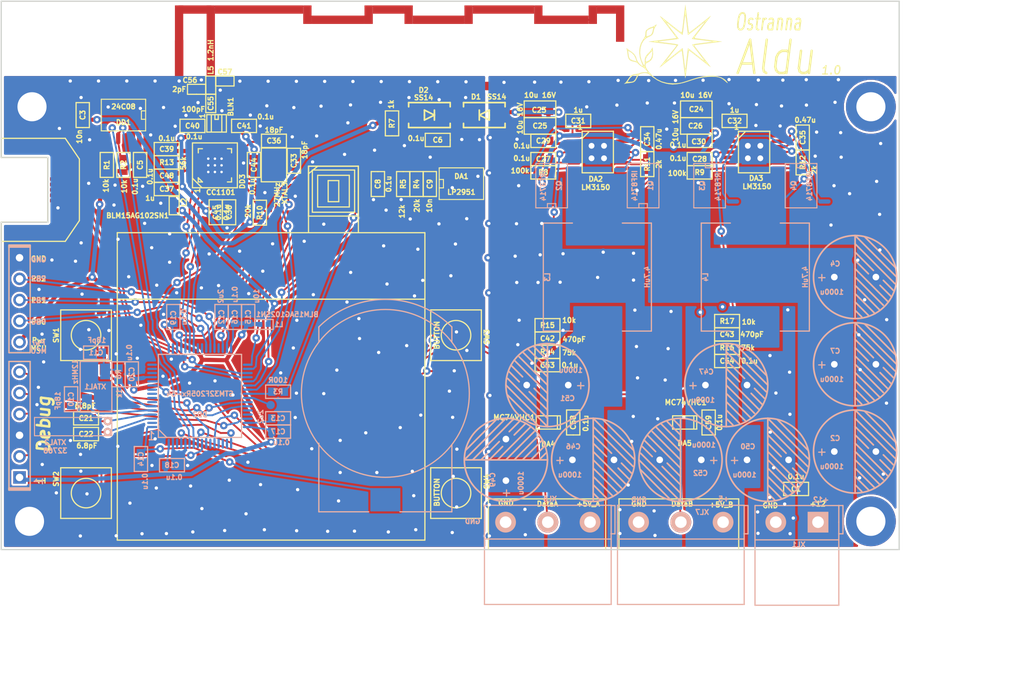
<source format=kicad_pcb>
(kicad_pcb (version 20171130) (host pcbnew "(5.0.0-rc2-dev-789-g6f249e5eb)")
  (layers (0 F.Cu signal hide) (31 B.Cu signal) (36 B.SilkS user) (37 F.SilkS user hide) (38 B.Mask user hide) (39 F.Mask user hide) (44 Edge.Cuts user))
  (net 0 "")
  (net 1 /ANT2)
  (net 2 +BATT)
  (net 3 GND)
  (net 4 /ANT1)
  (net 5 /RF2)
  (net 6 /RF1)
  (net 7 /5V_USB)
  (net 8 +3.3V)
  (net 9 "Net-(C10-Pad1)")
  (net 10 VCC)
  (net 11 /CC_GDO0)
  (net 12 /CC_CS)
  (net 13 /CC_SCK)
  (net 14 /CC_MISO)
  (net 15 /CC_MOSI)
  (net 16 /LCD_BCKLT)
  (net 17 /UART_TX)
  (net 18 /UART_RX)
  (net 19 /D-)
  (net 20 /D+)
  (net 21 /SWDIO)
  (net 22 /SWCLK)
  (net 23 "Net-(R3-Pad2)")
  (net 24 "Net-(XL3-PadH1)")
  (net 25 "Net-(XL3-PadH4)")
  (net 26 "Net-(BLN1-Pad1)")
  (net 27 "Net-(B1-PadA)")
  (net 28 GNDPWR)
  (net 29 PwrMCU)
  (net 30 "Net-(C6-Pad1)")
  (net 31 /LCD_PWR)
  (net 32 "Net-(C9-Pad2)")
  (net 33 "Net-(C11-Pad1)")
  (net 34 "Net-(C12-Pad1)")
  (net 35 "Net-(C13-Pad1)")
  (net 36 "Net-(C21-Pad1)")
  (net 37 "Net-(C22-Pad1)")
  (net 38 "Net-(C27-Pad1)")
  (net 39 "Net-(C28-Pad1)")
  (net 40 "Net-(C31-Pad1)")
  (net 41 "Net-(C32-Pad1)")
  (net 42 "Net-(C33-Pad1)")
  (net 43 "Net-(C34-Pad2)")
  (net 44 /L1IN)
  (net 45 "Net-(C35-Pad2)")
  (net 46 "Net-(C36-Pad1)")
  (net 47 "Net-(C38-Pad2)")
  (net 48 "Net-(C42-Pad1)")
  (net 49 /5V_A)
  (net 50 /5V_B)
  (net 51 "Net-(C43-Pad1)")
  (net 52 "Net-(DA2-Pad13)")
  (net 53 "Net-(DA2-Pad11)")
  (net 54 "Net-(DA2-Pad8)")
  (net 55 "Net-(DA2-Pad7)")
  (net 56 "Net-(DA3-Pad7)")
  (net 57 "Net-(DA3-Pad8)")
  (net 58 "Net-(DA3-Pad11)")
  (net 59 "Net-(DA3-Pad13)")
  (net 60 /NPX_CTRL1)
  (net 61 "Net-(DA4-Pad4)")
  (net 62 "Net-(DA5-Pad4)")
  (net 63 /NPX_CTRL2)
  (net 64 /SCL_EE)
  (net 65 /SDA_EE)
  (net 66 "Net-(DD2-Pad6)")
  (net 67 /LCD_XCS)
  (net 68 "Net-(DD2-Pad34)")
  (net 69 "Net-(DD2-Pad26)")
  (net 70 "Net-(DD2-Pad27)")
  (net 71 "Net-(DD2-Pad28)")
  (net 72 /LCD_SDA)
  (net 73 /LCD_XRES)
  (net 74 /LCD_SCLK)
  (net 75 /MCO)
  (net 76 /Btn1)
  (net 77 /Btn2)
  (net 78 /Btn3)
  (net 79 /Btn4)
  (net 80 "Net-(DD3-Pad17)")
  (net 81 /L2IN)
  (module Diodes:SMA_DO214AC (layer F.Cu) (at 149.4 55)
    (fp_text reference D1 (at -1 -2.2) (layer F.SilkS) (effects (font (size 0.59944 0.59944) (thickness 0.14986))))
    (fp_text value SS14 (at 1.5 -2.2) (layer F.SilkS) (effects (font (size 0.59944 0.59944) (thickness 0.14986))))
    (pad C smd rect (at -1.905 0) (size 1.99898 1.80086) (layers F.Cu F.Paste F.Mask) (net 30 "Net-(C6-Pad1)"))
    (pad A smd rect (at 1.905 0) (size 1.99898 1.80086) (layers F.Cu F.Paste F.Mask) (net 2 +BATT))
  )
  (module Diodes:SMA_DO214AC (layer F.Cu) (at 142.8 55 180)
    (fp_text reference D2 (at 0.7 3 180) (layer F.SilkS) (effects (font (size 0.59944 0.59944) (thickness 0.14986))))
    (fp_text value SS14 (at 0.7 2.1 180) (layer F.SilkS) (effects (font (size 0.59944 0.59944) (thickness 0.14986))))
    (pad C smd rect (at -1.905 0 180) (size 1.99898 1.80086) (layers F.Cu F.Paste F.Mask) (net 30 "Net-(C6-Pad1)"))
    (pad A smd rect (at 1.905 0 180) (size 1.99898 1.80086) (layers F.Cu F.Paste F.Mask) (net 7 /5V_USB))
  )
  (module BtnsSwitches:BTN_6x6_4x4 (layer F.Cu) (at 101.5 100.5 90)
    (fp_text reference SW2 (at 1.7 -3.6 90) (layer F.SilkS) (effects (font (size 0.6 0.6))))
    (fp_text value BUTTON hide)
    (pad 2 smd rect (at 3 1.85 90) (size 1 1.1) (layers F.Cu F.Paste F.Mask) (net 77 /Btn2))
    (pad 1 smd rect (at 3 -1.85 90) (size 1 1.1) (layers F.Cu F.Paste F.Mask) (net 3 GND))
    (pad 2 smd rect (at -3 1.85 90) (size 1 1.1) (layers F.Cu F.Paste F.Mask) (net 77 /Btn2))
    (pad 1 smd rect (at -3 -1.85 90) (size 1 1.1) (layers F.Cu F.Paste F.Mask) (net 3 GND))
    (pad 2 smd rect (at -4 2.25 90) (size 1.5 1.2) (layers F.Cu F.Paste F.Mask) (net 77 /Btn2))
    (pad 1 smd rect (at -4 -2.25 90) (size 1.5 1.2) (layers F.Cu F.Paste F.Mask) (net 3 GND))
    (pad 2 smd rect (at 4 2.25 90) (size 1.5 1.2) (layers F.Cu F.Paste F.Mask) (net 77 /Btn2))
    (pad 1 smd rect (at 4 -2.25 90) (size 1.5 1.2) (layers F.Cu F.Paste F.Mask) (net 3 GND))
  )
  (module BtnsSwitches:BTN_6x6_4x4 (layer F.Cu) (at 101.5 81.5 90)
    (fp_text reference SW1 (at 0 -3.6 90) (layer F.SilkS) (effects (font (size 0.6 0.6))))
    (fp_text value BUTTON hide)
    (pad 2 smd rect (at 3 1.85 90) (size 1 1.1) (layers F.Cu F.Paste F.Mask) (net 76 /Btn1))
    (pad 1 smd rect (at 3 -1.85 90) (size 1 1.1) (layers F.Cu F.Paste F.Mask) (net 3 GND))
    (pad 2 smd rect (at -3 1.85 90) (size 1 1.1) (layers F.Cu F.Paste F.Mask) (net 76 /Btn1))
    (pad 1 smd rect (at -3 -1.85 90) (size 1 1.1) (layers F.Cu F.Paste F.Mask) (net 3 GND))
    (pad 2 smd rect (at -4 2.25 90) (size 1.5 1.2) (layers F.Cu F.Paste F.Mask) (net 76 /Btn1))
    (pad 1 smd rect (at -4 -2.25 90) (size 1.5 1.2) (layers F.Cu F.Paste F.Mask) (net 3 GND))
    (pad 2 smd rect (at 4 2.25 90) (size 1.5 1.2) (layers F.Cu F.Paste F.Mask) (net 76 /Btn1))
    (pad 1 smd rect (at 4 -2.25 90) (size 1.5 1.2) (layers F.Cu F.Paste F.Mask) (net 3 GND))
  )
  (module BtnsSwitches:BTN_6x6_4x4 (layer F.Cu) (at 146 81.5 270)
    (fp_text reference SW3 (at 0.2 -3.7 270) (layer F.SilkS) (effects (font (size 0.6 0.6))))
    (fp_text value BUTTON (at 0 2.3 270) (layer F.SilkS) (effects (font (size 0.6 0.6))))
    (pad 2 smd rect (at 3 1.85 270) (size 1 1.1) (layers F.Cu F.Paste F.Mask) (net 78 /Btn3))
    (pad 1 smd rect (at 3 -1.85 270) (size 1 1.1) (layers F.Cu F.Paste F.Mask) (net 3 GND))
    (pad 2 smd rect (at -3 1.85 270) (size 1 1.1) (layers F.Cu F.Paste F.Mask) (net 78 /Btn3))
    (pad 1 smd rect (at -3 -1.85 270) (size 1 1.1) (layers F.Cu F.Paste F.Mask) (net 3 GND))
    (pad 2 smd rect (at -4 2.25 270) (size 1.5 1.2) (layers F.Cu F.Paste F.Mask) (net 78 /Btn3))
    (pad 1 smd rect (at -4 -2.25 270) (size 1.5 1.2) (layers F.Cu F.Paste F.Mask) (net 3 GND))
    (pad 2 smd rect (at 4 2.25 270) (size 1.5 1.2) (layers F.Cu F.Paste F.Mask) (net 78 /Btn3))
    (pad 1 smd rect (at 4 -2.25 270) (size 1.5 1.2) (layers F.Cu F.Paste F.Mask) (net 3 GND))
  )
  (module BtnsSwitches:BTN_6x6_4x4 (layer F.Cu) (at 146 100.5 270)
    (fp_text reference SW4 (at -1.4 -3.7 270) (layer F.SilkS) (effects (font (size 0.6 0.6))))
    (fp_text value BUTTON (at -0.1 2.3 270) (layer F.SilkS) (effects (font (size 0.6 0.6))))
    (pad 2 smd rect (at 3 1.85 270) (size 1 1.1) (layers F.Cu F.Paste F.Mask) (net 79 /Btn4))
    (pad 1 smd rect (at 3 -1.85 270) (size 1 1.1) (layers F.Cu F.Paste F.Mask) (net 3 GND))
    (pad 2 smd rect (at -3 1.85 270) (size 1 1.1) (layers F.Cu F.Paste F.Mask) (net 79 /Btn4))
    (pad 1 smd rect (at -3 -1.85 270) (size 1 1.1) (layers F.Cu F.Paste F.Mask) (net 3 GND))
    (pad 2 smd rect (at -4 2.25 270) (size 1.5 1.2) (layers F.Cu F.Paste F.Mask) (net 79 /Btn4))
    (pad 1 smd rect (at -4 -2.25 270) (size 1.5 1.2) (layers F.Cu F.Paste F.Mask) (net 3 GND))
    (pad 2 smd rect (at 4 2.25 270) (size 1.5 1.2) (layers F.Cu F.Paste F.Mask) (net 79 /Btn4))
    (pad 1 smd rect (at 4 -2.25 270) (size 1.5 1.2) (layers F.Cu F.Paste F.Mask) (net 3 GND))
  )
  (module Installation:BATTERY_CH7410 (layer B.Cu) (at 137.5 88.5 270)
    (fp_text reference B1 hide)
    (fp_text value BAT hide)
    (pad A smd rect (at 12.8 0 270) (size 2.8 3.6) (layers B.Cu B.Paste B.Mask) (net 27 "Net-(B1-PadA)"))
    (pad C smd rect (at -8.5 0 270) (size 3 2.6) (layers B.Cu B.Paste B.Mask) (net 3 GND))
  )
  (module Quartz:0503x4-4 (layer B.Cu) (at 102.7 87.7 90)
    (fp_text reference XTAL1 (at 0 -0.1 180) (layer B.SilkS) (effects (font (size 0.6 0.6)) (justify mirror)))
    (fp_text value 12MHz (at 1.8 -2.5 90) (layer B.SilkS) (effects (font (size 0.6 0.6)) (justify mirror)))
    (pad H smd rect (at -1.84912 1.09982 90) (size 1.89992 1.19888) (layers B.Cu B.Paste B.Mask) (net 3 GND))
    (pad 2 smd rect (at 1.84912 1.09982 90) (size 1.89992 1.19888) (layers B.Cu B.Paste B.Mask) (net 33 "Net-(C11-Pad1)"))
    (pad H smd rect (at 1.84912 -1.09982 90) (size 1.89992 1.19888) (layers B.Cu B.Paste B.Mask) (net 3 GND))
    (pad 1 smd rect (at -1.84912 -1.09982 90) (size 1.89992 1.19888) (layers B.Cu B.Paste B.Mask) (net 9 "Net-(C10-Pad1)"))
  )
  (module Capacitors:CAP_0603 (layer F.Cu) (at 186.9 100)
    (fp_text reference C1 (at 0 0) (layer F.SilkS) (effects (font (size 0.6 0.6))))
    (fp_text value 0.1u (at 0 -1.5) (layer F.SilkS) (effects (font (size 0.6 0.6))))
    (pad 2 smd rect (at 0.762 0) (size 0.889 1.016) (layers F.Cu F.Paste F.Mask) (net 2 +BATT))
    (pad 1 smd rect (at -0.762 0) (size 0.889 1.016) (layers F.Cu F.Paste F.Mask) (net 28 GNDPWR))
  )
  (module Capacitors:CAP_0603 (layer F.Cu) (at 101.1 55 90)
    (fp_text reference C3 (at 0 0 90) (layer F.SilkS) (effects (font (size 0.6 0.6))))
    (fp_text value 10n (at -2.6 -0.4 90) (layer F.SilkS) (effects (font (size 0.6 0.6))))
    (pad 2 smd rect (at 0.762 0 90) (size 0.889 1.016) (layers F.Cu F.Paste F.Mask) (net 3 GND))
    (pad 1 smd rect (at -0.762 0 90) (size 0.889 1.016) (layers F.Cu F.Paste F.Mask) (net 7 /5V_USB))
  )
  (module Capacitors:CAP_0603 (layer F.Cu) (at 108 61 90)
    (fp_text reference C5 (at 0 0 90) (layer F.SilkS) (effects (font (size 0.6 0.6))))
    (fp_text value 0.1u (at -2.6 -0.6 90) (layer F.SilkS) (effects (font (size 0.6 0.6))))
    (pad 2 smd rect (at 0.762 0 90) (size 0.889 1.016) (layers F.Cu F.Paste F.Mask) (net 29 PwrMCU))
    (pad 1 smd rect (at -0.762 0 90) (size 0.889 1.016) (layers F.Cu F.Paste F.Mask) (net 3 GND))
  )
  (module Capacitors:CAP_0603 (layer F.Cu) (at 143.8 58 180)
    (fp_text reference C6 (at 0 0 180) (layer F.SilkS) (effects (font (size 0.6 0.6))))
    (fp_text value 0.1u (at 2.6 0.2 180) (layer F.SilkS) (effects (font (size 0.6 0.6))))
    (pad 2 smd rect (at 0.762 0 180) (size 0.889 1.016) (layers F.Cu F.Paste F.Mask) (net 3 GND))
    (pad 1 smd rect (at -0.762 0 180) (size 0.889 1.016) (layers F.Cu F.Paste F.Mask) (net 30 "Net-(C6-Pad1)"))
  )
  (module Capacitors:CAP_0603 (layer F.Cu) (at 136.6 63.3 270)
    (fp_text reference C8 (at 0 0 270) (layer F.SilkS) (effects (font (size 0.6 0.6))))
    (fp_text value 0.1u (at 0 -1.3 270) (layer F.SilkS) (effects (font (size 0.6 0.6))))
    (pad 2 smd rect (at 0.762 0 270) (size 0.889 1.016) (layers F.Cu F.Paste F.Mask) (net 3 GND))
    (pad 1 smd rect (at -0.762 0 270) (size 0.889 1.016) (layers F.Cu F.Paste F.Mask) (net 31 /LCD_PWR))
  )
  (module Capacitors:CAP_0603 (layer F.Cu) (at 142.846 63.3 90)
    (fp_text reference C9 (at 0 0 90) (layer F.SilkS) (effects (font (size 0.6 0.6))))
    (fp_text value 10n (at -2.6 -0.046 90) (layer F.SilkS) (effects (font (size 0.6 0.6))))
    (pad 2 smd rect (at 0.762 0 90) (size 0.889 1.016) (layers F.Cu F.Paste F.Mask) (net 32 "Net-(C9-Pad2)"))
    (pad 1 smd rect (at -0.762 0 90) (size 0.889 1.016) (layers F.Cu F.Paste F.Mask) (net 8 +3.3V))
  )
  (module Capacitors:CAP_0603 (layer B.Cu) (at 99.7 89.2 90)
    (fp_text reference C10 (at 0 0 90) (layer B.SilkS) (effects (font (size 0.6 0.6)) (justify mirror)))
    (fp_text value 18pF (at -0.2 -1.6 90) (layer B.SilkS) (effects (font (size 0.6 0.6)) (justify mirror)))
    (pad 2 smd rect (at 0.762 0 90) (size 0.889 1.016) (layers B.Cu B.Paste B.Mask) (net 3 GND))
    (pad 1 smd rect (at -0.762 0 90) (size 0.889 1.016) (layers B.Cu B.Paste B.Mask) (net 9 "Net-(C10-Pad1)"))
  )
  (module Capacitors:CAP_0603 (layer B.Cu) (at 102.7 83.6 180)
    (fp_text reference C11 (at 0 0 180) (layer B.SilkS) (effects (font (size 0.6 0.6)) (justify mirror)))
    (fp_text value 18pF (at -0.1 1.5 180) (layer B.SilkS) (effects (font (size 0.6 0.6)) (justify mirror)))
    (pad 2 smd rect (at 0.762 0 180) (size 0.889 1.016) (layers B.Cu B.Paste B.Mask) (net 3 GND))
    (pad 1 smd rect (at -0.762 0 180) (size 0.889 1.016) (layers B.Cu B.Paste B.Mask) (net 33 "Net-(C11-Pad1)"))
  )
  (module Capacitors:CAP_0603 (layer B.Cu) (at 117.8 79.3 90)
    (fp_text reference C12 (at 0 0 90) (layer B.SilkS) (effects (font (size 0.6 0.6)) (justify mirror)))
    (fp_text value 2u2 (at 2.5 -0.1 90) (layer B.SilkS) (effects (font (size 0.6 0.6)) (justify mirror)))
    (pad 2 smd rect (at 0.762 0 90) (size 0.889 1.016) (layers B.Cu B.Paste B.Mask) (net 3 GND))
    (pad 1 smd rect (at -0.762 0 90) (size 0.889 1.016) (layers B.Cu B.Paste B.Mask) (net 34 "Net-(C12-Pad1)"))
  )
  (module Capacitors:CAP_0603 (layer B.Cu) (at 124.6 91.5)
    (fp_text reference C13 (at 0 0) (layer B.SilkS) (effects (font (size 0.6 0.6)) (justify mirror)))
    (fp_text value 2u2 (at -2.1 -0.2 90) (layer B.SilkS) (effects (font (size 0.6 0.6)) (justify mirror)))
    (pad 2 smd rect (at 0.762 0) (size 0.889 1.016) (layers B.Cu B.Paste B.Mask) (net 3 GND))
    (pad 1 smd rect (at -0.762 0) (size 0.889 1.016) (layers B.Cu B.Paste B.Mask) (net 35 "Net-(C13-Pad1)"))
  )
  (module Capacitors:CAP_0603 (layer B.Cu) (at 108.1 96.4 90)
    (fp_text reference C14 (at 0 0 90) (layer B.SilkS) (effects (font (size 0.6 0.6)) (justify mirror)))
    (fp_text value 0.1u (at -2.7 0.5 90) (layer B.SilkS) (effects (font (size 0.6 0.6)) (justify mirror)))
    (pad 2 smd rect (at 0.762 0 90) (size 0.889 1.016) (layers B.Cu B.Paste B.Mask) (net 27 "Net-(B1-PadA)"))
    (pad 1 smd rect (at -0.762 0 90) (size 0.889 1.016) (layers B.Cu B.Paste B.Mask) (net 3 GND))
  )
  (module Capacitors:CAP_0603 (layer B.Cu) (at 121 79.3 270)
    (fp_text reference C15 (at 0 0 270) (layer B.SilkS) (effects (font (size 0.6 0.6)) (justify mirror)))
    (fp_text value 10u (at -2.5 -1 270) (layer B.SilkS) (effects (font (size 0.6 0.6)) (justify mirror)))
    (pad 2 smd rect (at 0.762 0 270) (size 0.889 1.016) (layers B.Cu B.Paste B.Mask) (net 29 PwrMCU))
    (pad 1 smd rect (at -0.762 0 270) (size 0.889 1.016) (layers B.Cu B.Paste B.Mask) (net 3 GND))
  )
  (module Capacitors:CAP_0603 (layer B.Cu) (at 119.4 79.3 90)
    (fp_text reference C16 (at 0 0 90) (layer B.SilkS) (effects (font (size 0.6 0.6)) (justify mirror)))
    (fp_text value 0.1u (at 2.7 0 90) (layer B.SilkS) (effects (font (size 0.6 0.6)) (justify mirror)))
    (pad 2 smd rect (at 0.762 0 90) (size 0.889 1.016) (layers B.Cu B.Paste B.Mask) (net 3 GND))
    (pad 1 smd rect (at -0.762 0 90) (size 0.889 1.016) (layers B.Cu B.Paste B.Mask) (net 29 PwrMCU))
  )
  (module Capacitors:CAP_0603 (layer B.Cu) (at 124.6 93.1)
    (fp_text reference C17 (at 0 0) (layer B.SilkS) (effects (font (size 0.6 0.6)) (justify mirror)))
    (fp_text value 0.1u (at 0.4 1.3) (layer B.SilkS) (effects (font (size 0.6 0.6)) (justify mirror)))
    (pad 2 smd rect (at 0.762 0) (size 0.889 1.016) (layers B.Cu B.Paste B.Mask) (net 3 GND))
    (pad 1 smd rect (at -0.762 0) (size 0.889 1.016) (layers B.Cu B.Paste B.Mask) (net 29 PwrMCU))
  )
  (module Capacitors:CAP_0603 (layer B.Cu) (at 111.835 97.141)
    (fp_text reference C18 (at 0 0) (layer B.SilkS) (effects (font (size 0.6 0.6)) (justify mirror)))
    (fp_text value 0.1u (at 0.265 1.459) (layer B.SilkS) (effects (font (size 0.6 0.6)) (justify mirror)))
    (pad 2 smd rect (at 0.762 0) (size 0.889 1.016) (layers B.Cu B.Paste B.Mask) (net 3 GND))
    (pad 1 smd rect (at -0.762 0) (size 0.889 1.016) (layers B.Cu B.Paste B.Mask) (net 29 PwrMCU))
  )
  (module Capacitors:CAP_0603 (layer B.Cu) (at 112 79.3 90)
    (fp_text reference C19 (at -0.1 0 90) (layer B.SilkS) (effects (font (size 0.6 0.6)) (justify mirror)))
    (fp_text value 0.1u (at 0 1.3 90) (layer B.SilkS) (effects (font (size 0.6 0.6)) (justify mirror)))
    (pad 2 smd rect (at 0.762 0 90) (size 0.889 1.016) (layers B.Cu B.Paste B.Mask) (net 3 GND))
    (pad 1 smd rect (at -0.762 0 90) (size 0.889 1.016) (layers B.Cu B.Paste B.Mask) (net 29 PwrMCU))
  )
  (module Capacitors:CAP_0603 (layer F.Cu) (at 101.5 91.5 180)
    (fp_text reference C21 (at 0 0 180) (layer F.SilkS) (effects (font (size 0.6 0.6))))
    (fp_text value 6.8pF (at 0.1 1.5) (layer F.SilkS) (effects (font (size 0.6 0.6))))
    (pad 2 smd rect (at 0.762 0 180) (size 0.889 1.016) (layers F.Cu F.Paste F.Mask) (net 3 GND))
    (pad 1 smd rect (at -0.762 0 180) (size 0.889 1.016) (layers F.Cu F.Paste F.Mask) (net 36 "Net-(C21-Pad1)"))
  )
  (module Capacitors:CAP_0603 (layer F.Cu) (at 101.5 93.4 180)
    (fp_text reference C22 (at 0 0 180) (layer F.SilkS) (effects (font (size 0.6 0.6))))
    (fp_text value 6.8pF (at -0.1 -1.4 180) (layer F.SilkS) (effects (font (size 0.6 0.6))))
    (pad 2 smd rect (at 0.762 0 180) (size 0.889 1.016) (layers F.Cu F.Paste F.Mask) (net 3 GND))
    (pad 1 smd rect (at -0.762 0 180) (size 0.889 1.016) (layers F.Cu F.Paste F.Mask) (net 37 "Net-(C22-Pad1)"))
  )
  (module Capacitors:CAP_0603 (layer B.Cu) (at 107 86.2 90)
    (fp_text reference C20 (at 0 0 90) (layer B.SilkS) (effects (font (size 0.6 0.6)) (justify mirror)))
    (fp_text value 0.1u (at 2.6 -0.3 90) (layer B.SilkS) (effects (font (size 0.6 0.6)) (justify mirror)))
    (pad 2 smd rect (at 0.762 0 90) (size 0.889 1.016) (layers B.Cu B.Paste B.Mask) (net 3 GND))
    (pad 1 smd rect (at -0.762 0 90) (size 0.889 1.016) (layers B.Cu B.Paste B.Mask) (net 29 PwrMCU))
  )
  (module Capacitors:CAP_0603 (layer F.Cu) (at 156.5 60.3 180)
    (fp_text reference C27 (at 0 0 180) (layer F.SilkS) (effects (font (size 0.6 0.6))))
    (fp_text value 0.1u (at 2.6 0.1 180) (layer F.SilkS) (effects (font (size 0.6 0.6))))
    (pad 2 smd rect (at 0.762 0 180) (size 0.889 1.016) (layers F.Cu F.Paste F.Mask) (net 28 GNDPWR))
    (pad 1 smd rect (at -0.762 0 180) (size 0.889 1.016) (layers F.Cu F.Paste F.Mask) (net 38 "Net-(C27-Pad1)"))
  )
  (module Capacitors:CAP_0603 (layer F.Cu) (at 175.3 60.3 180)
    (fp_text reference C28 (at 0 0 180) (layer F.SilkS) (effects (font (size 0.6 0.6))))
    (fp_text value 0.1u (at 2.6 0.1 180) (layer F.SilkS) (effects (font (size 0.6 0.6))))
    (pad 2 smd rect (at 0.762 0 180) (size 0.889 1.016) (layers F.Cu F.Paste F.Mask) (net 28 GNDPWR))
    (pad 1 smd rect (at -0.762 0 180) (size 0.889 1.016) (layers F.Cu F.Paste F.Mask) (net 39 "Net-(C28-Pad1)"))
  )
  (module Capacitors:CAP_0603 (layer F.Cu) (at 156.5 58.1)
    (fp_text reference C29 (at 0 0) (layer F.SilkS) (effects (font (size 0.6 0.6))))
    (fp_text value 0.1u (at -2.6 0.6) (layer F.SilkS) (effects (font (size 0.6 0.6))))
    (pad 2 smd rect (at 0.762 0) (size 0.889 1.016) (layers F.Cu F.Paste F.Mask) (net 2 +BATT))
    (pad 1 smd rect (at -0.762 0) (size 0.889 1.016) (layers F.Cu F.Paste F.Mask) (net 28 GNDPWR))
  )
  (module Capacitors:CAP_0603 (layer F.Cu) (at 175.3 58.1)
    (fp_text reference C30 (at -0.1 0.1) (layer F.SilkS) (effects (font (size 0.6 0.6))))
    (fp_text value 0.1u (at -2.6 0.5) (layer F.SilkS) (effects (font (size 0.6 0.6))))
    (pad 2 smd rect (at 0.762 0) (size 0.889 1.016) (layers F.Cu F.Paste F.Mask) (net 2 +BATT))
    (pad 1 smd rect (at -0.762 0) (size 0.889 1.016) (layers F.Cu F.Paste F.Mask) (net 28 GNDPWR))
  )
  (module Capacitors:CAP_0603 (layer F.Cu) (at 160.7 55.7)
    (fp_text reference C31 (at 0 0) (layer F.SilkS) (effects (font (size 0.6 0.6))))
    (fp_text value 1u (at 0 -1.3) (layer F.SilkS) (effects (font (size 0.6 0.6))))
    (pad 2 smd rect (at 0.762 0) (size 0.889 1.016) (layers F.Cu F.Paste F.Mask) (net 28 GNDPWR))
    (pad 1 smd rect (at -0.762 0) (size 0.889 1.016) (layers F.Cu F.Paste F.Mask) (net 40 "Net-(C31-Pad1)"))
  )
  (module Capacitors:CAP_0603 (layer F.Cu) (at 179.5 55.7)
    (fp_text reference C32 (at 0 0) (layer F.SilkS) (effects (font (size 0.6 0.6))))
    (fp_text value 1u (at 0 -1.3) (layer F.SilkS) (effects (font (size 0.6 0.6))))
    (pad 2 smd rect (at 0.762 0) (size 0.889 1.016) (layers F.Cu F.Paste F.Mask) (net 28 GNDPWR))
    (pad 1 smd rect (at -0.762 0) (size 0.889 1.016) (layers F.Cu F.Paste F.Mask) (net 41 "Net-(C32-Pad1)"))
  )
  (module Capacitors:CAP_0603 (layer F.Cu) (at 126.5 60.5 90)
    (fp_text reference C33 (at 0 0 90) (layer F.SilkS) (effects (font (size 0.6 0.6))))
    (fp_text value 18pF (at 1.3 1.3 90) (layer F.SilkS) (effects (font (size 0.6 0.6))))
    (pad 2 smd rect (at 0.762 0 90) (size 0.889 1.016) (layers F.Cu F.Paste F.Mask) (net 3 GND))
    (pad 1 smd rect (at -0.762 0 90) (size 0.889 1.016) (layers F.Cu F.Paste F.Mask) (net 42 "Net-(C33-Pad1)"))
  )
  (module Capacitors:CAP_0603 (layer F.Cu) (at 169 57.9 90)
    (fp_text reference C34 (at 0 0 90) (layer F.SilkS) (effects (font (size 0.6 0.6))))
    (fp_text value 0.47u (at 0 1.4 90) (layer F.SilkS) (effects (font (size 0.6 0.6))))
    (pad 2 smd rect (at 0.762 0 90) (size 0.889 1.016) (layers F.Cu F.Paste F.Mask) (net 43 "Net-(C34-Pad2)"))
    (pad 1 smd rect (at -0.762 0 90) (size 0.889 1.016) (layers F.Cu F.Paste F.Mask) (net 44 /L1IN))
  )
  (module Capacitors:CAP_0603 (layer F.Cu) (at 187.7 57.7 90)
    (fp_text reference C35 (at 0 0 90) (layer F.SilkS) (effects (font (size 0.6 0.6))))
    (fp_text value 0.47u (at 2.1 0.3 180) (layer F.SilkS) (effects (font (size 0.6 0.6))))
    (pad 2 smd rect (at 0.762 0 90) (size 0.889 1.016) (layers F.Cu F.Paste F.Mask) (net 45 "Net-(C35-Pad2)"))
    (pad 1 smd rect (at -0.762 0 90) (size 0.889 1.016) (layers F.Cu F.Paste F.Mask) (net 81 /L2IN))
  )
  (module Capacitors:CAP_0603 (layer F.Cu) (at 124.1 58.1)
    (fp_text reference C36 (at 0 0) (layer F.SilkS) (effects (font (size 0.6 0.6))))
    (fp_text value 18pF (at 0 -1.3) (layer F.SilkS) (effects (font (size 0.6 0.6))))
    (pad 2 smd rect (at 0.762 0) (size 0.889 1.016) (layers F.Cu F.Paste F.Mask) (net 3 GND))
    (pad 1 smd rect (at -0.762 0) (size 0.889 1.016) (layers F.Cu F.Paste F.Mask) (net 46 "Net-(C36-Pad1)"))
  )
  (module Capacitors:CAP_0603 (layer F.Cu) (at 111.2 63.9 180)
    (fp_text reference C37 (at 0 0 180) (layer F.SilkS) (effects (font (size 0.6 0.6))))
    (fp_text value 1u (at 2 -1.1 180) (layer F.SilkS) (effects (font (size 0.6 0.6))))
    (pad 2 smd rect (at 0.762 0 180) (size 0.889 1.016) (layers F.Cu F.Paste F.Mask) (net 3 GND))
    (pad 1 smd rect (at -0.762 0 180) (size 0.889 1.016) (layers F.Cu F.Paste F.Mask) (net 10 VCC))
  )
  (module Capacitors:CAP_0603 (layer F.Cu) (at 118.7 66.7 90)
    (fp_text reference C38 (at 0 0 90) (layer F.SilkS) (effects (font (size 0.6 0.6))))
    (fp_text value 0.1u (at 0 -1.3 90) (layer F.SilkS) (effects (font (size 0.6 0.6))))
    (pad 2 smd rect (at 0.762 0 90) (size 0.889 1.016) (layers F.Cu F.Paste F.Mask) (net 47 "Net-(C38-Pad2)"))
    (pad 1 smd rect (at -0.762 0 90) (size 0.889 1.016) (layers F.Cu F.Paste F.Mask) (net 3 GND))
  )
  (module Capacitors:CAP_0603 (layer F.Cu) (at 111.2 59.1 180)
    (fp_text reference C39 (at 0 0 180) (layer F.SilkS) (effects (font (size 0.6 0.6))))
    (fp_text value 0.1u (at 0 1.3 180) (layer F.SilkS) (effects (font (size 0.6 0.6))))
    (pad 2 smd rect (at 0.762 0 180) (size 0.889 1.016) (layers F.Cu F.Paste F.Mask) (net 3 GND))
    (pad 1 smd rect (at -0.762 0 180) (size 0.889 1.016) (layers F.Cu F.Paste F.Mask) (net 10 VCC))
  )
  (module Capacitors:CAP_0603 (layer F.Cu) (at 114.3 56.3 180)
    (fp_text reference C40 (at 0 0 180) (layer F.SilkS) (effects (font (size 0.6 0.6))))
    (fp_text value 0.1u (at -0.2 -1.3 180) (layer F.SilkS) (effects (font (size 0.6 0.6))))
    (pad 2 smd rect (at 0.762 0 180) (size 0.889 1.016) (layers F.Cu F.Paste F.Mask) (net 3 GND))
    (pad 1 smd rect (at -0.762 0 180) (size 0.889 1.016) (layers F.Cu F.Paste F.Mask) (net 10 VCC))
  )
  (module Capacitors:CAP_0603 (layer F.Cu) (at 120.5 56.3)
    (fp_text reference C41 (at 0 0) (layer F.SilkS) (effects (font (size 0.6 0.6))))
    (fp_text value 0.1u (at 2.6 -1.1) (layer F.SilkS) (effects (font (size 0.6 0.6))))
    (pad 2 smd rect (at 0.762 0) (size 0.889 1.016) (layers F.Cu F.Paste F.Mask) (net 3 GND))
    (pad 1 smd rect (at -0.762 0) (size 0.889 1.016) (layers F.Cu F.Paste F.Mask) (net 10 VCC))
  )
  (module Capacitors:CAP_0603 (layer F.Cu) (at 157 81.9)
    (fp_text reference C42 (at 0 0) (layer F.SilkS) (effects (font (size 0.6 0.6))))
    (fp_text value 470pF (at 3.2 0.1) (layer F.SilkS) (effects (font (size 0.6 0.6))))
    (pad 2 smd rect (at 0.762 0) (size 0.889 1.016) (layers F.Cu F.Paste F.Mask) (net 49 /5V_A))
    (pad 1 smd rect (at -0.762 0) (size 0.889 1.016) (layers F.Cu F.Paste F.Mask) (net 48 "Net-(C42-Pad1)"))
  )
  (module Capacitors:CAP_0603 (layer F.Cu) (at 178.6 81.4 180)
    (fp_text reference C43 (at 0 0 180) (layer F.SilkS) (effects (font (size 0.6 0.6))))
    (fp_text value 470pF (at -3 0 180) (layer F.SilkS) (effects (font (size 0.6 0.6))))
    (pad 2 smd rect (at 0.762 0 180) (size 0.889 1.016) (layers F.Cu F.Paste F.Mask) (net 50 /5V_B))
    (pad 1 smd rect (at -0.762 0 180) (size 0.889 1.016) (layers F.Cu F.Paste F.Mask) (net 51 "Net-(C43-Pad1)"))
  )
  (module Capacitors:CAP_0603 (layer F.Cu) (at 121.7 61 270)
    (fp_text reference C44 (at 0 0 270) (layer F.SilkS) (effects (font (size 0.6 0.6))))
    (fp_text value 0.1u (at 2.6 0.2 270) (layer F.SilkS) (effects (font (size 0.6 0.6))))
    (pad 2 smd rect (at 0.762 0 270) (size 0.889 1.016) (layers F.Cu F.Paste F.Mask) (net 3 GND))
    (pad 1 smd rect (at -0.762 0 270) (size 0.889 1.016) (layers F.Cu F.Paste F.Mask) (net 10 VCC))
  )
  (module Capacitors:CAP_0603 (layer F.Cu) (at 117.1 66.7 270)
    (fp_text reference C45 (at 0 0 270) (layer F.SilkS) (effects (font (size 0.6 0.6))))
    (fp_text value 0.1u (at 0 -1.3 270) (layer F.SilkS) (effects (font (size 0.6 0.6))))
    (pad 2 smd rect (at 0.762 0 270) (size 0.889 1.016) (layers F.Cu F.Paste F.Mask) (net 3 GND))
    (pad 1 smd rect (at -0.762 0 270) (size 0.889 1.016) (layers F.Cu F.Paste F.Mask) (net 10 VCC))
  )
  (module Capacitors:CAP_0603 (layer F.Cu) (at 111.2 62.3 180)
    (fp_text reference C48 (at 0 0 180) (layer F.SilkS) (effects (font (size 0.6 0.6))))
    (fp_text value 0.1u (at 2 -0.1 270) (layer F.SilkS) (effects (font (size 0.6 0.6))))
    (pad 2 smd rect (at 0.762 0 180) (size 0.889 1.016) (layers F.Cu F.Paste F.Mask) (net 3 GND))
    (pad 1 smd rect (at -0.762 0 180) (size 0.889 1.016) (layers F.Cu F.Paste F.Mask) (net 10 VCC))
  )
  (module Capacitors:CAP_0603 (layer F.Cu) (at 157 85.1)
    (fp_text reference C53 (at 0 0) (layer F.SilkS) (effects (font (size 0.6 0.6))))
    (fp_text value 0.1u (at 2.7 0) (layer F.SilkS) (effects (font (size 0.6 0.6))))
    (pad 2 smd rect (at 0.762 0) (size 0.889 1.016) (layers F.Cu F.Paste F.Mask) (net 49 /5V_A))
    (pad 1 smd rect (at -0.762 0) (size 0.889 1.016) (layers F.Cu F.Paste F.Mask) (net 28 GNDPWR))
  )
  (module Capacitors:CAP_0603 (layer F.Cu) (at 178.6 84.6 180)
    (fp_text reference C54 (at 0 0 180) (layer F.SilkS) (effects (font (size 0.6 0.6))))
    (fp_text value 0.1u (at -2.7 0 180) (layer F.SilkS) (effects (font (size 0.6 0.6))))
    (pad 2 smd rect (at 0.762 0 180) (size 0.889 1.016) (layers F.Cu F.Paste F.Mask) (net 50 /5V_B))
    (pad 1 smd rect (at -0.762 0 180) (size 0.889 1.016) (layers F.Cu F.Paste F.Mask) (net 28 GNDPWR))
  )
  (module Capacitors:CAP_0603 (layer F.Cu) (at 160.094 92 90)
    (fp_text reference C58 (at 0 0 90) (layer F.SilkS) (effects (font (size 0.6 0.6))))
    (fp_text value 0.1u (at -0.1 1.506 90) (layer F.SilkS) (effects (font (size 0.6 0.6))))
    (pad 2 smd rect (at 0.762 0 90) (size 0.889 1.016) (layers F.Cu F.Paste F.Mask) (net 28 GNDPWR))
    (pad 1 smd rect (at -0.762 0 90) (size 0.889 1.016) (layers F.Cu F.Paste F.Mask) (net 49 /5V_A))
  )
  (module Capacitors:CAP_0603 (layer F.Cu) (at 176.384 92 270)
    (fp_text reference C59 (at 0 0 270) (layer F.SilkS) (effects (font (size 0.6 0.6))))
    (fp_text value 0.1u (at 0 -1.3 270) (layer F.SilkS) (effects (font (size 0.6 0.6))))
    (pad 2 smd rect (at 0.762 0 270) (size 0.889 1.016) (layers F.Cu F.Paste F.Mask) (net 28 GNDPWR))
    (pad 1 smd rect (at -0.762 0 270) (size 0.889 1.016) (layers F.Cu F.Paste F.Mask) (net 50 /5V_B))
  )
  (module Inductors:13x13 (layer B.Cu) (at 163 74.5 90)
    (fp_text reference L3 (at 0 -6 90) (layer B.SilkS) (effects (font (size 0.6 0.6)) (justify mirror)))
    (fp_text value 4.7uH (at 0 6 90) (layer B.SilkS) (effects (font (size 0.6 0.6)) (justify mirror)))
    (pad 2 smd rect (at 5.9 0 90) (size 3.5 5) (layers B.Cu B.Paste B.Mask) (net 44 /L1IN))
    (pad 1 smd rect (at -5.9 0 90) (size 3.5 5) (layers B.Cu B.Paste B.Mask) (net 49 /5V_A))
  )
  (module Inductors:13x13 (layer B.Cu) (at 182 74.5 90)
    (fp_text reference L4 (at 0 -6 90) (layer B.SilkS) (effects (font (size 0.6 0.6)) (justify mirror)))
    (fp_text value 4.7uH (at 0 6 90) (layer B.SilkS) (effects (font (size 0.6 0.6)) (justify mirror)))
    (pad 2 smd rect (at 5.9 0 90) (size 3.5 5) (layers B.Cu B.Paste B.Mask) (net 81 /L2IN))
    (pad 1 smd rect (at -5.9 0 90) (size 3.5 5) (layers B.Cu B.Paste B.Mask) (net 50 /5V_B))
  )
  (module Capacitors:CAP_10xxR (layer B.Cu) (at 194 95.5)
    (fp_text reference C2 (at -2.4 -1.6) (layer B.SilkS) (effects (font (size 0.6 0.6)) (justify mirror)))
    (fp_text value 1000u (at -2.8 1.8) (layer B.SilkS) (effects (font (size 0.6 0.6)) (justify mirror)))
    (fp_text user + (at -4 0) (layer B.SilkS) (effects (justify mirror)))
    (pad 2 thru_hole circle (at 2.5 0) (size 1.5 1.5) (drill 0.8) (layers *.Cu *.Mask) (net 28 GNDPWR))
    (pad 1 thru_hole rect (at -2.5 0) (size 1.5 1.5) (drill 0.8) (layers *.Cu *.Mask) (net 2 +BATT))
  )
  (module Capacitors:CAP_10xxR (layer B.Cu) (at 194 74.5)
    (fp_text reference C4 (at -2.4 -1.6) (layer B.SilkS) (effects (font (size 0.6 0.6)) (justify mirror)))
    (fp_text value 1000u (at -2.8 1.8) (layer B.SilkS) (effects (font (size 0.6 0.6)) (justify mirror)))
    (fp_text user + (at -4 0) (layer B.SilkS) (effects (justify mirror)))
    (pad 2 thru_hole circle (at 2.5 0) (size 1.5 1.5) (drill 0.8) (layers *.Cu *.Mask) (net 28 GNDPWR))
    (pad 1 thru_hole rect (at -2.5 0) (size 1.5 1.5) (drill 0.8) (layers *.Cu *.Mask) (net 2 +BATT))
  )
  (module Capacitors:CAP_10xxR (layer B.Cu) (at 194 85)
    (fp_text reference C7 (at -2.4 -1.6) (layer B.SilkS) (effects (font (size 0.6 0.6)) (justify mirror)))
    (fp_text value 1000u (at -2.8 1.8) (layer B.SilkS) (effects (font (size 0.6 0.6)) (justify mirror)))
    (fp_text user + (at -4 0) (layer B.SilkS) (effects (justify mirror)))
    (pad 2 thru_hole circle (at 2.5 0) (size 1.5 1.5) (drill 0.8) (layers *.Cu *.Mask) (net 28 GNDPWR))
    (pad 1 thru_hole rect (at -2.5 0) (size 1.5 1.5) (drill 0.8) (layers *.Cu *.Mask) (net 2 +BATT))
  )
  (module Capacitors:CAP_10xxR (layer B.Cu) (at 162.5 96.5)
    (fp_text reference C46 (at -2.4 -1.6) (layer B.SilkS) (effects (font (size 0.6 0.6)) (justify mirror)))
    (fp_text value 1000u (at -2.8 1.8) (layer B.SilkS) (effects (font (size 0.6 0.6)) (justify mirror)))
    (fp_text user + (at -4 0) (layer B.SilkS) (effects (justify mirror)))
    (pad 2 thru_hole circle (at 2.5 0) (size 1.5 1.5) (drill 0.8) (layers *.Cu *.Mask) (net 28 GNDPWR))
    (pad 1 thru_hole rect (at -2.5 0) (size 1.5 1.5) (drill 0.8) (layers *.Cu *.Mask) (net 49 /5V_A))
  )
  (module Capacitors:CAP_10xxR (layer B.Cu) (at 178.5 87.5)
    (fp_text reference C47 (at -2.4 -1.6) (layer B.SilkS) (effects (font (size 0.6 0.6)) (justify mirror)))
    (fp_text value 1000u (at -2.8 1.8) (layer B.SilkS) (effects (font (size 0.6 0.6)) (justify mirror)))
    (fp_text user + (at -4 0) (layer B.SilkS) (effects (justify mirror)))
    (pad 2 thru_hole circle (at 2.5 0) (size 1.5 1.5) (drill 0.8) (layers *.Cu *.Mask) (net 28 GNDPWR))
    (pad 1 thru_hole rect (at -2.5 0) (size 1.5 1.5) (drill 0.8) (layers *.Cu *.Mask) (net 50 /5V_B))
  )
  (module Capacitors:CAP_10xxR (layer B.Cu) (at 152 96.5 90)
    (fp_text reference C49 (at -2.4 -1.6 90) (layer B.SilkS) (effects (font (size 0.6 0.6)) (justify mirror)))
    (fp_text value 1000u (at -2.8 1.8 90) (layer B.SilkS) (effects (font (size 0.6 0.6)) (justify mirror)))
    (fp_text user + (at -4 0 90) (layer B.SilkS) (effects (justify mirror)))
    (pad 2 thru_hole circle (at 2.5 0 90) (size 1.5 1.5) (drill 0.8) (layers *.Cu *.Mask) (net 28 GNDPWR))
    (pad 1 thru_hole rect (at -2.5 0 90) (size 1.5 1.5) (drill 0.8) (layers *.Cu *.Mask) (net 49 /5V_A))
  )
  (module Capacitors:CAP_10xxR (layer B.Cu) (at 183.5 96.5)
    (fp_text reference C50 (at -2.4 -1.6) (layer B.SilkS) (effects (font (size 0.6 0.6)) (justify mirror)))
    (fp_text value 1000u (at -2.8 1.8) (layer B.SilkS) (effects (font (size 0.6 0.6)) (justify mirror)))
    (fp_text user + (at -4 0) (layer B.SilkS) (effects (justify mirror)))
    (pad 2 thru_hole circle (at 2.5 0) (size 1.5 1.5) (drill 0.8) (layers *.Cu *.Mask) (net 28 GNDPWR))
    (pad 1 thru_hole rect (at -2.5 0) (size 1.5 1.5) (drill 0.8) (layers *.Cu *.Mask) (net 50 /5V_B))
  )
  (module Capacitors:CAP_10xxR (layer B.Cu) (at 157 87.5 180)
    (fp_text reference C51 (at -2.4 -1.6 180) (layer B.SilkS) (effects (font (size 0.6 0.6)) (justify mirror)))
    (fp_text value 1000u (at -2.8 1.8 180) (layer B.SilkS) (effects (font (size 0.6 0.6)) (justify mirror)))
    (fp_text user + (at -4 0 180) (layer B.SilkS) (effects (justify mirror)))
    (pad 2 thru_hole circle (at 2.5 0 180) (size 1.5 1.5) (drill 0.8) (layers *.Cu *.Mask) (net 28 GNDPWR))
    (pad 1 thru_hole rect (at -2.5 0 180) (size 1.5 1.5) (drill 0.8) (layers *.Cu *.Mask) (net 49 /5V_A))
  )
  (module Capacitors:CAP_10xxR (layer B.Cu) (at 173 96.5 180)
    (fp_text reference C52 (at -2.4 -1.6 180) (layer B.SilkS) (effects (font (size 0.6 0.6)) (justify mirror)))
    (fp_text value 1000u (at -2.8 1.8 180) (layer B.SilkS) (effects (font (size 0.6 0.6)) (justify mirror)))
    (fp_text user + (at -4 0 180) (layer B.SilkS) (effects (justify mirror)))
    (pad 2 thru_hole circle (at 2.5 0 180) (size 1.5 1.5) (drill 0.8) (layers *.Cu *.Mask) (net 28 GNDPWR))
    (pad 1 thru_hole rect (at -2.5 0 180) (size 1.5 1.5) (drill 0.8) (layers *.Cu *.Mask) (net 50 /5V_B))
  )
  (module Inductors:IND_0402 (layer B.Cu) (at 122.9 80.2)
    (fp_text reference L1 (at 1.8 0) (layer B.SilkS) (effects (font (size 0.6 0.6)) (justify mirror)))
    (fp_text value BLM15AG102SN1 (at 2.8 -1.2) (layer B.SilkS) (effects (font (size 0.6 0.6)) (justify mirror)))
    (pad 2 smd rect (at 0.5 0) (size 0.6 0.6) (layers B.Cu B.Paste B.Mask) (net 8 +3.3V))
    (pad 1 smd rect (at -0.5 0) (size 0.6 0.6) (layers B.Cu B.Paste B.Mask) (net 29 PwrMCU))
  )
  (module Inductors:IND_0402 (layer F.Cu) (at 112.1 65.9 270)
    (fp_text reference L2 (at -0.4 -1.2 270) (layer F.SilkS) (effects (font (size 0.6 0.6))))
    (fp_text value BLM15AG102SN1 (at 1.2 4.4) (layer F.SilkS) (effects (font (size 0.6 0.6))))
    (pad 2 smd rect (at 0.5 0 270) (size 0.6 0.6) (layers F.Cu F.Paste F.Mask) (net 8 +3.3V))
    (pad 1 smd rect (at -0.5 0 270) (size 0.6 0.6) (layers F.Cu F.Paste F.Mask) (net 10 VCC))
  )
  (module Inductors:IND_0402 (layer F.Cu) (at 116.5 51.4 270)
    (fp_text reference L5 (at -1.8 0 270) (layer F.SilkS) (effects (font (size 0.6 0.6))))
    (fp_text value 1.2nH (at -4.2 0 270) (layer F.SilkS) (effects (font (size 0.6 0.6))))
    (pad 2 smd rect (at 0.5 0 270) (size 0.6 0.6) (layers F.Cu F.Paste F.Mask) (net 4 /ANT1))
    (pad 1 smd rect (at -0.5 0 270) (size 0.6 0.6) (layers F.Cu F.Paste F.Mask) (net 1 /ANT2))
  )
  (module Resistors:RES_0603 (layer F.Cu) (at 111.2 60.7 180)
    (fp_text reference R13 (at 0 0 180) (layer F.SilkS) (effects (font (size 0.6 0.6))))
    (fp_text value 56k (at -2 -0.1 270) (layer F.SilkS) (effects (font (size 0.6 0.6))))
    (pad 2 smd rect (at 0.75 0 180) (size 0.9 1) (layers F.Cu F.Paste F.Mask) (net 3 GND))
    (pad 1 smd rect (at -0.75 0 180) (size 0.9 1) (layers F.Cu F.Paste F.Mask) (net 80 "Net-(DD3-Pad17)"))
  )
  (module Resistors:RES_0603 (layer F.Cu) (at 187.7 60.7 270)
    (fp_text reference R12 (at 0 0 270) (layer F.SilkS) (effects (font (size 0.6 0.6))))
    (fp_text value 2k (at 0.9 -1.4 270) (layer F.SilkS) (effects (font (size 0.6 0.6))))
    (pad 2 smd rect (at 0.75 0 270) (size 0.9 1) (layers F.Cu F.Paste F.Mask) (net 57 "Net-(DA3-Pad8)"))
    (pad 1 smd rect (at -0.75 0 270) (size 0.9 1) (layers F.Cu F.Paste F.Mask) (net 81 /L2IN))
  )
  (module Resistors:RES_0603 (layer F.Cu) (at 104 61 90)
    (fp_text reference R1 (at 0 0 90) (layer F.SilkS) (effects (font (size 0.6 0.6))))
    (fp_text value 10k (at -2.5 -0.1 90) (layer F.SilkS) (effects (font (size 0.6 0.6))))
    (pad 2 smd rect (at 0.75 0 90) (size 0.9 1) (layers F.Cu F.Paste F.Mask) (net 65 /SDA_EE))
    (pad 1 smd rect (at -0.75 0 90) (size 0.9 1) (layers F.Cu F.Paste F.Mask) (net 29 PwrMCU))
  )
  (module Resistors:RES_0603 (layer F.Cu) (at 106 61 270)
    (fp_text reference R2 (at 0 0 270) (layer F.SilkS) (effects (font (size 0.6 0.6))))
    (fp_text value 10k (at 2.6 -0.1 270) (layer F.SilkS) (effects (font (size 0.6 0.6))))
    (pad 2 smd rect (at 0.75 0 270) (size 0.9 1) (layers F.Cu F.Paste F.Mask) (net 29 PwrMCU))
    (pad 1 smd rect (at -0.75 0 270) (size 0.9 1) (layers F.Cu F.Paste F.Mask) (net 64 /SCL_EE))
  )
  (module Resistors:RES_0603 (layer B.Cu) (at 124.6 88.3)
    (fp_text reference R3 (at 0 0) (layer B.SilkS) (effects (font (size 0.6 0.6)) (justify mirror)))
    (fp_text value 100R (at 0 -1.4) (layer B.SilkS) (effects (font (size 0.6 0.6)) (justify mirror)))
    (pad 2 smd rect (at 0.75 0) (size 0.9 1) (layers B.Cu B.Paste B.Mask) (net 23 "Net-(R3-Pad2)"))
    (pad 1 smd rect (at -0.75 0) (size 0.9 1) (layers B.Cu B.Paste B.Mask) (net 16 /LCD_BCKLT))
  )
  (module Resistors:RES_0603 (layer F.Cu) (at 141.246 63.3 90)
    (fp_text reference R4 (at 0 0 90) (layer F.SilkS) (effects (font (size 0.6 0.6))))
    (fp_text value 20k (at -2.6 0.054 90) (layer F.SilkS) (effects (font (size 0.6 0.6))))
    (pad 2 smd rect (at 0.75 0 90) (size 0.9 1) (layers F.Cu F.Paste F.Mask) (net 32 "Net-(C9-Pad2)"))
    (pad 1 smd rect (at -0.75 0 90) (size 0.9 1) (layers F.Cu F.Paste F.Mask) (net 8 +3.3V))
  )
  (module Resistors:RES_0603 (layer F.Cu) (at 139.646 63.3 270)
    (fp_text reference R5 (at 0 0 270) (layer F.SilkS) (effects (font (size 0.6 0.6))))
    (fp_text value 12k (at 3.3 0.146 270) (layer F.SilkS) (effects (font (size 0.6 0.6))))
    (pad 2 smd rect (at 0.75 0 270) (size 0.9 1) (layers F.Cu F.Paste F.Mask) (net 3 GND))
    (pad 1 smd rect (at -0.75 0 270) (size 0.9 1) (layers F.Cu F.Paste F.Mask) (net 32 "Net-(C9-Pad2)"))
  )
  (module Resistors:RES_0603 (layer F.Cu) (at 156.5 61.9 180)
    (fp_text reference R8 (at 0 0 180) (layer F.SilkS) (effects (font (size 0.6 0.6))))
    (fp_text value 100k (at 2.8 0.2 180) (layer F.SilkS) (effects (font (size 0.6 0.6))))
    (pad 2 smd rect (at 0.75 0 180) (size 0.9 1) (layers F.Cu F.Paste F.Mask) (net 2 +BATT))
    (pad 1 smd rect (at -0.75 0 180) (size 0.9 1) (layers F.Cu F.Paste F.Mask) (net 55 "Net-(DA2-Pad7)"))
  )
  (module Resistors:RES_0603 (layer F.Cu) (at 175.3 61.9 180)
    (fp_text reference R9 (at 0 0 180) (layer F.SilkS) (effects (font (size 0.6 0.6))))
    (fp_text value 100k (at 2.7 -0.1 180) (layer F.SilkS) (effects (font (size 0.6 0.6))))
    (pad 2 smd rect (at 0.75 0 180) (size 0.9 1) (layers F.Cu F.Paste F.Mask) (net 2 +BATT))
    (pad 1 smd rect (at -0.75 0 180) (size 0.9 1) (layers F.Cu F.Paste F.Mask) (net 56 "Net-(DA3-Pad7)"))
  )
  (module Resistors:RES_0603 (layer F.Cu) (at 122.4 66.75 270)
    (fp_text reference R10 (at 0 0 270) (layer F.SilkS) (effects (font (size 0.6 0.6))))
    (fp_text value 20k (at -0.2 1.4 270) (layer F.SilkS) (effects (font (size 0.6 0.6))))
    (pad 2 smd rect (at 0.75 0 270) (size 0.9 1) (layers F.Cu F.Paste F.Mask) (net 10 VCC))
    (pad 1 smd rect (at -0.75 0 270) (size 0.9 1) (layers F.Cu F.Paste F.Mask) (net 12 /CC_CS))
  )
  (module Resistors:RES_0603 (layer F.Cu) (at 169 60.9 270)
    (fp_text reference R11 (at 0 0 270) (layer F.SilkS) (effects (font (size 0.6 0.6))))
    (fp_text value 2k (at 0 -1.4 270) (layer F.SilkS) (effects (font (size 0.6 0.6))))
    (pad 2 smd rect (at 0.75 0 270) (size 0.9 1) (layers F.Cu F.Paste F.Mask) (net 54 "Net-(DA2-Pad8)"))
    (pad 1 smd rect (at -0.75 0 270) (size 0.9 1) (layers F.Cu F.Paste F.Mask) (net 44 /L1IN))
  )
  (module Resistors:RES_0603 (layer B.Cu) (at 105.4 86.2 270)
    (fp_text reference R6 (at 0 0 270) (layer B.SilkS) (effects (font (size 0.6 0.6)) (justify mirror)))
    (fp_text value 1k (at 2.3 -0.1 270) (layer B.SilkS) (effects (font (size 0.6 0.6)) (justify mirror)))
    (pad 2 smd rect (at 0.75 0 270) (size 0.9 1) (layers B.Cu B.Paste B.Mask) (net 66 "Net-(DD2-Pad6)"))
    (pad 1 smd rect (at -0.75 0 270) (size 0.9 1) (layers B.Cu B.Paste B.Mask) (net 33 "Net-(C11-Pad1)"))
  )
  (module Resistors:RES_0603 (layer F.Cu) (at 138.3 56 90)
    (fp_text reference R7 (at 0 0 90) (layer F.SilkS) (effects (font (size 0.6 0.6))))
    (fp_text value 1k (at 2.3 -0.1 90) (layer F.SilkS) (effects (font (size 0.6 0.6))))
    (pad 2 smd rect (at 0.75 0 90) (size 0.9 1) (layers F.Cu F.Paste F.Mask) (net 7 /5V_USB))
    (pad 1 smd rect (at -0.75 0 90) (size 0.9 1) (layers F.Cu F.Paste F.Mask) (net 68 "Net-(DD2-Pad34)"))
  )
  (module Resistors:RES_0603 (layer F.Cu) (at 157 83.5)
    (fp_text reference R14 (at 0 0) (layer F.SilkS) (effects (font (size 0.6 0.6))))
    (fp_text value 75k (at 2.6 0.1) (layer F.SilkS) (effects (font (size 0.6 0.6))))
    (pad 2 smd rect (at 0.75 0) (size 0.9 1) (layers F.Cu F.Paste F.Mask) (net 49 /5V_A))
    (pad 1 smd rect (at -0.75 0) (size 0.9 1) (layers F.Cu F.Paste F.Mask) (net 48 "Net-(C42-Pad1)"))
  )
  (module Resistors:RES_0603 (layer F.Cu) (at 157 80.3 180)
    (fp_text reference R15 (at 0 0 180) (layer F.SilkS) (effects (font (size 0.6 0.6))))
    (fp_text value 10k (at -2.6 0.6 180) (layer F.SilkS) (effects (font (size 0.6 0.6))))
    (pad 2 smd rect (at 0.75 0 180) (size 0.9 1) (layers F.Cu F.Paste F.Mask) (net 48 "Net-(C42-Pad1)"))
    (pad 1 smd rect (at -0.75 0 180) (size 0.9 1) (layers F.Cu F.Paste F.Mask) (net 28 GNDPWR))
  )
  (module Resistors:RES_0603 (layer F.Cu) (at 178.6 83 180)
    (fp_text reference R16 (at 0 0 180) (layer F.SilkS) (effects (font (size 0.6 0.6))))
    (fp_text value 75k (at -2.5 0 180) (layer F.SilkS) (effects (font (size 0.6 0.6))))
    (pad 2 smd rect (at 0.75 0 180) (size 0.9 1) (layers F.Cu F.Paste F.Mask) (net 50 /5V_B))
    (pad 1 smd rect (at -0.75 0 180) (size 0.9 1) (layers F.Cu F.Paste F.Mask) (net 51 "Net-(C43-Pad1)"))
  )
  (module Resistors:RES_0603 (layer F.Cu) (at 178.6 79.8)
    (fp_text reference R17 (at 0 0) (layer F.SilkS) (effects (font (size 0.6 0.6))))
    (fp_text value 10k (at 2.6 0.1) (layer F.SilkS) (effects (font (size 0.6 0.6))))
    (pad 2 smd rect (at 0.75 0) (size 0.9 1) (layers F.Cu F.Paste F.Mask) (net 51 "Net-(C43-Pad1)"))
    (pad 1 smd rect (at -0.75 0) (size 0.9 1) (layers F.Cu F.Paste F.Mask) (net 28 GNDPWR))
  )
  (module Connectors:PLS-5 (layer F.Cu) (at 93.5 72.174 270)
    (fp_text reference XL5 hide)
    (fp_text value CONN_5 hide)
    (pad 4 thru_hole circle (at 7.62 0 270) (size 1.5 1.5) (drill 0.9) (layers *.Cu *.Mask) (net 69 "Net-(DD2-Pad26)"))
    (pad 3 thru_hole circle (at 5.08 0 270) (size 1.5 1.5) (drill 0.9) (layers *.Cu *.Mask) (net 70 "Net-(DD2-Pad27)"))
    (pad 2 thru_hole circle (at 2.54 0 270) (size 1.5 1.5) (drill 0.9) (layers *.Cu *.Mask) (net 71 "Net-(DD2-Pad28)"))
    (pad 1 thru_hole rect (at 0 0 270) (size 1.5 1.5) (drill 0.9) (layers *.Cu *.Mask) (net 3 GND))
    (pad 5 thru_hole circle (at 10.16 0 270) (size 1.5 1.5) (drill 0.9) (layers *.Cu *.Mask) (net 29 PwrMCU))
  )
  (module Connectors:PLS-6 (layer F.Cu) (at 93.5 98.62 90)
    (fp_text reference XL2 hide)
    (fp_text value CONN_6 hide)
    (fp_text user 1 (at -0.48 2.3 90) (layer B.SilkS) (effects (justify mirror)))
    (fp_text user 1 (at -0.38 2.6 90) (layer F.SilkS))
    (pad 1 thru_hole rect (at 0 0 90) (size 1.5 1.5) (drill 0.9) (layers *.Cu *.Mask) (net 29 PwrMCU))
    (pad 2 thru_hole circle (at 2.54 0 90) (size 1.5 1.5) (drill 0.9) (layers *.Cu *.Mask) (net 22 /SWCLK))
    (pad 3 thru_hole circle (at 5.08 0 90) (size 1.5 1.5) (drill 0.9) (layers *.Cu *.Mask) (net 3 GND))
    (pad 4 thru_hole circle (at 7.62 0 90) (size 1.5 1.5) (drill 0.9) (layers *.Cu *.Mask) (net 21 /SWDIO))
    (pad 5 thru_hole circle (at 10.16 0 90) (size 1.5 1.5) (drill 0.9) (layers *.Cu *.Mask) (net 17 /UART_TX))
    (pad 6 thru_hole circle (at 12.7 0 90) (size 1.5 1.5) (drill 0.9) (layers *.Cu *.Mask) (net 18 /UART_RX))
  )
  (module PCB:Hole3_5_out6mm (layer F.Cu) (at 95 54)
    (fp_text reference HOLE1 hide)
    (fp_text value HOLE_METALLED hide)
    (pad H thru_hole circle (at 0 0) (size 6 6) (drill 3.5) (layers *.Cu *.Mask) (net 3 GND))
  )
  (module PCB:Hole3_5_out6mm (layer F.Cu) (at 94.7 103.9)
    (fp_text reference HOLE2 hide)
    (fp_text value HOLE_METALLED hide)
    (pad H thru_hole circle (at 0 0) (size 6 6) (drill 3.5) (layers *.Cu *.Mask) (net 3 GND))
  )
  (module PCB:Hole3_5_out6mm (layer F.Cu) (at 195.9 103.9)
    (fp_text reference HOLE3 hide)
    (fp_text value HOLE_METALLED hide)
    (pad H thru_hole circle (at 0 0) (size 6 6) (drill 3.5) (layers *.Cu *.Mask))
  )
  (module PCB:Hole3_5_out6mm (layer F.Cu) (at 195.9 54)
    (fp_text reference HOLE4 hide)
    (fp_text value HOLE_METALLED hide)
    (pad H thru_hole circle (at 0 0) (size 6 6) (drill 3.5) (layers *.Cu *.Mask))
  )
  (module Connectors:USBmicro_MOLEX_WM17142 (layer F.Cu) (at 96.9 64)
    (fp_text reference XL3 hide)
    (fp_text value USB_Micro_B hide)
    (pad H1 smd rect (at -3.65 -5.15) (size 2.5 1.5) (layers F.Cu F.Mask) (net 24 "Net-(XL3-PadH1)"))
    (pad H4 smd rect (at -3.65 5.15) (size 2.5 1.5) (layers F.Cu F.Mask) (net 25 "Net-(XL3-PadH4)"))
    (pad H1 smd rect (at 0.55 -5.15) (size 2.5 1.5) (layers F.Cu F.Mask) (net 24 "Net-(XL3-PadH1)"))
    (pad H4 smd rect (at 0.55 5.15) (size 2.5 1.5) (layers F.Cu F.Mask) (net 25 "Net-(XL3-PadH4)"))
    (pad H2 smd rect (at 2.75 -2.2 90) (size 2.5 1.5) (layers F.Cu F.Mask))
    (pad H3 smd rect (at 2.75 2.2 90) (size 2.5 1.5) (layers F.Cu F.Mask))
    (pad 1 smd rect (at 0.875 -1.3) (size 1.25 0.4) (layers F.Cu F.Mask) (net 7 /5V_USB))
    (pad 2 smd rect (at 0.875 -0.65) (size 1.25 0.4) (layers F.Cu F.Mask) (net 19 /D-))
    (pad 3 smd rect (at 0.875 0) (size 1.25 0.4) (layers F.Cu F.Mask) (net 20 /D+))
    (pad 4 smd rect (at 0.875 0.65) (size 1.25 0.4) (layers F.Cu F.Mask) (net 3 GND))
    (pad 5 smd rect (at 0.875 1.3) (size 1.25 0.4) (layers F.Cu F.Mask) (net 3 GND))
  )
  (module Radio:ANT_868_IFA_SIMPLEJOY (layer F.Cu) (at 116.5 50.3)
    (fp_text reference ANT1 hide)
    (fp_text value ANT_GENERAL hide)
    (fp_line (start -3.8 -8) (end 0 -8) (layer F.Cu) (width 1))
    (pad 1 smd rect (at 47.595 -8 90) (size 1 2.29) (layers F.Cu) (net 1 /ANT2))
    (pad 1 smd rect (at 42.67 -6.77 90) (size 1 5.54) (layers F.Cu) (net 1 /ANT2))
    (pad 1 smd rect (at 35.205 -8 90) (size 1 7.39) (layers F.Cu) (net 1 /ANT2))
    (pad 1 smd rect (at 27.405 -6.77 90) (size 1 6.21) (layers F.Cu) (net 1 /ANT2))
    (pad 1 smd rect (at 21.395 -8 90) (size 1 3.81) (layers F.Cu) (net 1 /ANT2))
    (pad 1 smd rect (at 15.305 -6.77 90) (size 1 6.37) (layers F.Cu) (net 1 /ANT2))
    (pad 1 smd rect (at 5.81 -8 90) (size 1 10.62) (layers F.Cu) (net 1 /ANT2))
    (pad 1 smd rect (at 49.24 -6.31 90) (size 4.38 1) (layers F.Cu) (net 1 /ANT2))
    (pad 1 smd rect (at 45.95 -7.385 90) (size 2.23 1) (layers F.Cu) (net 1 /ANT2))
    (pad 1 smd rect (at 39.4 -7.385 90) (size 2.23 1) (layers F.Cu) (net 1 /ANT2))
    (pad 1 smd rect (at 31.01 -7.385 90) (size 2.23 1) (layers F.Cu) (net 1 /ANT2))
    (pad 1 smd rect (at 23.8 -7.385 90) (size 2.23 1) (layers F.Cu) (net 1 /ANT2))
    (pad 1 smd rect (at 18.99 -7.385 90) (size 2.23 1) (layers F.Cu) (net 1 /ANT2))
    (pad 1 smd rect (at 11.62 -7.385 90) (size 2.23 1) (layers F.Cu) (net 1 /ANT2))
    (pad 1 smd rect (at 0 -4.25 90) (size 8.5 1) (layers F.Cu) (net 1 /ANT2))
    (pad 2 smd rect (at -3.81 -4.25 90) (size 8.5 1) (layers F.Cu) (net 3 GND))
  )
  (module Radio:BALUN_JOHANSON868 (layer F.Cu) (at 117.2 56 90)
    (fp_text reference BLN1 (at 2 1.7 90) (layer F.SilkS) (effects (font (size 0.6 0.6))))
    (fp_text value BALUN868JOHANSON hide)
    (fp_text user 1 (at 0.9 -1.7 90) (layer F.SilkS) (effects (font (size 0.6 0.6))))
    (pad 1 smd rect (at 0.65 -0.7 90) (size 0.35 0.6) (layers F.Cu F.Mask) (net 26 "Net-(BLN1-Pad1)"))
    (pad 2 smd rect (at 0 -0.7 90) (size 0.35 0.6) (layers F.Cu F.Mask) (net 3 GND))
    (pad 3 smd rect (at -0.65 -0.7 90) (size 0.35 0.6) (layers F.Cu F.Mask) (net 5 /RF2))
    (pad 4 smd rect (at -0.65 0.7 90) (size 0.35 0.6) (layers F.Cu F.Mask) (net 6 /RF1))
    (pad 5 smd rect (at 0 0.7 90) (size 0.35 0.6) (layers F.Cu F.Mask) (net 3 GND))
    (pad 6 smd rect (at 0.65 0.7 90) (size 0.35 0.6) (layers F.Cu F.Mask) (net 3 GND))
  )
  (module Pictures:Ostranna_12d7_10d1 (layer F.Cu) (at 172.4 46.5)
    (fp_text reference Logo1 hide)
    (fp_text value Logo hide)
  )
  (module PCB:TESTPOINT_1MM (layer B.Cu) (at 123.7 89.9)
    (fp_text reference TP1 hide)
    (fp_text value TESTPOINT hide)
    (pad 1 smd circle (at 0 0) (size 1 1) (layers B.Cu B.Mask) (net 75 /MCO))
  )
  (module Capacitors:CAP_0805 (layer F.Cu) (at 156.1 54.3 180)
    (fp_text reference C23 (at 0.1 -0.1 180) (layer F.SilkS) (effects (font (size 0.6 0.6))))
    (fp_text value "10u 16V" (at 0 1.69926 180) (layer F.SilkS) (effects (font (size 0.6 0.6))))
    (pad 2 smd rect (at 1.016 0 180) (size 1.143 1.397) (layers F.Cu F.Paste F.Mask) (net 28 GNDPWR))
    (pad 1 smd rect (at -1.016 0 180) (size 1.143 1.397) (layers F.Cu F.Paste F.Mask) (net 2 +BATT))
  )
  (module Capacitors:CAP_0805 (layer F.Cu) (at 174.9 54.3 180)
    (fp_text reference C24 (at 0 0 180) (layer F.SilkS) (effects (font (size 0.6 0.6))))
    (fp_text value "10u 16V" (at 0 1.69926 180) (layer F.SilkS) (effects (font (size 0.6 0.6))))
    (pad 2 smd rect (at 1.016 0 180) (size 1.143 1.397) (layers F.Cu F.Paste F.Mask) (net 28 GNDPWR))
    (pad 1 smd rect (at -1.016 0 180) (size 1.143 1.397) (layers F.Cu F.Paste F.Mask) (net 2 +BATT))
  )
  (module Capacitors:CAP_0805 (layer F.Cu) (at 156.1 56.3 180)
    (fp_text reference C25 (at 0 0 180) (layer F.SilkS) (effects (font (size 0.6 0.6))))
    (fp_text value "10u 16V" (at 2.4 0.9 270) (layer F.SilkS) (effects (font (size 0.6 0.6))))
    (pad 1 smd rect (at -1.016 0 180) (size 1.143 1.397) (layers F.Cu F.Paste F.Mask) (net 2 +BATT))
    (pad 2 smd rect (at 1.016 0 180) (size 1.143 1.397) (layers F.Cu F.Paste F.Mask) (net 28 GNDPWR))
  )
  (module Capacitors:CAP_0805 (layer F.Cu) (at 174.9 56.3 180)
    (fp_text reference C26 (at 0.1 0 180) (layer F.SilkS) (effects (font (size 0.6 0.6))))
    (fp_text value "10u 16V" (at 2.5 0 270) (layer F.SilkS) (effects (font (size 0.6 0.6))))
    (pad 1 smd rect (at -1.016 0 180) (size 1.143 1.397) (layers F.Cu F.Paste F.Mask) (net 2 +BATT))
    (pad 2 smd rect (at 1.016 0 180) (size 1.143 1.397) (layers F.Cu F.Paste F.Mask) (net 28 GNDPWR))
  )
  (module Capacitors:CAP_0402 (layer F.Cu) (at 116.5 53.6 270)
    (fp_text reference C55 (at 0 0 270) (layer F.SilkS) (effects (font (size 0.6 0.6))))
    (fp_text value 100pF (at 0.7 2.1) (layer F.SilkS) (effects (font (size 0.6 0.6))))
    (pad 1 smd rect (at -0.5 0 270) (size 0.6 0.6) (layers F.Cu F.Paste F.Mask) (net 4 /ANT1))
    (pad 2 smd rect (at 0.5 0 270) (size 0.6 0.6) (layers F.Cu F.Paste F.Mask) (net 26 "Net-(BLN1-Pad1)"))
  )
  (module Capacitors:CAP_0402 (layer F.Cu) (at 114.8 51.9 180)
    (fp_text reference C56 (at 0.8 1.1 180) (layer F.SilkS) (effects (font (size 0.6 0.6))))
    (fp_text value 2pF (at 2.1 0 180) (layer F.SilkS) (effects (font (size 0.6 0.6))))
    (pad 2 smd rect (at 0.5 0 180) (size 0.6 0.6) (layers F.Cu F.Paste F.Mask) (net 3 GND))
    (pad 1 smd rect (at -0.5 0 180) (size 0.6 0.6) (layers F.Cu F.Paste F.Mask) (net 4 /ANT1))
  )
  (module Capacitors:CAP_0402 (layer F.Cu) (at 118.2 50.9)
    (fp_text reference C57 (at 0 -1.1) (layer F.SilkS) (effects (font (size 0.6 0.6))))
    (fp_text value DoNotMount hide)
    (pad 2 smd rect (at 0.5 0) (size 0.6 0.6) (layers F.Cu F.Paste F.Mask) (net 3 GND))
    (pad 1 smd rect (at -0.5 0) (size 0.6 0.6) (layers F.Cu F.Paste F.Mask) (net 1 /ANT2))
  )
  (module SO_DIL_TSSOP:SO8_150MIL (layer F.Cu) (at 146.646 63.2588)
    (fp_text reference DA1 (at 0 -0.889) (layer F.SilkS) (effects (font (size 0.6 0.6))))
    (fp_text value LP2951 (at 0 1.016) (layer F.SilkS) (effects (font (size 0.6 0.6))))
    (pad 4 smd oval (at 1.905 2.794) (size 0.508 1.50114) (layers F.Cu F.Paste F.Mask) (net 3 GND))
    (pad 3 smd oval (at 0.635 2.794) (size 0.508 1.50114) (layers F.Cu F.Paste F.Mask) (net 3 GND))
    (pad 2 smd oval (at -0.635 2.794) (size 0.508 1.50114) (layers F.Cu F.Paste F.Mask))
    (pad 5 smd oval (at 1.905 -2.794) (size 0.508 1.50114) (layers F.Cu F.Paste F.Mask))
    (pad 6 smd oval (at 0.635 -2.794) (size 0.508 1.50114) (layers F.Cu F.Paste F.Mask))
    (pad 7 smd oval (at -0.635 -2.794) (size 0.508 1.50114) (layers F.Cu F.Paste F.Mask) (net 32 "Net-(C9-Pad2)"))
    (pad 1 smd rect (at -1.905 2.794) (size 0.508 1.50114) (layers F.Cu F.Paste F.Mask) (net 8 +3.3V))
    (pad 8 smd oval (at -1.905 -2.794) (size 0.508 1.50114) (layers F.Cu F.Paste F.Mask) (net 30 "Net-(C6-Pad1)"))
  )
  (module SO_DIL_TSSOP:HTSSOP14 (layer F.Cu) (at 163.05 59.45)
    (fp_text reference DA2 (at -0.25 3.25) (layer F.SilkS) (effects (font (size 0.6 0.6))))
    (fp_text value LM3150 (at -0.25 4.25) (layer F.SilkS) (effects (font (size 0.6 0.6))))
    (fp_text user 1 (at -2.1 -3) (layer F.SilkS) (effects (font (size 0.6 0.6))))
    (pad PAD thru_hole rect (at -0.75 0.75) (size 1.5 1.5) (drill 0.7) (layers *.Cu F.Paste F.Mask) (net 28 GNDPWR))
    (pad PAD thru_hole rect (at -0.75 -0.75) (size 1.5 1.5) (drill 0.7) (layers *.Cu F.Paste F.Mask) (net 28 GNDPWR))
    (pad PAD thru_hole rect (at 0.75 -0.75) (size 1.5 1.5) (drill 0.7) (layers *.Cu F.Paste F.Mask) (net 28 GNDPWR))
    (pad PAD thru_hole rect (at 0.75 0.75) (size 1.5 1.5) (drill 0.7) (layers *.Cu F.Paste F.Mask) (net 28 GNDPWR))
    (pad 14 smd oval (at 2.97 -1.95) (size 1.78 0.42) (layers F.Cu F.Paste F.Mask) (net 28 GNDPWR))
    (pad 13 smd oval (at 2.97 -1.3) (size 1.78 0.42) (layers F.Cu F.Paste F.Mask) (net 52 "Net-(DA2-Pad13)"))
    (pad 12 smd oval (at 2.97 -0.65) (size 1.78 0.42) (layers F.Cu F.Paste F.Mask) (net 43 "Net-(C34-Pad2)"))
    (pad 11 smd oval (at 2.97 0) (size 1.78 0.42) (layers F.Cu F.Paste F.Mask) (net 53 "Net-(DA2-Pad11)"))
    (pad 10 smd oval (at 2.97 0.65) (size 1.78 0.42) (layers F.Cu F.Paste F.Mask) (net 44 /L1IN))
    (pad 9 smd oval (at 2.97 1.3) (size 1.78 0.42) (layers F.Cu F.Paste F.Mask) (net 28 GNDPWR))
    (pad 8 smd oval (at 2.97 1.95) (size 1.78 0.42) (layers F.Cu F.Paste F.Mask) (net 54 "Net-(DA2-Pad8)"))
    (pad 7 smd oval (at -2.97 1.95) (size 1.78 0.42) (layers F.Cu F.Paste F.Mask) (net 55 "Net-(DA2-Pad7)"))
    (pad 6 smd oval (at -2.97 1.3) (size 1.78 0.42) (layers F.Cu F.Paste F.Mask) (net 38 "Net-(C27-Pad1)"))
    (pad 5 smd oval (at -2.97 0.65) (size 1.78 0.42) (layers F.Cu F.Paste F.Mask) (net 28 GNDPWR))
    (pad 4 smd oval (at -2.97 0) (size 1.78 0.42) (layers F.Cu F.Paste F.Mask) (net 48 "Net-(C42-Pad1)"))
    (pad 3 smd oval (at -2.97 -0.65) (size 1.78 0.42) (layers F.Cu F.Paste F.Mask))
    (pad 2 smd oval (at -2.97 -1.3) (size 1.78 0.42) (layers F.Cu F.Paste F.Mask) (net 2 +BATT))
    (pad 1 smd rect (at -2.97 -1.95) (size 1.78 0.42) (layers F.Cu F.Paste F.Mask) (net 40 "Net-(C31-Pad1)"))
  )
  (module SO_DIL_TSSOP:HTSSOP14 (layer F.Cu) (at 181.85 59.45)
    (fp_text reference DA3 (at 0.25 3.15) (layer F.SilkS) (effects (font (size 0.6 0.6))))
    (fp_text value LM3150 (at 0.35 4.15) (layer F.SilkS) (effects (font (size 0.6 0.6))))
    (fp_text user 1 (at -2.1 -3) (layer F.SilkS) (effects (font (size 0.6 0.6))))
    (pad 1 smd rect (at -2.97 -1.95) (size 1.78 0.42) (layers F.Cu F.Paste F.Mask) (net 41 "Net-(C32-Pad1)"))
    (pad 2 smd oval (at -2.97 -1.3) (size 1.78 0.42) (layers F.Cu F.Paste F.Mask) (net 2 +BATT))
    (pad 3 smd oval (at -2.97 -0.65) (size 1.78 0.42) (layers F.Cu F.Paste F.Mask))
    (pad 4 smd oval (at -2.97 0) (size 1.78 0.42) (layers F.Cu F.Paste F.Mask) (net 51 "Net-(C43-Pad1)"))
    (pad 5 smd oval (at -2.97 0.65) (size 1.78 0.42) (layers F.Cu F.Paste F.Mask) (net 28 GNDPWR))
    (pad 6 smd oval (at -2.97 1.3) (size 1.78 0.42) (layers F.Cu F.Paste F.Mask) (net 39 "Net-(C28-Pad1)"))
    (pad 7 smd oval (at -2.97 1.95) (size 1.78 0.42) (layers F.Cu F.Paste F.Mask) (net 56 "Net-(DA3-Pad7)"))
    (pad 8 smd oval (at 2.97 1.95) (size 1.78 0.42) (layers F.Cu F.Paste F.Mask) (net 57 "Net-(DA3-Pad8)"))
    (pad 9 smd oval (at 2.97 1.3) (size 1.78 0.42) (layers F.Cu F.Paste F.Mask) (net 28 GNDPWR))
    (pad 10 smd oval (at 2.97 0.65) (size 1.78 0.42) (layers F.Cu F.Paste F.Mask) (net 81 /L2IN))
    (pad 11 smd oval (at 2.97 0) (size 1.78 0.42) (layers F.Cu F.Paste F.Mask) (net 58 "Net-(DA3-Pad11)"))
    (pad 12 smd oval (at 2.97 -0.65) (size 1.78 0.42) (layers F.Cu F.Paste F.Mask) (net 45 "Net-(C35-Pad2)"))
    (pad 13 smd oval (at 2.97 -1.3) (size 1.78 0.42) (layers F.Cu F.Paste F.Mask) (net 59 "Net-(DA3-Pad13)"))
    (pad 14 smd oval (at 2.97 -1.95) (size 1.78 0.42) (layers F.Cu F.Paste F.Mask) (net 28 GNDPWR))
    (pad PAD thru_hole rect (at 0.75 0.75) (size 1.5 1.5) (drill 0.7) (layers *.Cu F.Paste F.Mask) (net 28 GNDPWR))
    (pad PAD thru_hole rect (at 0.75 -0.75) (size 1.5 1.5) (drill 0.7) (layers *.Cu F.Paste F.Mask) (net 28 GNDPWR))
    (pad PAD thru_hole rect (at -0.75 -0.75) (size 1.5 1.5) (drill 0.7) (layers *.Cu F.Paste F.Mask) (net 28 GNDPWR))
    (pad PAD thru_hole rect (at -0.75 0.75) (size 1.5 1.5) (drill 0.7) (layers *.Cu F.Paste F.Mask) (net 28 GNDPWR))
  )
  (module SOT:SOT23-5 (layer F.Cu) (at 157.094 92 180)
    (fp_text reference DA4 (at -0.006 -2.6 180) (layer F.SilkS) (effects (font (size 0.6 0.6))))
    (fp_text value MC74VHC1 (at 4.094 0.6 180) (layer F.SilkS) (effects (font (size 0.635 0.635) (thickness 0.14986))))
    (pad 1 smd rect (at -0.95 1.3 180) (size 0.635 1.1) (layers F.Cu F.Paste F.Mask) (net 28 GNDPWR))
    (pad 2 smd oval (at 0 1.3 180) (size 0.635 1.1) (layers F.Cu F.Paste F.Mask) (net 60 /NPX_CTRL1))
    (pad 3 smd oval (at 0.95 1.3 180) (size 0.635 1.1) (layers F.Cu F.Paste F.Mask) (net 28 GNDPWR))
    (pad 4 smd oval (at 0.95 -1.3 180) (size 0.635 1.1) (layers F.Cu F.Paste F.Mask) (net 61 "Net-(DA4-Pad4)"))
    (pad 5 smd oval (at -0.95 -1.3 180) (size 0.635 1.1) (layers F.Cu F.Paste F.Mask) (net 49 /5V_A))
  )
  (module SOT:SOT23-5 (layer F.Cu) (at 173.5 92 180)
    (fp_text reference DA5 (at 0 -2.5 180) (layer F.SilkS) (effects (font (size 0.6 0.6))))
    (fp_text value MC74VHC1 (at -0.127 2.413 180) (layer F.SilkS) (effects (font (size 0.635 0.635) (thickness 0.14986))))
    (pad 5 smd oval (at -0.95 -1.3 180) (size 0.635 1.1) (layers F.Cu F.Paste F.Mask) (net 50 /5V_B))
    (pad 4 smd oval (at 0.95 -1.3 180) (size 0.635 1.1) (layers F.Cu F.Paste F.Mask) (net 62 "Net-(DA5-Pad4)"))
    (pad 3 smd oval (at 0.95 1.3 180) (size 0.635 1.1) (layers F.Cu F.Paste F.Mask) (net 28 GNDPWR))
    (pad 2 smd oval (at 0 1.3 180) (size 0.635 1.1) (layers F.Cu F.Paste F.Mask) (net 63 /NPX_CTRL2))
    (pad 1 smd rect (at -0.95 1.3 180) (size 0.635 1.1) (layers F.Cu F.Paste F.Mask) (net 28 GNDPWR))
  )
  (module SO_DIL_TSSOP:SO8_150MIL (layer F.Cu) (at 106 55 180)
    (fp_text reference DD1 (at 0 -0.889 180) (layer F.SilkS) (effects (font (size 0.6 0.6))))
    (fp_text value 24C08 (at 0 1.016 180) (layer F.SilkS) (effects (font (size 0.6 0.6))))
    (pad 8 smd oval (at -1.905 -2.794 180) (size 0.508 1.50114) (layers F.Cu F.Paste F.Mask) (net 29 PwrMCU))
    (pad 1 smd rect (at -1.905 2.794 180) (size 0.508 1.50114) (layers F.Cu F.Paste F.Mask) (net 3 GND))
    (pad 7 smd oval (at -0.635 -2.794 180) (size 0.508 1.50114) (layers F.Cu F.Paste F.Mask) (net 3 GND))
    (pad 6 smd oval (at 0.635 -2.794 180) (size 0.508 1.50114) (layers F.Cu F.Paste F.Mask) (net 64 /SCL_EE))
    (pad 5 smd oval (at 1.905 -2.794 180) (size 0.508 1.50114) (layers F.Cu F.Paste F.Mask) (net 65 /SDA_EE))
    (pad 2 smd oval (at -0.635 2.794 180) (size 0.508 1.50114) (layers F.Cu F.Paste F.Mask) (net 3 GND))
    (pad 3 smd oval (at 0.635 2.794 180) (size 0.508 1.50114) (layers F.Cu F.Paste F.Mask) (net 3 GND))
    (pad 4 smd oval (at 1.905 2.794 180) (size 0.508 1.50114) (layers F.Cu F.Paste F.Mask) (net 3 GND))
  )
  (module LQFP_TQFP:LQFP64 (layer B.Cu) (at 115.2 88.8)
    (fp_text reference DD2 (at 0 2.25044) (layer B.SilkS) (effects (font (size 0.59944 0.59944) (thickness 0.14986)) (justify mirror)))
    (fp_text value STM32F205Rx-64 (at 0 -0.24892) (layer B.SilkS) (effects (font (size 0.59944 0.59944) (thickness 0.14986)) (justify mirror)))
    (fp_text user 1 (at -5.842 4.826) (layer B.SilkS) (effects (justify mirror)))
    (pad 1 smd rect (at -5.75 3.75) (size 1.2 0.27) (layers B.Cu B.Paste B.Mask) (net 27 "Net-(B1-PadA)"))
    (pad 2 smd oval (at -5.75 3.25) (size 1.2 0.27) (layers B.Cu B.Paste B.Mask))
    (pad 3 smd oval (at -5.75 2.75) (size 1.2 0.27) (layers B.Cu B.Paste B.Mask) (net 37 "Net-(C22-Pad1)"))
    (pad 4 smd oval (at -5.75 2.25) (size 1.2 0.27) (layers B.Cu B.Paste B.Mask) (net 36 "Net-(C21-Pad1)"))
    (pad 5 smd oval (at -5.75 1.75) (size 1.2 0.27) (layers B.Cu B.Paste B.Mask) (net 9 "Net-(C10-Pad1)"))
    (pad 6 smd oval (at -5.75 1.25) (size 1.2 0.27) (layers B.Cu B.Paste B.Mask) (net 66 "Net-(DD2-Pad6)"))
    (pad 7 smd oval (at -5.75 0.75) (size 1.2 0.27) (layers B.Cu B.Paste B.Mask))
    (pad 8 smd oval (at -5.75 0.25) (size 1.2 0.27) (layers B.Cu B.Paste B.Mask))
    (pad 9 smd oval (at -5.75 -0.25) (size 1.2 0.27) (layers B.Cu B.Paste B.Mask))
    (pad 10 smd oval (at -5.75 -0.75) (size 1.2 0.27) (layers B.Cu B.Paste B.Mask))
    (pad 11 smd oval (at -5.75 -1.25) (size 1.2 0.27) (layers B.Cu B.Paste B.Mask) (net 60 /NPX_CTRL1))
    (pad 12 smd oval (at -5.75 -1.75) (size 1.2 0.27) (layers B.Cu B.Paste B.Mask) (net 3 GND))
    (pad 13 smd oval (at -5.75 -2.25) (size 1.2 0.27) (layers B.Cu B.Paste B.Mask) (net 29 PwrMCU))
    (pad 14 smd oval (at -5.75 -2.75) (size 1.2 0.27) (layers B.Cu B.Paste B.Mask))
    (pad 15 smd oval (at -5.75 -3.25) (size 1.2 0.27) (layers B.Cu B.Paste B.Mask))
    (pad 16 smd oval (at -5.75 -3.75) (size 1.2 0.27) (layers B.Cu B.Paste B.Mask))
    (pad 17 smd oval (at -3.75 -5.75 270) (size 1.2 0.27) (layers B.Cu B.Paste B.Mask) (net 11 /CC_GDO0))
    (pad 18 smd oval (at -3.25 -5.75 270) (size 1.2 0.27) (layers B.Cu B.Paste B.Mask) (net 3 GND))
    (pad 19 smd oval (at -2.75 -5.75 270) (size 1.2 0.27) (layers B.Cu B.Paste B.Mask) (net 29 PwrMCU))
    (pad 20 smd oval (at -2.25 -5.75 270) (size 1.2 0.27) (layers B.Cu B.Paste B.Mask) (net 12 /CC_CS))
    (pad 21 smd oval (at -1.75 -5.75 270) (size 1.2 0.27) (layers B.Cu B.Paste B.Mask) (net 13 /CC_SCK))
    (pad 22 smd oval (at -1.25 -5.75 270) (size 1.2 0.27) (layers B.Cu B.Paste B.Mask) (net 14 /CC_MISO))
    (pad 23 smd oval (at -0.75 -5.75 270) (size 1.2 0.27) (layers B.Cu B.Paste B.Mask) (net 15 /CC_MOSI))
    (pad 24 smd oval (at -0.25 -5.75 270) (size 1.2 0.27) (layers B.Cu B.Paste B.Mask))
    (pad 33 smd oval (at 5.75 -3.75) (size 1.2 0.27) (layers B.Cu B.Paste B.Mask) (net 67 /LCD_XCS))
    (pad 34 smd oval (at 5.75 -3.25) (size 1.2 0.27) (layers B.Cu B.Paste B.Mask) (net 68 "Net-(DD2-Pad34)"))
    (pad 35 smd oval (at 5.75 -2.75) (size 1.2 0.27) (layers B.Cu B.Paste B.Mask) (net 19 /D-))
    (pad 36 smd oval (at 5.75 -2.25) (size 1.2 0.27) (layers B.Cu B.Paste B.Mask) (net 20 /D+))
    (pad 25 smd oval (at 0.25 -5.75 270) (size 1.2 0.27) (layers B.Cu B.Paste B.Mask))
    (pad 26 smd oval (at 0.75 -5.75 270) (size 1.2 0.27) (layers B.Cu B.Paste B.Mask) (net 69 "Net-(DD2-Pad26)"))
    (pad 27 smd oval (at 1.25 -5.75 270) (size 1.2 0.27) (layers B.Cu B.Paste B.Mask) (net 70 "Net-(DD2-Pad27)"))
    (pad 28 smd oval (at 1.75 -5.75 270) (size 1.2 0.27) (layers B.Cu B.Paste B.Mask) (net 71 "Net-(DD2-Pad28)"))
    (pad 29 smd oval (at 2.25 -5.75 270) (size 1.2 0.27) (layers B.Cu B.Paste B.Mask))
    (pad 30 smd oval (at 2.75 -5.75 270) (size 1.2 0.27) (layers B.Cu B.Paste B.Mask) (net 31 /LCD_PWR))
    (pad 31 smd oval (at 3.25 -5.75 270) (size 1.2 0.27) (layers B.Cu B.Paste B.Mask) (net 34 "Net-(C12-Pad1)"))
    (pad 32 smd oval (at 3.75 -5.75 270) (size 1.2 0.27) (layers B.Cu B.Paste B.Mask) (net 29 PwrMCU))
    (pad 37 smd oval (at 5.75 -1.75) (size 1.2 0.27) (layers B.Cu B.Paste B.Mask) (net 72 /LCD_SDA))
    (pad 38 smd oval (at 5.75 -1.25) (size 1.2 0.27) (layers B.Cu B.Paste B.Mask) (net 73 /LCD_XRES))
    (pad 39 smd oval (at 5.75 -0.75) (size 1.2 0.27) (layers B.Cu B.Paste B.Mask) (net 74 /LCD_SCLK))
    (pad 40 smd oval (at 5.75 -0.25) (size 1.2 0.27) (layers B.Cu B.Paste B.Mask) (net 16 /LCD_BCKLT))
    (pad 41 smd oval (at 5.75 0.25) (size 1.2 0.27) (layers B.Cu B.Paste B.Mask) (net 75 /MCO))
    (pad 42 smd oval (at 5.75 0.75) (size 1.2 0.27) (layers B.Cu B.Paste B.Mask) (net 17 /UART_TX))
    (pad 43 smd oval (at 5.75 1.25) (size 1.2 0.27) (layers B.Cu B.Paste B.Mask) (net 18 /UART_RX))
    (pad 44 smd oval (at 5.75 1.75) (size 1.2 0.27) (layers B.Cu B.Paste B.Mask))
    (pad 45 smd oval (at 5.75 2.25) (size 1.2 0.27) (layers B.Cu B.Paste B.Mask))
    (pad 46 smd oval (at 5.75 2.75) (size 1.2 0.27) (layers B.Cu B.Paste B.Mask) (net 21 /SWDIO))
    (pad 47 smd oval (at 5.75 3.25) (size 1.2 0.27) (layers B.Cu B.Paste B.Mask) (net 35 "Net-(C13-Pad1)"))
    (pad 48 smd oval (at 5.75 3.75) (size 1.2 0.27) (layers B.Cu B.Paste B.Mask) (net 29 PwrMCU))
    (pad 49 smd oval (at 3.75 5.75 270) (size 1.2 0.27) (layers B.Cu B.Paste B.Mask) (net 22 /SWCLK))
    (pad 50 smd oval (at 3.25 5.75 270) (size 1.2 0.27) (layers B.Cu B.Paste B.Mask))
    (pad 51 smd oval (at 2.75 5.75 270) (size 1.2 0.27) (layers B.Cu B.Paste B.Mask))
    (pad 52 smd oval (at 2.25 5.75 270) (size 1.2 0.27) (layers B.Cu B.Paste B.Mask))
    (pad 53 smd oval (at 1.75 5.75 270) (size 1.2 0.27) (layers B.Cu B.Paste B.Mask) (net 63 /NPX_CTRL2))
    (pad 54 smd oval (at 1.25 5.75 270) (size 1.2 0.27) (layers B.Cu B.Paste B.Mask))
    (pad 55 smd oval (at 0.75 5.75 270) (size 1.2 0.27) (layers B.Cu B.Paste B.Mask) (net 76 /Btn1))
    (pad 56 smd oval (at 0.25 5.75 270) (size 1.2 0.27) (layers B.Cu B.Paste B.Mask) (net 77 /Btn2))
    (pad 57 smd oval (at -0.25 5.75 270) (size 1.2 0.27) (layers B.Cu B.Paste B.Mask) (net 78 /Btn3))
    (pad 58 smd oval (at -0.75 5.75 270) (size 1.2 0.27) (layers B.Cu B.Paste B.Mask) (net 64 /SCL_EE))
    (pad 59 smd oval (at -1.25 5.75 270) (size 1.2 0.27) (layers B.Cu B.Paste B.Mask) (net 65 /SDA_EE))
    (pad 60 smd oval (at -1.75 5.75 270) (size 1.2 0.27) (layers B.Cu B.Paste B.Mask) (net 3 GND))
    (pad 61 smd oval (at -2.25 5.75 270) (size 1.2 0.27) (layers B.Cu B.Paste B.Mask) (net 79 /Btn4))
    (pad 62 smd oval (at -2.75 5.75 270) (size 1.2 0.27) (layers B.Cu B.Paste B.Mask))
    (pad 63 smd oval (at -3.25 5.75 270) (size 1.2 0.27) (layers B.Cu B.Paste B.Mask) (net 3 GND))
    (pad 64 smd oval (at -3.75 5.75 270) (size 1.2 0.27) (layers B.Cu B.Paste B.Mask) (net 29 PwrMCU))
  )
  (module QFN_DFN:QFN20 (layer F.Cu) (at 117 61.05 90)
    (fp_text reference DD3 (at -1.95 3.3 90) (layer F.SilkS) (effects (font (size 0.6 0.6))))
    (fp_text value CC1101 (at -3.25 0.7 180) (layer F.SilkS) (effects (font (size 0.6 0.6))))
    (fp_text user 1 (at -3.04 -2.1 90) (layer F.SilkS) (effects (font (size 0.6 0.6))))
    (pad 1 smd rect (at -1.95 -1 90) (size 1 0.28) (layers F.Cu F.Mask) (net 13 /CC_SCK))
    (pad 2 smd oval (at -1.95 -0.5 90) (size 1 0.28) (layers F.Cu F.Mask) (net 14 /CC_MISO))
    (pad 3 smd oval (at -1.95 0 90) (size 1 0.28) (layers F.Cu F.Mask))
    (pad 4 smd oval (at -1.95 0.5 90) (size 1 0.28) (layers F.Cu F.Mask) (net 10 VCC))
    (pad 5 smd oval (at -1.95 1 90) (size 1 0.28) (layers F.Cu F.Mask) (net 47 "Net-(C38-Pad2)"))
    (pad 6 smd oval (at -1 1.95 180) (size 1 0.28) (layers F.Cu F.Mask) (net 11 /CC_GDO0))
    (pad 7 smd oval (at -0.5 1.95 180) (size 1 0.28) (layers F.Cu F.Mask) (net 12 /CC_CS))
    (pad 8 smd oval (at 0 1.95 180) (size 1 0.28) (layers F.Cu F.Mask) (net 42 "Net-(C33-Pad1)"))
    (pad 9 smd oval (at 0.5 1.95 180) (size 1 0.28) (layers F.Cu F.Mask) (net 10 VCC))
    (pad 10 smd oval (at 1 1.95 180) (size 1 0.28) (layers F.Cu F.Mask) (net 46 "Net-(C36-Pad1)"))
    (pad 11 smd oval (at 1.95 1 270) (size 1 0.28) (layers F.Cu F.Mask) (net 10 VCC))
    (pad 12 smd oval (at 1.95 0.5 270) (size 1 0.28) (layers F.Cu F.Mask) (net 6 /RF1))
    (pad 13 smd oval (at 1.95 0 270) (size 1 0.28) (layers F.Cu F.Mask) (net 5 /RF2))
    (pad 14 smd oval (at 1.95 -0.5 270) (size 1 0.28) (layers F.Cu F.Mask) (net 10 VCC))
    (pad 15 smd oval (at 1.95 -1 270) (size 1 0.28) (layers F.Cu F.Mask) (net 10 VCC))
    (pad 16 smd oval (at 1 -1.95 180) (size 1 0.28) (layers F.Cu F.Mask) (net 3 GND))
    (pad 17 smd oval (at 0.5 -1.95 180) (size 1 0.28) (layers F.Cu F.Mask) (net 80 "Net-(DD3-Pad17)"))
    (pad 18 smd oval (at 0 -1.95 180) (size 1 0.28) (layers F.Cu F.Mask) (net 10 VCC))
    (pad 19 smd oval (at -0.5 -1.95 180) (size 1 0.28) (layers F.Cu F.Mask) (net 3 GND))
    (pad 20 smd oval (at -1 -1.95 180) (size 1 0.28) (layers F.Cu F.Mask) (net 15 /CC_MOSI))
    (pad PAD thru_hole rect (at 0 0 90) (size 0.8 0.8) (drill 0.3) (layers *.Cu F.Mask) (net 3 GND))
    (pad PAD thru_hole rect (at 0.8 0 90) (size 0.8 0.8) (drill 0.3) (layers *.Cu F.Mask) (net 3 GND))
    (pad PAD thru_hole rect (at 0 -0.8 90) (size 0.8 0.8) (drill 0.3) (layers *.Cu F.Mask) (net 3 GND))
    (pad PAD thru_hole rect (at 0.8 -0.8 90) (size 0.8 0.8) (drill 0.3) (layers *.Cu F.Mask) (net 3 GND))
    (pad PAD thru_hole rect (at -0.8 -0.8 90) (size 0.8 0.8) (drill 0.3) (layers *.Cu F.Mask) (net 3 GND))
    (pad PAD thru_hole rect (at -0.8 0 90) (size 0.8 0.8) (drill 0.3) (layers *.Cu F.Mask) (net 3 GND))
    (pad PAD thru_hole rect (at -0.8 0.8 90) (size 0.8 0.8) (drill 0.3) (layers *.Cu F.Mask) (net 3 GND))
    (pad PAD thru_hole rect (at 0 0.8 90) (size 0.8 0.8) (drill 0.3) (layers *.Cu F.Mask) (net 3 GND))
    (pad PAD thru_hole rect (at 0.8 0.8 90) (size 0.8 0.8) (drill 0.3) (layers *.Cu F.Mask) (net 3 GND))
  )
  (module PCB:FuseShorted (layer F.Cu) (at 149.5 51.5)
    (fp_text reference F1 hide)
    (fp_text value Fuse0R hide)
    (fp_line (start -0.6 0) (end 0.6 0) (layer F.Cu) (width 1))
    (pad 2 smd rect (at 0.6 0) (size 1 1) (layers F.Cu) (net 28 GNDPWR))
    (pad 1 smd rect (at -0.6 0) (size 1 1) (layers F.Cu) (net 3 GND))
  )
  (module SO_DIL_TSSOP:SO8_150MIL (layer B.Cu) (at 168.5 63.5 90)
    (fp_text reference Q1 (at 0 0.889 90) (layer B.SilkS) (effects (font (size 0.6 0.6)) (justify mirror)))
    (fp_text value IRF8714 (at 0 -1.016 90) (layer B.SilkS) (effects (font (size 0.6 0.6)) (justify mirror)))
    (pad 8 smd oval (at -1.905 2.794 90) (size 0.508 1.50114) (layers B.Cu B.Paste B.Mask) (net 2 +BATT))
    (pad 1 smd rect (at -1.905 -2.794 90) (size 0.508 1.50114) (layers B.Cu B.Paste B.Mask) (net 44 /L1IN))
    (pad 7 smd oval (at -0.635 2.794 90) (size 0.508 1.50114) (layers B.Cu B.Paste B.Mask) (net 2 +BATT))
    (pad 6 smd oval (at 0.635 2.794 90) (size 0.508 1.50114) (layers B.Cu B.Paste B.Mask) (net 2 +BATT))
    (pad 5 smd oval (at 1.905 2.794 90) (size 0.508 1.50114) (layers B.Cu B.Paste B.Mask) (net 2 +BATT))
    (pad 2 smd oval (at -0.635 -2.794 90) (size 0.508 1.50114) (layers B.Cu B.Paste B.Mask) (net 44 /L1IN))
    (pad 3 smd oval (at 0.635 -2.794 90) (size 0.508 1.50114) (layers B.Cu B.Paste B.Mask) (net 44 /L1IN))
    (pad 4 smd oval (at 1.905 -2.794 90) (size 0.508 1.50114) (layers B.Cu B.Paste B.Mask) (net 53 "Net-(DA2-Pad11)"))
  )
  (module SO_DIL_TSSOP:SO8_150MIL (layer B.Cu) (at 157.5 63.5 90)
    (fp_text reference Q2 (at 0 0.889 90) (layer B.SilkS) (effects (font (size 0.6 0.6)) (justify mirror)))
    (fp_text value IRF8714 (at 0 -1.016 90) (layer B.SilkS) (effects (font (size 0.6 0.6)) (justify mirror)))
    (pad 4 smd oval (at 1.905 -2.794 90) (size 0.508 1.50114) (layers B.Cu B.Paste B.Mask) (net 52 "Net-(DA2-Pad13)"))
    (pad 3 smd oval (at 0.635 -2.794 90) (size 0.508 1.50114) (layers B.Cu B.Paste B.Mask) (net 28 GNDPWR))
    (pad 2 smd oval (at -0.635 -2.794 90) (size 0.508 1.50114) (layers B.Cu B.Paste B.Mask) (net 28 GNDPWR))
    (pad 5 smd oval (at 1.905 2.794 90) (size 0.508 1.50114) (layers B.Cu B.Paste B.Mask) (net 44 /L1IN))
    (pad 6 smd oval (at 0.635 2.794 90) (size 0.508 1.50114) (layers B.Cu B.Paste B.Mask) (net 44 /L1IN))
    (pad 7 smd oval (at -0.635 2.794 90) (size 0.508 1.50114) (layers B.Cu B.Paste B.Mask) (net 44 /L1IN))
    (pad 1 smd rect (at -1.905 -2.794 90) (size 0.508 1.50114) (layers B.Cu B.Paste B.Mask) (net 28 GNDPWR))
    (pad 8 smd oval (at -1.905 2.794 90) (size 0.508 1.50114) (layers B.Cu B.Paste B.Mask) (net 44 /L1IN))
  )
  (module SO_DIL_TSSOP:SO8_150MIL (layer B.Cu) (at 176.5 63.5 270)
    (fp_text reference Q3 (at 0 0.889 270) (layer B.SilkS) (effects (font (size 0.6 0.6)) (justify mirror)))
    (fp_text value IRF8714 (at 0 -1.016 270) (layer B.SilkS) (effects (font (size 0.6 0.6)) (justify mirror)))
    (pad 8 smd oval (at -1.905 2.794 270) (size 0.508 1.50114) (layers B.Cu B.Paste B.Mask) (net 2 +BATT))
    (pad 1 smd rect (at -1.905 -2.794 270) (size 0.508 1.50114) (layers B.Cu B.Paste B.Mask) (net 81 /L2IN))
    (pad 7 smd oval (at -0.635 2.794 270) (size 0.508 1.50114) (layers B.Cu B.Paste B.Mask) (net 2 +BATT))
    (pad 6 smd oval (at 0.635 2.794 270) (size 0.508 1.50114) (layers B.Cu B.Paste B.Mask) (net 2 +BATT))
    (pad 5 smd oval (at 1.905 2.794 270) (size 0.508 1.50114) (layers B.Cu B.Paste B.Mask) (net 2 +BATT))
    (pad 2 smd oval (at -0.635 -2.794 270) (size 0.508 1.50114) (layers B.Cu B.Paste B.Mask) (net 81 /L2IN))
    (pad 3 smd oval (at 0.635 -2.794 270) (size 0.508 1.50114) (layers B.Cu B.Paste B.Mask) (net 81 /L2IN))
    (pad 4 smd oval (at 1.905 -2.794 270) (size 0.508 1.50114) (layers B.Cu B.Paste B.Mask) (net 58 "Net-(DA3-Pad11)"))
  )
  (module SO_DIL_TSSOP:SO8_150MIL (layer B.Cu) (at 187.5 63.5 270)
    (fp_text reference Q4 (at 0 0.889 270) (layer B.SilkS) (effects (font (size 0.6 0.6)) (justify mirror)))
    (fp_text value IRF8714 (at 0 -1.016 270) (layer B.SilkS) (effects (font (size 0.6 0.6)) (justify mirror)))
    (pad 4 smd oval (at 1.905 -2.794 270) (size 0.508 1.50114) (layers B.Cu B.Paste B.Mask) (net 59 "Net-(DA3-Pad13)"))
    (pad 3 smd oval (at 0.635 -2.794 270) (size 0.508 1.50114) (layers B.Cu B.Paste B.Mask) (net 28 GNDPWR))
    (pad 2 smd oval (at -0.635 -2.794 270) (size 0.508 1.50114) (layers B.Cu B.Paste B.Mask) (net 28 GNDPWR))
    (pad 5 smd oval (at 1.905 2.794 270) (size 0.508 1.50114) (layers B.Cu B.Paste B.Mask) (net 81 /L2IN))
    (pad 6 smd oval (at 0.635 2.794 270) (size 0.508 1.50114) (layers B.Cu B.Paste B.Mask) (net 81 /L2IN))
    (pad 7 smd oval (at -0.635 2.794 270) (size 0.508 1.50114) (layers B.Cu B.Paste B.Mask) (net 81 /L2IN))
    (pad 1 smd rect (at -1.905 -2.794 270) (size 0.508 1.50114) (layers B.Cu B.Paste B.Mask) (net 28 GNDPWR))
    (pad 8 smd oval (at -1.905 2.794 270) (size 0.508 1.50114) (layers B.Cu B.Paste B.Mask) (net 81 /L2IN))
  )
  (module PCB:TESTPOINT_1MM (layer F.Cu) (at 120.6 66.7)
    (fp_text reference TP2 hide)
    (fp_text value TESTPOINT hide)
    (pad 1 smd circle (at 0 0) (size 1 1) (layers F.Cu F.Mask) (net 11 /CC_GDO0))
  )
  (module PCB:TESTPOINT_1MM (layer F.Cu) (at 157.094 88.5 270)
    (fp_text reference TP3 hide)
    (fp_text value TESTPOINT hide)
    (pad 1 smd circle (at 0 0 270) (size 1 1) (layers F.Cu F.Mask) (net 60 /NPX_CTRL1))
  )
  (module PCB:TESTPOINT_1MM (layer F.Cu) (at 173.5 88.5 270)
    (fp_text reference TP4 hide)
    (fp_text value TESTPOINT hide)
    (pad 1 smd circle (at 0 0 270) (size 1 1) (layers F.Cu F.Mask) (net 63 /NPX_CTRL2))
  )
  (module Connectors:TermiBlockHeader_508_x2_R (layer B.Cu) (at 187 104 180)
    (fp_text reference XL1 (at -0.2 -2.7 180) (layer B.SilkS) (effects (font (size 0.6 0.6)) (justify mirror)))
    (fp_text value CONN_2 hide)
    (pad 1 thru_hole rect (at -2.54 0 180) (size 2.5 2.5) (drill 1.4) (layers *.Cu *.Mask B.SilkS) (net 2 +BATT))
    (pad 2 thru_hole circle (at 2.54 0 180) (size 2.5 2.5) (drill 1.4) (layers *.Cu *.Mask B.SilkS) (net 28 GNDPWR))
  )
  (module Connectors:NOKIA_10PIN (layer F.Cu) (at 131.257 64.1607)
    (fp_text reference XL4 hide)
    (fp_text value CONN_NOKIA_LCD hide)
    (pad 1 smd rect (at -2.9972 -1.00584 270) (size 0.24892 0.762) (layers F.Cu F.Paste F.Mask) (net 74 /LCD_SCLK))
    (pad 2 smd rect (at -2.9972 -0.50546 270) (size 0.24892 0.762) (layers F.Cu F.Paste F.Mask) (net 72 /LCD_SDA))
    (pad 3 smd rect (at -2.9972 -0.00508 270) (size 0.24892 0.762) (layers F.Cu F.Paste F.Mask) (net 3 GND))
    (pad 4 smd rect (at -2.9972 0.4953 270) (size 0.24892 0.762) (layers F.Cu F.Paste F.Mask) (net 67 /LCD_XCS))
    (pad 5 smd rect (at -2.9972 0.99568 270) (size 0.24892 0.762) (layers F.Cu F.Paste F.Mask) (net 73 /LCD_XRES))
    (pad 6 smd rect (at 3.00228 0.99568 270) (size 0.24892 0.762) (layers F.Cu F.Paste F.Mask) (net 23 "Net-(R3-Pad2)"))
    (pad 7 smd rect (at 3.00228 0.4953 270) (size 0.24892 0.762) (layers F.Cu F.Paste F.Mask) (net 3 GND))
    (pad 8 smd rect (at 3.00228 -0.00508 270) (size 0.24892 0.762) (layers F.Cu F.Paste F.Mask))
    (pad 9 smd rect (at 3.00228 -0.50546 270) (size 0.24892 0.762) (layers F.Cu F.Paste F.Mask) (net 31 /LCD_PWR))
    (pad 10 smd rect (at 3.00228 -1.00584 270) (size 0.24892 0.762) (layers F.Cu F.Paste F.Mask) (net 31 /LCD_PWR))
  )
  (module Connectors:TermiBlockHeader_508_x3_R (layer B.Cu) (at 154.5 104 180)
    (fp_text reference XL6 (at -2.8 2.8 180) (layer B.SilkS) (effects (font (size 0.6 0.6)) (justify mirror)))
    (fp_text value CONN_3 hide)
    (pad 3 thru_hole circle (at 2.54 0 180) (size 2.5 2.5) (drill 1.4) (layers *.Cu *.Mask B.SilkS) (net 28 GNDPWR))
    (pad 2 thru_hole circle (at -2.54 0 180) (size 2.5 2.5) (drill 1.4) (layers *.Cu *.Mask B.SilkS) (net 61 "Net-(DA4-Pad4)"))
    (pad 1 thru_hole circle (at -7.62 0 180) (size 2.5 2.5) (drill 1.4) (layers *.Cu *.Mask B.SilkS) (net 49 /5V_A))
  )
  (module Connectors:TermiBlockHeader_508_x3_R (layer B.Cu) (at 170.5 104 180)
    (fp_text reference XL7 (at -5.1 1.2 180) (layer B.SilkS) (effects (font (size 0.6 0.6)) (justify mirror)))
    (fp_text value CONN_3 hide)
    (pad 1 thru_hole circle (at -7.62 0 180) (size 2.5 2.5) (drill 1.4) (layers *.Cu *.Mask B.SilkS) (net 50 /5V_B))
    (pad 2 thru_hole circle (at -2.54 0 180) (size 2.5 2.5) (drill 1.4) (layers *.Cu *.Mask B.SilkS) (net 62 "Net-(DA5-Pad4)"))
    (pad 3 thru_hole circle (at 2.54 0 180) (size 2.5 2.5) (drill 1.4) (layers *.Cu *.Mask B.SilkS) (net 28 GNDPWR))
  )
  (module Quartz:KX26 (layer B.Cu) (at 99.1 92.5)
    (fp_text reference XTAL2 (at -1.3 1.9) (layer B.SilkS) (effects (font (size 0.6 0.6)) (justify mirror)))
    (fp_text value 32768 (at -1.3 2.9) (layer B.SilkS) (effects (font (size 0.6 0.6)) (justify mirror)))
    (pad 1 thru_hole circle (at 5.00126 0.65024) (size 1.00076 1.00076) (drill 0.50038) (layers *.Cu *.Mask B.SilkS) (net 37 "Net-(C22-Pad1)"))
    (pad 2 thru_hole circle (at 5.00126 -0.65024) (size 1.00076 1.00076) (drill 0.50038) (layers *.Cu *.Mask B.SilkS) (net 36 "Net-(C21-Pad1)"))
    (pad H smd rect (at 0 0) (size 7.50062 1.99898) (layers B.Cu B.Paste B.Mask) (net 3 GND))
  )
  (module Quartz:03225C4 (layer F.Cu) (at 124.1 61 90)
    (fp_text reference XTAL3 (at -3.4 1.3 90) (layer F.SilkS) (effects (font (size 0.59944 0.59944) (thickness 0.14986))))
    (fp_text value 27MHz (at -3.6 0.4 90) (layer F.SilkS) (effects (font (size 0.59944 0.59944) (thickness 0.14986))))
    (pad H smd rect (at -1.1 -0.8 90) (size 1.4 1) (layers F.Cu F.Paste F.Mask) (net 3 GND))
    (pad 2 smd rect (at 1.1 -0.8 90) (size 1.4 1) (layers F.Cu F.Paste F.Mask) (net 46 "Net-(C36-Pad1)"))
    (pad H smd rect (at 1.1 0.8 90) (size 1.4 1) (layers F.Cu F.Paste F.Mask) (net 3 GND))
    (pad 1 smd rect (at -1.1 0.8 90) (size 1.4 1) (layers F.Cu F.Paste F.Mask) (net 42 "Net-(C33-Pad1)"))
  )
  (gr_line (start 180 101.2) (end 180 107.3) (layer F.SilkS) (width 0.15))
  (gr_line (start 165.6 101.2) (end 180 101.2) (layer F.SilkS) (width 0.15))
  (gr_line (start 165.6 107.3) (end 165.6 101.2) (layer F.SilkS) (width 0.15))
  (gr_line (start 164 101.2) (end 164 107.3) (layer F.SilkS) (width 0.15))
  (gr_line (start 149.9 101.2) (end 164 101.2) (layer F.SilkS) (width 0.15))
  (gr_line (start 149.9 107.3) (end 149.9 101.2) (layer F.SilkS) (width 0.15))
  (gr_text GND (at 152 101.7) (layer F.SilkS) (effects (font (size 0.6 0.6))))
  (gr_text DataA (at 157 101.8) (layer F.SilkS) (effects (font (size 0.6 0.6))))
  (gr_text +5V_A (at 161.9 101.8) (layer F.SilkS) (effects (font (size 0.6 0.6))))
  (gr_text GND (at 168 101.8) (layer F.SilkS) (effects (font (size 0.6 0.6))))
  (gr_text DataB (at 173.2 101.8) (layer F.SilkS) (effects (font (size 0.6 0.6))))
  (gr_text +5V_B (at 177.9 101.9) (layer F.SilkS) (effects (font (size 0.6 0.6))))
  (gr_text GND (at 183.8 102) (layer F.SilkS) (effects (font (size 0.6 0.6))))
  (gr_text +12 (at 189.5 101.8) (layer F.SilkS) (effects (font (size 0.6 0.6))))
  (gr_text GND (at 148 103.9) (layer B.SilkS) (effects (font (size 0.6 0.6)) (justify mirror)))
  (gr_text GND (at 168 101.3) (layer B.SilkS) (effects (font (size 0.6 0.6)) (justify mirror)))
  (gr_text +5 (at 178.2 101.2) (layer B.SilkS) (effects (font (size 0.6 0.6)) (justify mirror)))
  (gr_text +12 (at 189.9 101.3) (layer B.SilkS) (effects (font (size 0.6 0.6)) (justify mirror)))
  (gr_text "Pwr\nMCU" (at 95.8 82.9) (layer B.SilkS) (effects (font (size 0.6 0.6)) (justify mirror)))
  (gr_text PB0 (at 95.8 79.9) (layer B.SilkS) (effects (font (size 0.6 0.6)) (justify mirror)))
  (gr_text PB1 (at 95.8 77.3) (layer B.SilkS) (effects (font (size 0.6 0.6)) (justify mirror)))
  (gr_text PB2 (at 95.8 74.7) (layer B.SilkS) (effects (font (size 0.6 0.6)) (justify mirror)))
  (gr_text GND (at 95.8 72.4) (layer B.SilkS) (effects (font (size 0.6 0.6)) (justify mirror)))
  (gr_text "Pwr\nMCU" (at 95.8 82.6) (layer F.SilkS) (effects (font (size 0.6 0.6))))
  (gr_text PB0 (at 95.8 79.9) (layer F.SilkS) (effects (font (size 0.6 0.6))))
  (gr_text PB1 (at 95.8 77.3) (layer F.SilkS) (effects (font (size 0.6 0.6))))
  (gr_text PB2 (at 95.8 74.7) (layer F.SilkS) (effects (font (size 0.6 0.6))))
  (gr_text GND (at 95.8 72.3) (layer F.SilkS) (effects (font (size 0.6 0.6))))
  (gr_text Ostranna (at 183.6 43.8) (layer F.SilkS) (effects (font (size 2 1.2) (thickness 0.2) italic)))
  (gr_line (start 91.3 67.9) (end 91.3 107.3) (layer Edge.Cuts) (width 0.15))
  (gr_line (start 96.9 67.9) (end 91.3 67.9) (layer Edge.Cuts) (width 0.15))
  (gr_line (start 96.9 60.1) (end 96.9 67.9) (layer Edge.Cuts) (width 0.15))
  (gr_line (start 91.3 60.1) (end 96.9 60.1) (layer Edge.Cuts) (width 0.15))
  (gr_line (start 91.3 41.3) (end 91.3 60.1) (layer Edge.Cuts) (width 0.15))
  (gr_line (start 142.257079 77.160698) (end 105.257079 77.160698) (layer F.SilkS) (width 0.15))
  (gr_line (start 134.257079 61.160698) (end 128.257079 61.160698) (layer F.SilkS) (width 0.15))
  (gr_line (start 128.257079 69.160698) (end 128.257079 61.160698) (layer F.SilkS) (width 0.15))
  (gr_line (start 134.257079 69.160698) (end 134.257079 61.160698) (layer F.SilkS) (width 0.15))
  (gr_line (start 142.257079 69.160698) (end 142.257079 106.160698) (layer F.SilkS) (width 0.15))
  (gr_line (start 105.257079 69.160698) (end 142.257079 69.160698) (layer F.SilkS) (width 0.15))
  (gr_line (start 105.257079 106.160698) (end 105.257079 69.160698) (layer F.SilkS) (width 0.15))
  (gr_line (start 142.257079 106.160698) (end 105.257079 106.160698) (layer F.SilkS) (width 0.15))
  (gr_line (start 199.3 41.3) (end 199.3 107.3) (angle 90) (layer Edge.Cuts) (width 0.15))
  (gr_text 1.0 (at 191.1 49.6) (layer F.SilkS) (effects (font (size 1 1) (thickness 0.15) italic)))
  (gr_text Aldu (at 184.4 48.1) (layer F.SilkS) (effects (font (size 4 3) (thickness 0.3) italic)))
  (gr_text Debug (at 96.4 92.2 90) (layer F.SilkS) (effects (font (size 1.5 1.5) (thickness 0.3) italic)))
  (gr_line (start 199.3 107.3) (end 91.3 107.3) (angle 90) (layer Edge.Cuts) (width 0.15))
  (gr_line (start 91.3 41.3) (end 199.3 41.3) (angle 90) (layer Edge.Cuts) (width 0.15))
  (segment (start 116.5 50.9) (end 116.5 46.05) (width 0.6) (layer F.Cu) (net 1))
  (segment (start 116.5 50.9) (end 117.7 50.9) (width 0.6) (layer F.Cu) (net 1))
  (segment (start 159.17 43.53) (end 162.2059 43.5434) (width 0.22) (layer F.Cu) (net 1))
  (segment (start 162.2059 43.5434) (end 162.45 42.915) (width 0.22) (layer F.Cu) (net 1))
  (segment (start 189.54 104) (end 188.54 103) (width 0.5) (layer F.Cu) (net 2))
  (segment (start 188.54 103) (end 188.29 102.75) (width 0.5) (layer F.Cu) (net 2))
  (segment (start 188.29 102.75) (end 188.1065 100.508) (width 0.5) (layer F.Cu) (net 2))
  (segment (start 188.1065 100.508) (end 187.8565 100.258) (width 0.5) (layer F.Cu) (net 2))
  (segment (start 187.8565 100.258) (end 187.662 100) (width 0.5) (layer F.Cu) (net 2))
  (segment (start 175.916 54.3) (end 175.916 54.7485) (width 0.5) (layer F.Cu) (net 2))
  (segment (start 175.916 54.7485) (end 175.916 54.9985) (width 0.5) (layer F.Cu) (net 2))
  (segment (start 175.916 54.9985) (end 175.916 55.6015) (width 0.5) (layer F.Cu) (net 2))
  (segment (start 175.916 55.6015) (end 175.916 55.8515) (width 0.5) (layer F.Cu) (net 2))
  (segment (start 175.916 55.8515) (end 175.916 56.3) (width 0.5) (layer F.Cu) (net 2))
  (segment (start 155.75 61.9) (end 155.95 62.15) (width 0.5) (layer F.Cu) (net 2))
  (segment (start 155.95 62.15) (end 155.95 62.4) (width 0.5) (layer F.Cu) (net 2))
  (segment (start 155.95 62.4) (end 155.95 62.5036) (width 0.5) (layer F.Cu) (net 2))
  (segment (start 155.95 62.5036) (end 156.3549 63.0703) (width 0.5) (layer F.Cu) (net 2))
  (segment (start 177.1787 57.1684) (end 176.5911 56.7485) (width 0.5) (layer F.Cu) (net 2))
  (segment (start 176.5911 56.7485) (end 176.4875 56.7485) (width 0.5) (layer F.Cu) (net 2))
  (segment (start 176.4875 56.7485) (end 176.2375 56.7485) (width 0.5) (layer F.Cu) (net 2))
  (segment (start 176.2375 56.7485) (end 175.916 56.3) (width 0.5) (layer F.Cu) (net 2))
  (segment (start 176.062 58.1) (end 176.3415 58.15) (width 0.33) (layer F.Cu) (net 2))
  (segment (start 176.3415 58.15) (end 176.5065 58.15) (width 0.33) (layer F.Cu) (net 2))
  (segment (start 176.5065 58.15) (end 178.2 58.15) (width 0.33) (layer F.Cu) (net 2))
  (segment (start 178.2 58.15) (end 178.88 58.15) (width 0.33) (layer F.Cu) (net 2))
  (segment (start 157.262 58.1) (end 157.5415 58.358) (width 0.33) (layer F.Cu) (net 2))
  (segment (start 157.5415 58.358) (end 157.7065 58.358) (width 0.33) (layer F.Cu) (net 2))
  (segment (start 157.7065 58.358) (end 158.0624 58.425) (width 0.33) (layer F.Cu) (net 2))
  (segment (start 158.0624 58.425) (end 158.8196 58.425) (width 0.33) (layer F.Cu) (net 2))
  (segment (start 158.8196 58.425) (end 159.1308 58.15) (width 0.33) (layer F.Cu) (net 2))
  (segment (start 159.1308 58.15) (end 159.4 58.15) (width 0.33) (layer F.Cu) (net 2))
  (segment (start 159.4 58.15) (end 160.08 58.15) (width 0.33) (layer F.Cu) (net 2))
  (segment (start 175.1267 63.1439) (end 174.75 62.5036) (width 0.5) (layer F.Cu) (net 2))
  (segment (start 174.75 62.5036) (end 174.75 62.4) (width 0.5) (layer F.Cu) (net 2))
  (segment (start 174.75 62.4) (end 174.75 62.15) (width 0.5) (layer F.Cu) (net 2))
  (segment (start 174.75 62.15) (end 174.55 61.9) (width 0.5) (layer F.Cu) (net 2))
  (segment (start 158.3576 54.6506) (end 157.6875 54.6506) (width 0.5) (layer F.Cu) (net 2))
  (segment (start 157.6875 54.6506) (end 157.4375 54.6506) (width 0.5) (layer F.Cu) (net 2))
  (segment (start 157.4375 54.6506) (end 157.116 54.3) (width 0.5) (layer F.Cu) (net 2))
  (segment (start 158.441 57.511) (end 158.2866 57.3517) (width 0.5) (layer F.Cu) (net 2))
  (segment (start 158.2866 57.3517) (end 157.9468 57.0119) (width 0.5) (layer F.Cu) (net 2))
  (segment (start 157.9468 57.0119) (end 157.6875 56.9985) (width 0.5) (layer F.Cu) (net 2))
  (segment (start 157.6875 56.9985) (end 157.4375 56.7485) (width 0.5) (layer F.Cu) (net 2))
  (segment (start 157.4375 56.7485) (end 157.116 56.3) (width 0.5) (layer F.Cu) (net 2))
  (segment (start 157.116 56.3) (end 157.189 56.7485) (width 0.5) (layer F.Cu) (net 2))
  (segment (start 157.189 56.7485) (end 157.189 56.9985) (width 0.5) (layer F.Cu) (net 2))
  (segment (start 157.189 56.9985) (end 157.189 57.592) (width 0.5) (layer F.Cu) (net 2))
  (segment (start 157.189 57.592) (end 157.189 57.842) (width 0.5) (layer F.Cu) (net 2))
  (segment (start 157.189 57.842) (end 157.262 58.1) (width 0.5) (layer F.Cu) (net 2))
  (segment (start 157.116 54.3) (end 157.116 54.7485) (width 0.5) (layer F.Cu) (net 2))
  (segment (start 157.116 54.7485) (end 157.116 54.9985) (width 0.5) (layer F.Cu) (net 2))
  (segment (start 157.116 54.9985) (end 157.116 55.6015) (width 0.5) (layer F.Cu) (net 2))
  (segment (start 157.116 55.6015) (end 157.116 55.8515) (width 0.5) (layer F.Cu) (net 2))
  (segment (start 157.116 55.8515) (end 157.116 56.3) (width 0.5) (layer F.Cu) (net 2))
  (segment (start 151.305 55) (end 152.0545 54.6516) (width 0.5) (layer F.Cu) (net 2))
  (segment (start 152.0545 54.6516) (end 152.3045 54.6516) (width 0.5) (layer F.Cu) (net 2))
  (segment (start 152.3045 54.6516) (end 153.1198 54.6516) (width 0.5) (layer F.Cu) (net 2))
  (segment (start 175.916 56.3) (end 175.989 56.7485) (width 0.5) (layer F.Cu) (net 2))
  (segment (start 175.989 56.7485) (end 175.989 56.9985) (width 0.5) (layer F.Cu) (net 2))
  (segment (start 175.989 56.9985) (end 175.989 57.592) (width 0.5) (layer F.Cu) (net 2))
  (segment (start 175.989 57.592) (end 175.989 57.842) (width 0.5) (layer F.Cu) (net 2))
  (segment (start 175.989 57.842) (end 176.062 58.1) (width 0.5) (layer F.Cu) (net 2))
  (segment (start 172.5574 65.405) (end 172.5517 74.4969) (width 0.5) (layer B.Cu) (net 2))
  (segment (start 172.5517 74.4969) (end 191.5 74.5) (width 0.5) (layer B.Cu) (net 2))
  (segment (start 172.5505 61.618) (end 173.2094 61.595) (width 0.5) (layer B.Cu) (net 2))
  (segment (start 173.2094 61.595) (end 173.706 61.595) (width 0.5) (layer B.Cu) (net 2))
  (segment (start 172.538 62.865) (end 173.2094 62.865) (width 0.5) (layer B.Cu) (net 2))
  (segment (start 173.2094 62.865) (end 173.706 62.865) (width 0.5) (layer B.Cu) (net 2))
  (segment (start 172.538 62.865) (end 172.538 62.5869) (width 0.5) (layer B.Cu) (net 2))
  (segment (start 172.538 62.5869) (end 172.5505 61.618) (width 0.5) (layer B.Cu) (net 2))
  (segment (start 173.706 64.135) (end 174.2026 64.135) (width 0.5) (layer B.Cu) (net 2))
  (segment (start 174.2026 64.135) (end 175.1267 63.1439) (width 0.5) (layer B.Cu) (net 2))
  (segment (start 173.706 61.595) (end 174.2026 61.595) (width 0.5) (layer B.Cu) (net 2))
  (segment (start 174.2026 61.595) (end 177.1787 57.1684) (width 0.5) (layer B.Cu) (net 2))
  (segment (start 191.5 85) (end 191.5 84.5) (width 0.5) (layer B.Cu) (net 2))
  (segment (start 191.5 84.5) (end 191.5 84.25) (width 0.5) (layer B.Cu) (net 2))
  (segment (start 191.5 84.25) (end 191.5 75.25) (width 0.5) (layer B.Cu) (net 2))
  (segment (start 191.5 75.25) (end 191.5 75) (width 0.5) (layer B.Cu) (net 2))
  (segment (start 191.5 75) (end 191.5 74.5) (width 0.5) (layer B.Cu) (net 2))
  (segment (start 191.5 95.5) (end 191.5 95) (width 0.5) (layer B.Cu) (net 2))
  (segment (start 191.5 95) (end 191.5 94.75) (width 0.5) (layer B.Cu) (net 2))
  (segment (start 191.5 94.75) (end 191.5 85.75) (width 0.5) (layer B.Cu) (net 2))
  (segment (start 191.5 85.75) (end 191.5 85.5) (width 0.5) (layer B.Cu) (net 2))
  (segment (start 191.5 85.5) (end 191.5 85) (width 0.5) (layer B.Cu) (net 2))
  (segment (start 191.5 95.5) (end 191 96) (width 0.5) (layer B.Cu) (net 2))
  (segment (start 191 96) (end 190.75 96.25) (width 0.5) (layer B.Cu) (net 2))
  (segment (start 190.75 96.25) (end 190.75 96.3536) (width 0.5) (layer B.Cu) (net 2))
  (segment (start 190.75 96.3536) (end 190.79 102.6464) (width 0.5) (layer B.Cu) (net 2))
  (segment (start 190.79 102.6464) (end 190.79 102.75) (width 0.5) (layer B.Cu) (net 2))
  (segment (start 190.79 102.75) (end 190.54 103) (width 0.5) (layer B.Cu) (net 2))
  (segment (start 190.54 103) (end 189.54 104) (width 0.5) (layer B.Cu) (net 2))
  (segment (start 171.294 65.405) (end 171.7906 65.405) (width 0.5) (layer B.Cu) (net 2))
  (segment (start 171.7906 65.405) (end 172.5574 65.405) (width 0.5) (layer B.Cu) (net 2))
  (segment (start 156.3549 63.0703) (end 157.4284 59.2656) (width 0.5) (layer B.Cu) (net 2))
  (segment (start 157.4284 59.2656) (end 158.441 57.511) (width 0.5) (layer B.Cu) (net 2))
  (segment (start 171.294 64.135) (end 171.7906 64.135) (width 0.5) (layer B.Cu) (net 2))
  (segment (start 171.7906 64.135) (end 172.4409 64.135) (width 0.5) (layer B.Cu) (net 2))
  (segment (start 172.5574 65.405) (end 172.5574 65.0874) (width 0.5) (layer B.Cu) (net 2))
  (segment (start 172.5574 65.0874) (end 172.4409 64.4533) (width 0.5) (layer B.Cu) (net 2))
  (segment (start 172.4409 64.4533) (end 172.4409 64.135) (width 0.5) (layer B.Cu) (net 2))
  (segment (start 171.294 62.865) (end 171.7906 62.865) (width 0.5) (layer B.Cu) (net 2))
  (segment (start 171.7906 62.865) (end 172.538 62.865) (width 0.5) (layer B.Cu) (net 2))
  (segment (start 171.294 61.595) (end 171.7906 61.595) (width 0.5) (layer B.Cu) (net 2))
  (segment (start 171.7906 61.595) (end 172.5505 61.618) (width 0.5) (layer B.Cu) (net 2))
  (segment (start 172.4409 64.135) (end 173.2094 64.135) (width 0.5) (layer B.Cu) (net 2))
  (segment (start 173.2094 64.135) (end 173.706 64.135) (width 0.5) (layer B.Cu) (net 2))
  (segment (start 172.4409 64.135) (end 172.4409 63.8167) (width 0.5) (layer B.Cu) (net 2))
  (segment (start 172.4409 63.8167) (end 172.538 63.1746) (width 0.5) (layer B.Cu) (net 2))
  (segment (start 172.538 63.1746) (end 172.538 62.865) (width 0.5) (layer B.Cu) (net 2))
  (segment (start 172.5505 61.618) (end 172.5505 61.2802) (width 0.5) (layer B.Cu) (net 2))
  (segment (start 172.5505 61.2802) (end 172.1054 60.8351) (width 0.5) (layer B.Cu) (net 2))
  (segment (start 172.1054 60.8351) (end 168.0172 58.4833) (width 0.5) (layer B.Cu) (net 2))
  (segment (start 168.0172 58.4833) (end 164.7903 57.3699) (width 0.5) (layer B.Cu) (net 2))
  (segment (start 164.7903 57.3699) (end 161.7903 57.3699) (width 0.5) (layer B.Cu) (net 2))
  (segment (start 161.7903 57.3699) (end 161.3097 57.3699) (width 0.5) (layer B.Cu) (net 2))
  (segment (start 161.3097 57.3699) (end 158.441 57.511) (width 0.5) (layer B.Cu) (net 2))
  (segment (start 172.5574 65.405) (end 173.2094 65.405) (width 0.5) (layer B.Cu) (net 2))
  (segment (start 173.2094 65.405) (end 173.706 65.405) (width 0.5) (layer B.Cu) (net 2))
  (segment (start 153.1198 54.6516) (end 158.3576 54.6506) (width 0.5) (layer B.Cu) (net 2))
  (via (at 158.3576 54.6506) (size 0.9) (layers F.Cu B.Cu) (net 2))
  (via (at 153.1198 54.6516) (size 0.9) (layers F.Cu B.Cu) (net 2))
  (via (at 156.3549 63.0703) (size 0.9) (layers F.Cu B.Cu) (net 2))
  (via (at 158.441 57.511) (size 0.9) (layers F.Cu B.Cu) (net 2))
  (via (at 177.1787 57.1684) (size 0.9) (layers F.Cu B.Cu) (net 2))
  (via (at 175.1267 63.1439) (size 0.9) (layers F.Cu B.Cu) (net 2))
  (segment (start 112.9934 51.7949) (end 112.5123 51.5379) (width 0.5) (layer F.Cu) (net 3))
  (segment (start 112.9934 51.7949) (end 112.4847 51.9915) (width 0.5) (layer F.Cu) (net 3))
  (segment (start 111.7945 51.7584) (end 112.2903 51.9857) (width 0.5) (layer F.Cu) (net 3))
  (segment (start 111.7945 51.7584) (end 112.2903 51.5311) (width 0.5) (layer F.Cu) (net 3))
  (segment (start 134.9062 64.6172) (end 135.2103 64.6451) (width 0.22) (layer F.Cu) (net 3))
  (segment (start 134.9062 64.6172) (end 135.1259 64.4051) (width 0.22) (layer F.Cu) (net 3))
  (segment (start 112.3845 95.5836) (end 112.5789 95.8192) (width 0.22) (layer B.Cu) (net 3))
  (segment (start 112.3845 95.5836) (end 112.6899 95.5902) (width 0.22) (layer B.Cu) (net 3))
  (segment (start 112.9924 95.5903) (end 112.6869 95.5901) (width 0.22) (layer B.Cu) (net 3))
  (segment (start 112.9924 95.5903) (end 112.7929 95.8215) (width 0.22) (layer B.Cu) (net 3))
  (segment (start 111.9347 93.5648) (end 112.0577 93.2851) (width 0.22) (layer B.Cu) (net 3))
  (segment (start 111.9347 93.5648) (end 111.8031 93.2891) (width 0.22) (layer B.Cu) (net 3))
  (segment (start 115.05 61.55) (end 115.8032 61.543) (width 0.22) (layer F.Cu) (net 3))
  (segment (start 115.8032 61.543) (end 116.2 61.85) (width 0.22) (layer F.Cu) (net 3))
  (segment (start 115.05 60.05) (end 115.956 60.0515) (width 0.22) (layer F.Cu) (net 3))
  (segment (start 115.956 60.0515) (end 116.2 60.25) (width 0.22) (layer F.Cu) (net 3))
  (segment (start 112.69 46.05) (end 112.6911 50.8975) (width 1) (layer F.Cu) (net 3))
  (segment (start 108.0925 80.2984) (end 110.8217 78.9877) (width 0.5) (layer F.Cu) (net 3))
  (segment (start 100.8234 83.2032) (end 100.2 84) (width 0.5) (layer F.Cu) (net 3))
  (segment (start 100.2 84) (end 99.95 84.25) (width 0.5) (layer F.Cu) (net 3))
  (segment (start 99.95 84.25) (end 99.65 84.5) (width 0.5) (layer F.Cu) (net 3))
  (segment (start 147.2868 67.4735) (end 147.9 76.6464) (width 0.5) (layer F.Cu) (net 3))
  (segment (start 147.9 76.6464) (end 147.9 76.75) (width 0.5) (layer F.Cu) (net 3))
  (segment (start 147.9 76.75) (end 147.9 77) (width 0.5) (layer F.Cu) (net 3))
  (segment (start 147.9 77) (end 148.25 77.5) (width 0.5) (layer F.Cu) (net 3))
  (segment (start 117.9 55.35) (end 118.2 55.35) (width 0.33) (layer F.Cu) (net 3))
  (segment (start 118.2 55.35) (end 118.6701 55.3062) (width 0.33) (layer F.Cu) (net 3))
  (segment (start 118.6701 55.3062) (end 121.2616 55.005) (width 0.33) (layer F.Cu) (net 3))
  (segment (start 97.775 64.65) (end 97.775 64.685) (width 0.33) (layer F.Cu) (net 3))
  (segment (start 97.775 64.685) (end 97.775 64.85) (width 0.33) (layer F.Cu) (net 3))
  (segment (start 97.775 64.85) (end 97.775 65.1) (width 0.33) (layer F.Cu) (net 3))
  (segment (start 97.775 65.1) (end 97.775 65.265) (width 0.33) (layer F.Cu) (net 3))
  (segment (start 97.775 65.265) (end 97.775 65.3) (width 0.33) (layer F.Cu) (net 3))
  (segment (start 105.365 52.206) (end 106.635 52.206) (width 0.5) (layer F.Cu) (net 3))
  (segment (start 112.3945 51.7584) (end 113.8964 51.85) (width 0.5) (layer F.Cu) (net 3))
  (segment (start 113.8964 51.85) (end 114 51.85) (width 0.5) (layer F.Cu) (net 3))
  (segment (start 114 51.85) (end 114.25 51.85) (width 0.5) (layer F.Cu) (net 3))
  (segment (start 114.25 51.85) (end 114.3 51.9) (width 0.5) (layer F.Cu) (net 3))
  (segment (start 118.7 50.9) (end 118.65 50.95) (width 0.5) (layer F.Cu) (net 3))
  (segment (start 118.65 50.95) (end 118.65 51.2) (width 0.5) (layer F.Cu) (net 3))
  (segment (start 118.65 51.2) (end 118.65 51.3036) (width 0.5) (layer F.Cu) (net 3))
  (segment (start 118.65 51.3036) (end 118.3888 52.3289) (width 0.5) (layer F.Cu) (net 3))
  (segment (start 117.9 55.35) (end 117.8392 55.34) (width 0.33) (layer F.Cu) (net 3))
  (segment (start 117.8392 55.34) (end 117.8392 55.175) (width 0.33) (layer F.Cu) (net 3))
  (segment (start 117.8392 55.175) (end 117.8392 54.4863) (width 0.33) (layer F.Cu) (net 3))
  (segment (start 110.7541 86.4323) (end 111.7591 84.376) (width 0.5) (layer F.Cu) (net 3))
  (segment (start 109.4286 97.1727) (end 113.7189 97.1745) (width 0.5) (layer F.Cu) (net 3))
  (segment (start 147.281 66.0528) (end 147.281 66.5494) (width 0.5) (layer F.Cu) (net 3))
  (segment (start 147.281 66.5494) (end 147.2868 67.4735) (width 0.5) (layer F.Cu) (net 3))
  (segment (start 100.738 91.5) (end 100.738 91.758) (width 0.5) (layer F.Cu) (net 3))
  (segment (start 100.738 91.758) (end 100.738 92.008) (width 0.5) (layer F.Cu) (net 3))
  (segment (start 100.738 92.008) (end 100.738 92.892) (width 0.5) (layer F.Cu) (net 3))
  (segment (start 100.738 92.892) (end 100.738 93.142) (width 0.5) (layer F.Cu) (net 3))
  (segment (start 100.738 93.142) (end 100.738 93.4) (width 0.5) (layer F.Cu) (net 3))
  (segment (start 101.1 54.238) (end 101.358 54.0435) (width 0.5) (layer F.Cu) (net 3))
  (segment (start 101.358 54.0435) (end 101.608 53.7935) (width 0.5) (layer F.Cu) (net 3))
  (segment (start 101.608 53.7935) (end 104.095 52.7026) (width 0.5) (layer F.Cu) (net 3))
  (segment (start 104.095 52.7026) (end 104.095 52.206) (width 0.5) (layer F.Cu) (net 3))
  (segment (start 121.7 61.762) (end 121.442 61.5675) (width 0.5) (layer F.Cu) (net 3))
  (segment (start 121.442 61.5675) (end 121.192 61.3175) (width 0.5) (layer F.Cu) (net 3))
  (segment (start 121.192 61.3175) (end 120.9517 61.2626) (width 0.5) (layer F.Cu) (net 3))
  (segment (start 120.9517 61.2626) (end 120.4426 60.7722) (width 0.5) (layer F.Cu) (net 3))
  (segment (start 136.069 65.1766) (end 136.342 64.6101) (width 0.5) (layer F.Cu) (net 3))
  (segment (start 136.342 64.6101) (end 136.342 64.5065) (width 0.5) (layer F.Cu) (net 3))
  (segment (start 136.342 64.5065) (end 136.342 64.2565) (width 0.5) (layer F.Cu) (net 3))
  (segment (start 136.342 64.2565) (end 136.6 64.062) (width 0.5) (layer F.Cu) (net 3))
  (segment (start 97.775 65.3) (end 98.1199 65.335) (width 0.33) (layer F.Cu) (net 3))
  (segment (start 98.1199 65.335) (end 98.1199 65.5) (width 0.33) (layer F.Cu) (net 3))
  (segment (start 98.1199 65.5) (end 98.1199 66.1701) (width 0.33) (layer F.Cu) (net 3))
  (segment (start 139.398 65.1701) (end 139.398 64.5) (width 0.5) (layer F.Cu) (net 3))
  (segment (start 139.398 64.5) (end 139.398 64.25) (width 0.5) (layer F.Cu) (net 3))
  (segment (start 139.398 64.25) (end 139.646 64.05) (width 0.5) (layer F.Cu) (net 3))
  (segment (start 104.095 52.206) (end 105.365 52.206) (width 0.5) (layer F.Cu) (net 3))
  (segment (start 147.85 78.5) (end 147.55 78.75) (width 0.5) (layer F.Cu) (net 3))
  (segment (start 147.55 78.75) (end 147.3 79) (width 0.5) (layer F.Cu) (net 3))
  (segment (start 147.3 79) (end 146.0526 81.1034) (width 0.5) (layer F.Cu) (net 3))
  (segment (start 110.438 63.9) (end 110.438 63.642) (width 0.5) (layer F.Cu) (net 3))
  (segment (start 110.438 63.642) (end 110.438 63.392) (width 0.5) (layer F.Cu) (net 3))
  (segment (start 110.438 63.392) (end 110.438 62.808) (width 0.5) (layer F.Cu) (net 3))
  (segment (start 110.438 62.808) (end 110.438 62.558) (width 0.5) (layer F.Cu) (net 3))
  (segment (start 110.438 62.558) (end 110.438 62.3) (width 0.5) (layer F.Cu) (net 3))
  (segment (start 108 61.762) (end 108.258 61.9565) (width 0.5) (layer F.Cu) (net 3))
  (segment (start 108.258 61.9565) (end 108.508 61.9565) (width 0.5) (layer F.Cu) (net 3))
  (segment (start 108.508 61.9565) (end 108.6116 61.9565) (width 0.5) (layer F.Cu) (net 3))
  (segment (start 108.6116 61.9565) (end 109.8899 62.042) (width 0.5) (layer F.Cu) (net 3))
  (segment (start 109.8899 62.042) (end 109.9935 62.042) (width 0.5) (layer F.Cu) (net 3))
  (segment (start 109.9935 62.042) (end 110.2435 62.042) (width 0.5) (layer F.Cu) (net 3))
  (segment (start 110.2435 62.042) (end 110.438 62.3) (width 0.5) (layer F.Cu) (net 3))
  (segment (start 147.303 83.3299) (end 147.55 83.8964) (width 0.5) (layer F.Cu) (net 3))
  (segment (start 147.55 83.8964) (end 147.55 84) (width 0.5) (layer F.Cu) (net 3))
  (segment (start 147.55 84) (end 147.55 84.25) (width 0.5) (layer F.Cu) (net 3))
  (segment (start 147.55 84.25) (end 147.85 84.5) (width 0.5) (layer F.Cu) (net 3))
  (segment (start 135.2231 64.5057) (end 135.6879 64.2565) (width 0.5) (layer F.Cu) (net 3))
  (segment (start 135.6879 64.2565) (end 136.092 64.2565) (width 0.5) (layer F.Cu) (net 3))
  (segment (start 136.092 64.2565) (end 136.342 64.2565) (width 0.5) (layer F.Cu) (net 3))
  (segment (start 136.342 64.2565) (end 136.6 64.062) (width 0.5) (layer F.Cu) (net 3))
  (segment (start 116.3085 71.7147) (end 118.4603 68.5766) (width 0.5) (layer F.Cu) (net 3))
  (segment (start 147.85 97.5) (end 147.85 97.75) (width 0.5) (layer F.Cu) (net 3))
  (segment (start 147.85 97.75) (end 147.85 98) (width 0.5) (layer F.Cu) (net 3))
  (segment (start 147.85 98) (end 147.85 103) (width 0.5) (layer F.Cu) (net 3))
  (segment (start 147.85 103) (end 147.85 103.25) (width 0.5) (layer F.Cu) (net 3))
  (segment (start 147.85 103.25) (end 147.85 103.5) (width 0.5) (layer F.Cu) (net 3))
  (segment (start 117.1 67.462) (end 117.358 67.462) (width 0.5) (layer F.Cu) (net 3))
  (segment (start 117.358 67.462) (end 117.608 67.462) (width 0.5) (layer F.Cu) (net 3))
  (segment (start 117.608 67.462) (end 118.192 67.462) (width 0.5) (layer F.Cu) (net 3))
  (segment (start 118.192 67.462) (end 118.442 67.462) (width 0.5) (layer F.Cu) (net 3))
  (segment (start 118.442 67.462) (end 118.7 67.462) (width 0.5) (layer F.Cu) (net 3))
  (segment (start 100.738 93.4) (end 100.5435 93.658) (width 0.5) (layer F.Cu) (net 3))
  (segment (start 100.5435 93.658) (end 100.2935 93.658) (width 0.5) (layer F.Cu) (net 3))
  (segment (start 100.2935 93.658) (end 100.1899 93.658) (width 0.5) (layer F.Cu) (net 3))
  (segment (start 100.1899 93.658) (end 99.6234 94.1696) (width 0.5) (layer F.Cu) (net 3))
  (segment (start 107.905 52.206) (end 107.901 52.206) (width 0.5) (layer F.Cu) (net 3))
  (segment (start 107.901 52.206) (end 107.651 52.206) (width 0.5) (layer F.Cu) (net 3))
  (segment (start 107.651 52.206) (end 106.635 52.206) (width 0.5) (layer F.Cu) (net 3))
  (segment (start 107.6643 84.2675) (end 111.7591 84.376) (width 0.5) (layer F.Cu) (net 3))
  (segment (start 117.9 56) (end 117.6 56) (width 0.33) (layer F.Cu) (net 3))
  (segment (start 117.6 56) (end 116.8 56) (width 0.33) (layer F.Cu) (net 3))
  (segment (start 116.8 56) (end 116.5 56) (width 0.33) (layer F.Cu) (net 3))
  (segment (start 124.9 59.9) (end 125.15 59.819) (width 0.5) (layer F.Cu) (net 3))
  (segment (start 125.15 59.819) (end 125.4 59.819) (width 0.5) (layer F.Cu) (net 3))
  (segment (start 125.4 59.819) (end 125.992 59.819) (width 0.5) (layer F.Cu) (net 3))
  (segment (start 125.992 59.819) (end 126.242 59.819) (width 0.5) (layer F.Cu) (net 3))
  (segment (start 126.242 59.819) (end 126.5 59.738) (width 0.5) (layer F.Cu) (net 3))
  (segment (start 124.862 58.1) (end 124.881 58.358) (width 0.5) (layer F.Cu) (net 3))
  (segment (start 124.881 58.358) (end 124.881 58.608) (width 0.5) (layer F.Cu) (net 3))
  (segment (start 124.881 58.608) (end 124.881 59.2) (width 0.5) (layer F.Cu) (net 3))
  (segment (start 124.881 59.2) (end 124.881 59.45) (width 0.5) (layer F.Cu) (net 3))
  (segment (start 124.881 59.45) (end 124.9 59.9) (width 0.5) (layer F.Cu) (net 3))
  (segment (start 147.2868 67.4735) (end 147.6265 67.3835) (width 0.5) (layer F.Cu) (net 3))
  (segment (start 147.6265 67.3835) (end 148.551 66.5494) (width 0.5) (layer F.Cu) (net 3))
  (segment (start 148.551 66.5494) (end 148.551 66.0528) (width 0.5) (layer F.Cu) (net 3))
  (segment (start 112.4 76.3867) (end 115.3749 75.7997) (width 0.5) (layer F.Cu) (net 3))
  (segment (start 128.2598 64.1556) (end 127.8788 64.1556) (width 0.22) (layer F.Cu) (net 3))
  (segment (start 127.8788 64.1556) (end 127.5158 64.1556) (width 0.22) (layer F.Cu) (net 3))
  (segment (start 127.5158 64.1556) (end 126.6651 64.7667) (width 0.22) (layer F.Cu) (net 3))
  (segment (start 123.3 62.1) (end 123.05 61.931) (width 0.5) (layer F.Cu) (net 3))
  (segment (start 123.05 61.931) (end 122.8 61.931) (width 0.5) (layer F.Cu) (net 3))
  (segment (start 122.8 61.931) (end 122.208 61.931) (width 0.5) (layer F.Cu) (net 3))
  (segment (start 122.208 61.931) (end 121.958 61.931) (width 0.5) (layer F.Cu) (net 3))
  (segment (start 121.958 61.931) (end 121.7 61.762) (width 0.5) (layer F.Cu) (net 3))
  (segment (start 104.9864 63.43) (end 106.7403 62.7801) (width 0.5) (layer F.Cu) (net 3))
  (segment (start 106.7403 62.7801) (end 107.492 62.2065) (width 0.5) (layer F.Cu) (net 3))
  (segment (start 107.492 62.2065) (end 107.742 61.9565) (width 0.5) (layer F.Cu) (net 3))
  (segment (start 107.742 61.9565) (end 108 61.762) (width 0.5) (layer F.Cu) (net 3))
  (segment (start 112.3945 51.7584) (end 109.8188 51.7584) (width 0.5) (layer F.Cu) (net 3))
  (segment (start 99.25 104.5) (end 98.9 104) (width 0.5) (layer F.Cu) (net 3))
  (segment (start 98.9 104) (end 98.65 104) (width 0.5) (layer F.Cu) (net 3))
  (segment (start 98.65 104) (end 98.5464 104) (width 0.5) (layer F.Cu) (net 3))
  (segment (start 98.5464 104) (end 94.7 103.9) (width 0.5) (layer F.Cu) (net 3))
  (segment (start 110.438 62.3) (end 110.444 62.042) (width 0.5) (layer F.Cu) (net 3))
  (segment (start 110.444 62.042) (end 110.444 61.792) (width 0.5) (layer F.Cu) (net 3))
  (segment (start 110.444 61.792) (end 110.444 61.2) (width 0.5) (layer F.Cu) (net 3))
  (segment (start 110.444 61.2) (end 110.444 60.95) (width 0.5) (layer F.Cu) (net 3))
  (segment (start 110.444 60.95) (end 110.45 60.7) (width 0.5) (layer F.Cu) (net 3))
  (segment (start 101.1 54.238) (end 100.842 54.0435) (width 0.5) (layer F.Cu) (net 3))
  (segment (start 100.842 54.0435) (end 100.592 54.0435) (width 0.5) (layer F.Cu) (net 3))
  (segment (start 100.592 54.0435) (end 100.4884 54.0435) (width 0.5) (layer F.Cu) (net 3))
  (segment (start 100.4884 54.0435) (end 95 54) (width 0.5) (layer F.Cu) (net 3))
  (segment (start 113.7189 97.1745) (end 118.3461 97.7903) (width 0.5) (layer F.Cu) (net 3))
  (segment (start 118.3461 97.7903) (end 119.1995 97.7903) (width 0.5) (layer F.Cu) (net 3))
  (segment (start 119.1995 97.7903) (end 120.9681 96.7843) (width 0.5) (layer F.Cu) (net 3))
  (segment (start 134.2593 64.656) (end 134.6403 64.656) (width 0.22) (layer F.Cu) (net 3))
  (segment (start 134.6403 64.656) (end 134.796 64.656) (width 0.22) (layer F.Cu) (net 3))
  (segment (start 134.796 64.656) (end 135.2231 64.5057) (width 0.22) (layer F.Cu) (net 3))
  (segment (start 99.65 97.5) (end 99.95 97.75) (width 0.5) (layer F.Cu) (net 3))
  (segment (start 99.95 97.75) (end 100.2 97.75) (width 0.5) (layer F.Cu) (net 3))
  (segment (start 100.2 97.75) (end 100.3036 97.75) (width 0.5) (layer F.Cu) (net 3))
  (segment (start 100.3036 97.75) (end 100.8701 97.8633) (width 0.5) (layer F.Cu) (net 3))
  (segment (start 117.1 67.462) (end 117.358 67.6565) (width 0.5) (layer F.Cu) (net 3))
  (segment (start 117.358 67.6565) (end 117.608 67.9065) (width 0.5) (layer F.Cu) (net 3))
  (segment (start 117.608 67.9065) (end 117.9517 68.2366) (width 0.5) (layer F.Cu) (net 3))
  (segment (start 117.9517 68.2366) (end 118.4603 68.5766) (width 0.5) (layer F.Cu) (net 3))
  (segment (start 110.45 60.7) (end 110.444 60.45) (width 0.5) (layer F.Cu) (net 3))
  (segment (start 110.444 60.45) (end 110.444 60.2) (width 0.5) (layer F.Cu) (net 3))
  (segment (start 110.444 60.2) (end 110.444 59.608) (width 0.5) (layer F.Cu) (net 3))
  (segment (start 110.444 59.608) (end 110.444 59.358) (width 0.5) (layer F.Cu) (net 3))
  (segment (start 110.444 59.358) (end 110.438 59.1) (width 0.5) (layer F.Cu) (net 3))
  (segment (start 148.25 85.5) (end 148.25 86) (width 0.5) (layer F.Cu) (net 3))
  (segment (start 148.25 86) (end 148.25 86.25) (width 0.5) (layer F.Cu) (net 3))
  (segment (start 148.25 86.25) (end 148.25 95.75) (width 0.5) (layer F.Cu) (net 3))
  (segment (start 148.25 95.75) (end 148.25 96) (width 0.5) (layer F.Cu) (net 3))
  (segment (start 148.25 96) (end 148.25 96.5) (width 0.5) (layer F.Cu) (net 3))
  (segment (start 123.3 62.1) (end 123.55 61.65) (width 0.5) (layer F.Cu) (net 3))
  (segment (start 123.55 61.65) (end 123.8 61.4) (width 0.5) (layer F.Cu) (net 3))
  (segment (start 123.8 61.4) (end 123.8278 61.273) (width 0.5) (layer F.Cu) (net 3))
  (segment (start 123.8278 61.273) (end 124.3722 60.727) (width 0.5) (layer F.Cu) (net 3))
  (segment (start 124.3722 60.727) (end 124.4 60.6) (width 0.5) (layer F.Cu) (net 3))
  (segment (start 124.4 60.6) (end 124.65 60.35) (width 0.5) (layer F.Cu) (net 3))
  (segment (start 124.65 60.35) (end 124.9 59.9) (width 0.5) (layer F.Cu) (net 3))
  (segment (start 148.9 51.5) (end 148.65 51.75) (width 0.5) (layer F.Cu) (net 3))
  (segment (start 148.65 51.75) (end 148.4 51.75) (width 0.5) (layer F.Cu) (net 3))
  (segment (start 148.4 51.75) (end 148.2964 51.75) (width 0.5) (layer F.Cu) (net 3))
  (segment (start 148.2964 51.75) (end 148.15 51.8964) (width 0.5) (layer F.Cu) (net 3))
  (segment (start 148.15 51.8964) (end 147.1568 52.8938) (width 0.5) (layer F.Cu) (net 3))
  (segment (start 100.8701 97.8633) (end 100.4846 99.9723) (width 0.5) (layer F.Cu) (net 3))
  (segment (start 114.3 51.9) (end 114.25 51.95) (width 0.5) (layer F.Cu) (net 3))
  (segment (start 114.25 51.95) (end 114.25 52.2) (width 0.5) (layer F.Cu) (net 3))
  (segment (start 114.25 52.2) (end 114.25 52.3036) (width 0.5) (layer F.Cu) (net 3))
  (segment (start 114.25 52.3036) (end 113.9348 53.4833) (width 0.5) (layer F.Cu) (net 3))
  (segment (start 128.7472 60.6432) (end 127.1116 59.9325) (width 0.5) (layer F.Cu) (net 3))
  (segment (start 127.1116 59.9325) (end 127.008 59.9325) (width 0.5) (layer F.Cu) (net 3))
  (segment (start 127.008 59.9325) (end 126.758 59.9325) (width 0.5) (layer F.Cu) (net 3))
  (segment (start 126.758 59.9325) (end 126.5 59.738) (width 0.5) (layer F.Cu) (net 3))
  (segment (start 143.038 58) (end 142.8435 58.258) (width 0.5) (layer F.Cu) (net 3))
  (segment (start 142.8435 58.258) (end 142.5935 58.508) (width 0.5) (layer F.Cu) (net 3))
  (segment (start 142.5935 58.508) (end 138.9057 61.5199) (width 0.5) (layer F.Cu) (net 3))
  (segment (start 138.9057 61.5199) (end 138.5659 61.8597) (width 0.5) (layer F.Cu) (net 3))
  (segment (start 138.5659 61.8597) (end 138.5659 62.7597) (width 0.5) (layer F.Cu) (net 3))
  (segment (start 138.5659 62.7597) (end 138.5659 63.2403) (width 0.5) (layer F.Cu) (net 3))
  (segment (start 138.5659 63.2403) (end 138.9057 63.5801) (width 0.5) (layer F.Cu) (net 3))
  (segment (start 138.9057 63.5801) (end 139.146 63.6) (width 0.5) (layer F.Cu) (net 3))
  (segment (start 139.146 63.6) (end 139.396 63.85) (width 0.5) (layer F.Cu) (net 3))
  (segment (start 139.396 63.85) (end 139.646 64.05) (width 0.5) (layer F.Cu) (net 3))
  (segment (start 113.538 56.3) (end 113.5192 56.042) (width 0.5) (layer F.Cu) (net 3))
  (segment (start 113.5192 56.042) (end 113.5192 55.792) (width 0.5) (layer F.Cu) (net 3))
  (segment (start 113.5192 55.792) (end 113.5192 55.0389) (width 0.5) (layer F.Cu) (net 3))
  (segment (start 106.635 52.206) (end 106.635 52.7026) (width 0.5) (layer F.Cu) (net 3))
  (segment (start 106.635 52.7026) (end 106.821 54.7065) (width 0.5) (layer F.Cu) (net 3))
  (segment (start 117.9 56) (end 117.9 55.99) (width 0.33) (layer F.Cu) (net 3))
  (segment (start 117.9 55.99) (end 117.9 55.825) (width 0.33) (layer F.Cu) (net 3))
  (segment (start 117.9 55.825) (end 117.9 55.525) (width 0.33) (layer F.Cu) (net 3))
  (segment (start 117.9 55.525) (end 117.9 55.36) (width 0.33) (layer F.Cu) (net 3))
  (segment (start 117.9 55.36) (end 117.9 55.35) (width 0.33) (layer F.Cu) (net 3))
  (segment (start 100.8234 83.2032) (end 100.3732 81.0902) (width 0.5) (layer F.Cu) (net 3))
  (segment (start 112.7 50.9) (end 112.3945 51.7584) (width 1) (layer F.Cu) (net 3))
  (segment (start 112.6911 50.8975) (end 112.7 50.9) (width 1) (layer F.Cu) (net 3))
  (segment (start 121.262 56.3) (end 122.4485 56.3206) (width 0.5) (layer F.Cu) (net 3))
  (segment (start 122.4485 56.3206) (end 124.6346 56.6488) (width 0.5) (layer F.Cu) (net 3))
  (segment (start 124.6346 56.6488) (end 124.862 58.1) (width 0.5) (layer F.Cu) (net 3))
  (segment (start 100.9028 52.8883) (end 100.9028 53.7935) (width 0.5) (layer F.Cu) (net 3))
  (segment (start 100.9028 53.7935) (end 100.9028 54.0435) (width 0.5) (layer F.Cu) (net 3))
  (segment (start 100.9028 54.0435) (end 101.1 54.238) (width 0.5) (layer F.Cu) (net 3))
  (segment (start 100.9028 52.8883) (end 99.6 50.9) (width 0.5) (layer F.Cu) (net 3))
  (segment (start 100.9028 52.8883) (end 103 50.9) (width 0.5) (layer F.Cu) (net 3))
  (segment (start 106.4 50.9) (end 106.635 51.7094) (width 0.5) (layer F.Cu) (net 3))
  (segment (start 106.635 51.7094) (end 106.635 52.206) (width 0.5) (layer F.Cu) (net 3))
  (segment (start 109.8 50.9) (end 109.8188 51.7584) (width 0.5) (layer F.Cu) (net 3))
  (segment (start 109.8188 51.7584) (end 108.159 51.7584) (width 0.5) (layer F.Cu) (net 3))
  (segment (start 108.159 51.7584) (end 107.909 51.7584) (width 0.5) (layer F.Cu) (net 3))
  (segment (start 107.909 51.7584) (end 107.905 52.206) (width 0.5) (layer F.Cu) (net 3))
  (segment (start 115.3689 50.7715) (end 114.3779 50.9519) (width 0.5) (layer F.Cu) (net 3))
  (segment (start 114.3779 50.9519) (end 114.3 51.9) (width 0.5) (layer F.Cu) (net 3))
  (segment (start 114.9673 53.501) (end 113.9348 53.4833) (width 0.5) (layer F.Cu) (net 3))
  (segment (start 113.9348 53.4833) (end 113.5192 55.0389) (width 0.5) (layer F.Cu) (net 3))
  (segment (start 112.222 56.343) (end 113.0935 56.343) (width 0.5) (layer F.Cu) (net 3))
  (segment (start 113.0935 56.343) (end 113.3435 56.343) (width 0.5) (layer F.Cu) (net 3))
  (segment (start 113.3435 56.343) (end 113.538 56.3) (width 0.5) (layer F.Cu) (net 3))
  (segment (start 110.8176 54.0859) (end 109.8188 51.7584) (width 0.5) (layer F.Cu) (net 3))
  (segment (start 110.8176 54.0859) (end 108.0325 54.1973) (width 0.5) (layer F.Cu) (net 3))
  (segment (start 110.8176 54.0859) (end 109.2739 57.3888) (width 0.5) (layer F.Cu) (net 3))
  (segment (start 104.1613 54.0302) (end 104.095 52.7026) (width 0.5) (layer F.Cu) (net 3))
  (segment (start 104.095 52.7026) (end 104.095 52.206) (width 0.5) (layer F.Cu) (net 3))
  (segment (start 117.641 51.9971) (end 118.3888 52.3289) (width 0.5) (layer F.Cu) (net 3))
  (segment (start 118.3888 52.3289) (end 117.8392 54.4863) (width 0.5) (layer F.Cu) (net 3))
  (segment (start 120 50.9186) (end 118.7 50.9) (width 0.5) (layer F.Cu) (net 3))
  (segment (start 121.2616 55.005) (end 121.262 56.3) (width 0.5) (layer F.Cu) (net 3))
  (segment (start 121.2616 55.005) (end 123.2427 53.8857) (width 0.5) (layer F.Cu) (net 3))
  (segment (start 123.2427 53.8857) (end 123.4 50.9279) (width 0.5) (layer F.Cu) (net 3))
  (segment (start 123.2427 53.8857) (end 126.4932 54.0968) (width 0.5) (layer F.Cu) (net 3))
  (segment (start 123.2427 53.8857) (end 126.8 50.9372) (width 0.5) (layer F.Cu) (net 3))
  (segment (start 129.7647 53.9279) (end 130.2 50.9465) (width 0.5) (layer F.Cu) (net 3))
  (segment (start 129.7647 53.9279) (end 126.4932 54.0968) (width 0.5) (layer F.Cu) (net 3))
  (segment (start 129.7647 53.9279) (end 133.3107 53.7802) (width 0.5) (layer F.Cu) (net 3))
  (segment (start 129.7647 53.9279) (end 129.2371 57.5161) (width 0.5) (layer F.Cu) (net 3))
  (segment (start 129.7647 53.9279) (end 132.9941 55.9331) (width 0.5) (layer F.Cu) (net 3))
  (segment (start 129.7647 53.9279) (end 133.6 50.9558) (width 0.5) (layer F.Cu) (net 3))
  (segment (start 129.7647 53.9279) (end 126.3032 57.6216) (width 0.5) (layer F.Cu) (net 3))
  (segment (start 136.9199 53.4636) (end 137 50.9651) (width 0.5) (layer F.Cu) (net 3))
  (segment (start 136.9199 53.4636) (end 140.3393 52.8937) (width 0.5) (layer F.Cu) (net 3))
  (segment (start 136.9199 53.4636) (end 133.3107 53.7802) (width 0.5) (layer F.Cu) (net 3))
  (segment (start 136.9199 53.4636) (end 140.4 50.9744) (width 0.5) (layer F.Cu) (net 3))
  (segment (start 143.9695 53.147) (end 143.4652 53.5195) (width 0.5) (layer F.Cu) (net 3))
  (segment (start 143.4652 53.5195) (end 143.1254 53.8593) (width 0.5) (layer F.Cu) (net 3))
  (segment (start 143.1254 53.8593) (end 143.1254 57.492) (width 0.5) (layer F.Cu) (net 3))
  (segment (start 143.1254 57.492) (end 143.1254 57.742) (width 0.5) (layer F.Cu) (net 3))
  (segment (start 143.1254 57.742) (end 143.038 58) (width 0.5) (layer F.Cu) (net 3))
  (segment (start 143.9695 53.147) (end 143.8 50.9837) (width 0.5) (layer F.Cu) (net 3))
  (segment (start 143.9695 53.147) (end 147.1568 52.8938) (width 0.5) (layer F.Cu) (net 3))
  (segment (start 147.1568 52.8938) (end 147.2 50.993) (width 0.5) (layer F.Cu) (net 3))
  (segment (start 100.2304 72.5906) (end 100.9092 70.3843) (width 0.5) (layer F.Cu) (net 3))
  (segment (start 100.2304 72.5906) (end 97.3937 72.4452) (width 0.5) (layer F.Cu) (net 3))
  (segment (start 105.3461 69.9479) (end 108.5465 68.0325) (width 0.5) (layer F.Cu) (net 3))
  (segment (start 105.3461 69.9479) (end 104.8612 65.8262) (width 0.5) (layer F.Cu) (net 3))
  (segment (start 104.8612 65.8262) (end 104.9864 63.43) (width 0.5) (layer F.Cu) (net 3))
  (segment (start 98.2953 56.6098) (end 95 54) (width 0.5) (layer F.Cu) (net 3))
  (segment (start 101.9275 57.9707) (end 101.8193 63.215) (width 0.5) (layer F.Cu) (net 3))
  (segment (start 101.9275 57.9707) (end 103.9933 55.8698) (width 0.5) (layer F.Cu) (net 3))
  (segment (start 103.9933 55.8698) (end 105.2386 54.8566) (width 0.5) (layer F.Cu) (net 3))
  (segment (start 105.2386 54.8566) (end 106.821 54.7065) (width 0.5) (layer F.Cu) (net 3))
  (segment (start 106.821 54.7065) (end 106.9522 56.1197) (width 0.5) (layer F.Cu) (net 3))
  (segment (start 106.9522 56.1197) (end 106.9522 56.9731) (width 0.5) (layer F.Cu) (net 3))
  (segment (start 106.9522 56.9731) (end 106.635 57.2974) (width 0.5) (layer F.Cu) (net 3))
  (segment (start 106.635 57.2974) (end 106.635 57.794) (width 0.5) (layer F.Cu) (net 3))
  (segment (start 108.3041 63.5714) (end 108 61.762) (width 0.5) (layer F.Cu) (net 3))
  (segment (start 110.4862 65.608) (end 110.438 63.9) (width 0.5) (layer F.Cu) (net 3))
  (segment (start 109.3951 70.9662) (end 111.553 69.2933) (width 0.5) (layer F.Cu) (net 3))
  (segment (start 109.3951 70.9662) (end 111.553 72.7119) (width 0.5) (layer F.Cu) (net 3))
  (segment (start 109.3951 70.9662) (end 108.5465 68.0325) (width 0.5) (layer F.Cu) (net 3))
  (segment (start 110.0012 75.4758) (end 112.4 76.3867) (width 0.5) (layer F.Cu) (net 3))
  (segment (start 110.0012 75.4758) (end 111.553 72.7119) (width 0.5) (layer F.Cu) (net 3))
  (segment (start 110.0012 75.4758) (end 106.6312 74.4575) (width 0.5) (layer F.Cu) (net 3))
  (segment (start 95.842 75.985) (end 97.3937 72.4452) (width 0.5) (layer F.Cu) (net 3))
  (segment (start 99.25 77.5) (end 101.0172 76.5544) (width 0.5) (layer F.Cu) (net 3))
  (segment (start 99.25 85.5) (end 96.3996 84.7133) (width 0.5) (layer F.Cu) (net 3))
  (segment (start 101.8306 80.8341) (end 100.3732 81.0902) (width 0.5) (layer F.Cu) (net 3))
  (segment (start 100.3732 81.0902) (end 99.95 79.1036) (width 0.5) (layer F.Cu) (net 3))
  (segment (start 99.95 79.1036) (end 99.95 79) (width 0.5) (layer F.Cu) (net 3))
  (segment (start 99.95 79) (end 99.95 78.75) (width 0.5) (layer F.Cu) (net 3))
  (segment (start 99.95 78.75) (end 99.65 78.5) (width 0.5) (layer F.Cu) (net 3))
  (segment (start 99.25 96.5) (end 99.85 95.842) (width 0.5) (layer F.Cu) (net 3))
  (segment (start 99.85 95.842) (end 100.8365 95.842) (width 0.5) (layer F.Cu) (net 3))
  (segment (start 95.9389 94.5812) (end 93.5 93.54) (width 0.5) (layer F.Cu) (net 3))
  (segment (start 99.25 96.5) (end 96.2299 97.0542) (width 0.5) (layer F.Cu) (net 3))
  (segment (start 97.9271 100.4728) (end 99.65 97.5) (width 0.5) (layer F.Cu) (net 3))
  (segment (start 101.6123 100.594) (end 100.4846 99.9723) (width 0.5) (layer F.Cu) (net 3))
  (segment (start 100.4846 99.9723) (end 99.95 102.8964) (width 0.5) (layer F.Cu) (net 3))
  (segment (start 99.95 102.8964) (end 99.95 103) (width 0.5) (layer F.Cu) (net 3))
  (segment (start 99.95 103) (end 99.95 103.25) (width 0.5) (layer F.Cu) (net 3))
  (segment (start 99.95 103.25) (end 99.65 103.5) (width 0.5) (layer F.Cu) (net 3))
  (segment (start 100.8123 105.6613) (end 99.25 104.5) (width 0.5) (layer F.Cu) (net 3))
  (segment (start 105.1279 105.6371) (end 108.2313 105.3946) (width 0.5) (layer F.Cu) (net 3))
  (segment (start 108.2313 105.3946) (end 111.165 105.3704) (width 0.5) (layer F.Cu) (net 3))
  (segment (start 108.2313 105.3946) (end 106.7766 101.7093) (width 0.5) (layer F.Cu) (net 3))
  (segment (start 108.2313 105.3946) (end 109.9528 99.8909) (width 0.5) (layer F.Cu) (net 3))
  (segment (start 109.9528 99.8909) (end 109.4286 97.1727) (width 0.5) (layer F.Cu) (net 3))
  (segment (start 115.4322 102.364) (end 114.3412 105.1764) (width 0.5) (layer F.Cu) (net 3))
  (segment (start 115.4322 102.364) (end 114.0745 99.6485) (width 0.5) (layer F.Cu) (net 3))
  (segment (start 115.4322 102.364) (end 118.1719 105.0067) (width 0.5) (layer F.Cu) (net 3))
  (segment (start 115.4322 102.364) (end 118.7296 98.9454) (width 0.5) (layer F.Cu) (net 3))
  (segment (start 115.4322 102.364) (end 111.165 105.3704) (width 0.5) (layer F.Cu) (net 3))
  (segment (start 120.7419 102.9943) (end 122.9483 104.9097) (width 0.5) (layer F.Cu) (net 3))
  (segment (start 120.7419 102.9943) (end 118.1719 105.0067) (width 0.5) (layer F.Cu) (net 3))
  (segment (start 122.4876 99.4788) (end 120.9681 96.7843) (width 0.5) (layer F.Cu) (net 3))
  (segment (start 122.4876 99.4788) (end 126.9488 100.0849) (width 0.5) (layer F.Cu) (net 3))
  (segment (start 126.8275 105.0309) (end 130.5612 105.1036) (width 0.5) (layer F.Cu) (net 3))
  (segment (start 126.8275 105.0309) (end 122.9483 104.9097) (width 0.5) (layer F.Cu) (net 3))
  (segment (start 133.786 105.0794) (end 130.5612 105.1036) (width 0.5) (layer F.Cu) (net 3))
  (segment (start 133.786 105.0794) (end 137.8592 105.1764) (width 0.5) (layer F.Cu) (net 3))
  (segment (start 137.8592 105.1764) (end 141.1565 104.9097) (width 0.5) (layer F.Cu) (net 3))
  (segment (start 141.1565 104.9097) (end 140.9141 100.8123) (width 0.5) (layer F.Cu) (net 3))
  (segment (start 140.9141 100.8123) (end 140.7444 97.8786) (width 0.5) (layer F.Cu) (net 3))
  (segment (start 140.7444 97.8786) (end 136.4772 98.024) (width 0.5) (layer F.Cu) (net 3))
  (segment (start 136.4772 98.024) (end 132.0645 98.024) (width 0.5) (layer F.Cu) (net 3))
  (segment (start 132.0645 98.024) (end 131.8706 101.4426) (width 0.5) (layer F.Cu) (net 3))
  (segment (start 124.9102 86.0314) (end 126.8033 88.4714) (width 0.5) (layer F.Cu) (net 3))
  (segment (start 134.3194 79.5006) (end 132.8848 77.5039) (width 0.5) (layer F.Cu) (net 3))
  (segment (start 132.8848 77.5039) (end 133.3258 73.9392) (width 0.5) (layer F.Cu) (net 3))
  (segment (start 137.6989 75.3357) (end 141.0063 76.7689) (width 0.5) (layer F.Cu) (net 3))
  (segment (start 137.6989 75.3357) (end 141.9986 74.8947) (width 0.5) (layer F.Cu) (net 3))
  (segment (start 137.6989 75.3357) (end 133.3258 73.9392) (width 0.5) (layer F.Cu) (net 3))
  (segment (start 137.6989 75.3357) (end 137.2947 70.742) (width 0.5) (layer F.Cu) (net 3))
  (segment (start 137.6989 75.3357) (end 141.4106 71.1463) (width 0.5) (layer F.Cu) (net 3))
  (segment (start 141.9986 74.8947) (end 145.3795 74.3434) (width 0.5) (layer F.Cu) (net 3))
  (segment (start 145.9307 70.5215) (end 143.9463 68.0961) (width 0.5) (layer F.Cu) (net 3))
  (segment (start 145.9307 70.5215) (end 147.2868 67.4735) (width 0.5) (layer F.Cu) (net 3))
  (segment (start 140.4918 67.5081) (end 143.9463 68.0961) (width 0.5) (layer F.Cu) (net 3))
  (segment (start 137.5887 66.4424) (end 139.398 65.1701) (width 0.5) (layer F.Cu) (net 3))
  (segment (start 145.7874 85.7801) (end 148.25 85.5) (width 0.5) (layer F.Cu) (net 3))
  (segment (start 145.2055 88.2289) (end 145.7874 85.7801) (width 0.5) (layer F.Cu) (net 3))
  (segment (start 145.2055 88.2289) (end 145.5935 91.3808) (width 0.5) (layer F.Cu) (net 3))
  (segment (start 146.1026 95.2116) (end 148.25 96.5) (width 0.5) (layer F.Cu) (net 3))
  (segment (start 145.6662 98.4847) (end 147.85 97.5) (width 0.5) (layer F.Cu) (net 3))
  (segment (start 146.0784 102.17) (end 147.85 103.5) (width 0.5) (layer F.Cu) (net 3))
  (segment (start 145.545 105.2492) (end 148.25 104.5) (width 0.5) (layer F.Cu) (net 3))
  (segment (start 127.7399 70.1908) (end 130.0918 68.1328) (width 0.5) (layer F.Cu) (net 3))
  (segment (start 117.4384 75.5202) (end 119.9712 71.3833) (width 0.5) (layer F.Cu) (net 3))
  (segment (start 121.0687 76.4911) (end 122.7573 73.7894) (width 0.5) (layer F.Cu) (net 3))
  (segment (start 148.8242 57.9593) (end 146.6924 57.9382) (width 0.5) (layer F.Cu) (net 3))
  (segment (start 142.8932 60.07) (end 142.8932 58.508) (width 0.5) (layer F.Cu) (net 3))
  (segment (start 142.8932 58.508) (end 142.8932 58.258) (width 0.5) (layer F.Cu) (net 3))
  (segment (start 142.8932 58.258) (end 143.038 58) (width 0.5) (layer F.Cu) (net 3))
  (segment (start 139.7905 58.677) (end 142.4899 58.258) (width 0.5) (layer F.Cu) (net 3))
  (segment (start 142.4899 58.258) (end 142.5935 58.258) (width 0.5) (layer F.Cu) (net 3))
  (segment (start 142.5935 58.258) (end 142.8435 58.258) (width 0.5) (layer F.Cu) (net 3))
  (segment (start 142.8435 58.258) (end 143.038 58) (width 0.5) (layer F.Cu) (net 3))
  (segment (start 147.281 66.0528) (end 147.281 65.5562) (width 0.5) (layer F.Cu) (net 3))
  (segment (start 147.281 65.5562) (end 145.5526 63.7426) (width 0.5) (layer F.Cu) (net 3))
  (segment (start 132.5931 59.7323) (end 136.2023 59.2257) (width 0.5) (layer F.Cu) (net 3))
  (segment (start 132.5931 59.7323) (end 132.9941 55.9331) (width 0.5) (layer F.Cu) (net 3))
  (segment (start 110.8217 78.9877) (end 111.3884 78.7325) (width 0.5) (layer B.Cu) (net 3))
  (segment (start 111.3884 78.7325) (end 111.492 78.7325) (width 0.5) (layer B.Cu) (net 3))
  (segment (start 111.492 78.7325) (end 111.742 78.7325) (width 0.5) (layer B.Cu) (net 3))
  (segment (start 111.742 78.7325) (end 112 78.538) (width 0.5) (layer B.Cu) (net 3))
  (segment (start 129.1183 62.6868) (end 131.581 63.569) (width 0.5) (layer B.Cu) (net 3))
  (segment (start 99.7 88.438) (end 99.958 88.2435) (width 0.5) (layer B.Cu) (net 3))
  (segment (start 99.958 88.2435) (end 100.208 87.9935) (width 0.5) (layer B.Cu) (net 3))
  (segment (start 100.208 87.9935) (end 101.0008 86.8009) (width 0.5) (layer B.Cu) (net 3))
  (segment (start 101.0008 86.8009) (end 101.2508 86.5509) (width 0.5) (layer B.Cu) (net 3))
  (segment (start 101.2508 86.5509) (end 101.6002 85.8509) (width 0.5) (layer B.Cu) (net 3))
  (segment (start 129.1183 62.6868) (end 128.7472 60.6432) (width 0.5) (layer B.Cu) (net 3))
  (segment (start 112 78.538) (end 112.258 78.3435) (width 0.5) (layer B.Cu) (net 3))
  (segment (start 112.258 78.3435) (end 112.258 78.0935) (width 0.5) (layer B.Cu) (net 3))
  (segment (start 112.258 78.0935) (end 112.258 77.9899) (width 0.5) (layer B.Cu) (net 3))
  (segment (start 112.258 77.9899) (end 112.4 76.3867) (width 0.5) (layer B.Cu) (net 3))
  (segment (start 119.4 78.538) (end 119.142 78.538) (width 0.5) (layer B.Cu) (net 3))
  (segment (start 119.142 78.538) (end 118.892 78.538) (width 0.5) (layer B.Cu) (net 3))
  (segment (start 118.892 78.538) (end 118.308 78.538) (width 0.5) (layer B.Cu) (net 3))
  (segment (start 118.308 78.538) (end 118.058 78.538) (width 0.5) (layer B.Cu) (net 3))
  (segment (start 118.058 78.538) (end 117.8 78.538) (width 0.5) (layer B.Cu) (net 3))
  (segment (start 101.938 83.6) (end 101.7435 83.342) (width 0.5) (layer B.Cu) (net 3))
  (segment (start 101.7435 83.342) (end 101.4935 83.342) (width 0.5) (layer B.Cu) (net 3))
  (segment (start 101.4935 83.342) (end 101.3899 83.342) (width 0.5) (layer B.Cu) (net 3))
  (segment (start 101.3899 83.342) (end 100.8234 83.2032) (width 0.5) (layer B.Cu) (net 3))
  (segment (start 117.8392 54.4863) (end 113.5192 55.0389) (width 0.5) (layer B.Cu) (net 3))
  (segment (start 137.5 80) (end 138.55 81.0794) (width 0.5) (layer B.Cu) (net 3))
  (segment (start 138.55 81.0794) (end 138.8 81.0794) (width 0.5) (layer B.Cu) (net 3))
  (segment (start 138.8 81.0794) (end 143.5695 81.0794) (width 0.5) (layer B.Cu) (net 3))
  (segment (start 143.5695 81.0794) (end 146.0526 81.1034) (width 0.5) (layer B.Cu) (net 3))
  (segment (start 113.7189 97.1745) (end 113.0415 97.1745) (width 0.5) (layer B.Cu) (net 3))
  (segment (start 113.0415 97.1745) (end 112.7915 97.1745) (width 0.5) (layer B.Cu) (net 3))
  (segment (start 112.7915 97.1745) (end 112.597 97.141) (width 0.5) (layer B.Cu) (net 3))
  (segment (start 121 78.538) (end 120.742 78.538) (width 0.5) (layer B.Cu) (net 3))
  (segment (start 120.742 78.538) (end 120.492 78.538) (width 0.5) (layer B.Cu) (net 3))
  (segment (start 120.492 78.538) (end 119.908 78.538) (width 0.5) (layer B.Cu) (net 3))
  (segment (start 119.908 78.538) (end 119.658 78.538) (width 0.5) (layer B.Cu) (net 3))
  (segment (start 119.658 78.538) (end 119.4 78.538) (width 0.5) (layer B.Cu) (net 3))
  (segment (start 139.398 65.1701) (end 136.069 65.1766) (width 0.5) (layer B.Cu) (net 3))
  (segment (start 125.362 93.1) (end 125.362 92.842) (width 0.5) (layer B.Cu) (net 3))
  (segment (start 125.362 92.842) (end 125.362 92.592) (width 0.5) (layer B.Cu) (net 3))
  (segment (start 125.362 92.592) (end 125.362 92.008) (width 0.5) (layer B.Cu) (net 3))
  (segment (start 125.362 92.008) (end 125.362 91.758) (width 0.5) (layer B.Cu) (net 3))
  (segment (start 125.362 91.758) (end 125.362 91.5) (width 0.5) (layer B.Cu) (net 3))
  (segment (start 146.0526 81.1034) (end 147.303 83.3299) (width 0.5) (layer B.Cu) (net 3))
  (segment (start 103.1334 95.6883) (end 102.6003 93.6031) (width 0.5) (layer B.Cu) (net 3))
  (segment (start 102.6003 93.6031) (end 102.6003 93.4995) (width 0.5) (layer B.Cu) (net 3))
  (segment (start 102.6003 93.4995) (end 102.6003 93.2495) (width 0.5) (layer B.Cu) (net 3))
  (segment (start 102.6003 93.2495) (end 99.1 92.5) (width 0.5) (layer B.Cu) (net 3))
  (segment (start 112.597 97.141) (end 112.6869 96.883) (width 0.5) (layer B.Cu) (net 3))
  (segment (start 112.6869 96.883) (end 112.6869 96.633) (width 0.5) (layer B.Cu) (net 3))
  (segment (start 112.6869 96.633) (end 112.6869 95.7301) (width 0.5) (layer B.Cu) (net 3))
  (segment (start 117.8 78.538) (end 117.542 78.3435) (width 0.5) (layer B.Cu) (net 3))
  (segment (start 117.542 78.3435) (end 117.292 78.0935) (width 0.5) (layer B.Cu) (net 3))
  (segment (start 117.292 78.0935) (end 115.3749 75.7997) (width 0.5) (layer B.Cu) (net 3))
  (segment (start 101.6002 85.8509) (end 101.7691 85.1509) (width 0.5) (layer B.Cu) (net 3))
  (segment (start 101.7691 85.1509) (end 101.7691 84.9009) (width 0.5) (layer B.Cu) (net 3))
  (segment (start 101.7691 84.9009) (end 101.7691 84.108) (width 0.5) (layer B.Cu) (net 3))
  (segment (start 101.7691 84.108) (end 101.7691 83.858) (width 0.5) (layer B.Cu) (net 3))
  (segment (start 101.7691 83.858) (end 101.938 83.6) (width 0.5) (layer B.Cu) (net 3))
  (segment (start 107.6643 84.2675) (end 106.739 82.5745) (width 0.5) (layer B.Cu) (net 3))
  (segment (start 126.6651 64.7667) (end 129.1183 62.6868) (width 0.5) (layer B.Cu) (net 3))
  (segment (start 147.2868 67.4735) (end 139.398 65.1701) (width 0.5) (layer B.Cu) (net 3))
  (segment (start 106.739 82.5745) (end 108.0925 80.2984) (width 0.5) (layer B.Cu) (net 3))
  (segment (start 115.3749 75.7997) (end 116.3085 71.7147) (width 0.5) (layer B.Cu) (net 3))
  (segment (start 111.95 83.05) (end 111.95 83.515) (width 0.22) (layer B.Cu) (net 3))
  (segment (start 111.95 83.515) (end 111.95 83.7221) (width 0.22) (layer B.Cu) (net 3))
  (segment (start 111.95 83.7221) (end 111.7591 84.376) (width 0.22) (layer B.Cu) (net 3))
  (segment (start 103.1334 95.6883) (end 107.4884 96.9675) (width 0.5) (layer B.Cu) (net 3))
  (segment (start 107.4884 96.9675) (end 107.592 96.9675) (width 0.5) (layer B.Cu) (net 3))
  (segment (start 107.592 96.9675) (end 107.842 96.9675) (width 0.5) (layer B.Cu) (net 3))
  (segment (start 107.842 96.9675) (end 108.1 97.162) (width 0.5) (layer B.Cu) (net 3))
  (segment (start 108.1 97.162) (end 108.358 97.1727) (width 0.5) (layer B.Cu) (net 3))
  (segment (start 108.358 97.1727) (end 108.608 97.1727) (width 0.5) (layer B.Cu) (net 3))
  (segment (start 108.608 97.1727) (end 109.4286 97.1727) (width 0.5) (layer B.Cu) (net 3))
  (segment (start 103.1334 95.6883) (end 100.8701 97.8633) (width 0.5) (layer B.Cu) (net 3))
  (segment (start 93.5 72.174) (end 94 71.674) (width 0.5) (layer B.Cu) (net 3))
  (segment (start 94 71.674) (end 94.25 71.424) (width 0.5) (layer B.Cu) (net 3))
  (segment (start 94.25 71.424) (end 97.4505 68.128) (width 0.5) (layer B.Cu) (net 3))
  (segment (start 97.4505 68.128) (end 98.1199 66.1701) (width 0.5) (layer B.Cu) (net 3))
  (segment (start 103.7998 89.5491) (end 103.4504 88.8491) (width 0.5) (layer B.Cu) (net 3))
  (segment (start 103.4504 88.8491) (end 103.2004 88.5991) (width 0.5) (layer B.Cu) (net 3))
  (segment (start 103.2004 88.5991) (end 102.1996 86.8009) (width 0.5) (layer B.Cu) (net 3))
  (segment (start 102.1996 86.8009) (end 101.9496 86.5509) (width 0.5) (layer B.Cu) (net 3))
  (segment (start 101.9496 86.5509) (end 101.6002 85.8509) (width 0.5) (layer B.Cu) (net 3))
  (segment (start 99.1 92.5) (end 98.6119 91.7505) (width 0.5) (layer B.Cu) (net 3))
  (segment (start 98.6119 91.7505) (end 98.6119 91.5005) (width 0.5) (layer B.Cu) (net 3))
  (segment (start 98.6119 91.5005) (end 98.6119 89.2772) (width 0.5) (layer B.Cu) (net 3))
  (segment (start 98.6119 89.2772) (end 98.9517 88.9374) (width 0.5) (layer B.Cu) (net 3))
  (segment (start 98.9517 88.9374) (end 99.192 88.8825) (width 0.5) (layer B.Cu) (net 3))
  (segment (start 99.192 88.8825) (end 99.442 88.6325) (width 0.5) (layer B.Cu) (net 3))
  (segment (start 99.442 88.6325) (end 99.7 88.438) (width 0.5) (layer B.Cu) (net 3))
  (segment (start 98.1199 66.1701) (end 104.9864 63.43) (width 0.5) (layer B.Cu) (net 3))
  (segment (start 111.95 94.55) (end 111.95 95.015) (width 0.22) (layer B.Cu) (net 3))
  (segment (start 111.95 95.015) (end 111.95 95.2221) (width 0.22) (layer B.Cu) (net 3))
  (segment (start 111.95 95.2221) (end 112.2429 95.515) (width 0.22) (layer B.Cu) (net 3))
  (segment (start 112.2429 95.515) (end 112.6869 95.7301) (width 0.22) (layer B.Cu) (net 3))
  (segment (start 118.4603 68.5766) (end 117.15 62.3642) (width 0.5) (layer B.Cu) (net 3))
  (segment (start 117.15 62.3642) (end 117.15 62.25) (width 0.5) (layer B.Cu) (net 3))
  (segment (start 117.15 62.25) (end 117.15 62) (width 0.5) (layer B.Cu) (net 3))
  (segment (start 117.15 62) (end 117 61.85) (width 0.5) (layer B.Cu) (net 3))
  (segment (start 110.7541 86.4323) (end 110.1221 87.05) (width 0.22) (layer B.Cu) (net 3))
  (segment (start 110.1221 87.05) (end 109.915 87.05) (width 0.22) (layer B.Cu) (net 3))
  (segment (start 109.915 87.05) (end 109.45 87.05) (width 0.22) (layer B.Cu) (net 3))
  (segment (start 99.1 92.5) (end 95.5997 93.2495) (width 0.5) (layer B.Cu) (net 3))
  (segment (start 95.5997 93.2495) (end 95.3497 93.2495) (width 0.5) (layer B.Cu) (net 3))
  (segment (start 95.3497 93.2495) (end 95.2461 93.2495) (width 0.5) (layer B.Cu) (net 3))
  (segment (start 95.2461 93.2495) (end 93.5 93.54) (width 0.5) (layer B.Cu) (net 3))
  (segment (start 112.6869 95.7301) (end 113.1571 95.515) (width 0.22) (layer B.Cu) (net 3))
  (segment (start 113.1571 95.515) (end 113.45 95.2221) (width 0.22) (layer B.Cu) (net 3))
  (segment (start 113.45 95.2221) (end 113.45 95.015) (width 0.22) (layer B.Cu) (net 3))
  (segment (start 113.45 95.015) (end 113.45 94.55) (width 0.22) (layer B.Cu) (net 3))
  (segment (start 101.938 83.6) (end 102.1325 83.342) (width 0.5) (layer B.Cu) (net 3))
  (segment (start 102.1325 83.342) (end 102.3825 83.092) (width 0.5) (layer B.Cu) (net 3))
  (segment (start 102.3825 83.092) (end 102.4374 82.8517) (width 0.5) (layer B.Cu) (net 3))
  (segment (start 102.4374 82.8517) (end 102.7772 82.5119) (width 0.5) (layer B.Cu) (net 3))
  (segment (start 102.7772 82.5119) (end 103.2578 82.5119) (width 0.5) (layer B.Cu) (net 3))
  (segment (start 103.2578 82.5119) (end 104.1468 82.5119) (width 0.5) (layer B.Cu) (net 3))
  (segment (start 104.1468 82.5119) (end 104.9014 82.5301) (width 0.5) (layer B.Cu) (net 3))
  (segment (start 120.4426 60.7722) (end 118.3168 60.9) (width 0.5) (layer B.Cu) (net 3))
  (segment (start 118.3168 60.9) (end 118.2 60.9) (width 0.5) (layer B.Cu) (net 3))
  (segment (start 118.2 60.9) (end 117.95 60.9) (width 0.5) (layer B.Cu) (net 3))
  (segment (start 117.95 60.9) (end 117.8 61.05) (width 0.5) (layer B.Cu) (net 3))
  (segment (start 99.6234 94.1696) (end 99.6234 93.4995) (width 0.5) (layer B.Cu) (net 3))
  (segment (start 99.6234 93.4995) (end 99.6234 93.2495) (width 0.5) (layer B.Cu) (net 3))
  (segment (start 99.6234 93.2495) (end 99.1 92.5) (width 0.5) (layer B.Cu) (net 3))
  (segment (start 107.6643 84.2675) (end 107.258 84.8899) (width 0.5) (layer B.Cu) (net 3))
  (segment (start 107.258 84.8899) (end 107.258 84.9935) (width 0.5) (layer B.Cu) (net 3))
  (segment (start 107.258 84.9935) (end 107.258 85.2435) (width 0.5) (layer B.Cu) (net 3))
  (segment (start 107.258 85.2435) (end 107 85.438) (width 0.5) (layer B.Cu) (net 3))
  (segment (start 120.9681 96.7843) (end 124.194 95.3666) (width 0.5) (layer B.Cu) (net 3))
  (segment (start 124.194 95.3666) (end 124.7974 94.7632) (width 0.5) (layer B.Cu) (net 3))
  (segment (start 124.7974 94.7632) (end 124.9175 93.608) (width 0.5) (layer B.Cu) (net 3))
  (segment (start 124.9175 93.608) (end 125.1675 93.358) (width 0.5) (layer B.Cu) (net 3))
  (segment (start 125.1675 93.358) (end 125.362 93.1) (width 0.5) (layer B.Cu) (net 3))
  (segment (start 101.0172 76.5544) (end 95.842 75.985) (width 0.5) (layer B.Cu) (net 3))
  (segment (start 96.2056 81.3675) (end 96.3996 84.7133) (width 0.5) (layer B.Cu) (net 3))
  (segment (start 96.3996 84.7133) (end 95.7692 87.7683) (width 0.5) (layer B.Cu) (net 3))
  (segment (start 104.9014 82.5301) (end 106.739 82.5745) (width 0.5) (layer B.Cu) (net 3))
  (segment (start 104.9014 82.5301) (end 105.1279 83.7435) (width 0.5) (layer B.Cu) (net 3))
  (segment (start 104.9014 82.5301) (end 104.2551 80.931) (width 0.5) (layer B.Cu) (net 3))
  (segment (start 117.0082 86.9924) (end 113.9532 87.2591) (width 0.5) (layer B.Cu) (net 3))
  (segment (start 117.0082 86.9924) (end 119.166 88.6896) (width 0.5) (layer B.Cu) (net 3))
  (segment (start 111.95 94.55) (end 111.9295 93.2288) (width 0.22) (layer B.Cu) (net 3))
  (segment (start 113.9532 87.2591) (end 112.7526 85.9681) (width 0.22) (layer B.Cu) (net 3))
  (segment (start 112.7526 85.9681) (end 112.4149 85.2716) (width 0.22) (layer B.Cu) (net 3))
  (segment (start 112.4149 85.2716) (end 111.7591 84.376) (width 0.22) (layer B.Cu) (net 3))
  (segment (start 111.9295 93.2288) (end 110.7686 93.3977) (width 0.5) (layer B.Cu) (net 3))
  (segment (start 110.7686 93.3977) (end 109.8073 93.9751) (width 0.5) (layer B.Cu) (net 3))
  (segment (start 105.3219 94.8721) (end 103.1334 95.6883) (width 0.5) (layer B.Cu) (net 3))
  (segment (start 125.362 93.1) (end 128.6459 95.1631) (width 0.5) (layer B.Cu) (net 3))
  (segment (start 126.6578 91.405) (end 125.362 91.5) (width 0.5) (layer B.Cu) (net 3))
  (segment (start 126.6578 91.405) (end 126.8033 88.4714) (width 0.5) (layer B.Cu) (net 3))
  (segment (start 132.0654 94.1575) (end 135.1437 93.2477) (width 0.5) (layer B.Cu) (net 3))
  (segment (start 132.0654 94.1575) (end 128.6459 95.1631) (width 0.5) (layer B.Cu) (net 3))
  (segment (start 139.2897 92.6173) (end 141.7627 91.1141) (width 0.5) (layer B.Cu) (net 3))
  (segment (start 139.2897 92.6173) (end 135.1437 93.2477) (width 0.5) (layer B.Cu) (net 3))
  (segment (start 130.0918 88.5286) (end 131.6644 85.6937) (width 0.5) (layer B.Cu) (net 3))
  (segment (start 130.0918 88.5286) (end 126.8033 88.4714) (width 0.5) (layer B.Cu) (net 3))
  (segment (start 126.4299 83.0342) (end 124.9102 86.0314) (width 0.5) (layer B.Cu) (net 3))
  (segment (start 126.4299 83.0342) (end 126.852 79.6994) (width 0.5) (layer B.Cu) (net 3))
  (segment (start 126.852 79.6994) (end 128.836 76.6178) (width 0.5) (layer B.Cu) (net 3))
  (segment (start 134.3921 81.9009) (end 134.3194 79.5006) (width 0.5) (layer B.Cu) (net 3))
  (segment (start 134.3921 81.9009) (end 136.6954 83.5738) (width 0.5) (layer B.Cu) (net 3))
  (segment (start 134.3921 81.9009) (end 136.0964 81.25) (width 0.5) (layer B.Cu) (net 3))
  (segment (start 136.0964 81.25) (end 136.2 81.25) (width 0.5) (layer B.Cu) (net 3))
  (segment (start 136.2 81.25) (end 136.45 81.25) (width 0.5) (layer B.Cu) (net 3))
  (segment (start 136.45 81.25) (end 137.5 80) (width 0.5) (layer B.Cu) (net 3))
  (segment (start 140.0655 82.7495) (end 136.6954 83.5738) (width 0.5) (layer B.Cu) (net 3))
  (segment (start 130.0918 68.1328) (end 131.581 63.569) (width 0.5) (layer B.Cu) (net 3))
  (segment (start 131.581 63.569) (end 136.069 65.1766) (width 0.5) (layer B.Cu) (net 3))
  (segment (start 123.9393 70.4968) (end 122.7573 73.7894) (width 0.5) (layer B.Cu) (net 3))
  (segment (start 122.7573 73.7894) (end 119.9712 71.3833) (width 0.5) (layer B.Cu) (net 3))
  (segment (start 115.3749 75.7997) (end 117.4384 75.5202) (width 0.5) (layer B.Cu) (net 3))
  (segment (start 146.6924 57.9382) (end 142.8932 60.07) (width 0.5) (layer B.Cu) (net 3))
  (segment (start 148.6342 62.3707) (end 145.5526 63.7426) (width 0.5) (layer B.Cu) (net 3))
  (segment (start 123.0105 64.3336) (end 126.3032 57.6216) (width 0.5) (layer B.Cu) (net 3))
  (segment (start 95.5995 89.8533) (end 95.7692 87.7683) (width 0.5) (layer B.Cu) (net 3))
  (via (at 132.0654 94.1575) (size 0.9) (layers F.Cu B.Cu) (net 3))
  (via (at 101.0172 76.5544) (size 0.9) (layers F.Cu B.Cu) (net 3))
  (via (at 101.8193 63.215) (size 0.9) (layers F.Cu B.Cu) (net 3))
  (via (at 130.0918 88.5286) (size 0.9) (layers F.Cu B.Cu) (net 3))
  (via (at 141.0063 76.7689) (size 0.9) (layers F.Cu B.Cu) (net 3))
  (via (at 132.8848 77.5039) (size 0.9) (layers F.Cu B.Cu) (net 3))
  (via (at 137.6989 75.3357) (size 0.9) (layers F.Cu B.Cu) (net 3))
  (via (at 141.9986 74.8947) (size 0.9) (layers F.Cu B.Cu) (net 3))
  (via (at 145.3795 74.3434) (size 0.9) (layers F.Cu B.Cu) (net 3))
  (via (at 141.4106 71.1463) (size 0.9) (layers F.Cu B.Cu) (net 3))
  (via (at 145.9307 70.5215) (size 0.9) (layers F.Cu B.Cu) (net 3))
  (via (at 143.9463 68.0961) (size 0.9) (layers F.Cu B.Cu) (net 3))
  (via (at 140.4918 67.5081) (size 0.9) (layers F.Cu B.Cu) (net 3))
  (via (at 137.5887 66.4424) (size 0.9) (layers F.Cu B.Cu) (net 3))
  (via (at 137.2947 70.742) (size 0.9) (layers F.Cu B.Cu) (net 3))
  (via (at 133.3258 73.9392) (size 0.9) (layers F.Cu B.Cu) (net 3))
  (via (at 127.7399 70.1908) (size 0.9) (layers F.Cu B.Cu) (net 3))
  (via (at 130.0918 68.1328) (size 0.9) (layers F.Cu B.Cu) (net 3))
  (via (at 145.5526 63.7426) (size 0.9) (layers F.Cu B.Cu) (net 3))
  (via (at 148.6342 62.3707) (size 0.9) (layers F.Cu B.Cu) (net 3))
  (via (at 148.8242 57.9593) (size 0.9) (layers F.Cu B.Cu) (net 3))
  (via (at 146.6924 57.9382) (size 0.9) (layers F.Cu B.Cu) (net 3))
  (via (at 142.8932 60.07) (size 0.9) (layers F.Cu B.Cu) (net 3))
  (via (at 139.7905 58.677) (size 0.9) (layers F.Cu B.Cu) (net 3))
  (via (at 147.1568 52.8938) (size 0.9) (layers F.Cu B.Cu) (net 3))
  (via (at 143.9695 53.147) (size 0.9) (layers F.Cu B.Cu) (net 3))
  (via (at 140.3393 52.8937) (size 0.9) (layers F.Cu B.Cu) (net 3))
  (via (at 136.2023 59.2257) (size 0.9) (layers F.Cu B.Cu) (net 3))
  (via (at 132.5931 59.7323) (size 0.9) (layers F.Cu B.Cu) (net 3))
  (via (at 132.9941 55.9331) (size 0.9) (layers F.Cu B.Cu) (net 3))
  (via (at 129.2371 57.5161) (size 0.9) (layers F.Cu B.Cu) (net 3))
  (via (at 126.3032 57.6216) (size 0.9) (layers F.Cu B.Cu) (net 3))
  (via (at 136.9199 53.4636) (size 0.9) (layers F.Cu B.Cu) (net 3))
  (via (at 133.3107 53.7802) (size 0.9) (layers F.Cu B.Cu) (net 3))
  (via (at 129.7647 53.9279) (size 0.9) (layers F.Cu B.Cu) (net 3))
  (via (at 126.4932 54.0968) (size 0.9) (layers F.Cu B.Cu) (net 3))
  (via (at 123.2427 53.8857) (size 0.9) (layers F.Cu B.Cu) (net 3))
  (via (at 123.0105 64.3336) (size 0.9) (layers F.Cu B.Cu) (net 3))
  (via (at 123.9393 70.4968) (size 0.9) (layers F.Cu B.Cu) (net 3))
  (via (at 121.0687 76.4911) (size 0.9) (layers F.Cu B.Cu) (net 3))
  (via (at 122.7573 73.7894) (size 0.9) (layers F.Cu B.Cu) (net 3))
  (via (at 119.9712 71.3833) (size 0.9) (layers F.Cu B.Cu) (net 3))
  (via (at 117.4384 75.5202) (size 0.9) (layers F.Cu B.Cu) (net 3))
  (via (at 128.836 76.6178) (size 0.9) (layers F.Cu B.Cu) (net 3))
  (via (at 126.852 79.6994) (size 0.9) (layers F.Cu B.Cu) (net 3))
  (via (at 124.9102 86.0314) (size 0.9) (layers F.Cu B.Cu) (net 3))
  (via (at 126.4299 83.0342) (size 0.9) (layers F.Cu B.Cu) (net 3))
  (via (at 131.6644 85.6937) (size 0.9) (layers F.Cu B.Cu) (net 3))
  (via (at 126.8033 88.4714) (size 0.9) (layers F.Cu B.Cu) (net 3))
  (via (at 126.6578 91.405) (size 0.9) (layers F.Cu B.Cu) (net 3))
  (via (at 128.6459 95.1631) (size 0.9) (layers F.Cu B.Cu) (net 3))
  (via (at 135.1437 93.2477) (size 0.9) (layers F.Cu B.Cu) (net 3))
  (via (at 139.2897 92.6173) (size 0.9) (layers F.Cu B.Cu) (net 3))
  (via (at 141.7627 91.1141) (size 0.9) (layers F.Cu B.Cu) (net 3))
  (via (at 134.3194 79.5006) (size 0.9) (layers F.Cu B.Cu) (net 3))
  (via (at 134.3921 81.9009) (size 0.9) (layers F.Cu B.Cu) (net 3))
  (via (at 136.6954 83.5738) (size 0.9) (layers F.Cu B.Cu) (net 3))
  (via (at 140.0655 82.7495) (size 0.9) (layers F.Cu B.Cu) (net 3))
  (via (at 145.7874 85.7801) (size 0.9) (layers F.Cu B.Cu) (net 3))
  (via (at 145.2055 88.2289) (size 0.9) (layers F.Cu B.Cu) (net 3))
  (via (at 145.5935 91.3808) (size 0.9) (layers F.Cu B.Cu) (net 3))
  (via (at 146.1026 95.2116) (size 0.9) (layers F.Cu B.Cu) (net 3))
  (via (at 140.7444 97.8786) (size 0.9) (layers F.Cu B.Cu) (net 3))
  (via (at 136.4772 98.024) (size 0.9) (layers F.Cu B.Cu) (net 3))
  (via (at 132.0645 98.024) (size 0.9) (layers F.Cu B.Cu) (net 3))
  (via (at 131.8706 101.4426) (size 0.9) (layers F.Cu B.Cu) (net 3))
  (via (at 140.9141 100.8123) (size 0.9) (layers F.Cu B.Cu) (net 3))
  (via (at 145.6662 98.4847) (size 0.9) (layers F.Cu B.Cu) (net 3))
  (via (at 146.0784 102.17) (size 0.9) (layers F.Cu B.Cu) (net 3))
  (via (at 145.545 105.2492) (size 0.9) (layers F.Cu B.Cu) (net 3))
  (via (at 141.1565 104.9097) (size 0.9) (layers F.Cu B.Cu) (net 3))
  (via (at 137.8592 105.1764) (size 0.9) (layers F.Cu B.Cu) (net 3))
  (via (at 133.786 105.0794) (size 0.9) (layers F.Cu B.Cu) (net 3))
  (via (at 130.5612 105.1036) (size 0.9) (layers F.Cu B.Cu) (net 3))
  (via (at 126.8275 105.0309) (size 0.9) (layers F.Cu B.Cu) (net 3))
  (via (at 122.9483 104.9097) (size 0.9) (layers F.Cu B.Cu) (net 3))
  (via (at 118.1719 105.0067) (size 0.9) (layers F.Cu B.Cu) (net 3))
  (via (at 120.7419 102.9943) (size 0.9) (layers F.Cu B.Cu) (net 3))
  (via (at 115.4322 102.364) (size 0.9) (layers F.Cu B.Cu) (net 3))
  (via (at 126.9488 100.0849) (size 0.9) (layers F.Cu B.Cu) (net 3))
  (via (at 122.4876 99.4788) (size 0.9) (layers F.Cu B.Cu) (net 3))
  (via (at 118.7296 98.9454) (size 0.9) (layers F.Cu B.Cu) (net 3))
  (via (at 114.0745 99.6485) (size 0.9) (layers F.Cu B.Cu) (net 3))
  (via (at 109.9528 99.8909) (size 0.9) (layers F.Cu B.Cu) (net 3))
  (via (at 106.7766 101.7093) (size 0.9) (layers F.Cu B.Cu) (net 3))
  (via (at 114.3412 105.1764) (size 0.9) (layers F.Cu B.Cu) (net 3))
  (via (at 111.165 105.3704) (size 0.9) (layers F.Cu B.Cu) (net 3))
  (via (at 108.2313 105.3946) (size 0.9) (layers F.Cu B.Cu) (net 3))
  (via (at 105.1279 105.6371) (size 0.9) (layers F.Cu B.Cu) (net 3))
  (via (at 100.8123 105.6613) (size 0.9) (layers F.Cu B.Cu) (net 3))
  (via (at 119.166 88.6896) (size 0.9) (layers F.Cu B.Cu) (net 3))
  (via (at 117.0082 86.9924) (size 0.9) (layers F.Cu B.Cu) (net 3))
  (via (at 113.9532 87.2591) (size 0.9) (layers F.Cu B.Cu) (net 3))
  (via (at 109.8073 93.9751) (size 0.9) (layers F.Cu B.Cu) (net 3))
  (via (at 105.3219 94.8721) (size 0.9) (layers F.Cu B.Cu) (net 3))
  (via (at 100.8365 95.842) (size 0.9) (layers F.Cu B.Cu) (net 3))
  (via (at 101.6123 100.594) (size 0.9) (layers F.Cu B.Cu) (net 3))
  (via (at 97.9271 100.4728) (size 0.9) (layers F.Cu B.Cu) (net 3))
  (via (at 96.2299 97.0542) (size 0.9) (layers F.Cu B.Cu) (net 3))
  (via (at 95.9389 94.5812) (size 0.9) (layers F.Cu B.Cu) (net 3))
  (via (at 95.5995 89.8533) (size 0.9) (layers F.Cu B.Cu) (net 3))
  (via (at 95.7692 87.7683) (size 0.9) (layers F.Cu B.Cu) (net 3))
  (via (at 96.3996 84.7133) (size 0.9) (layers F.Cu B.Cu) (net 3))
  (via (at 105.1279 83.7435) (size 0.9) (layers F.Cu B.Cu) (net 3))
  (via (at 104.2551 80.931) (size 0.9) (layers F.Cu B.Cu) (net 3))
  (via (at 96.2056 81.3675) (size 0.9) (layers F.Cu B.Cu) (net 3))
  (via (at 101.8306 80.8341) (size 0.9) (layers F.Cu B.Cu) (net 3))
  (via (at 95.842 75.985) (size 0.9) (layers F.Cu B.Cu) (net 3))
  (via (at 100.2304 72.5906) (size 0.9) (layers F.Cu B.Cu) (net 3))
  (via (at 97.3937 72.4452) (size 0.9) (layers F.Cu B.Cu) (net 3))
  (via (at 100.9092 70.3843) (size 0.9) (layers F.Cu B.Cu) (net 3))
  (via (at 105.3461 69.9479) (size 0.9) (layers F.Cu B.Cu) (net 3))
  (via (at 106.6312 74.4575) (size 0.9) (layers F.Cu B.Cu) (net 3))
  (via (at 111.553 72.7119) (size 0.9) (layers F.Cu B.Cu) (net 3))
  (via (at 110.0012 75.4758) (size 0.9) (layers F.Cu B.Cu) (net 3))
  (via (at 109.3951 70.9662) (size 0.9) (layers F.Cu B.Cu) (net 3))
  (via (at 111.553 69.2933) (size 0.9) (layers F.Cu B.Cu) (net 3))
  (via (at 108.5465 68.0325) (size 0.9) (layers F.Cu B.Cu) (net 3))
  (via (at 110.4862 65.608) (size 0.9) (layers F.Cu B.Cu) (net 3))
  (via (at 108.3041 63.5714) (size 0.9) (layers F.Cu B.Cu) (net 3))
  (via (at 104.8612 65.8262) (size 0.9) (layers F.Cu B.Cu) (net 3))
  (via (at 109.2739 57.3888) (size 0.9) (layers F.Cu B.Cu) (net 3))
  (via (at 101.9275 57.9707) (size 0.9) (layers F.Cu B.Cu) (net 3))
  (via (at 98.2953 56.6098) (size 0.9) (layers F.Cu B.Cu) (net 3))
  (via (at 112.222 56.343) (size 0.9) (layers F.Cu B.Cu) (net 3))
  (via (at 122.4485 56.3206) (size 0.9) (layers F.Cu B.Cu) (net 3))
  (via (at 121.2616 55.005) (size 0.9) (layers F.Cu B.Cu) (net 3))
  (via (at 117.641 51.9971) (size 0.9) (layers F.Cu B.Cu) (net 3))
  (via (at 114.9673 53.501) (size 0.9) (layers F.Cu B.Cu) (net 3))
  (via (at 110.8176 54.0859) (size 0.9) (layers F.Cu B.Cu) (net 3))
  (via (at 108.0325 54.1973) (size 0.9) (layers F.Cu B.Cu) (net 3))
  (via (at 104.1613 54.0302) (size 0.9) (layers F.Cu B.Cu) (net 3))
  (via (at 100.9028 52.8883) (size 0.9) (layers F.Cu B.Cu) (net 3))
  (via (at 99.6 50.9) (size 0.9) (layers F.Cu B.Cu) (net 3))
  (via (at 103 50.9) (size 0.9) (layers F.Cu B.Cu) (net 3))
  (via (at 106.4 50.9) (size 0.9) (layers F.Cu B.Cu) (net 3))
  (via (at 109.8 50.9) (size 0.9) (layers F.Cu B.Cu) (net 3))
  (via (at 147.2 50.993) (size 0.9) (layers F.Cu B.Cu) (net 3))
  (via (at 143.8 50.9837) (size 0.9) (layers F.Cu B.Cu) (net 3))
  (via (at 140.4 50.9744) (size 0.9) (layers F.Cu B.Cu) (net 3))
  (via (at 137 50.9651) (size 0.9) (layers F.Cu B.Cu) (net 3))
  (via (at 133.6 50.9558) (size 0.9) (layers F.Cu B.Cu) (net 3))
  (via (at 130.2 50.9465) (size 0.9) (layers F.Cu B.Cu) (net 3))
  (via (at 126.8 50.9372) (size 0.9) (layers F.Cu B.Cu) (net 3))
  (via (at 123.4 50.9279) (size 0.9) (layers F.Cu B.Cu) (net 3))
  (via (at 120 50.9186) (size 0.9) (layers F.Cu B.Cu) (net 3))
  (via (at 115.3689 50.7715) (size 0.9) (layers F.Cu B.Cu) (net 3))
  (via (at 112.7 50.9) (size 0.9) (layers F.Cu B.Cu) (net 3))
  (via (at 146.0526 81.1034) (size 0.9) (layers F.Cu B.Cu) (net 3))
  (via (at 147.303 83.3299) (size 0.9) (layers F.Cu B.Cu) (net 3))
  (via (at 120.9681 96.7843) (size 0.9) (layers F.Cu B.Cu) (net 3))
  (via (at 113.7189 97.1745) (size 0.9) (layers F.Cu B.Cu) (net 3))
  (via (at 109.4286 97.1727) (size 0.9) (layers F.Cu B.Cu) (net 3))
  (via (at 139.398 65.1701) (size 0.9) (layers F.Cu B.Cu) (net 3))
  (via (at 147.2868 67.4735) (size 0.9) (layers F.Cu B.Cu) (net 3))
  (via (at 115.3749 75.7997) (size 0.9) (layers F.Cu B.Cu) (net 3))
  (via (at 112.4 76.3867) (size 0.9) (layers F.Cu B.Cu) (net 3))
  (via (at 107.6643 84.2675) (size 0.9) (layers F.Cu B.Cu) (net 3))
  (via (at 110.8217 78.9877) (size 0.9) (layers F.Cu B.Cu) (net 3))
  (via (at 108.0925 80.2984) (size 0.9) (layers F.Cu B.Cu) (net 3))
  (via (at 110.7541 86.4323) (size 0.9) (layers F.Cu B.Cu) (net 3))
  (via (at 111.7591 84.376) (size 0.9) (layers F.Cu B.Cu) (net 3))
  (via (at 116.3085 71.7147) (size 0.9) (layers F.Cu B.Cu) (net 3))
  (via (at 128.7472 60.6432) (size 0.9) (layers F.Cu B.Cu) (net 3))
  (via (at 118.4603 68.5766) (size 0.9) (layers F.Cu B.Cu) (net 3))
  (via (at 136.069 65.1766) (size 0.9) (layers F.Cu B.Cu) (net 3))
  (via (at 126.6651 64.7667) (size 0.9) (layers F.Cu B.Cu) (net 3))
  (via (at 99.6234 94.1696) (size 0.9) (layers F.Cu B.Cu) (net 3))
  (via (at 100.8701 97.8633) (size 0.9) (layers F.Cu B.Cu) (net 3))
  (via (at 100.8234 83.2032) (size 0.9) (layers F.Cu B.Cu) (net 3))
  (via (at 113.5192 55.0389) (size 0.9) (layers F.Cu B.Cu) (net 3))
  (via (at 117.8392 54.4863) (size 0.9) (layers F.Cu B.Cu) (net 3))
  (via (at 104.9864 63.43) (size 0.9) (layers F.Cu B.Cu) (net 3))
  (via (at 98.1199 66.1701) (size 0.9) (layers F.Cu B.Cu) (net 3))
  (via (at 120.4426 60.7722) (size 0.9) (layers F.Cu B.Cu) (net 3))
  (segment (start 116.5 51.9) (end 115.3 51.9) (width 0.6) (layer F.Cu) (net 4))
  (segment (start 116.5 51.9) (end 116.5 53.1) (width 0.6) (layer F.Cu) (net 4))
  (segment (start 116.5 56.65) (end 116.69 56.715) (width 0.22) (layer F.Cu) (net 5))
  (segment (start 116.69 56.715) (end 116.69 56.825) (width 0.22) (layer F.Cu) (net 5))
  (segment (start 116.69 56.825) (end 116.69 56.8706) (width 0.22) (layer F.Cu) (net 5))
  (segment (start 116.69 56.8706) (end 116.9299 57.8489) (width 0.22) (layer F.Cu) (net 5))
  (segment (start 116.9299 57.8489) (end 117 58.4293) (width 0.22) (layer F.Cu) (net 5))
  (segment (start 117 58.4293) (end 117 58.74) (width 0.22) (layer F.Cu) (net 5))
  (segment (start 117 58.74) (end 117 59.1) (width 0.22) (layer F.Cu) (net 5))
  (segment (start 117.9 56.65) (end 117.71 56.715) (width 0.22) (layer F.Cu) (net 6))
  (segment (start 117.71 56.715) (end 117.71 56.825) (width 0.22) (layer F.Cu) (net 6))
  (segment (start 117.71 56.825) (end 117.71 56.8706) (width 0.22) (layer F.Cu) (net 6))
  (segment (start 117.71 56.8706) (end 117.5 58.5329) (width 0.22) (layer F.Cu) (net 6))
  (segment (start 117.5 58.5329) (end 117.5 58.74) (width 0.22) (layer F.Cu) (net 6))
  (segment (start 117.5 58.74) (end 117.5 59.1) (width 0.22) (layer F.Cu) (net 6))
  (segment (start 98.2486 62.2334) (end 98.3372 62.0705) (width 0.33) (layer F.Cu) (net 7))
  (segment (start 98.2486 62.2334) (end 98.183 62.0599) (width 0.33) (layer F.Cu) (net 7))
  (segment (start 98.2625 62.0299) (end 98.3199 60.8576) (width 0.5) (layer F.Cu) (net 7))
  (segment (start 98.3199 60.8576) (end 98.4 60.3929) (width 0.5) (layer F.Cu) (net 7))
  (segment (start 98.4 60.3929) (end 98.4122 60.3735) (width 0.5) (layer F.Cu) (net 7))
  (segment (start 98.4122 60.3735) (end 98.425 60.3532) (width 0.5) (layer F.Cu) (net 7))
  (segment (start 98.425 60.3532) (end 98.7032 60.075) (width 0.5) (layer F.Cu) (net 7))
  (segment (start 98.7032 60.075) (end 98.8968 60.075) (width 0.5) (layer F.Cu) (net 7))
  (segment (start 98.8968 60.075) (end 99.175 59.7968) (width 0.5) (layer F.Cu) (net 7))
  (segment (start 99.175 59.7968) (end 99.23 59.7095) (width 0.5) (layer F.Cu) (net 7))
  (segment (start 99.23 59.7095) (end 100.842 56.3101) (width 0.5) (layer F.Cu) (net 7))
  (segment (start 100.842 56.3101) (end 100.842 56.2065) (width 0.5) (layer F.Cu) (net 7))
  (segment (start 100.842 56.2065) (end 100.842 55.9565) (width 0.5) (layer F.Cu) (net 7))
  (segment (start 100.842 55.9565) (end 101.1 55.762) (width 0.5) (layer F.Cu) (net 7))
  (segment (start 97.775 62.7) (end 98.235 62.665) (width 0.33) (layer F.Cu) (net 7))
  (segment (start 98.235 62.665) (end 98.235 62.5) (width 0.33) (layer F.Cu) (net 7))
  (segment (start 98.235 62.5) (end 98.235 62.4317) (width 0.33) (layer F.Cu) (net 7))
  (segment (start 98.235 62.4317) (end 98.2625 62.0299) (width 0.33) (layer F.Cu) (net 7))
  (segment (start 101.1 55.762) (end 101.358 55.5675) (width 0.5) (layer F.Cu) (net 7))
  (segment (start 101.358 55.5675) (end 101.608 55.5675) (width 0.5) (layer F.Cu) (net 7))
  (segment (start 101.608 55.5675) (end 101.7116 55.5675) (width 0.5) (layer F.Cu) (net 7))
  (segment (start 101.7116 55.5675) (end 102.8103 55.5471) (width 0.5) (layer F.Cu) (net 7))
  (segment (start 135.9939 56.2427) (end 137.6964 55.45) (width 0.5) (layer F.Cu) (net 7))
  (segment (start 137.6964 55.45) (end 137.8 55.45) (width 0.5) (layer F.Cu) (net 7))
  (segment (start 137.8 55.45) (end 138.05 55.45) (width 0.5) (layer F.Cu) (net 7))
  (segment (start 138.05 55.45) (end 138.3 55.25) (width 0.5) (layer F.Cu) (net 7))
  (segment (start 138.3 55.25) (end 138.55 55.125) (width 0.5) (layer F.Cu) (net 7))
  (segment (start 138.55 55.125) (end 138.8 55.125) (width 0.5) (layer F.Cu) (net 7))
  (segment (start 138.8 55.125) (end 139.8955 55.125) (width 0.5) (layer F.Cu) (net 7))
  (segment (start 139.8955 55.125) (end 140.1455 55.125) (width 0.5) (layer F.Cu) (net 7))
  (segment (start 140.1455 55.125) (end 140.895 55) (width 0.5) (layer F.Cu) (net 7))
  (segment (start 102.8103 55.5471) (end 104.2254 55.5163) (width 0.5) (layer B.Cu) (net 7))
  (segment (start 104.2254 55.5163) (end 105.0788 55.5163) (width 0.5) (layer B.Cu) (net 7))
  (segment (start 105.0788 55.5163) (end 106.3488 55.5163) (width 0.5) (layer B.Cu) (net 7))
  (segment (start 106.3488 55.5163) (end 106.9522 56.1197) (width 0.5) (layer B.Cu) (net 7))
  (segment (start 106.9522 56.1197) (end 112.0465 64.0214) (width 0.5) (layer B.Cu) (net 7))
  (segment (start 112.0465 64.0214) (end 112.6499 64.6248) (width 0.5) (layer B.Cu) (net 7))
  (segment (start 112.6499 64.6248) (end 113.4968 65.4588) (width 0.5) (layer B.Cu) (net 7))
  (segment (start 113.4968 65.4588) (end 114.1002 66.0622) (width 0.5) (layer B.Cu) (net 7))
  (segment (start 114.1002 66.0622) (end 115.3212 67.5543) (width 0.5) (layer B.Cu) (net 7))
  (segment (start 115.3212 67.5543) (end 116.6896 69.4384) (width 0.5) (layer B.Cu) (net 7))
  (segment (start 116.6896 69.4384) (end 117.5985 70.3473) (width 0.5) (layer B.Cu) (net 7))
  (segment (start 117.5985 70.3473) (end 117.8147 70.4368) (width 0.5) (layer B.Cu) (net 7))
  (segment (start 117.8147 70.4368) (end 119.1059 70.4368) (width 0.5) (layer B.Cu) (net 7))
  (segment (start 119.1059 70.4368) (end 119.3221 70.3473) (width 0.5) (layer B.Cu) (net 7))
  (segment (start 119.3221 70.3473) (end 121.6566 68.9122) (width 0.5) (layer B.Cu) (net 7))
  (segment (start 121.6566 68.9122) (end 122.26 68.3088) (width 0.5) (layer B.Cu) (net 7))
  (segment (start 122.26 68.3088) (end 127.7171 60.2165) (width 0.5) (layer B.Cu) (net 7))
  (segment (start 127.7171 60.2165) (end 128.3205 59.6131) (width 0.5) (layer B.Cu) (net 7))
  (segment (start 128.3205 59.6131) (end 135.9939 56.2427) (width 0.5) (layer B.Cu) (net 7))
  (via (at 135.9939 56.2427) (size 0.9) (layers F.Cu B.Cu) (net 7))
  (via (at 102.8103 55.5471) (size 0.9) (layers F.Cu B.Cu) (net 7))
  (segment (start 141.246 64.05) (end 141.496 64.056) (width 0.5) (layer F.Cu) (net 8))
  (segment (start 141.496 64.056) (end 141.746 64.056) (width 0.5) (layer F.Cu) (net 8))
  (segment (start 141.746 64.056) (end 142.338 64.056) (width 0.5) (layer F.Cu) (net 8))
  (segment (start 142.338 64.056) (end 142.588 64.056) (width 0.5) (layer F.Cu) (net 8))
  (segment (start 142.588 64.056) (end 142.846 64.062) (width 0.5) (layer F.Cu) (net 8))
  (segment (start 142.846 64.062) (end 143.104 64.2565) (width 0.5) (layer F.Cu) (net 8))
  (segment (start 143.104 64.2565) (end 143.354 64.5065) (width 0.5) (layer F.Cu) (net 8))
  (segment (start 143.354 64.5065) (end 144.487 65.3022) (width 0.5) (layer F.Cu) (net 8))
  (segment (start 144.487 65.3022) (end 144.737 65.5522) (width 0.5) (layer F.Cu) (net 8))
  (segment (start 144.737 65.5522) (end 144.741 66.0528) (width 0.5) (layer F.Cu) (net 8))
  (segment (start 112.1 66.4) (end 112.15 66.45) (width 0.5) (layer F.Cu) (net 8))
  (segment (start 112.15 66.45) (end 112.4 66.45) (width 0.5) (layer F.Cu) (net 8))
  (segment (start 112.4 66.45) (end 112.5036 66.45) (width 0.5) (layer F.Cu) (net 8))
  (segment (start 112.5036 66.45) (end 113.0701 66.4889) (width 0.5) (layer F.Cu) (net 8))
  (segment (start 124.1766 77.6909) (end 125.4438 77.3688) (width 0.5) (layer F.Cu) (net 8))
  (segment (start 125.4438 77.3688) (end 139.8247 66.2002) (width 0.5) (layer F.Cu) (net 8))
  (segment (start 139.8247 66.2002) (end 140.4281 65.5968) (width 0.5) (layer F.Cu) (net 8))
  (segment (start 140.4281 65.5968) (end 140.996 64.6036) (width 0.5) (layer F.Cu) (net 8))
  (segment (start 140.996 64.6036) (end 140.996 64.5) (width 0.5) (layer F.Cu) (net 8))
  (segment (start 140.996 64.5) (end 140.996 64.25) (width 0.5) (layer F.Cu) (net 8))
  (segment (start 140.996 64.25) (end 141.246 64.05) (width 0.5) (layer F.Cu) (net 8))
  (segment (start 113.0701 66.4889) (end 113.9772 67.386) (width 0.5) (layer B.Cu) (net 8))
  (segment (start 113.9772 67.386) (end 114.5806 67.9894) (width 0.5) (layer B.Cu) (net 8))
  (segment (start 114.5806 67.9894) (end 115.9936 69.9168) (width 0.5) (layer B.Cu) (net 8))
  (segment (start 115.9936 69.9168) (end 117.1201 71.0433) (width 0.5) (layer B.Cu) (net 8))
  (segment (start 117.1201 71.0433) (end 124.1766 77.6909) (width 0.5) (layer B.Cu) (net 8))
  (segment (start 124.1766 77.6909) (end 123.45 79.7964) (width 0.5) (layer B.Cu) (net 8))
  (segment (start 123.45 79.7964) (end 123.45 79.9) (width 0.5) (layer B.Cu) (net 8))
  (segment (start 123.45 79.9) (end 123.45 80.15) (width 0.5) (layer B.Cu) (net 8))
  (segment (start 123.45 80.15) (end 123.4 80.2) (width 0.5) (layer B.Cu) (net 8))
  (via (at 124.1766 77.6909) (size 0.9) (layers F.Cu B.Cu) (net 8))
  (via (at 113.0701 66.4889) (size 0.9) (layers F.Cu B.Cu) (net 8))
  (segment (start 101.6002 89.5491) (end 101.1108 89.7555) (width 0.22) (layer B.Cu) (net 9))
  (segment (start 101.1108 89.7555) (end 101.0008 89.7555) (width 0.22) (layer B.Cu) (net 9))
  (segment (start 101.0008 89.7555) (end 100.208 89.7555) (width 0.22) (layer B.Cu) (net 9))
  (segment (start 100.208 89.7555) (end 100.098 89.7555) (width 0.22) (layer B.Cu) (net 9))
  (segment (start 100.098 89.7555) (end 99.7 89.962) (width 0.22) (layer B.Cu) (net 9))
  (segment (start 101.6002 89.5491) (end 102.0896 90.3891) (width 0.22) (layer B.Cu) (net 9))
  (segment (start 102.0896 90.3891) (end 102.1996 90.4991) (width 0.22) (layer B.Cu) (net 9))
  (segment (start 102.1996 90.4991) (end 103.0181 90.9392) (width 0.22) (layer B.Cu) (net 9))
  (segment (start 103.0181 90.9392) (end 103.2681 90.9392) (width 0.22) (layer B.Cu) (net 9))
  (segment (start 103.2681 90.9392) (end 103.6327 90.9392) (width 0.22) (layer B.Cu) (net 9))
  (segment (start 103.6327 90.9392) (end 103.7179 90.9242) (width 0.22) (layer B.Cu) (net 9))
  (segment (start 103.7179 90.9242) (end 104.5753 90.9243) (width 0.22) (layer B.Cu) (net 9))
  (segment (start 104.5753 90.9243) (end 108.4135 90.5625) (width 0.22) (layer B.Cu) (net 9))
  (segment (start 108.4135 90.5625) (end 108.5708 90.55) (width 0.22) (layer B.Cu) (net 9))
  (segment (start 108.5708 90.55) (end 108.985 90.55) (width 0.22) (layer B.Cu) (net 9))
  (segment (start 108.985 90.55) (end 109.45 90.55) (width 0.22) (layer B.Cu) (net 9))
  (segment (start 114.2719 61.1529) (end 113.9665 61.1601) (width 0.22) (layer F.Cu) (net 10))
  (segment (start 114.2719 61.1529) (end 114.0781 61.3889) (width 0.22) (layer F.Cu) (net 10))
  (segment (start 117.4864 63.6398) (end 117.3102 63.8894) (width 0.22) (layer F.Cu) (net 10))
  (segment (start 117.4864 63.6398) (end 117.5604 63.9362) (width 0.22) (layer F.Cu) (net 10))
  (segment (start 116.4236 58.416) (end 116.3782 58.1139) (width 0.22) (layer F.Cu) (net 10))
  (segment (start 116.4236 58.416) (end 116.1652 58.2531) (width 0.22) (layer F.Cu) (net 10))
  (segment (start 115.7259 59.3299) (end 115.4482 59.2026) (width 0.22) (layer F.Cu) (net 10))
  (segment (start 115.7259 59.3299) (end 115.4482 59.4572) (width 0.22) (layer F.Cu) (net 10))
  (segment (start 120.4009 59.8718) (end 120.7036 59.912) (width 0.22) (layer F.Cu) (net 10))
  (segment (start 120.4009 59.8718) (end 120.629 59.6686) (width 0.22) (layer F.Cu) (net 10))
  (segment (start 118.1778 58.5279) (end 118.4537 58.3969) (width 0.22) (layer F.Cu) (net 10))
  (segment (start 118.1778 58.5279) (end 118.2587 58.2333) (width 0.22) (layer F.Cu) (net 10))
  (segment (start 111.962 59.1) (end 112.9192 57.7747) (width 0.5) (layer F.Cu) (net 10))
  (segment (start 119.738 56.3) (end 119.5435 56.558) (width 0.5) (layer F.Cu) (net 10))
  (segment (start 119.5435 56.558) (end 119.2935 56.808) (width 0.5) (layer F.Cu) (net 10))
  (segment (start 119.2935 56.808) (end 118.3937 58.2704) (width 0.5) (layer F.Cu) (net 10))
  (segment (start 119.738 56.3) (end 119.9325 56.558) (width 0.5) (layer F.Cu) (net 10))
  (segment (start 119.9325 56.558) (end 120.1825 56.808) (width 0.5) (layer F.Cu) (net 10))
  (segment (start 120.1825 56.808) (end 120.2374 57.0227) (width 0.5) (layer F.Cu) (net 10))
  (segment (start 120.2374 57.0227) (end 120.7273 57.5873) (width 0.5) (layer F.Cu) (net 10))
  (segment (start 115.3899 59.3299) (end 112.4065 59.3299) (width 0.5) (layer F.Cu) (net 10))
  (segment (start 112.4065 59.3299) (end 112.1565 59.3299) (width 0.5) (layer F.Cu) (net 10))
  (segment (start 112.1565 59.3299) (end 111.962 59.1) (width 0.5) (layer F.Cu) (net 10))
  (segment (start 116.2398 58.1347) (end 115.6199 57.0653) (width 0.5) (layer F.Cu) (net 10))
  (segment (start 115.6199 57.0653) (end 115.5065 56.808) (width 0.5) (layer F.Cu) (net 10))
  (segment (start 115.5065 56.808) (end 115.2565 56.558) (width 0.5) (layer F.Cu) (net 10))
  (segment (start 115.2565 56.558) (end 115.062 56.3) (width 0.5) (layer F.Cu) (net 10))
  (segment (start 115.05 61.05) (end 114.69 61.05) (width 0.22) (layer F.Cu) (net 10))
  (segment (start 114.69 61.05) (end 114.4829 61.05) (width 0.22) (layer F.Cu) (net 10))
  (segment (start 114.4829 61.05) (end 113.9699 61.3001) (width 0.22) (layer F.Cu) (net 10))
  (segment (start 120.7221 59.7732) (end 120.8446 59.8017) (width 0.5) (layer F.Cu) (net 10))
  (segment (start 120.8446 59.8017) (end 121.0884 60.0435) (width 0.5) (layer F.Cu) (net 10))
  (segment (start 121.0884 60.0435) (end 121.192 60.0435) (width 0.5) (layer F.Cu) (net 10))
  (segment (start 121.192 60.0435) (end 121.442 60.0435) (width 0.5) (layer F.Cu) (net 10))
  (segment (start 121.442 60.0435) (end 121.7 60.238) (width 0.5) (layer F.Cu) (net 10))
  (segment (start 117.1 65.938) (end 117.358 65.7435) (width 0.5) (layer F.Cu) (net 10))
  (segment (start 117.358 65.7435) (end 117.358 65.4935) (width 0.5) (layer F.Cu) (net 10))
  (segment (start 117.358 65.4935) (end 117.358 65.3899) (width 0.5) (layer F.Cu) (net 10))
  (segment (start 117.358 65.3899) (end 117.4246 63.9701) (width 0.5) (layer F.Cu) (net 10))
  (segment (start 115.919 66.5471) (end 116.4884 66.1325) (width 0.5) (layer F.Cu) (net 10))
  (segment (start 116.4884 66.1325) (end 116.592 66.1325) (width 0.5) (layer F.Cu) (net 10))
  (segment (start 116.592 66.1325) (end 116.842 66.1325) (width 0.5) (layer F.Cu) (net 10))
  (segment (start 116.842 66.1325) (end 117.1 65.938) (width 0.5) (layer F.Cu) (net 10))
  (segment (start 121.2299 67.8821) (end 121.7964 67.7) (width 0.5) (layer F.Cu) (net 10))
  (segment (start 121.7964 67.7) (end 121.9 67.7) (width 0.5) (layer F.Cu) (net 10))
  (segment (start 121.9 67.7) (end 122.15 67.7) (width 0.5) (layer F.Cu) (net 10))
  (segment (start 122.15 67.7) (end 122.4 67.5) (width 0.5) (layer F.Cu) (net 10))
  (segment (start 112.9192 57.7747) (end 113.4373 57.6381) (width 0.5) (layer F.Cu) (net 10))
  (segment (start 113.4373 57.6381) (end 114.2228 57.3881) (width 0.5) (layer F.Cu) (net 10))
  (segment (start 114.2228 57.3881) (end 114.5626 57.0483) (width 0.5) (layer F.Cu) (net 10))
  (segment (start 114.5626 57.0483) (end 114.6175 56.808) (width 0.5) (layer F.Cu) (net 10))
  (segment (start 114.6175 56.808) (end 114.8675 56.558) (width 0.5) (layer F.Cu) (net 10))
  (segment (start 114.8675 56.558) (end 115.062 56.3) (width 0.5) (layer F.Cu) (net 10))
  (segment (start 111.962 63.9) (end 111.962 63.642) (width 0.5) (layer F.Cu) (net 10))
  (segment (start 111.962 63.642) (end 111.962 63.392) (width 0.5) (layer F.Cu) (net 10))
  (segment (start 111.962 63.392) (end 111.962 62.808) (width 0.5) (layer F.Cu) (net 10))
  (segment (start 111.962 62.808) (end 111.962 62.558) (width 0.5) (layer F.Cu) (net 10))
  (segment (start 111.962 62.558) (end 111.962 62.3) (width 0.5) (layer F.Cu) (net 10))
  (segment (start 117.5 63) (end 117.5 63.36) (width 0.22) (layer F.Cu) (net 10))
  (segment (start 117.5 63.36) (end 117.5 63.5671) (width 0.22) (layer F.Cu) (net 10))
  (segment (start 117.5 63.5671) (end 117.4246 63.9701) (width 0.22) (layer F.Cu) (net 10))
  (segment (start 113.9699 61.3001) (end 112.5101 62.042) (width 0.5) (layer F.Cu) (net 10))
  (segment (start 112.5101 62.042) (end 112.4065 62.042) (width 0.5) (layer F.Cu) (net 10))
  (segment (start 112.4065 62.042) (end 112.1565 62.042) (width 0.5) (layer F.Cu) (net 10))
  (segment (start 112.1565 62.042) (end 111.962 62.3) (width 0.5) (layer F.Cu) (net 10))
  (segment (start 116.5 59.1) (end 116.5 58.74) (width 0.22) (layer F.Cu) (net 10))
  (segment (start 116.5 58.74) (end 116.5 58.5329) (width 0.22) (layer F.Cu) (net 10))
  (segment (start 116.5 58.5329) (end 116.2398 58.1347) (width 0.22) (layer F.Cu) (net 10))
  (segment (start 116 59.1) (end 116 59.3299) (width 0.22) (layer F.Cu) (net 10))
  (segment (start 116 59.3299) (end 115.3899 59.3299) (width 0.22) (layer F.Cu) (net 10))
  (segment (start 118.95 60.55) (end 119.31 60.55) (width 0.22) (layer F.Cu) (net 10))
  (segment (start 119.31 60.55) (end 119.5171 60.5501) (width 0.22) (layer F.Cu) (net 10))
  (segment (start 119.5171 60.5501) (end 120.107 59.9621) (width 0.22) (layer F.Cu) (net 10))
  (segment (start 120.107 59.9621) (end 120.7221 59.7732) (width 0.22) (layer F.Cu) (net 10))
  (segment (start 112.1 65.4) (end 112.05 65.35) (width 0.5) (layer F.Cu) (net 10))
  (segment (start 112.05 65.35) (end 112.05 65.1) (width 0.5) (layer F.Cu) (net 10))
  (segment (start 112.05 65.1) (end 112.05 64.408) (width 0.5) (layer F.Cu) (net 10))
  (segment (start 112.05 64.408) (end 112.05 64.158) (width 0.5) (layer F.Cu) (net 10))
  (segment (start 112.05 64.158) (end 111.962 63.9) (width 0.5) (layer F.Cu) (net 10))
  (segment (start 118 59.1) (end 118 58.74) (width 0.22) (layer F.Cu) (net 10))
  (segment (start 118 58.74) (end 118.3937 58.2704) (width 0.22) (layer F.Cu) (net 10))
  (segment (start 113.0766 63.5947) (end 112.5101 63.642) (width 0.5) (layer F.Cu) (net 10))
  (segment (start 112.5101 63.642) (end 112.4065 63.642) (width 0.5) (layer F.Cu) (net 10))
  (segment (start 112.4065 63.642) (end 112.1565 63.642) (width 0.5) (layer F.Cu) (net 10))
  (segment (start 112.1565 63.642) (end 111.962 63.9) (width 0.5) (layer F.Cu) (net 10))
  (segment (start 121.7142 59.1212) (end 121.7142 59.7935) (width 0.5) (layer F.Cu) (net 10))
  (segment (start 121.7142 59.7935) (end 121.7142 60.0435) (width 0.5) (layer F.Cu) (net 10))
  (segment (start 121.7142 60.0435) (end 121.7 60.238) (width 0.5) (layer F.Cu) (net 10))
  (segment (start 113.0766 63.5947) (end 115.919 66.5471) (width 0.5) (layer B.Cu) (net 10))
  (segment (start 115.919 66.5471) (end 117.4302 69.0033) (width 0.5) (layer B.Cu) (net 10))
  (segment (start 117.4302 69.0033) (end 118.0336 69.6067) (width 0.5) (layer B.Cu) (net 10))
  (segment (start 118.0336 69.6067) (end 118.887 69.6067) (width 0.5) (layer B.Cu) (net 10))
  (segment (start 118.887 69.6067) (end 121.2299 67.8821) (width 0.5) (layer B.Cu) (net 10))
  (segment (start 121.7142 59.1212) (end 121.2299 67.8821) (width 0.5) (layer B.Cu) (net 10))
  (segment (start 112.9192 57.7747) (end 113.0766 63.5947) (width 0.5) (layer B.Cu) (net 10))
  (segment (start 120.7273 57.5873) (end 121.7142 59.1212) (width 0.5) (layer B.Cu) (net 10))
  (via (at 121.2299 67.8821) (size 0.9) (layers F.Cu B.Cu) (net 10))
  (via (at 115.919 66.5471) (size 0.9) (layers F.Cu B.Cu) (net 10))
  (via (at 121.7142 59.1212) (size 0.9) (layers F.Cu B.Cu) (net 10))
  (via (at 120.7273 57.5873) (size 0.9) (layers F.Cu B.Cu) (net 10))
  (via (at 113.0766 63.5947) (size 0.9) (layers F.Cu B.Cu) (net 10))
  (via (at 112.9192 57.7747) (size 0.9) (layers F.Cu B.Cu) (net 10))
  (segment (start 120.6 66.7) (end 119.31 62.05) (width 0.22) (layer F.Cu) (net 11))
  (segment (start 119.31 62.05) (end 118.95 62.05) (width 0.22) (layer F.Cu) (net 11))
  (segment (start 120.6 66.7) (end 119.3504 68.9453) (width 0.22) (layer F.Cu) (net 11))
  (segment (start 119.3504 68.9453) (end 117.1986 72.0834) (width 0.22) (layer F.Cu) (net 11))
  (segment (start 117.1986 72.0834) (end 116.6772 72.6048) (width 0.22) (layer F.Cu) (net 11))
  (segment (start 116.6772 72.6048) (end 114.4121 74.1387) (width 0.22) (layer F.Cu) (net 11))
  (segment (start 114.4121 74.1387) (end 112.4465 75.1566) (width 0.22) (layer F.Cu) (net 11))
  (segment (start 112.4465 75.1566) (end 112.0313 75.4966) (width 0.22) (layer B.Cu) (net 11))
  (segment (start 112.0313 75.4966) (end 111.5099 76.018) (width 0.22) (layer B.Cu) (net 11))
  (segment (start 111.5099 76.018) (end 109.9382 78.6217) (width 0.22) (layer B.Cu) (net 11))
  (segment (start 109.9382 78.6217) (end 109.9382 79.3537) (width 0.22) (layer B.Cu) (net 11))
  (segment (start 109.9382 79.3537) (end 110.0519 79.6331) (width 0.22) (layer B.Cu) (net 11))
  (segment (start 110.0519 79.6331) (end 110.0519 80.587) (width 0.22) (layer B.Cu) (net 11))
  (segment (start 110.0519 80.587) (end 111.45 82.585) (width 0.22) (layer B.Cu) (net 11))
  (segment (start 111.45 82.585) (end 111.45 83.05) (width 0.22) (layer B.Cu) (net 11))
  (via (at 112.4465 75.1566) (size 0.9) (layers F.Cu B.Cu) (net 11))
  (segment (start 122.4 66) (end 122.79 66.34) (width 0.22) (layer F.Cu) (net 12))
  (segment (start 122.79 66.34) (end 122.9 66.45) (width 0.22) (layer F.Cu) (net 12))
  (segment (start 122.9 66.45) (end 123.0823 66.6099) (width 0.22) (layer F.Cu) (net 12))
  (segment (start 123.0823 66.6099) (end 123.3401 66.8677) (width 0.22) (layer F.Cu) (net 12))
  (segment (start 123.3401 66.8677) (end 123.3401 67.7677) (width 0.22) (layer F.Cu) (net 12))
  (segment (start 123.3401 67.7677) (end 123.3401 68.1323) (width 0.22) (layer F.Cu) (net 12))
  (segment (start 123.3401 68.1323) (end 117.2031 79.6041) (width 0.22) (layer F.Cu) (net 12))
  (segment (start 117.2031 79.6041) (end 116.1654 81.0555) (width 0.22) (layer F.Cu) (net 12))
  (segment (start 116.1654 81.0555) (end 115.644 81.5769) (width 0.22) (layer F.Cu) (net 12))
  (segment (start 115.644 81.5769) (end 114.9066 81.5769) (width 0.22) (layer F.Cu) (net 12))
  (segment (start 114.9066 81.5769) (end 112.7182 81.4855) (width 0.22) (layer F.Cu) (net 12))
  (segment (start 122.4 66) (end 122.01 65.66) (width 0.22) (layer F.Cu) (net 12))
  (segment (start 122.01 65.66) (end 121.9 65.55) (width 0.22) (layer F.Cu) (net 12))
  (segment (start 121.9 65.55) (end 120.2018 62.6167) (width 0.22) (layer F.Cu) (net 12))
  (segment (start 120.2018 62.6167) (end 119.7842 61.8536) (width 0.22) (layer F.Cu) (net 12))
  (segment (start 119.7842 61.8536) (end 119.5064 61.5758) (width 0.22) (layer F.Cu) (net 12))
  (segment (start 119.5064 61.5758) (end 119.31 61.55) (width 0.22) (layer F.Cu) (net 12))
  (segment (start 119.31 61.55) (end 118.95 61.55) (width 0.22) (layer F.Cu) (net 12))
  (segment (start 112.7182 81.4855) (end 112.95 82.1708) (width 0.22) (layer B.Cu) (net 12))
  (segment (start 112.95 82.1708) (end 112.95 82.585) (width 0.22) (layer B.Cu) (net 12))
  (segment (start 112.95 82.585) (end 112.95 83.05) (width 0.22) (layer B.Cu) (net 12))
  (via (at 112.7182 81.4855) (size 0.9) (layers F.Cu B.Cu) (net 12))
  (segment (start 116 63) (end 115.97 63.39) (width 0.22) (layer F.Cu) (net 13))
  (segment (start 115.97 63.39) (end 115.86 63.5) (width 0.22) (layer F.Cu) (net 13))
  (segment (start 115.86 63.5) (end 114.5177 65.9321) (width 0.22) (layer F.Cu) (net 13))
  (segment (start 114.5177 65.9321) (end 114.4945 65.9882) (width 0.22) (layer F.Cu) (net 13))
  (segment (start 114.4945 65.9882) (end 114.4946 67.0478) (width 0.22) (layer F.Cu) (net 13))
  (segment (start 114.4946 67.0478) (end 114.4406 68.7848) (width 0.22) (layer F.Cu) (net 13))
  (segment (start 114.4406 68.7848) (end 113.5313 71.5867) (width 0.22) (layer F.Cu) (net 13))
  (segment (start 113.5313 71.5867) (end 113.1533 72.8799) (width 0.22) (layer B.Cu) (net 13))
  (segment (start 113.1533 72.8799) (end 113.1533 73.6173) (width 0.22) (layer B.Cu) (net 13))
  (segment (start 113.1533 73.6173) (end 113.3366 74.7879) (width 0.22) (layer B.Cu) (net 13))
  (segment (start 113.3366 74.7879) (end 113.3366 75.5253) (width 0.22) (layer B.Cu) (net 13))
  (segment (start 113.3366 75.5253) (end 113.2901 76.7554) (width 0.22) (layer B.Cu) (net 13))
  (segment (start 113.2901 76.7554) (end 113.0959 78.7786) (width 0.22) (layer B.Cu) (net 13))
  (segment (start 113.0959 78.7786) (end 113.0959 80.1216) (width 0.22) (layer B.Cu) (net 13))
  (segment (start 113.0959 80.1216) (end 113.2053 80.3856) (width 0.22) (layer B.Cu) (net 13))
  (segment (start 113.2053 80.3856) (end 113.5275 81.1503) (width 0.22) (layer B.Cu) (net 13))
  (segment (start 113.5275 81.1503) (end 113.5275 81.8207) (width 0.22) (layer B.Cu) (net 13))
  (segment (start 113.5275 81.8207) (end 113.45 82.011) (width 0.22) (layer B.Cu) (net 13))
  (segment (start 113.45 82.011) (end 113.45 82.585) (width 0.22) (layer B.Cu) (net 13))
  (segment (start 113.45 82.585) (end 113.45 83.05) (width 0.22) (layer B.Cu) (net 13))
  (via (at 113.5313 71.5867) (size 0.9) (layers F.Cu B.Cu) (net 13))
  (segment (start 116.5 63) (end 116.5 63.36) (width 0.22) (layer F.Cu) (net 14))
  (segment (start 116.5 63.36) (end 116.5 63.6491) (width 0.22) (layer F.Cu) (net 14))
  (segment (start 116.5 63.6491) (end 115.0368 66.1817) (width 0.22) (layer F.Cu) (net 14))
  (segment (start 115.0368 66.1817) (end 115.0368 67.1557) (width 0.22) (layer F.Cu) (net 14))
  (segment (start 115.0368 67.1557) (end 114.9907 68.9782) (width 0.22) (layer F.Cu) (net 14))
  (segment (start 114.9907 68.9782) (end 114.4214 71.9554) (width 0.22) (layer F.Cu) (net 14))
  (segment (start 114.4214 71.9554) (end 114.0434 73.2486) (width 0.22) (layer F.Cu) (net 14))
  (segment (start 114.0434 73.2486) (end 113.8402 76.9488) (width 0.22) (layer B.Cu) (net 14))
  (segment (start 113.8402 76.9488) (end 113.646 78.888) (width 0.22) (layer B.Cu) (net 14))
  (segment (start 113.646 78.888) (end 113.646 80.0122) (width 0.22) (layer B.Cu) (net 14))
  (segment (start 113.646 80.0122) (end 113.9968 80.9559) (width 0.22) (layer B.Cu) (net 14))
  (segment (start 113.9968 80.9559) (end 113.9968 82.0151) (width 0.22) (layer B.Cu) (net 14))
  (segment (start 113.9968 82.0151) (end 113.95 82.1708) (width 0.22) (layer B.Cu) (net 14))
  (segment (start 113.95 82.1708) (end 113.95 82.585) (width 0.22) (layer B.Cu) (net 14))
  (segment (start 113.95 82.585) (end 113.95 83.05) (width 0.22) (layer B.Cu) (net 14))
  (via (at 114.0434 73.2486) (size 0.9) (layers F.Cu B.Cu) (net 14))
  (segment (start 113.5505 68.4161) (end 113.9523 66.8543) (width 0.22) (layer F.Cu) (net 15))
  (segment (start 113.9523 66.8543) (end 113.9523 65.8803) (width 0.22) (layer F.Cu) (net 15))
  (segment (start 113.9523 65.8803) (end 114.69 62.05) (width 0.22) (layer F.Cu) (net 15))
  (segment (start 114.69 62.05) (end 115.05 62.05) (width 0.22) (layer F.Cu) (net 15))
  (segment (start 114.45 83.05) (end 114.45 82.585) (width 0.22) (layer B.Cu) (net 15))
  (segment (start 114.45 82.585) (end 114.45 82.3779) (width 0.22) (layer B.Cu) (net 15))
  (segment (start 114.45 82.3779) (end 114.466 82.1087) (width 0.22) (layer B.Cu) (net 15))
  (segment (start 114.466 82.1087) (end 114.466 80.8623) (width 0.22) (layer B.Cu) (net 15))
  (segment (start 114.466 80.8623) (end 114.1961 79.8188) (width 0.22) (layer B.Cu) (net 15))
  (segment (start 114.1961 79.8188) (end 114.1961 79.0814) (width 0.22) (layer B.Cu) (net 15))
  (segment (start 114.1961 79.0814) (end 114.3903 77.0582) (width 0.22) (layer B.Cu) (net 15))
  (segment (start 114.3903 77.0582) (end 114.4848 75.431) (width 0.22) (layer B.Cu) (net 15))
  (segment (start 114.4848 75.431) (end 114.9335 73.6173) (width 0.22) (layer B.Cu) (net 15))
  (segment (start 114.9335 73.6173) (end 114.9335 72.8799) (width 0.22) (layer B.Cu) (net 15))
  (segment (start 114.9335 72.8799) (end 114.4214 71.218) (width 0.22) (layer B.Cu) (net 15))
  (segment (start 114.4214 71.218) (end 113.5505 68.4161) (width 0.22) (layer B.Cu) (net 15))
  (via (at 113.5505 68.4161) (size 0.9) (layers F.Cu B.Cu) (net 15))
  (segment (start 123.85 88.3) (end 123.51 88.55) (width 0.22) (layer B.Cu) (net 16))
  (segment (start 123.51 88.55) (end 123.4 88.55) (width 0.22) (layer B.Cu) (net 16))
  (segment (start 123.4 88.55) (end 121.415 88.55) (width 0.22) (layer B.Cu) (net 16))
  (segment (start 121.415 88.55) (end 120.95 88.55) (width 0.22) (layer B.Cu) (net 16))
  (segment (start 93.5 88.46) (end 113.0688 91.0915) (width 0.22) (layer F.Cu) (net 17))
  (segment (start 113.0688 91.0915) (end 114.455 91.1244) (width 0.22) (layer F.Cu) (net 17))
  (segment (start 114.455 91.1244) (end 115.1924 91.1244) (width 0.22) (layer F.Cu) (net 17))
  (segment (start 115.1924 91.1244) (end 116.2992 90.2465) (width 0.22) (layer F.Cu) (net 17))
  (segment (start 116.2992 90.2465) (end 118.7784 89.6896) (width 0.22) (layer B.Cu) (net 17))
  (segment (start 118.7784 89.6896) (end 120.2779 89.55) (width 0.22) (layer B.Cu) (net 17))
  (segment (start 120.2779 89.55) (end 120.485 89.55) (width 0.22) (layer B.Cu) (net 17))
  (segment (start 120.485 89.55) (end 120.95 89.55) (width 0.22) (layer B.Cu) (net 17))
  (via (at 116.2992 90.2465) (size 0.9) (layers F.Cu B.Cu) (net 17))
  (segment (start 93.5 85.92) (end 106.6833 89.5168) (width 0.22) (layer F.Cu) (net 18))
  (segment (start 106.6833 89.5168) (end 113.2622 90.5414) (width 0.22) (layer F.Cu) (net 18))
  (segment (start 113.2622 90.5414) (end 113.9996 90.5414) (width 0.22) (layer F.Cu) (net 18))
  (segment (start 113.9996 90.5414) (end 114.8237 90.2343) (width 0.22) (layer F.Cu) (net 18))
  (segment (start 114.8237 90.2343) (end 115.9305 91.1366) (width 0.22) (layer B.Cu) (net 18))
  (segment (start 115.9305 91.1366) (end 116.6679 91.1366) (width 0.22) (layer B.Cu) (net 18))
  (segment (start 116.6679 91.1366) (end 118.9718 90.2397) (width 0.22) (layer B.Cu) (net 18))
  (segment (start 118.9718 90.2397) (end 120.2779 90.05) (width 0.22) (layer B.Cu) (net 18))
  (segment (start 120.2779 90.05) (end 120.485 90.05) (width 0.22) (layer B.Cu) (net 18))
  (segment (start 120.485 90.05) (end 120.95 90.05) (width 0.22) (layer B.Cu) (net 18))
  (via (at 114.8237 90.2343) (size 0.9) (layers F.Cu B.Cu) (net 18))
  (segment (start 97.775 63.35) (end 98.29 63.44) (width 0.22) (layer F.Cu) (net 19))
  (segment (start 98.29 63.44) (end 98.4 63.44) (width 0.22) (layer F.Cu) (net 19))
  (segment (start 98.4 63.44) (end 98.5491 63.44) (width 0.22) (layer F.Cu) (net 19))
  (segment (start 98.5491 63.44) (end 98.9592 63.5987) (width 0.22) (layer F.Cu) (net 19))
  (segment (start 113.481 84.1562) (end 114.2657 84.432) (width 0.22) (layer F.Cu) (net 19))
  (segment (start 119.9139 86.0736) (end 120.2779 86.05) (width 0.22) (layer B.Cu) (net 19))
  (segment (start 120.2779 86.05) (end 120.485 86.05) (width 0.22) (layer B.Cu) (net 19))
  (segment (start 120.485 86.05) (end 120.95 86.05) (width 0.22) (layer B.Cu) (net 19))
  (segment (start 114.2657 84.432) (end 114.7945 85.0244) (width 0.22) (layer B.Cu) (net 19))
  (via (at 114.2657 84.432) (size 0.9) (layers F.Cu B.Cu) (net 19))
  (segment (start 98.9592 63.5987) (end 100.6741 64.0622) (width 0.22) (layer F.Cu) (net 19))
  (segment (start 100.6741 64.0622) (end 100.6741 64.0622) (width 0.22) (layer F.Cu) (net 19))
  (segment (start 100.6741 64.0622) (end 100.7298 64.0773) (width 0.22) (layer F.Cu) (net 19))
  (segment (start 100.7298 64.0773) (end 100.7298 64.0773) (width 0.22) (layer F.Cu) (net 19))
  (segment (start 100.7298 64.0773) (end 100.8297 64.1351) (width 0.22) (layer F.Cu) (net 19))
  (segment (start 100.8297 64.1351) (end 100.8297 64.1351) (width 0.22) (layer F.Cu) (net 19))
  (segment (start 100.8297 64.1351) (end 100.8704 64.1759) (width 0.22) (layer F.Cu) (net 19))
  (segment (start 100.8704 64.1759) (end 100.8704 64.1759) (width 0.22) (layer F.Cu) (net 19))
  (segment (start 100.8704 64.1759) (end 101.1848 64.4902) (width 0.22) (layer F.Cu) (net 19))
  (segment (start 101.1848 64.4902) (end 101.1848 64.4902) (width 0.22) (layer F.Cu) (net 19))
  (segment (start 101.1848 64.4902) (end 101.2153 64.5207) (width 0.22) (layer F.Cu) (net 19))
  (segment (start 101.2153 64.5207) (end 101.2153 64.5207) (width 0.22) (layer F.Cu) (net 19))
  (segment (start 101.2153 64.5207) (end 101.2634 64.5925) (width 0.22) (layer F.Cu) (net 19))
  (segment (start 101.2634 64.5925) (end 101.2634 64.5925) (width 0.22) (layer F.Cu) (net 19))
  (segment (start 101.2634 64.5925) (end 101.28 64.6324) (width 0.22) (layer F.Cu) (net 19))
  (segment (start 101.28 64.6324) (end 101.28 64.6324) (width 0.22) (layer F.Cu) (net 19))
  (segment (start 101.28 64.6324) (end 106.0101 76.0132) (width 0.22) (layer F.Cu) (net 19))
  (segment (start 106.0101 76.0132) (end 106.0101 76.0132) (width 0.22) (layer F.Cu) (net 19))
  (segment (start 106.0101 76.0132) (end 106.0103 76.0138) (width 0.22) (layer F.Cu) (net 19))
  (segment (start 106.0103 76.0138) (end 106.0103 76.0138) (width 0.22) (layer F.Cu) (net 19))
  (segment (start 106.0103 76.0138) (end 106.0268 76.0536) (width 0.22) (layer F.Cu) (net 19))
  (segment (start 106.0268 76.0536) (end 106.0268 76.0536) (width 0.22) (layer F.Cu) (net 19))
  (segment (start 106.0268 76.0536) (end 106.0433 76.0934) (width 0.22) (layer F.Cu) (net 19))
  (segment (start 106.0433 76.0934) (end 106.0433 76.0934) (width 0.22) (layer F.Cu) (net 19))
  (segment (start 106.0433 76.0934) (end 106.0602 76.178) (width 0.22) (layer F.Cu) (net 19))
  (segment (start 106.0602 76.178) (end 106.0602 76.178) (width 0.22) (layer F.Cu) (net 19))
  (segment (start 106.0602 76.178) (end 106.0603 76.2211) (width 0.22) (layer F.Cu) (net 19))
  (segment (start 106.0603 76.2211) (end 106.0603 76.2211) (width 0.22) (layer F.Cu) (net 19))
  (segment (start 106.0603 76.2211) (end 106.0611 76.7039) (width 0.22) (layer F.Cu) (net 19))
  (segment (start 106.0611 76.7039) (end 106.0611 76.7039) (width 0.22) (layer F.Cu) (net 19))
  (segment (start 106.0611 76.7039) (end 107.1784 80.6431) (width 0.22) (layer F.Cu) (net 19))
  (segment (start 107.1784 80.6431) (end 107.1784 80.6431) (width 0.22) (layer F.Cu) (net 19))
  (segment (start 107.1784 80.6431) (end 107.7584 81.2231) (width 0.22) (layer F.Cu) (net 19))
  (segment (start 107.7584 81.2231) (end 107.7584 81.2231) (width 0.22) (layer F.Cu) (net 19))
  (segment (start 107.7584 81.2231) (end 111.9433 83.0251) (width 0.22) (layer F.Cu) (net 19))
  (segment (start 111.9433 83.0251) (end 111.9433 83.0251) (width 0.22) (layer F.Cu) (net 19))
  (segment (start 111.9433 83.0251) (end 112.2023 83.0931) (width 0.22) (layer F.Cu) (net 19))
  (segment (start 112.2023 83.0931) (end 112.2023 83.0931) (width 0.22) (layer F.Cu) (net 19))
  (segment (start 112.2023 83.0931) (end 112.252 83.1062) (width 0.22) (layer F.Cu) (net 19))
  (segment (start 112.252 83.1062) (end 112.252 83.1062) (width 0.22) (layer F.Cu) (net 19))
  (segment (start 112.252 83.1062) (end 112.3427 83.1544) (width 0.22) (layer F.Cu) (net 19))
  (segment (start 112.3427 83.1544) (end 112.3427 83.1544) (width 0.22) (layer F.Cu) (net 19))
  (segment (start 112.3427 83.1544) (end 112.3812 83.1884) (width 0.22) (layer F.Cu) (net 19))
  (segment (start 112.3812 83.1884) (end 112.3812 83.1884) (width 0.22) (layer F.Cu) (net 19))
  (segment (start 112.3812 83.1884) (end 113.481 84.1562) (width 0.22) (layer F.Cu) (net 19))
  (segment (start 114.7945 85.0244) (end 119.9139 86.0736) (width 0.22) (layer B.Cu) (net 19))
  (segment (start 113.1904 84.4866) (end 113.3737 85.2814) (width 0.22) (layer F.Cu) (net 20))
  (segment (start 97.775 64) (end 98.29 64.0235) (width 0.22) (layer F.Cu) (net 20))
  (segment (start 98.29 64.0235) (end 98.4 64.0235) (width 0.22) (layer F.Cu) (net 20))
  (segment (start 98.4 64.0235) (end 98.8444 64.0235) (width 0.22) (layer F.Cu) (net 20))
  (segment (start 113.3737 85.2814) (end 114.7061 85.4554) (width 0.22) (layer B.Cu) (net 20))
  (segment (start 119.8255 86.5046) (end 119.9939 86.5538) (width 0.22) (layer B.Cu) (net 20))
  (segment (start 119.9939 86.5538) (end 120.1765 86.5538) (width 0.22) (layer B.Cu) (net 20))
  (segment (start 120.1765 86.5538) (end 120.2779 86.55) (width 0.22) (layer B.Cu) (net 20))
  (segment (start 120.2779 86.55) (end 120.485 86.55) (width 0.22) (layer B.Cu) (net 20))
  (segment (start 120.485 86.55) (end 120.95 86.55) (width 0.22) (layer B.Cu) (net 20))
  (via (at 113.3737 85.2814) (size 0.9) (layers F.Cu B.Cu) (net 20))
  (segment (start 98.8444 64.0235) (end 100.5593 64.487) (width 0.22) (layer F.Cu) (net 20))
  (segment (start 100.5593 64.487) (end 100.5593 64.487) (width 0.22) (layer F.Cu) (net 20))
  (segment (start 100.5593 64.487) (end 100.8737 64.8013) (width 0.22) (layer F.Cu) (net 20))
  (segment (start 100.8737 64.8013) (end 100.8737 64.8013) (width 0.22) (layer F.Cu) (net 20))
  (segment (start 100.8737 64.8013) (end 105.6038 76.1821) (width 0.22) (layer F.Cu) (net 20))
  (segment (start 105.6038 76.1821) (end 105.6038 76.1821) (width 0.22) (layer F.Cu) (net 20))
  (segment (start 105.6038 76.1821) (end 105.6203 76.2219) (width 0.22) (layer F.Cu) (net 20))
  (segment (start 105.6203 76.2219) (end 105.6203 76.2219) (width 0.22) (layer F.Cu) (net 20))
  (segment (start 105.6203 76.2219) (end 105.6211 76.7047) (width 0.22) (layer F.Cu) (net 20))
  (segment (start 105.6211 76.7047) (end 105.6211 76.7047) (width 0.22) (layer F.Cu) (net 20))
  (segment (start 105.6211 76.7047) (end 105.6212 76.735) (width 0.22) (layer F.Cu) (net 20))
  (segment (start 105.6212 76.735) (end 105.6212 76.735) (width 0.22) (layer F.Cu) (net 20))
  (segment (start 105.6212 76.735) (end 105.6295 76.7949) (width 0.22) (layer F.Cu) (net 20))
  (segment (start 105.6295 76.7949) (end 105.6295 76.7949) (width 0.22) (layer F.Cu) (net 20))
  (segment (start 105.6295 76.7949) (end 105.6378 76.824) (width 0.22) (layer F.Cu) (net 20))
  (segment (start 105.6378 76.824) (end 105.6378 76.824) (width 0.22) (layer F.Cu) (net 20))
  (segment (start 105.6378 76.824) (end 106.7551 80.7632) (width 0.22) (layer F.Cu) (net 20))
  (segment (start 106.7551 80.7632) (end 106.7551 80.7632) (width 0.22) (layer F.Cu) (net 20))
  (segment (start 106.7551 80.7632) (end 106.7705 80.8174) (width 0.22) (layer F.Cu) (net 20))
  (segment (start 106.7705 80.8174) (end 106.7705 80.8174) (width 0.22) (layer F.Cu) (net 20))
  (segment (start 106.7705 80.8174) (end 106.8275 80.9144) (width 0.22) (layer F.Cu) (net 20))
  (segment (start 106.8275 80.9144) (end 106.8275 80.9144) (width 0.22) (layer F.Cu) (net 20))
  (segment (start 106.8275 80.9144) (end 106.8673 80.9542) (width 0.22) (layer F.Cu) (net 20))
  (segment (start 106.8673 80.9542) (end 106.8673 80.9542) (width 0.22) (layer F.Cu) (net 20))
  (segment (start 106.8673 80.9542) (end 107.4473 81.5342) (width 0.22) (layer F.Cu) (net 20))
  (segment (start 107.4473 81.5342) (end 107.4473 81.5342) (width 0.22) (layer F.Cu) (net 20))
  (segment (start 107.4473 81.5342) (end 107.4768 81.5637) (width 0.22) (layer F.Cu) (net 20))
  (segment (start 107.4768 81.5637) (end 107.4768 81.5637) (width 0.22) (layer F.Cu) (net 20))
  (segment (start 107.4768 81.5637) (end 107.546 81.6107) (width 0.22) (layer F.Cu) (net 20))
  (segment (start 107.546 81.6107) (end 107.546 81.6107) (width 0.22) (layer F.Cu) (net 20))
  (segment (start 107.546 81.6107) (end 107.5844 81.6272) (width 0.22) (layer F.Cu) (net 20))
  (segment (start 107.5844 81.6272) (end 107.5844 81.6272) (width 0.22) (layer F.Cu) (net 20))
  (segment (start 107.5844 81.6272) (end 111.7693 83.4292) (width 0.22) (layer F.Cu) (net 20))
  (segment (start 111.7693 83.4292) (end 111.7693 83.4292) (width 0.22) (layer F.Cu) (net 20))
  (segment (start 111.7693 83.4292) (end 111.7844 83.4357) (width 0.22) (layer F.Cu) (net 20))
  (segment (start 111.7844 83.4357) (end 111.7844 83.4357) (width 0.22) (layer F.Cu) (net 20))
  (segment (start 111.7844 83.4357) (end 111.8156 83.4464) (width 0.22) (layer F.Cu) (net 20))
  (segment (start 111.8156 83.4464) (end 111.8156 83.4464) (width 0.22) (layer F.Cu) (net 20))
  (segment (start 111.8156 83.4464) (end 111.8315 83.4507) (width 0.22) (layer F.Cu) (net 20))
  (segment (start 111.8315 83.4507) (end 111.8315 83.4507) (width 0.22) (layer F.Cu) (net 20))
  (segment (start 111.8315 83.4507) (end 112.0905 83.5187) (width 0.22) (layer F.Cu) (net 20))
  (segment (start 112.0905 83.5187) (end 112.0905 83.5187) (width 0.22) (layer F.Cu) (net 20))
  (segment (start 112.0905 83.5187) (end 113.1904 84.4866) (width 0.22) (layer F.Cu) (net 20))
  (segment (start 114.7061 85.4554) (end 119.8255 86.5046) (width 0.22) (layer B.Cu) (net 20))
  (segment (start 93.5 91) (end 100.1112 90.5519) (width 0.22) (layer F.Cu) (net 21))
  (segment (start 100.1112 90.5519) (end 100.4758 90.5519) (width 0.22) (layer F.Cu) (net 21))
  (segment (start 100.4758 90.5519) (end 102.8888 90.5519) (width 0.22) (layer F.Cu) (net 21))
  (segment (start 102.8888 90.5519) (end 112.9594 91.6416) (width 0.22) (layer F.Cu) (net 21))
  (segment (start 112.9594 91.6416) (end 115.8748 91.7339) (width 0.22) (layer F.Cu) (net 21))
  (segment (start 115.8748 91.7339) (end 118.0644 92.376) (width 0.22) (layer F.Cu) (net 21))
  (segment (start 118.0644 92.376) (end 119.7078 92.0166) (width 0.22) (layer B.Cu) (net 21))
  (segment (start 119.7078 92.0166) (end 120.2779 91.55) (width 0.22) (layer B.Cu) (net 21))
  (segment (start 120.2779 91.55) (end 120.485 91.55) (width 0.22) (layer B.Cu) (net 21))
  (segment (start 120.485 91.55) (end 120.95 91.55) (width 0.22) (layer B.Cu) (net 21))
  (via (at 118.0644 92.376) (size 0.9) (layers F.Cu B.Cu) (net 21))
  (segment (start 93.5 96.08) (end 99.9921 95.0597) (width 0.22) (layer F.Cu) (net 22))
  (segment (start 99.9921 95.0597) (end 112.5914 92.3793) (width 0.22) (layer F.Cu) (net 22))
  (segment (start 112.5914 92.3793) (end 114.944 92.284) (width 0.22) (layer F.Cu) (net 22))
  (segment (start 114.944 92.284) (end 115.6814 92.284) (width 0.22) (layer F.Cu) (net 22))
  (segment (start 115.6814 92.284) (end 117.6957 93.2661) (width 0.22) (layer F.Cu) (net 22))
  (segment (start 117.6957 93.2661) (end 118.9291 93.2657) (width 0.22) (layer F.Cu) (net 22))
  (segment (start 118.9291 93.2657) (end 118.95 93.8779) (width 0.22) (layer B.Cu) (net 22))
  (segment (start 118.95 93.8779) (end 118.95 94.085) (width 0.22) (layer B.Cu) (net 22))
  (segment (start 118.95 94.085) (end 118.95 94.55) (width 0.22) (layer B.Cu) (net 22))
  (via (at 118.9291 93.2657) (size 0.9) (layers F.Cu B.Cu) (net 22))
  (segment (start 133.6747 67.368) (end 133.9183 66.7622) (width 0.22) (layer F.Cu) (net 23))
  (segment (start 133.9183 66.7622) (end 133.9883 65.3265) (width 0.22) (layer F.Cu) (net 23))
  (segment (start 133.9883 65.3265) (end 133.9883 65.2809) (width 0.22) (layer F.Cu) (net 23))
  (segment (start 133.9883 65.2809) (end 133.9883 65.1709) (width 0.22) (layer F.Cu) (net 23))
  (segment (start 133.9883 65.1709) (end 134.2593 65.1564) (width 0.22) (layer F.Cu) (net 23))
  (segment (start 125.35 88.3) (end 125.69 87.91) (width 0.22) (layer B.Cu) (net 23))
  (segment (start 125.69 87.91) (end 125.8 87.8) (width 0.22) (layer B.Cu) (net 23))
  (segment (start 125.8 87.8) (end 133.6747 67.368) (width 0.22) (layer B.Cu) (net 23))
  (via (at 133.6747 67.368) (size 0.9) (layers F.Cu B.Cu) (net 23))
  (segment (start 97.45 58.85) (end 96.31 58.85) (width 0.22) (layer F.Cu) (net 24))
  (segment (start 96.31 58.85) (end 96.2 58.85) (width 0.22) (layer F.Cu) (net 24))
  (segment (start 96.2 58.85) (end 94.5 58.85) (width 0.22) (layer F.Cu) (net 24))
  (segment (start 94.5 58.85) (end 94.39 58.85) (width 0.22) (layer F.Cu) (net 24))
  (segment (start 94.39 58.85) (end 93.25 58.85) (width 0.22) (layer F.Cu) (net 24))
  (segment (start 97.45 69.15) (end 96.31 69.15) (width 0.22) (layer F.Cu) (net 25))
  (segment (start 96.31 69.15) (end 96.2 69.15) (width 0.22) (layer F.Cu) (net 25))
  (segment (start 96.2 69.15) (end 94.5 69.15) (width 0.22) (layer F.Cu) (net 25))
  (segment (start 94.5 69.15) (end 94.39 69.15) (width 0.22) (layer F.Cu) (net 25))
  (segment (start 94.39 69.15) (end 93.25 69.15) (width 0.22) (layer F.Cu) (net 25))
  (segment (start 116.5 55.35) (end 116.5 54.1) (width 0.33) (layer F.Cu) (net 26))
  (segment (start 118.7728 96.7602) (end 114.4712 95.0524) (width 0.22) (layer F.Cu) (net 27))
  (segment (start 114.4712 95.0524) (end 113.7338 95.0524) (width 0.22) (layer F.Cu) (net 27))
  (segment (start 113.7338 95.0524) (end 110.42 95.171) (width 0.22) (layer F.Cu) (net 27))
  (segment (start 110.42 95.171) (end 108.6536 95.3035) (width 0.22) (layer B.Cu) (net 27))
  (segment (start 108.6536 95.3035) (end 108.608 95.3035) (width 0.22) (layer B.Cu) (net 27))
  (segment (start 108.608 95.3035) (end 108.498 95.3035) (width 0.22) (layer B.Cu) (net 27))
  (segment (start 108.498 95.3035) (end 108.1 95.638) (width 0.22) (layer B.Cu) (net 27))
  (segment (start 108.1 95.638) (end 108.498 95.3035) (width 0.22) (layer B.Cu) (net 27))
  (segment (start 108.498 95.3035) (end 108.608 95.1935) (width 0.22) (layer B.Cu) (net 27))
  (segment (start 108.608 95.1935) (end 108.85 92.685) (width 0.22) (layer B.Cu) (net 27))
  (segment (start 108.85 92.685) (end 108.96 92.575) (width 0.22) (layer B.Cu) (net 27))
  (segment (start 108.96 92.575) (end 109.45 92.55) (width 0.22) (layer B.Cu) (net 27))
  (segment (start 137.5 101.3) (end 135.81 100.01) (width 0.22) (layer B.Cu) (net 27))
  (segment (start 135.81 100.01) (end 135.7 100.01) (width 0.22) (layer B.Cu) (net 27))
  (segment (start 135.7 100.01) (end 135.6544 100.01) (width 0.22) (layer B.Cu) (net 27))
  (segment (start 135.6544 100.01) (end 120.5994 97.6744) (width 0.22) (layer B.Cu) (net 27))
  (segment (start 120.5994 97.6744) (end 118.7728 96.7602) (width 0.22) (layer B.Cu) (net 27))
  (via (at 110.42 95.171) (size 0.9) (layers F.Cu B.Cu) (net 27))
  (via (at 118.7728 96.7602) (size 0.9) (layers F.Cu B.Cu) (net 27))
  (segment (start 164.9975 57.1682) (end 164.9301 56.9954) (width 0.33) (layer F.Cu) (net 28))
  (segment (start 164.9975 57.1682) (end 164.8227 57.1064) (width 0.33) (layer F.Cu) (net 28))
  (segment (start 164.851 57.0263) (end 164.66 57.2183) (width 0.5) (layer F.Cu) (net 28))
  (segment (start 164.66 57.2183) (end 164.3 57.8464) (width 0.5) (layer F.Cu) (net 28))
  (segment (start 164.3 57.8464) (end 164.3 57.95) (width 0.5) (layer F.Cu) (net 28))
  (segment (start 164.3 57.95) (end 164.3 58.2) (width 0.5) (layer F.Cu) (net 28))
  (segment (start 164.3 58.2) (end 163.8 58.7) (width 0.5) (layer F.Cu) (net 28))
  (segment (start 186 96.5) (end 186 99.492) (width 0.5) (layer F.Cu) (net 28))
  (segment (start 186 99.492) (end 186 99.742) (width 0.5) (layer F.Cu) (net 28))
  (segment (start 186 99.742) (end 186.138 100) (width 0.5) (layer F.Cu) (net 28))
  (segment (start 177.85 79.8) (end 178.05 79.55) (width 0.5) (layer F.Cu) (net 28))
  (segment (start 178.05 79.55) (end 178.05 79.3) (width 0.5) (layer F.Cu) (net 28))
  (segment (start 178.05 79.3) (end 178.05 79.1964) (width 0.5) (layer F.Cu) (net 28))
  (segment (start 178.05 79.1964) (end 178.0575 78.0854) (width 0.5) (layer F.Cu) (net 28))
  (segment (start 156.144 90.7) (end 156.144 90.4675) (width 0.5) (layer F.Cu) (net 28))
  (segment (start 156.144 90.4675) (end 154.5 87.5) (width 0.5) (layer F.Cu) (net 28))
  (segment (start 167.96 104) (end 170.5 96.5) (width 0.5) (layer F.Cu) (net 28))
  (segment (start 174.3169 91.7201) (end 174.3212 91.7238) (width 0.5) (layer F.Cu) (net 28))
  (segment (start 174.3212 91.7238) (end 175.7724 92.5675) (width 0.5) (layer F.Cu) (net 28))
  (segment (start 175.7724 92.5675) (end 175.876 92.5675) (width 0.5) (layer F.Cu) (net 28))
  (segment (start 175.876 92.5675) (end 176.126 92.5675) (width 0.5) (layer F.Cu) (net 28))
  (segment (start 176.126 92.5675) (end 176.384 92.762) (width 0.5) (layer F.Cu) (net 28))
  (segment (start 196.5 95.5) (end 193.9507 92.6184) (width 0.5) (layer F.Cu) (net 28))
  (segment (start 173.884 56.3) (end 174.2055 56.7485) (width 0.5) (layer F.Cu) (net 28))
  (segment (start 174.2055 56.7485) (end 174.4555 56.9985) (width 0.5) (layer F.Cu) (net 28))
  (segment (start 174.4555 56.9985) (end 174.4555 57.592) (width 0.5) (layer F.Cu) (net 28))
  (segment (start 174.4555 57.592) (end 174.4555 57.842) (width 0.5) (layer F.Cu) (net 28))
  (segment (start 174.4555 57.842) (end 174.538 58.1) (width 0.5) (layer F.Cu) (net 28))
  (segment (start 186 96.5) (end 186.813 94.0705) (width 0.5) (layer F.Cu) (net 28))
  (segment (start 155.738 58.1) (end 155.738 58.358) (width 0.5) (layer F.Cu) (net 28))
  (segment (start 155.738 58.358) (end 155.738 58.608) (width 0.5) (layer F.Cu) (net 28))
  (segment (start 155.738 58.608) (end 155.738 59.792) (width 0.5) (layer F.Cu) (net 28))
  (segment (start 155.738 59.792) (end 155.738 60.042) (width 0.5) (layer F.Cu) (net 28))
  (segment (start 155.738 60.042) (end 155.738 60.3) (width 0.5) (layer F.Cu) (net 28))
  (segment (start 155.084 54.3) (end 155.4055 53.8515) (width 0.5) (layer F.Cu) (net 28))
  (segment (start 155.4055 53.8515) (end 155.4055 53.6015) (width 0.5) (layer F.Cu) (net 28))
  (segment (start 155.4055 53.6015) (end 155.447 53.1314) (width 0.5) (layer F.Cu) (net 28))
  (segment (start 165 96.5) (end 169.5295 95.5433) (width 0.5) (layer F.Cu) (net 28))
  (segment (start 152 94) (end 154.5 87.5) (width 0.5) (layer F.Cu) (net 28))
  (segment (start 184.82 60.75) (end 184.14 60.75) (width 0.33) (layer F.Cu) (net 28))
  (segment (start 184.14 60.75) (end 183.8708 60.75) (width 0.33) (layer F.Cu) (net 28))
  (segment (start 183.8708 60.75) (end 183.35 60.7) (width 0.33) (layer F.Cu) (net 28))
  (segment (start 183.35 60.7) (end 183.185 60.7) (width 0.33) (layer F.Cu) (net 28))
  (segment (start 183.185 60.7) (end 182.6 60.2) (width 0.33) (layer F.Cu) (net 28))
  (segment (start 178.88 60.1) (end 179.56 60.1) (width 0.33) (layer F.Cu) (net 28))
  (segment (start 179.56 60.1) (end 180.35 60.1) (width 0.33) (layer F.Cu) (net 28))
  (segment (start 180.35 60.1) (end 180.515 60.1) (width 0.33) (layer F.Cu) (net 28))
  (segment (start 180.515 60.1) (end 181.1 60.2) (width 0.33) (layer F.Cu) (net 28))
  (segment (start 158.044 90.7) (end 158.1115 91) (width 0.5) (layer F.Cu) (net 28))
  (segment (start 158.1115 91) (end 158.3615 91) (width 0.5) (layer F.Cu) (net 28))
  (segment (start 158.3615 91) (end 158.4651 91) (width 0.5) (layer F.Cu) (net 28))
  (segment (start 158.4651 91) (end 159.4824 91.0435) (width 0.5) (layer F.Cu) (net 28))
  (segment (start 159.4824 91.0435) (end 159.586 91.0435) (width 0.5) (layer F.Cu) (net 28))
  (segment (start 159.586 91.0435) (end 159.836 91.0435) (width 0.5) (layer F.Cu) (net 28))
  (segment (start 159.836 91.0435) (end 160.094 91.238) (width 0.5) (layer F.Cu) (net 28))
  (segment (start 174.538 58.1) (end 174.538 58.358) (width 0.5) (layer F.Cu) (net 28))
  (segment (start 174.538 58.358) (end 174.538 58.608) (width 0.5) (layer F.Cu) (net 28))
  (segment (start 174.538 58.608) (end 174.538 59.792) (width 0.5) (layer F.Cu) (net 28))
  (segment (start 174.538 59.792) (end 174.538 60.042) (width 0.5) (layer F.Cu) (net 28))
  (segment (start 174.538 60.042) (end 174.538 60.3) (width 0.5) (layer F.Cu) (net 28))
  (segment (start 181 87.5) (end 179.8065 85.108) (width 0.5) (layer F.Cu) (net 28))
  (segment (start 179.8065 85.108) (end 179.5565 84.858) (width 0.5) (layer F.Cu) (net 28))
  (segment (start 179.5565 84.858) (end 179.362 84.6) (width 0.5) (layer F.Cu) (net 28))
  (segment (start 173.884 54.3) (end 173.884 54.7485) (width 0.5) (layer F.Cu) (net 28))
  (segment (start 173.884 54.7485) (end 173.884 54.9985) (width 0.5) (layer F.Cu) (net 28))
  (segment (start 173.884 54.9985) (end 173.884 55.6015) (width 0.5) (layer F.Cu) (net 28))
  (segment (start 173.884 55.6015) (end 173.884 55.8515) (width 0.5) (layer F.Cu) (net 28))
  (segment (start 173.884 55.8515) (end 173.884 56.3) (width 0.5) (layer F.Cu) (net 28))
  (segment (start 158.8729 80.9058) (end 158.3036 80.55) (width 0.5) (layer F.Cu) (net 28))
  (segment (start 158.3036 80.55) (end 158.2 80.55) (width 0.5) (layer F.Cu) (net 28))
  (segment (start 158.2 80.55) (end 157.95 80.55) (width 0.5) (layer F.Cu) (net 28))
  (segment (start 157.95 80.55) (end 157.75 80.3) (width 0.5) (layer F.Cu) (net 28))
  (segment (start 186.813 94.0705) (end 181 87.5) (width 0.5) (layer F.Cu) (net 28))
  (segment (start 196.5 85) (end 196.5 80.5225) (width 0.5) (layer F.Cu) (net 28))
  (segment (start 193.9507 92.6184) (end 196.5 85) (width 0.5) (layer F.Cu) (net 28))
  (segment (start 161.462 55.7) (end 161.6565 55.958) (width 0.5) (layer F.Cu) (net 28))
  (segment (start 161.6565 55.958) (end 161.6565 56.208) (width 0.5) (layer F.Cu) (net 28))
  (segment (start 161.6565 56.208) (end 161.6565 56.3116) (width 0.5) (layer F.Cu) (net 28))
  (segment (start 161.6565 56.3116) (end 161.8 57.8464) (width 0.5) (layer F.Cu) (net 28))
  (segment (start 161.8 57.8464) (end 161.8 57.95) (width 0.5) (layer F.Cu) (net 28))
  (segment (start 161.8 57.95) (end 161.8 58.2) (width 0.5) (layer F.Cu) (net 28))
  (segment (start 161.8 58.2) (end 162.3 58.7) (width 0.5) (layer F.Cu) (net 28))
  (segment (start 186.138 100) (end 185.9435 100.258) (width 0.5) (layer F.Cu) (net 28))
  (segment (start 185.9435 100.258) (end 185.9435 100.508) (width 0.5) (layer F.Cu) (net 28))
  (segment (start 185.9435 100.508) (end 185.9435 100.6116) (width 0.5) (layer F.Cu) (net 28))
  (segment (start 185.9435 100.6116) (end 184.46 104) (width 0.5) (layer F.Cu) (net 28))
  (segment (start 166.02 60.75) (end 165.34 60.75) (width 0.33) (layer F.Cu) (net 28))
  (segment (start 165.34 60.75) (end 164.55 60.75) (width 0.33) (layer F.Cu) (net 28))
  (segment (start 164.55 60.75) (end 164.385 60.75) (width 0.33) (layer F.Cu) (net 28))
  (segment (start 164.385 60.75) (end 163.8 60.2) (width 0.33) (layer F.Cu) (net 28))
  (segment (start 176.384 92.762) (end 176.642 92.5675) (width 0.5) (layer F.Cu) (net 28))
  (segment (start 176.642 92.5675) (end 176.892 92.3175) (width 0.5) (layer F.Cu) (net 28))
  (segment (start 176.892 92.3175) (end 177.1323 92.2626) (width 0.5) (layer F.Cu) (net 28))
  (segment (start 177.1323 92.2626) (end 177.4721 91.9228) (width 0.5) (layer F.Cu) (net 28))
  (segment (start 177.4721 91.9228) (end 181 87.5) (width 0.5) (layer F.Cu) (net 28))
  (segment (start 160.08 60.1) (end 160.76 60.1) (width 0.33) (layer F.Cu) (net 28))
  (segment (start 160.76 60.1) (end 161.55 60.1) (width 0.33) (layer F.Cu) (net 28))
  (segment (start 161.55 60.1) (end 161.715 60.1) (width 0.33) (layer F.Cu) (net 28))
  (segment (start 161.715 60.1) (end 162.3 60.2) (width 0.33) (layer F.Cu) (net 28))
  (segment (start 169.7835 95.4896) (end 172.55 90.9325) (width 0.5) (layer F.Cu) (net 28))
  (segment (start 172.55 90.9325) (end 172.55 90.7) (width 0.5) (layer F.Cu) (net 28))
  (segment (start 174.3169 91.7201) (end 174.3825 91.3536) (width 0.5) (layer F.Cu) (net 28))
  (segment (start 174.3825 91.3536) (end 174.3825 91.25) (width 0.5) (layer F.Cu) (net 28))
  (segment (start 174.3825 91.25) (end 174.3825 91) (width 0.5) (layer F.Cu) (net 28))
  (segment (start 174.3825 91) (end 174.45 90.7) (width 0.5) (layer F.Cu) (net 28))
  (segment (start 193.9507 92.6184) (end 186.813 94.0705) (width 0.5) (layer F.Cu) (net 28))
  (segment (start 160.094 91.238) (end 160.352 91.4325) (width 0.5) (layer F.Cu) (net 28))
  (segment (start 160.352 91.4325) (end 160.602 91.6825) (width 0.5) (layer F.Cu) (net 28))
  (segment (start 160.602 91.6825) (end 160.8423 91.7374) (width 0.5) (layer F.Cu) (net 28))
  (segment (start 160.8423 91.7374) (end 161.1821 92.0772) (width 0.5) (layer F.Cu) (net 28))
  (segment (start 161.1821 92.0772) (end 165 96.5) (width 0.5) (layer F.Cu) (net 28))
  (segment (start 164.851 57.0263) (end 165.34 57.5) (width 0.33) (layer F.Cu) (net 28))
  (segment (start 165.34 57.5) (end 166.02 57.5) (width 0.33) (layer F.Cu) (net 28))
  (segment (start 156.238 85.1) (end 156.0435 84.8683) (width 0.5) (layer F.Cu) (net 28))
  (segment (start 156.0435 84.8683) (end 155.7935 84.8683) (width 0.5) (layer F.Cu) (net 28))
  (segment (start 155.7935 84.8683) (end 155.1234 84.8683) (width 0.5) (layer F.Cu) (net 28))
  (segment (start 155.084 54.3) (end 155.084 54.7485) (width 0.5) (layer F.Cu) (net 28))
  (segment (start 155.084 54.7485) (end 155.084 54.9985) (width 0.5) (layer F.Cu) (net 28))
  (segment (start 155.084 54.9985) (end 155.084 55.6015) (width 0.5) (layer F.Cu) (net 28))
  (segment (start 155.084 55.6015) (end 155.084 55.8515) (width 0.5) (layer F.Cu) (net 28))
  (segment (start 155.084 55.8515) (end 155.084 56.3) (width 0.5) (layer F.Cu) (net 28))
  (segment (start 180.262 55.7) (end 180.4565 55.958) (width 0.5) (layer F.Cu) (net 28))
  (segment (start 180.4565 55.958) (end 180.7065 56.208) (width 0.5) (layer F.Cu) (net 28))
  (segment (start 180.7065 56.208) (end 181.85 57.9367) (width 0.5) (layer F.Cu) (net 28))
  (segment (start 181.85 57.9367) (end 181.85 57.95) (width 0.5) (layer F.Cu) (net 28))
  (segment (start 181.85 57.95) (end 182.1 58.2) (width 0.5) (layer F.Cu) (net 28))
  (segment (start 182.1 58.2) (end 182.6 58.7) (width 0.5) (layer F.Cu) (net 28))
  (segment (start 182.6 60.2) (end 183.1 60.7) (width 0.5) (layer F.Cu) (net 28))
  (segment (start 183.1 60.7) (end 183.1 60.95) (width 0.5) (layer F.Cu) (net 28))
  (segment (start 183.1 60.95) (end 183.1 61.0536) (width 0.5) (layer F.Cu) (net 28))
  (segment (start 183.1 61.0536) (end 183.3499 61.7273) (width 0.5) (layer F.Cu) (net 28))
  (segment (start 183.3499 61.7273) (end 183.8127 62.1901) (width 0.5) (layer F.Cu) (net 28))
  (segment (start 183.8127 62.1901) (end 187.4395 63.7102) (width 0.5) (layer F.Cu) (net 28))
  (segment (start 187.4395 63.7102) (end 188.2929 63.7102) (width 0.5) (layer F.Cu) (net 28))
  (segment (start 188.2929 63.7102) (end 191.4637 63.5) (width 0.5) (layer F.Cu) (net 28))
  (segment (start 152 94) (end 153.3301 98.0097) (width 0.5) (layer F.Cu) (net 28))
  (segment (start 153.3301 98.0097) (end 153.3301 99.5097) (width 0.5) (layer F.Cu) (net 28))
  (segment (start 153.3301 99.5097) (end 153.3301 99.9903) (width 0.5) (layer F.Cu) (net 28))
  (segment (start 153.3301 99.9903) (end 151.96 104) (width 0.5) (layer F.Cu) (net 28))
  (segment (start 184.82 57.5) (end 184.14 57.5) (width 0.33) (layer F.Cu) (net 28))
  (segment (start 184.14 57.5) (end 183.8708 57.5) (width 0.33) (layer F.Cu) (net 28))
  (segment (start 183.8708 57.5) (end 183.35 57.95) (width 0.33) (layer F.Cu) (net 28))
  (segment (start 183.35 57.95) (end 183.185 58.115) (width 0.33) (layer F.Cu) (net 28))
  (segment (start 183.185 58.115) (end 182.6 58.7) (width 0.33) (layer F.Cu) (net 28))
  (segment (start 173.884 54.3) (end 174.2055 53.8515) (width 0.5) (layer F.Cu) (net 28))
  (segment (start 174.2055 53.8515) (end 174.4555 53.6015) (width 0.5) (layer F.Cu) (net 28))
  (segment (start 174.4555 53.6015) (end 175.1042 53.0214) (width 0.5) (layer F.Cu) (net 28))
  (segment (start 175.1042 53.0214) (end 175.5848 53.0214) (width 0.5) (layer F.Cu) (net 28))
  (segment (start 175.5848 53.0214) (end 176.7278 53.0214) (width 0.5) (layer F.Cu) (net 28))
  (segment (start 176.7278 53.0214) (end 179.4228 54.6119) (width 0.5) (layer F.Cu) (net 28))
  (segment (start 179.4228 54.6119) (end 179.7626 54.9517) (width 0.5) (layer F.Cu) (net 28))
  (segment (start 179.7626 54.9517) (end 179.8175 55.192) (width 0.5) (layer F.Cu) (net 28))
  (segment (start 179.8175 55.192) (end 180.0675 55.442) (width 0.5) (layer F.Cu) (net 28))
  (segment (start 180.0675 55.442) (end 180.262 55.7) (width 0.5) (layer F.Cu) (net 28))
  (segment (start 164.851 57.0263) (end 165.6467 56.0832) (width 0.5) (layer F.Cu) (net 28))
  (segment (start 165.6467 56.0832) (end 166.2501 55.4798) (width 0.5) (layer F.Cu) (net 28))
  (segment (start 166.2501 55.4798) (end 173.3125 54.9985) (width 0.5) (layer F.Cu) (net 28))
  (segment (start 173.3125 54.9985) (end 173.5625 54.7485) (width 0.5) (layer F.Cu) (net 28))
  (segment (start 173.5625 54.7485) (end 173.884 54.3) (width 0.5) (layer F.Cu) (net 28))
  (segment (start 155.084 56.3) (end 155.4055 56.7485) (width 0.5) (layer F.Cu) (net 28))
  (segment (start 155.4055 56.7485) (end 155.6555 56.9985) (width 0.5) (layer F.Cu) (net 28))
  (segment (start 155.6555 56.9985) (end 155.6555 57.592) (width 0.5) (layer F.Cu) (net 28))
  (segment (start 155.6555 57.592) (end 155.6555 57.842) (width 0.5) (layer F.Cu) (net 28))
  (segment (start 155.6555 57.842) (end 155.738 58.1) (width 0.5) (layer F.Cu) (net 28))
  (segment (start 153.5363 63.5) (end 154.7199 61.1597) (width 0.5) (layer F.Cu) (net 28))
  (segment (start 154.7199 61.1597) (end 155.0597 60.8199) (width 0.5) (layer F.Cu) (net 28))
  (segment (start 155.0597 60.8199) (end 155.2935 60.808) (width 0.5) (layer F.Cu) (net 28))
  (segment (start 155.2935 60.808) (end 155.5435 60.558) (width 0.5) (layer F.Cu) (net 28))
  (segment (start 155.5435 60.558) (end 155.738 60.3) (width 0.5) (layer F.Cu) (net 28))
  (segment (start 165 96.5) (end 160.9903 97.8301) (width 0.5) (layer F.Cu) (net 28))
  (segment (start 160.9903 97.8301) (end 160.5097 97.8301) (width 0.5) (layer F.Cu) (net 28))
  (segment (start 160.5097 97.8301) (end 159.0097 97.8301) (width 0.5) (layer F.Cu) (net 28))
  (segment (start 159.0097 97.8301) (end 158.6699 97.4903) (width 0.5) (layer F.Cu) (net 28))
  (segment (start 158.6699 97.4903) (end 157.1464 93.9043) (width 0.5) (layer F.Cu) (net 28))
  (segment (start 157.1464 93.9043) (end 157.0416 92.6957) (width 0.5) (layer F.Cu) (net 28))
  (segment (start 157.0416 92.6957) (end 156.1964 91.3043) (width 0.5) (layer F.Cu) (net 28))
  (segment (start 156.1964 91.3043) (end 156.144 90.9325) (width 0.5) (layer F.Cu) (net 28))
  (segment (start 156.144 90.9325) (end 156.144 90.7) (width 0.5) (layer F.Cu) (net 28))
  (segment (start 172.55 90.7) (end 172.55 90.9325) (width 0.5) (layer F.Cu) (net 28))
  (segment (start 172.55 90.9325) (end 172.6024 91.3043) (width 0.5) (layer F.Cu) (net 28))
  (segment (start 172.6024 91.3043) (end 173.1282 91.8301) (width 0.5) (layer F.Cu) (net 28))
  (segment (start 173.1282 91.8301) (end 173.8718 91.8301) (width 0.5) (layer F.Cu) (net 28))
  (segment (start 173.8718 91.8301) (end 174.3169 91.7201) (width 0.5) (layer F.Cu) (net 28))
  (segment (start 150.1 51.5) (end 150.35 51.75) (width 0.5) (layer F.Cu) (net 28))
  (segment (start 150.35 51.75) (end 150.6 51.75) (width 0.5) (layer F.Cu) (net 28))
  (segment (start 150.6 51.75) (end 150.7036 51.75) (width 0.5) (layer F.Cu) (net 28))
  (segment (start 150.7036 51.75) (end 155.447 53.1314) (width 0.5) (layer F.Cu) (net 28))
  (segment (start 155.447 53.1314) (end 155.457 53.1222) (width 0.5) (layer F.Cu) (net 28))
  (segment (start 155.457 53.1222) (end 156.3042 53.0214) (width 0.5) (layer F.Cu) (net 28))
  (segment (start 156.3042 53.0214) (end 156.7848 53.0214) (width 0.5) (layer F.Cu) (net 28))
  (segment (start 156.7848 53.0214) (end 157.9278 53.0214) (width 0.5) (layer F.Cu) (net 28))
  (segment (start 157.9278 53.0214) (end 160.6228 54.6119) (width 0.5) (layer F.Cu) (net 28))
  (segment (start 160.6228 54.6119) (end 160.9626 54.9517) (width 0.5) (layer F.Cu) (net 28))
  (segment (start 160.9626 54.9517) (end 161.0175 55.192) (width 0.5) (layer F.Cu) (net 28))
  (segment (start 161.0175 55.192) (end 161.2675 55.442) (width 0.5) (layer F.Cu) (net 28))
  (segment (start 161.2675 55.442) (end 161.462 55.7) (width 0.5) (layer F.Cu) (net 28))
  (segment (start 170.5 96.5) (end 169.7835 95.4896) (width 0.5) (layer F.Cu) (net 28))
  (segment (start 151.7723 51.0649) (end 150.7036 51.25) (width 0.5) (layer F.Cu) (net 28))
  (segment (start 150.7036 51.25) (end 150.6 51.25) (width 0.5) (layer F.Cu) (net 28))
  (segment (start 150.6 51.25) (end 150.35 51.25) (width 0.5) (layer F.Cu) (net 28))
  (segment (start 150.35 51.25) (end 150.1 51.5) (width 0.5) (layer F.Cu) (net 28))
  (segment (start 155.4517 51.0363) (end 155.447 53.1314) (width 0.5) (layer F.Cu) (net 28))
  (segment (start 158.6177 51.0363) (end 155.4517 51.0363) (width 0.5) (layer F.Cu) (net 28))
  (segment (start 161.9814 50.9847) (end 161.7205 54.0124) (width 0.5) (layer F.Cu) (net 28))
  (segment (start 161.9814 50.9847) (end 158.6177 51.0363) (width 0.5) (layer F.Cu) (net 28))
  (segment (start 161.9814 50.9847) (end 165.4986 50.8252) (width 0.5) (layer F.Cu) (net 28))
  (segment (start 161.9814 50.9847) (end 165.3508 53.8013) (width 0.5) (layer F.Cu) (net 28))
  (segment (start 153.3375 57.9054) (end 154.5125 56.9985) (width 0.5) (layer F.Cu) (net 28))
  (segment (start 154.5125 56.9985) (end 155.084 56.3) (width 0.5) (layer F.Cu) (net 28))
  (segment (start 153.3375 57.9054) (end 150.1063 57.7135) (width 0.5) (layer F.Cu) (net 28))
  (segment (start 172.4005 50.8252) (end 172.2739 53.548) (width 0.5) (layer F.Cu) (net 28))
  (segment (start 172.4005 50.8252) (end 169.1712 50.8446) (width 0.5) (layer F.Cu) (net 28))
  (segment (start 172.4005 50.8252) (end 175.7143 50.8041) (width 0.5) (layer F.Cu) (net 28))
  (segment (start 172.4005 50.8252) (end 173.5625 53.4979) (width 0.5) (layer F.Cu) (net 28))
  (segment (start 173.5625 53.4979) (end 173.5625 53.6015) (width 0.5) (layer F.Cu) (net 28))
  (segment (start 173.5625 53.6015) (end 173.5625 53.8515) (width 0.5) (layer F.Cu) (net 28))
  (segment (start 173.5625 53.8515) (end 173.884 54.3) (width 0.5) (layer F.Cu) (net 28))
  (segment (start 172.4005 50.8252) (end 169.0023 53.548) (width 0.5) (layer F.Cu) (net 28))
  (segment (start 182.3629 50.783) (end 185.3112 50.7947) (width 0.5) (layer F.Cu) (net 28))
  (segment (start 182.3629 50.783) (end 182.1308 53.738) (width 0.5) (layer F.Cu) (net 28))
  (segment (start 182.3629 50.783) (end 178.8381 50.7265) (width 0.5) (layer F.Cu) (net 28))
  (segment (start 182.3629 50.783) (end 185.149 53.9068) (width 0.5) (layer F.Cu) (net 28))
  (segment (start 182.3629 50.783) (end 178.8381 53.6324) (width 0.5) (layer F.Cu) (net 28))
  (segment (start 182.3629 50.783) (end 181.1007 53.3113) (width 0.5) (layer F.Cu) (net 28))
  (segment (start 181.1007 53.3113) (end 180.4565 55.0884) (width 0.5) (layer F.Cu) (net 28))
  (segment (start 180.4565 55.0884) (end 180.4565 55.192) (width 0.5) (layer F.Cu) (net 28))
  (segment (start 180.4565 55.192) (end 180.4565 55.442) (width 0.5) (layer F.Cu) (net 28))
  (segment (start 180.4565 55.442) (end 180.262 55.7) (width 0.5) (layer F.Cu) (net 28))
  (segment (start 182.0674 56.2497) (end 180.262 55.7) (width 0.5) (layer F.Cu) (net 28))
  (segment (start 185.149 53.9068) (end 188.1462 53.8013) (width 0.5) (layer F.Cu) (net 28))
  (segment (start 185.149 53.9068) (end 184.9802 56.3131) (width 0.5) (layer F.Cu) (net 28))
  (segment (start 191.5866 53.4636) (end 191.9876 50.7408) (width 0.5) (layer F.Cu) (net 28))
  (segment (start 191.5866 53.4636) (end 188.1462 53.8013) (width 0.5) (layer F.Cu) (net 28))
  (segment (start 191.5866 53.4636) (end 192.262 57.1151) (width 0.5) (layer F.Cu) (net 28))
  (segment (start 191.5866 53.4636) (end 189.3704 57.0517) (width 0.5) (layer F.Cu) (net 28))
  (segment (start 191.5866 53.4636) (end 188.1251 50.7408) (width 0.5) (layer F.Cu) (net 28))
  (segment (start 192.3253 60.0701) (end 192.262 57.1151) (width 0.5) (layer F.Cu) (net 28))
  (segment (start 192.3253 60.0701) (end 189.2015 59.9434) (width 0.5) (layer F.Cu) (net 28))
  (segment (start 192.3253 60.0701) (end 193.3385 64.4602) (width 0.5) (layer F.Cu) (net 28))
  (segment (start 192.3253 60.0701) (end 197.0744 58.4237) (width 0.5) (layer F.Cu) (net 28))
  (segment (start 192.3253 60.0701) (end 196.5889 62.9828) (width 0.5) (layer F.Cu) (net 28))
  (segment (start 196.9477 66.9508) (end 196.5889 62.9828) (width 0.5) (layer F.Cu) (net 28))
  (segment (start 191.1012 68.2384) (end 193.3385 64.4602) (width 0.5) (layer F.Cu) (net 28))
  (segment (start 196.9785 71.2405) (end 194.3192 72.4618) (width 0.5) (layer F.Cu) (net 28))
  (segment (start 194.3192 72.4618) (end 196.5 74.5) (width 0.5) (layer F.Cu) (net 28))
  (segment (start 195.1509 77.2286) (end 196.5 74.5) (width 0.5) (layer F.Cu) (net 28))
  (segment (start 195.1509 77.2286) (end 185.9053 78.4443) (width 0.5) (layer F.Cu) (net 28))
  (segment (start 194.4471 81.4515) (end 196.5 80.5225) (width 0.5) (layer F.Cu) (net 28))
  (segment (start 196.5 80.5225) (end 196.5 79.5727) (width 0.5) (layer F.Cu) (net 28))
  (segment (start 196.5 79.5727) (end 196.5 74.5) (width 0.5) (layer F.Cu) (net 28))
  (segment (start 196.5 79.5727) (end 197.7996 79.6258) (width 0.5) (layer F.Cu) (net 28))
  (segment (start 194.6071 85.6425) (end 196.5 85) (width 0.5) (layer F.Cu) (net 28))
  (segment (start 197.7743 89.6735) (end 193.9507 92.6184) (width 0.5) (layer F.Cu) (net 28))
  (segment (start 186.12 85.9469) (end 184.4736 88.4587) (width 0.5) (layer F.Cu) (net 28))
  (segment (start 186.12 85.9469) (end 183.7618 83.9469) (width 0.5) (layer F.Cu) (net 28))
  (segment (start 186.1622 91.0126) (end 184.4736 88.4587) (width 0.5) (layer F.Cu) (net 28))
  (segment (start 186.1622 91.0126) (end 186.813 94.0705) (width 0.5) (layer F.Cu) (net 28))
  (segment (start 183.7982 93.1655) (end 186.813 94.0705) (width 0.5) (layer F.Cu) (net 28))
  (segment (start 184.1992 97.4502) (end 186 96.5) (width 0.5) (layer F.Cu) (net 28))
  (segment (start 153.3055 75.1491) (end 155.8648 75.1491) (width 0.5) (layer F.Cu) (net 28))
  (segment (start 153.3055 75.1491) (end 153.1135 71.9819) (width 0.5) (layer F.Cu) (net 28))
  (segment (start 153.3055 75.1491) (end 149.9463 76.3968) (width 0.5) (layer F.Cu) (net 28))
  (segment (start 153.3055 75.1491) (end 156.1208 71.8219) (width 0.5) (layer F.Cu) (net 28))
  (segment (start 153.3055 75.1491) (end 153.5934 79.692) (width 0.5) (layer F.Cu) (net 28))
  (segment (start 153.3055 75.1491) (end 149.8503 72.1739) (width 0.5) (layer F.Cu) (net 28))
  (segment (start 151.96 104) (end 150.0062 105.6607) (width 0.5) (layer F.Cu) (net 28))
  (segment (start 151.96 104) (end 154.2909 102.4525) (width 0.5) (layer F.Cu) (net 28))
  (segment (start 151.96 104) (end 154.3331 105.513) (width 0.5) (layer F.Cu) (net 28))
  (segment (start 151.96 104) (end 149.9851 101.9037) (width 0.5) (layer F.Cu) (net 28))
  (segment (start 149.9143 95.496) (end 152 94) (width 0.5) (layer F.Cu) (net 28))
  (segment (start 167.96 104) (end 169.8255 102.6425) (width 0.5) (layer F.Cu) (net 28))
  (segment (start 167.96 104) (end 169.931 105.5974) (width 0.5) (layer F.Cu) (net 28))
  (segment (start 167.96 104) (end 165.7097 105.3653) (width 0.5) (layer F.Cu) (net 28))
  (segment (start 167.96 104) (end 165.7097 102.4947) (width 0.5) (layer F.Cu) (net 28))
  (segment (start 165.7097 102.4947) (end 166.7101 99.527) (width 0.5) (layer F.Cu) (net 28))
  (segment (start 182.2785 102.7691) (end 183.7349 101.0173) (width 0.5) (layer F.Cu) (net 28))
  (segment (start 182.2785 102.7691) (end 184.46 104) (width 0.5) (layer F.Cu) (net 28))
  (segment (start 182.2785 102.7691) (end 182.3207 105.3441) (width 0.5) (layer F.Cu) (net 28))
  (segment (start 184.46 104) (end 186.5632 103.5078) (width 0.5) (layer F.Cu) (net 28))
  (segment (start 184.46 104) (end 186.1833 105.3864) (width 0.5) (layer F.Cu) (net 28))
  (segment (start 185.529 101.8193) (end 185.9435 100.6116) (width 0.5) (layer F.Cu) (net 28))
  (segment (start 185.9435 100.6116) (end 185.9435 100.508) (width 0.5) (layer F.Cu) (net 28))
  (segment (start 185.9435 100.508) (end 185.9435 100.258) (width 0.5) (layer F.Cu) (net 28))
  (segment (start 185.9435 100.258) (end 186.138 100) (width 0.5) (layer F.Cu) (net 28))
  (segment (start 194.5431 98.6632) (end 197.3904 98.2153) (width 0.5) (layer F.Cu) (net 28))
  (segment (start 194.5431 98.6632) (end 196.5 95.5) (width 0.5) (layer F.Cu) (net 28))
  (segment (start 153.2735 68.0789) (end 156.3127 68.0469) (width 0.5) (layer F.Cu) (net 28))
  (segment (start 153.2735 68.0789) (end 149.9463 68.0469) (width 0.5) (layer F.Cu) (net 28))
  (segment (start 153.2735 68.0789) (end 153.1135 71.9819) (width 0.5) (layer F.Cu) (net 28))
  (segment (start 163.7029 71.502) (end 163.031 74.5413) (width 0.5) (layer F.Cu) (net 28))
  (segment (start 163.7029 71.502) (end 167.3499 71.63) (width 0.5) (layer F.Cu) (net 28))
  (segment (start 163.7029 71.502) (end 158.8721 71.694) (width 0.5) (layer F.Cu) (net 28))
  (segment (start 158.5202 75.1171) (end 158.8721 71.694) (width 0.5) (layer F.Cu) (net 28))
  (segment (start 177.85 79.8) (end 177.65 79.55) (width 0.5) (layer F.Cu) (net 28))
  (segment (start 177.65 79.55) (end 177.4 79.55) (width 0.5) (layer F.Cu) (net 28))
  (segment (start 177.4 79.55) (end 177.2964 79.55) (width 0.5) (layer F.Cu) (net 28))
  (segment (start 177.2964 79.55) (end 175.3799 78.7322) (width 0.5) (layer F.Cu) (net 28))
  (segment (start 171.157 86.8902) (end 167.8298 86.6342) (width 0.5) (layer F.Cu) (net 28))
  (segment (start 167.8298 86.6342) (end 167.7018 82.8592) (width 0.5) (layer F.Cu) (net 28))
  (segment (start 170.2612 91.561) (end 172.55 90.9325) (width 0.5) (layer F.Cu) (net 28))
  (segment (start 172.55 90.9325) (end 172.55 90.7) (width 0.5) (layer F.Cu) (net 28))
  (segment (start 170.2612 91.561) (end 167.3179 91.2731) (width 0.5) (layer F.Cu) (net 28))
  (segment (start 169.5295 95.5433) (end 169.7835 95.4896) (width 0.5) (layer F.Cu) (net 28))
  (segment (start 169.5295 95.5433) (end 167.126 94.2803) (width 0.5) (layer F.Cu) (net 28))
  (segment (start 155.1234 84.8683) (end 153.4334 82.6352) (width 0.5) (layer F.Cu) (net 28))
  (segment (start 172.1684 58.8669) (end 171.3452 56.6929) (width 0.5) (layer F.Cu) (net 28))
  (segment (start 172.1684 58.8669) (end 173.9899 58.358) (width 0.5) (layer F.Cu) (net 28))
  (segment (start 173.9899 58.358) (end 174.0935 58.358) (width 0.5) (layer F.Cu) (net 28))
  (segment (start 174.0935 58.358) (end 174.3435 58.358) (width 0.5) (layer F.Cu) (net 28))
  (segment (start 174.3435 58.358) (end 174.538 58.1) (width 0.5) (layer F.Cu) (net 28))
  (segment (start 191.4637 63.5) (end 190.7906 64.135) (width 0.5) (layer B.Cu) (net 28))
  (segment (start 190.7906 64.135) (end 190.294 64.135) (width 0.5) (layer B.Cu) (net 28))
  (segment (start 153.5363 63.5) (end 154.2094 62.865) (width 0.5) (layer B.Cu) (net 28))
  (segment (start 154.2094 62.865) (end 154.706 62.865) (width 0.5) (layer B.Cu) (net 28))
  (segment (start 190.294 62.865) (end 190.7906 62.865) (width 0.5) (layer B.Cu) (net 28))
  (segment (start 190.7906 62.865) (end 191.4637 63.5) (width 0.5) (layer B.Cu) (net 28))
  (segment (start 190.294 61.595) (end 190.7946 61.599) (width 0.5) (layer B.Cu) (net 28))
  (segment (start 190.7946 61.599) (end 191.0446 61.849) (width 0.5) (layer B.Cu) (net 28))
  (segment (start 191.0446 61.849) (end 191.6247 62.5195) (width 0.5) (layer B.Cu) (net 28))
  (segment (start 191.6247 62.5195) (end 191.6247 63.2105) (width 0.5) (layer B.Cu) (net 28))
  (segment (start 191.6247 63.2105) (end 191.4637 63.5) (width 0.5) (layer B.Cu) (net 28))
  (segment (start 155.1234 84.8683) (end 158.8729 80.9058) (width 0.5) (layer B.Cu) (net 28))
  (segment (start 153.5363 63.5) (end 154.2094 64.135) (width 0.5) (layer B.Cu) (net 28))
  (segment (start 154.2094 64.135) (end 154.706 64.135) (width 0.5) (layer B.Cu) (net 28))
  (segment (start 155.1234 84.8683) (end 154.5 87.5) (width 0.5) (layer B.Cu) (net 28))
  (segment (start 191.4637 63.5) (end 191.6247 63.7895) (width 0.5) (layer B.Cu) (net 28))
  (segment (start 191.6247 63.7895) (end 196.5 74.5) (width 0.5) (layer B.Cu) (net 28))
  (segment (start 154.706 65.405) (end 154.2054 65.401) (width 0.5) (layer B.Cu) (net 28))
  (segment (start 154.2054 65.401) (end 153.9554 65.151) (width 0.5) (layer B.Cu) (net 28))
  (segment (start 153.9554 65.151) (end 153.3753 64.4805) (width 0.5) (layer B.Cu) (net 28))
  (segment (start 153.3753 64.4805) (end 153.3753 63.7895) (width 0.5) (layer B.Cu) (net 28))
  (segment (start 153.3753 63.7895) (end 153.5363 63.5) (width 0.5) (layer B.Cu) (net 28))
  (segment (start 150.0103 61.9684) (end 153.5363 63.5) (width 0.5) (layer B.Cu) (net 28))
  (segment (start 158.5202 75.1171) (end 155.8648 75.1491) (width 0.5) (layer B.Cu) (net 28))
  (segment (start 153.5934 79.692) (end 153.4334 82.6352) (width 0.5) (layer B.Cu) (net 28))
  (segment (start 167.3499 74.8612) (end 167.3499 71.63) (width 0.5) (layer B.Cu) (net 28))
  (segment (start 167.3499 74.8612) (end 167.5099 78.4763) (width 0.5) (layer B.Cu) (net 28))
  (segment (start 167.5099 78.4763) (end 171.8608 78.6362) (width 0.5) (layer B.Cu) (net 28))
  (segment (start 167.5099 78.4763) (end 167.7018 82.8592) (width 0.5) (layer B.Cu) (net 28))
  (segment (start 167.5099 78.4763) (end 171.5089 83.1151) (width 0.5) (layer B.Cu) (net 28))
  (segment (start 150.0743 88.7457) (end 154.5 87.5) (width 0.5) (layer B.Cu) (net 28))
  (via (at 186.5632 103.5078) (size 0.9) (layers F.Cu B.Cu) (net 28))
  (via (at 185.529 101.8193) (size 0.9) (layers F.Cu B.Cu) (net 28))
  (via (at 154.3331 105.513) (size 0.9) (layers F.Cu B.Cu) (net 28))
  (via (at 154.2909 102.4525) (size 0.9) (layers F.Cu B.Cu) (net 28))
  (via (at 149.9851 101.9037) (size 0.9) (layers F.Cu B.Cu) (net 28))
  (via (at 150.0062 105.6607) (size 0.9) (layers F.Cu B.Cu) (net 28))
  (via (at 186.1833 105.3864) (size 0.9) (layers F.Cu B.Cu) (net 28))
  (via (at 165.7097 105.3653) (size 0.9) (layers F.Cu B.Cu) (net 28))
  (via (at 165.7097 102.4947) (size 0.9) (layers F.Cu B.Cu) (net 28))
  (via (at 169.8255 102.6425) (size 0.9) (layers F.Cu B.Cu) (net 28))
  (via (at 169.931 105.5974) (size 0.9) (layers F.Cu B.Cu) (net 28))
  (via (at 182.3207 105.3441) (size 0.9) (layers F.Cu B.Cu) (net 28))
  (via (at 182.2785 102.7691) (size 0.9) (layers F.Cu B.Cu) (net 28))
  (via (at 183.7349 101.0173) (size 0.9) (layers F.Cu B.Cu) (net 28))
  (via (at 184.1992 97.4502) (size 0.9) (layers F.Cu B.Cu) (net 28))
  (via (at 186.1622 91.0126) (size 0.9) (layers F.Cu B.Cu) (net 28))
  (via (at 183.7982 93.1655) (size 0.9) (layers F.Cu B.Cu) (net 28))
  (via (at 184.4736 88.4587) (size 0.9) (layers F.Cu B.Cu) (net 28))
  (via (at 186.12 85.9469) (size 0.9) (layers F.Cu B.Cu) (net 28))
  (via (at 167.3499 74.8612) (size 0.9) (layers F.Cu B.Cu) (net 28))
  (via (at 167.3499 71.63) (size 0.9) (layers F.Cu B.Cu) (net 28))
  (via (at 163.031 74.5413) (size 0.9) (layers F.Cu B.Cu) (net 28))
  (via (at 163.7029 71.502) (size 0.9) (layers F.Cu B.Cu) (net 28))
  (via (at 158.8721 71.694) (size 0.9) (layers F.Cu B.Cu) (net 28))
  (via (at 158.5202 75.1171) (size 0.9) (layers F.Cu B.Cu) (net 28))
  (via (at 155.8648 75.1491) (size 0.9) (layers F.Cu B.Cu) (net 28))
  (via (at 156.1208 71.8219) (size 0.9) (layers F.Cu B.Cu) (net 28))
  (via (at 156.3127 68.0469) (size 0.9) (layers F.Cu B.Cu) (net 28))
  (via (at 153.4334 82.6352) (size 0.9) (layers F.Cu B.Cu) (net 28))
  (via (at 153.5934 79.692) (size 0.9) (layers F.Cu B.Cu) (net 28))
  (via (at 153.3055 75.1491) (size 0.9) (layers F.Cu B.Cu) (net 28))
  (via (at 153.1135 71.9819) (size 0.9) (layers F.Cu B.Cu) (net 28))
  (via (at 153.2735 68.0789) (size 0.9) (layers F.Cu B.Cu) (net 28))
  (via (at 153.3375 57.9054) (size 0.9) (layers F.Cu B.Cu) (net 28))
  (via (at 150.1063 57.7135) (size 0.9) (layers F.Cu B.Cu) (net 28))
  (via (at 150.0103 61.9684) (size 0.9) (layers F.Cu B.Cu) (net 28))
  (via (at 149.9463 68.0469) (size 0.9) (layers F.Cu B.Cu) (net 28))
  (via (at 149.8503 72.1739) (size 0.9) (layers F.Cu B.Cu) (net 28))
  (via (at 149.9463 76.3968) (size 0.9) (layers F.Cu B.Cu) (net 28))
  (via (at 149.9143 95.496) (size 0.9) (layers F.Cu B.Cu) (net 28))
  (via (at 150.0743 88.7457) (size 0.9) (layers F.Cu B.Cu) (net 28))
  (via (at 166.7101 99.527) (size 0.9) (layers F.Cu B.Cu) (net 28))
  (via (at 167.126 94.2803) (size 0.9) (layers F.Cu B.Cu) (net 28))
  (via (at 170.2612 91.561) (size 0.9) (layers F.Cu B.Cu) (net 28))
  (via (at 167.3179 91.2731) (size 0.9) (layers F.Cu B.Cu) (net 28))
  (via (at 171.157 86.8902) (size 0.9) (layers F.Cu B.Cu) (net 28))
  (via (at 167.8298 86.6342) (size 0.9) (layers F.Cu B.Cu) (net 28))
  (via (at 171.5089 83.1151) (size 0.9) (layers F.Cu B.Cu) (net 28))
  (via (at 167.7018 82.8592) (size 0.9) (layers F.Cu B.Cu) (net 28))
  (via (at 167.5099 78.4763) (size 0.9) (layers F.Cu B.Cu) (net 28))
  (via (at 171.8608 78.6362) (size 0.9) (layers F.Cu B.Cu) (net 28))
  (via (at 175.3799 78.7322) (size 0.9) (layers F.Cu B.Cu) (net 28))
  (via (at 185.9053 78.4443) (size 0.9) (layers F.Cu B.Cu) (net 28))
  (via (at 183.7618 83.9469) (size 0.9) (layers F.Cu B.Cu) (net 28))
  (via (at 194.3192 72.4618) (size 0.9) (layers F.Cu B.Cu) (net 28))
  (via (at 195.1509 77.2286) (size 0.9) (layers F.Cu B.Cu) (net 28))
  (via (at 194.4471 81.4515) (size 0.9) (layers F.Cu B.Cu) (net 28))
  (via (at 194.6071 85.6425) (size 0.9) (layers F.Cu B.Cu) (net 28))
  (via (at 194.5431 98.6632) (size 0.9) (layers F.Cu B.Cu) (net 28))
  (via (at 197.3904 98.2153) (size 0.9) (layers F.Cu B.Cu) (net 28))
  (via (at 197.7743 89.6735) (size 0.9) (layers F.Cu B.Cu) (net 28))
  (via (at 197.7996 79.6258) (size 0.9) (layers F.Cu B.Cu) (net 28))
  (via (at 196.9785 71.2405) (size 0.9) (layers F.Cu B.Cu) (net 28))
  (via (at 191.1012 68.2384) (size 0.9) (layers F.Cu B.Cu) (net 28))
  (via (at 193.3385 64.4602) (size 0.9) (layers F.Cu B.Cu) (net 28))
  (via (at 196.9477 66.9508) (size 0.9) (layers F.Cu B.Cu) (net 28))
  (via (at 196.5889 62.9828) (size 0.9) (layers F.Cu B.Cu) (net 28))
  (via (at 197.0744 58.4237) (size 0.9) (layers F.Cu B.Cu) (net 28))
  (via (at 192.3253 60.0701) (size 0.9) (layers F.Cu B.Cu) (net 28))
  (via (at 189.2015 59.9434) (size 0.9) (layers F.Cu B.Cu) (net 28))
  (via (at 192.262 57.1151) (size 0.9) (layers F.Cu B.Cu) (net 28))
  (via (at 189.3704 57.0517) (size 0.9) (layers F.Cu B.Cu) (net 28))
  (via (at 184.9802 56.3131) (size 0.9) (layers F.Cu B.Cu) (net 28))
  (via (at 182.0674 56.2497) (size 0.9) (layers F.Cu B.Cu) (net 28))
  (via (at 172.1684 58.8669) (size 0.9) (layers F.Cu B.Cu) (net 28))
  (via (at 171.3452 56.6929) (size 0.9) (layers F.Cu B.Cu) (net 28))
  (via (at 161.7205 54.0124) (size 0.9) (layers F.Cu B.Cu) (net 28))
  (via (at 165.3508 53.8013) (size 0.9) (layers F.Cu B.Cu) (net 28))
  (via (at 169.0023 53.548) (size 0.9) (layers F.Cu B.Cu) (net 28))
  (via (at 172.2739 53.548) (size 0.9) (layers F.Cu B.Cu) (net 28))
  (via (at 178.8381 53.6324) (size 0.9) (layers F.Cu B.Cu) (net 28))
  (via (at 182.1308 53.738) (size 0.9) (layers F.Cu B.Cu) (net 28))
  (via (at 185.149 53.9068) (size 0.9) (layers F.Cu B.Cu) (net 28))
  (via (at 188.1462 53.8013) (size 0.9) (layers F.Cu B.Cu) (net 28))
  (via (at 191.5866 53.4636) (size 0.9) (layers F.Cu B.Cu) (net 28))
  (via (at 191.9876 50.7408) (size 0.9) (layers F.Cu B.Cu) (net 28))
  (via (at 188.1251 50.7408) (size 0.9) (layers F.Cu B.Cu) (net 28))
  (via (at 185.3112 50.7947) (size 0.9) (layers F.Cu B.Cu) (net 28))
  (via (at 182.3629 50.783) (size 0.9) (layers F.Cu B.Cu) (net 28))
  (via (at 178.8381 50.7265) (size 0.9) (layers F.Cu B.Cu) (net 28))
  (via (at 175.7143 50.8041) (size 0.9) (layers F.Cu B.Cu) (net 28))
  (via (at 172.4005 50.8252) (size 0.9) (layers F.Cu B.Cu) (net 28))
  (via (at 169.1712 50.8446) (size 0.9) (layers F.Cu B.Cu) (net 28))
  (via (at 165.4986 50.8252) (size 0.9) (layers F.Cu B.Cu) (net 28))
  (via (at 161.9814 50.9847) (size 0.9) (layers F.Cu B.Cu) (net 28))
  (via (at 158.6177 51.0363) (size 0.9) (layers F.Cu B.Cu) (net 28))
  (via (at 155.4517 51.0363) (size 0.9) (layers F.Cu B.Cu) (net 28))
  (via (at 151.7723 51.0649) (size 0.9) (layers F.Cu B.Cu) (net 28))
  (via (at 153.5363 63.5) (size 0.9) (layers F.Cu B.Cu) (net 28))
  (via (at 178.0575 78.0854) (size 0.9) (layers F.Cu B.Cu) (net 28))
  (via (at 191.4637 63.5) (size 0.9) (layers F.Cu B.Cu) (net 28))
  (via (at 158.8729 80.9058) (size 0.9) (layers F.Cu B.Cu) (net 28))
  (via (at 155.1234 84.8683) (size 0.9) (layers F.Cu B.Cu) (net 28))
  (segment (start 108.7096 86.5649) (end 108.4113 86.4995) (width 0.22) (layer B.Cu) (net 29))
  (segment (start 108.7096 86.5649) (end 108.4653 86.7483) (width 0.22) (layer B.Cu) (net 29))
  (segment (start 106 61.75) (end 105.75 61.75) (width 0.5) (layer F.Cu) (net 29))
  (segment (start 105.75 61.75) (end 105.5 61.75) (width 0.5) (layer F.Cu) (net 29))
  (segment (start 105.5 61.75) (end 104.5 61.75) (width 0.5) (layer F.Cu) (net 29))
  (segment (start 104.5 61.75) (end 104.25 61.75) (width 0.5) (layer F.Cu) (net 29))
  (segment (start 104.25 61.75) (end 104 61.75) (width 0.5) (layer F.Cu) (net 29))
  (segment (start 120.2155 81.4512) (end 118.3531 84.5098) (width 0.5) (layer F.Cu) (net 29))
  (segment (start 107.2454 88.0766) (end 104.9311 76.9523) (width 0.5) (layer F.Cu) (net 29))
  (segment (start 104.9311 76.9523) (end 104.9301 76.5097) (width 0.5) (layer F.Cu) (net 29))
  (segment (start 104.9301 76.5097) (end 104.5903 76.1699) (width 0.5) (layer F.Cu) (net 29))
  (segment (start 104.5903 76.1699) (end 102.2377 74.5048) (width 0.5) (layer F.Cu) (net 29))
  (segment (start 104 61.75) (end 103.75 61.95) (width 0.5) (layer F.Cu) (net 29))
  (segment (start 103.75 61.95) (end 103.5 62.2) (width 0.5) (layer F.Cu) (net 29))
  (segment (start 103.5 62.2) (end 103.1341 65.7447) (width 0.5) (layer F.Cu) (net 29))
  (segment (start 108 60.238) (end 107.905 60.0435) (width 0.5) (layer F.Cu) (net 29))
  (segment (start 107.905 60.0435) (end 107.905 59.7935) (width 0.5) (layer F.Cu) (net 29))
  (segment (start 107.905 59.7935) (end 107.905 58.2906) (width 0.5) (layer F.Cu) (net 29))
  (segment (start 107.905 58.2906) (end 107.905 57.794) (width 0.5) (layer F.Cu) (net 29))
  (segment (start 115.4675 84.4527) (end 115.2958 84.0053) (width 0.5) (layer F.Cu) (net 29))
  (segment (start 115.2958 84.0053) (end 114.6924 83.4019) (width 0.5) (layer F.Cu) (net 29))
  (segment (start 114.6924 83.4019) (end 112.4153 82.4623) (width 0.5) (layer F.Cu) (net 29))
  (segment (start 112.4153 82.4623) (end 112.3136 82.4623) (width 0.5) (layer F.Cu) (net 29))
  (segment (start 112.3136 82.4623) (end 111.7414 81.8901) (width 0.5) (layer F.Cu) (net 29))
  (segment (start 111.7414 81.8901) (end 110.9317 80.2226) (width 0.5) (layer F.Cu) (net 29))
  (segment (start 115.4675 84.4527) (end 118.3531 84.5098) (width 0.5) (layer F.Cu) (net 29))
  (segment (start 118.3531 84.5098) (end 123.7673 94.3365) (width 0.5) (layer F.Cu) (net 29))
  (segment (start 106 61.75) (end 106.25 61.55) (width 0.5) (layer F.Cu) (net 29))
  (segment (start 106.25 61.55) (end 106.5 61.3) (width 0.5) (layer F.Cu) (net 29))
  (segment (start 106.5 61.3) (end 106.7355 61.2685) (width 0.5) (layer F.Cu) (net 29))
  (segment (start 106.7355 61.2685) (end 107.2565 60.749) (width 0.5) (layer F.Cu) (net 29))
  (segment (start 107.2565 60.749) (end 107.492 60.6825) (width 0.5) (layer F.Cu) (net 29))
  (segment (start 107.492 60.6825) (end 107.742 60.4325) (width 0.5) (layer F.Cu) (net 29))
  (segment (start 107.742 60.4325) (end 108 60.238) (width 0.5) (layer F.Cu) (net 29))
  (segment (start 102.2377 74.5048) (end 98.4097 76.1699) (width 0.5) (layer F.Cu) (net 29))
  (segment (start 98.4097 76.1699) (end 98.0699 76.5097) (width 0.5) (layer F.Cu) (net 29))
  (segment (start 98.0699 76.5097) (end 93.5 82.334) (width 0.5) (layer F.Cu) (net 29))
  (segment (start 115.4675 84.4527) (end 115.2958 84.8587) (width 0.5) (layer F.Cu) (net 29))
  (segment (start 115.2958 84.8587) (end 114.6924 85.4621) (width 0.5) (layer F.Cu) (net 29))
  (segment (start 114.6924 85.4621) (end 113.8004 86.3115) (width 0.5) (layer F.Cu) (net 29))
  (segment (start 113.8004 86.3115) (end 111.1445 87.3748) (width 0.5) (layer F.Cu) (net 29))
  (segment (start 111.1445 87.3748) (end 110.7311 87.3748) (width 0.5) (layer F.Cu) (net 29))
  (segment (start 110.7311 87.3748) (end 107.2454 88.0766) (width 0.5) (layer F.Cu) (net 29))
  (segment (start 122.4 80.2) (end 122.35 80.15) (width 0.5) (layer B.Cu) (net 29))
  (segment (start 122.35 80.15) (end 122.1 80.15) (width 0.5) (layer B.Cu) (net 29))
  (segment (start 122.1 80.15) (end 121.508 80.15) (width 0.5) (layer B.Cu) (net 29))
  (segment (start 121.508 80.15) (end 121.258 80.15) (width 0.5) (layer B.Cu) (net 29))
  (segment (start 121.258 80.15) (end 121 80.062) (width 0.5) (layer B.Cu) (net 29))
  (segment (start 119.4 80.062) (end 119.658 80.062) (width 0.5) (layer B.Cu) (net 29))
  (segment (start 119.658 80.062) (end 119.908 80.062) (width 0.5) (layer B.Cu) (net 29))
  (segment (start 119.908 80.062) (end 120.492 80.062) (width 0.5) (layer B.Cu) (net 29))
  (segment (start 120.492 80.062) (end 120.742 80.062) (width 0.5) (layer B.Cu) (net 29))
  (segment (start 120.742 80.062) (end 121 80.062) (width 0.5) (layer B.Cu) (net 29))
  (segment (start 107 86.962) (end 107.2454 87.1565) (width 0.5) (layer B.Cu) (net 29))
  (segment (start 107.2454 87.1565) (end 107.2454 87.4065) (width 0.5) (layer B.Cu) (net 29))
  (segment (start 107.2454 87.4065) (end 107.2454 88.0766) (width 0.5) (layer B.Cu) (net 29))
  (segment (start 111.073 97.141) (end 111.2675 96.743) (width 0.22) (layer B.Cu) (net 29))
  (segment (start 111.2675 96.743) (end 111.2675 96.633) (width 0.22) (layer B.Cu) (net 29))
  (segment (start 111.2675 96.633) (end 111.45 95.015) (width 0.22) (layer B.Cu) (net 29))
  (segment (start 111.45 95.015) (end 111.45 94.55) (width 0.22) (layer B.Cu) (net 29))
  (segment (start 103.1341 65.7447) (end 102.2377 74.5048) (width 0.5) (layer B.Cu) (net 29))
  (segment (start 109.45 86.55) (end 108.985 86.55) (width 0.22) (layer B.Cu) (net 29))
  (segment (start 108.985 86.55) (end 108.7779 86.55) (width 0.22) (layer B.Cu) (net 29))
  (segment (start 108.7779 86.55) (end 108.3813 86.6363) (width 0.22) (layer B.Cu) (net 29))
  (segment (start 107 86.962) (end 107.258 86.7675) (width 0.5) (layer B.Cu) (net 29))
  (segment (start 107.258 86.7675) (end 107.508 86.7675) (width 0.5) (layer B.Cu) (net 29))
  (segment (start 107.508 86.7675) (end 107.6116 86.7675) (width 0.5) (layer B.Cu) (net 29))
  (segment (start 107.6116 86.7675) (end 108.3813 86.6363) (width 0.5) (layer B.Cu) (net 29))
  (segment (start 121 80.062) (end 120.742 80.2565) (width 0.5) (layer B.Cu) (net 29))
  (segment (start 120.742 80.2565) (end 120.742 80.5065) (width 0.5) (layer B.Cu) (net 29))
  (segment (start 120.742 80.5065) (end 120.742 80.6101) (width 0.5) (layer B.Cu) (net 29))
  (segment (start 120.742 80.6101) (end 120.2155 81.4512) (width 0.5) (layer B.Cu) (net 29))
  (segment (start 112 80.062) (end 111.901 80.3965) (width 0.22) (layer B.Cu) (net 29))
  (segment (start 111.901 80.3965) (end 111.901 80.5065) (width 0.22) (layer B.Cu) (net 29))
  (segment (start 111.901 80.5065) (end 111.901 81.824) (width 0.22) (layer B.Cu) (net 29))
  (segment (start 111.901 81.824) (end 112.45 82.3779) (width 0.22) (layer B.Cu) (net 29))
  (segment (start 112.45 82.3779) (end 112.45 82.585) (width 0.22) (layer B.Cu) (net 29))
  (segment (start 112.45 82.585) (end 112.45 83.05) (width 0.22) (layer B.Cu) (net 29))
  (segment (start 123.7673 94.3365) (end 123.7673 93.608) (width 0.5) (layer B.Cu) (net 29))
  (segment (start 123.7673 93.608) (end 123.7673 93.358) (width 0.5) (layer B.Cu) (net 29))
  (segment (start 123.7673 93.358) (end 123.838 93.1) (width 0.5) (layer B.Cu) (net 29))
  (segment (start 111.073 97.141) (end 111.073 97.399) (width 0.5) (layer B.Cu) (net 29))
  (segment (start 111.073 97.399) (end 111.073 97.649) (width 0.5) (layer B.Cu) (net 29))
  (segment (start 111.073 97.649) (end 111.073 98.1191) (width 0.5) (layer B.Cu) (net 29))
  (segment (start 110.9317 80.2226) (end 111.492 80.2226) (width 0.5) (layer B.Cu) (net 29))
  (segment (start 111.492 80.2226) (end 111.742 80.2226) (width 0.5) (layer B.Cu) (net 29))
  (segment (start 111.742 80.2226) (end 112 80.062) (width 0.5) (layer B.Cu) (net 29))
  (segment (start 120.95 92.55) (end 121.415 92.55) (width 0.22) (layer B.Cu) (net 29))
  (segment (start 121.415 92.55) (end 123.3935 92.842) (width 0.22) (layer B.Cu) (net 29))
  (segment (start 123.3935 92.842) (end 123.5035 92.842) (width 0.22) (layer B.Cu) (net 29))
  (segment (start 123.5035 92.842) (end 123.838 93.1) (width 0.22) (layer B.Cu) (net 29))
  (segment (start 93.5 98.62) (end 94 98.8934) (width 0.5) (layer B.Cu) (net 29))
  (segment (start 94 98.8934) (end 94.25 98.8934) (width 0.5) (layer B.Cu) (net 29))
  (segment (start 94.25 98.8934) (end 101.2968 98.8934) (width 0.5) (layer B.Cu) (net 29))
  (segment (start 101.2968 98.8934) (end 110.8688 98.2291) (width 0.5) (layer B.Cu) (net 29))
  (segment (start 110.8688 98.2291) (end 111.073 98.1191) (width 0.5) (layer B.Cu) (net 29))
  (segment (start 119.4 80.062) (end 119.1794 80.3965) (width 0.22) (layer B.Cu) (net 29))
  (segment (start 119.1794 80.3965) (end 119.1794 80.5065) (width 0.22) (layer B.Cu) (net 29))
  (segment (start 119.1794 80.5065) (end 119.1794 82.0852) (width 0.22) (layer B.Cu) (net 29))
  (segment (start 119.1794 82.0852) (end 119.1538 82.147) (width 0.22) (layer B.Cu) (net 29))
  (segment (start 119.1538 82.147) (end 118.95 82.585) (width 0.22) (layer B.Cu) (net 29))
  (segment (start 118.95 82.585) (end 118.95 83.05) (width 0.22) (layer B.Cu) (net 29))
  (segment (start 111.073 98.1191) (end 111.2772 98.2291) (width 0.5) (layer B.Cu) (net 29))
  (segment (start 111.2772 98.2291) (end 112.8012 98.2291) (width 0.5) (layer B.Cu) (net 29))
  (segment (start 112.8012 98.2291) (end 113.2818 98.2291) (width 0.5) (layer B.Cu) (net 29))
  (segment (start 113.2818 98.2291) (end 114.1456 98.2046) (width 0.5) (layer B.Cu) (net 29))
  (segment (start 114.1456 98.2046) (end 118.3461 95.7301) (width 0.5) (layer B.Cu) (net 29))
  (segment (start 118.3461 95.7301) (end 119.2462 95.7301) (width 0.5) (layer B.Cu) (net 29))
  (segment (start 119.2462 95.7301) (end 123.7673 94.3365) (width 0.5) (layer B.Cu) (net 29))
  (via (at 110.9317 80.2226) (size 0.9) (layers F.Cu B.Cu) (net 29))
  (via (at 123.7673 94.3365) (size 0.9) (layers F.Cu B.Cu) (net 29))
  (via (at 120.2155 81.4512) (size 0.9) (layers F.Cu B.Cu) (net 29))
  (via (at 102.2377 74.5048) (size 0.9) (layers F.Cu B.Cu) (net 29))
  (via (at 103.1341 65.7447) (size 0.9) (layers F.Cu B.Cu) (net 29))
  (via (at 107.2454 88.0766) (size 0.9) (layers F.Cu B.Cu) (net 29))
  (segment (start 144.705 55) (end 144.6335 55.6504) (width 0.5) (layer F.Cu) (net 30))
  (segment (start 144.6335 55.6504) (end 144.6335 55.9004) (width 0.5) (layer F.Cu) (net 30))
  (segment (start 144.6335 55.9004) (end 144.6335 57.492) (width 0.5) (layer F.Cu) (net 30))
  (segment (start 144.6335 57.492) (end 144.6335 57.742) (width 0.5) (layer F.Cu) (net 30))
  (segment (start 144.6335 57.742) (end 144.562 58) (width 0.5) (layer F.Cu) (net 30))
  (segment (start 144.741 60.4648) (end 144.741 59.9682) (width 0.5) (layer F.Cu) (net 30))
  (segment (start 144.741 59.9682) (end 144.741 58.508) (width 0.5) (layer F.Cu) (net 30))
  (segment (start 144.741 58.508) (end 144.741 58.258) (width 0.5) (layer F.Cu) (net 30))
  (segment (start 144.741 58.258) (end 144.562 58) (width 0.5) (layer F.Cu) (net 30))
  (segment (start 144.705 55) (end 145.4545 55) (width 0.5) (layer F.Cu) (net 30))
  (segment (start 145.4545 55) (end 145.7045 55) (width 0.5) (layer F.Cu) (net 30))
  (segment (start 145.7045 55) (end 146.4955 55) (width 0.5) (layer F.Cu) (net 30))
  (segment (start 146.4955 55) (end 146.7455 55) (width 0.5) (layer F.Cu) (net 30))
  (segment (start 146.7455 55) (end 147.495 55) (width 0.5) (layer F.Cu) (net 30))
  (segment (start 134.9641 63.368) (end 136.0464 62.8725) (width 0.22) (layer F.Cu) (net 31))
  (segment (start 136.0464 62.8725) (end 136.092 62.8725) (width 0.22) (layer F.Cu) (net 31))
  (segment (start 136.092 62.8725) (end 136.202 62.8725) (width 0.22) (layer F.Cu) (net 31))
  (segment (start 136.202 62.8725) (end 136.6 62.538) (width 0.22) (layer F.Cu) (net 31))
  (segment (start 134.9641 63.368) (end 134.6861 63.1689) (width 0.22) (layer F.Cu) (net 31))
  (segment (start 134.6861 63.1689) (end 134.6403 63.1549) (width 0.22) (layer F.Cu) (net 31))
  (segment (start 134.6403 63.1549) (end 134.2593 63.1549) (width 0.22) (layer F.Cu) (net 31))
  (segment (start 134.2593 63.6552) (end 134.6403 63.6552) (width 0.22) (layer F.Cu) (net 31))
  (segment (start 134.6403 63.6552) (end 134.7376 63.64) (width 0.22) (layer F.Cu) (net 31))
  (segment (start 134.7376 63.64) (end 134.8753 63.5023) (width 0.22) (layer F.Cu) (net 31))
  (segment (start 134.8753 63.5023) (end 134.9641 63.4135) (width 0.22) (layer F.Cu) (net 31))
  (segment (start 134.9641 63.4135) (end 134.9641 63.368) (width 0.22) (layer F.Cu) (net 31))
  (segment (start 136.6 62.538) (end 136.202 62.2035) (width 0.22) (layer F.Cu) (net 31))
  (segment (start 136.202 62.2035) (end 136.092 62.0935) (width 0.22) (layer F.Cu) (net 31))
  (segment (start 136.092 62.0935) (end 133.8536 61.5333) (width 0.22) (layer F.Cu) (net 31))
  (segment (start 133.8536 61.5333) (end 128.7589 61.5333) (width 0.22) (layer F.Cu) (net 31))
  (segment (start 128.7589 61.5333) (end 128.6673 61.5333) (width 0.22) (layer F.Cu) (net 31))
  (segment (start 128.6673 61.5333) (end 125.7922 62.9794) (width 0.22) (layer F.Cu) (net 31))
  (segment (start 125.7922 62.9794) (end 124.8778 63.8938) (width 0.22) (layer F.Cu) (net 31))
  (segment (start 124.8778 63.8938) (end 124.7853 64.1172) (width 0.22) (layer F.Cu) (net 31))
  (segment (start 124.7853 64.1172) (end 124.4698 65.2086) (width 0.22) (layer F.Cu) (net 31))
  (segment (start 124.4698 65.2086) (end 123.8902 68.3602) (width 0.22) (layer F.Cu) (net 31))
  (segment (start 123.8902 68.3602) (end 117.7392 81.5231) (width 0.22) (layer F.Cu) (net 31))
  (segment (start 117.7392 81.5231) (end 117.95 82.3779) (width 0.22) (layer B.Cu) (net 31))
  (segment (start 117.95 82.3779) (end 117.95 82.585) (width 0.22) (layer B.Cu) (net 31))
  (segment (start 117.95 82.585) (end 117.95 83.05) (width 0.22) (layer B.Cu) (net 31))
  (via (at 117.7392 81.5231) (size 0.9) (layers F.Cu B.Cu) (net 31))
  (segment (start 142.846 62.538) (end 143.244 62.2035) (width 0.22) (layer F.Cu) (net 32))
  (segment (start 143.244 62.2035) (end 143.354 62.0935) (width 0.22) (layer F.Cu) (net 32))
  (segment (start 143.354 62.0935) (end 145.0285 61.6555) (width 0.22) (layer F.Cu) (net 32))
  (segment (start 145.0285 61.6555) (end 146.011 60.9614) (width 0.22) (layer F.Cu) (net 32))
  (segment (start 146.011 60.9614) (end 146.011 60.4648) (width 0.22) (layer F.Cu) (net 32))
  (segment (start 139.646 62.55) (end 140.036 62.55) (width 0.22) (layer F.Cu) (net 32))
  (segment (start 140.036 62.55) (end 140.146 62.55) (width 0.22) (layer F.Cu) (net 32))
  (segment (start 140.146 62.55) (end 140.746 62.55) (width 0.22) (layer F.Cu) (net 32))
  (segment (start 140.746 62.55) (end 140.856 62.55) (width 0.22) (layer F.Cu) (net 32))
  (segment (start 140.856 62.55) (end 141.246 62.55) (width 0.22) (layer F.Cu) (net 32))
  (segment (start 141.246 62.55) (end 141.636 62.544) (width 0.22) (layer F.Cu) (net 32))
  (segment (start 141.636 62.544) (end 141.746 62.544) (width 0.22) (layer F.Cu) (net 32))
  (segment (start 141.746 62.544) (end 142.338 62.544) (width 0.22) (layer F.Cu) (net 32))
  (segment (start 142.338 62.544) (end 142.448 62.544) (width 0.22) (layer F.Cu) (net 32))
  (segment (start 142.448 62.544) (end 142.846 62.538) (width 0.22) (layer F.Cu) (net 32))
  (segment (start 103.462 83.6) (end 103.6309 83.998) (width 0.22) (layer B.Cu) (net 33))
  (segment (start 103.6309 83.998) (end 103.6309 84.108) (width 0.22) (layer B.Cu) (net 33))
  (segment (start 103.6309 84.108) (end 103.6309 84.9009) (width 0.22) (layer B.Cu) (net 33))
  (segment (start 103.6309 84.9009) (end 103.6309 85.0109) (width 0.22) (layer B.Cu) (net 33))
  (segment (start 103.6309 85.0109) (end 103.7998 85.8509) (width 0.22) (layer B.Cu) (net 33))
  (segment (start 103.7998 85.8509) (end 104.2892 85.6504) (width 0.22) (layer B.Cu) (net 33))
  (segment (start 104.2892 85.6504) (end 104.3992 85.6504) (width 0.22) (layer B.Cu) (net 33))
  (segment (start 104.3992 85.6504) (end 104.9 85.6504) (width 0.22) (layer B.Cu) (net 33))
  (segment (start 104.9 85.6504) (end 105.01 85.6504) (width 0.22) (layer B.Cu) (net 33))
  (segment (start 105.01 85.6504) (end 105.4 85.45) (width 0.22) (layer B.Cu) (net 33))
  (segment (start 117.8 80.062) (end 118.198 80.3965) (width 0.22) (layer B.Cu) (net 34))
  (segment (start 118.198 80.3965) (end 118.198 80.5065) (width 0.22) (layer B.Cu) (net 34))
  (segment (start 118.198 80.5065) (end 118.198 80.5521) (width 0.22) (layer B.Cu) (net 34))
  (segment (start 118.198 80.5521) (end 118.6293 81.1544) (width 0.22) (layer B.Cu) (net 34))
  (segment (start 118.6293 81.1544) (end 118.6293 81.8918) (width 0.22) (layer B.Cu) (net 34))
  (segment (start 118.6293 81.8918) (end 118.45 82.3779) (width 0.22) (layer B.Cu) (net 34))
  (segment (start 118.45 82.3779) (end 118.45 82.585) (width 0.22) (layer B.Cu) (net 34))
  (segment (start 118.45 82.585) (end 118.45 83.05) (width 0.22) (layer B.Cu) (net 34))
  (segment (start 123.838 91.5) (end 123.5035 91.898) (width 0.22) (layer B.Cu) (net 35))
  (segment (start 123.5035 91.898) (end 123.3935 91.898) (width 0.22) (layer B.Cu) (net 35))
  (segment (start 123.3935 91.898) (end 123.3479 91.898) (width 0.22) (layer B.Cu) (net 35))
  (segment (start 123.3479 91.898) (end 121.6221 92.05) (width 0.22) (layer B.Cu) (net 35))
  (segment (start 121.6221 92.05) (end 121.415 92.05) (width 0.22) (layer B.Cu) (net 35))
  (segment (start 121.415 92.05) (end 120.95 92.05) (width 0.22) (layer B.Cu) (net 35))
  (segment (start 102.262 91.5) (end 102.5965 91.8498) (width 0.22) (layer F.Cu) (net 36))
  (segment (start 102.5965 91.8498) (end 102.7065 91.8498) (width 0.22) (layer F.Cu) (net 36))
  (segment (start 102.7065 91.8498) (end 104.1013 91.8498) (width 0.22) (layer F.Cu) (net 36))
  (segment (start 109.45 91.05) (end 108.985 91.05) (width 0.22) (layer B.Cu) (net 36))
  (segment (start 108.985 91.05) (end 108.7779 91.05) (width 0.22) (layer B.Cu) (net 36))
  (segment (start 108.7779 91.05) (end 108.5811 91.075) (width 0.22) (layer B.Cu) (net 36))
  (segment (start 108.5811 91.075) (end 104.1013 91.8498) (width 0.22) (layer B.Cu) (net 36))
  (segment (start 102.262 93.4) (end 102.5965 93.1502) (width 0.22) (layer F.Cu) (net 37))
  (segment (start 102.5965 93.1502) (end 102.7065 93.1502) (width 0.22) (layer F.Cu) (net 37))
  (segment (start 102.7065 93.1502) (end 104.1013 93.1502) (width 0.22) (layer F.Cu) (net 37))
  (segment (start 109.45 91.55) (end 108.985 91.55) (width 0.22) (layer B.Cu) (net 37))
  (segment (start 108.985 91.55) (end 108.7779 91.55) (width 0.22) (layer B.Cu) (net 37))
  (segment (start 108.7779 91.55) (end 104.1013 93.1502) (width 0.22) (layer B.Cu) (net 37))
  (segment (start 160.08 60.75) (end 159.4 60.75) (width 0.22) (layer F.Cu) (net 38))
  (segment (start 159.4 60.75) (end 159.1307 60.7501) (width 0.22) (layer F.Cu) (net 38))
  (segment (start 159.1307 60.7501) (end 157.7521 60.698) (width 0.22) (layer F.Cu) (net 38))
  (segment (start 157.7521 60.698) (end 157.7065 60.698) (width 0.22) (layer F.Cu) (net 38))
  (segment (start 157.7065 60.698) (end 157.5965 60.698) (width 0.22) (layer F.Cu) (net 38))
  (segment (start 157.5965 60.698) (end 157.262 60.3) (width 0.22) (layer F.Cu) (net 38))
  (segment (start 178.88 60.75) (end 178.2 60.75) (width 0.22) (layer F.Cu) (net 39))
  (segment (start 178.2 60.75) (end 177.9307 60.7501) (width 0.22) (layer F.Cu) (net 39))
  (segment (start 177.9307 60.7501) (end 176.5521 60.698) (width 0.22) (layer F.Cu) (net 39))
  (segment (start 176.5521 60.698) (end 176.5065 60.698) (width 0.22) (layer F.Cu) (net 39))
  (segment (start 176.5065 60.698) (end 176.3965 60.698) (width 0.22) (layer F.Cu) (net 39))
  (segment (start 176.3965 60.698) (end 176.062 60.3) (width 0.22) (layer F.Cu) (net 39))
  (segment (start 160.08 57.5) (end 160.009 57.4) (width 0.22) (layer F.Cu) (net 40))
  (segment (start 160.009 57.4) (end 160.009 57.29) (width 0.22) (layer F.Cu) (net 40))
  (segment (start 160.009 57.29) (end 160.009 56.208) (width 0.22) (layer F.Cu) (net 40))
  (segment (start 160.009 56.208) (end 160.009 56.098) (width 0.22) (layer F.Cu) (net 40))
  (segment (start 160.009 56.098) (end 159.938 55.7) (width 0.22) (layer F.Cu) (net 40))
  (segment (start 178.88 57.5) (end 178.809 57.4) (width 0.22) (layer F.Cu) (net 41))
  (segment (start 178.809 57.4) (end 178.809 57.29) (width 0.22) (layer F.Cu) (net 41))
  (segment (start 178.809 57.29) (end 178.809 56.208) (width 0.22) (layer F.Cu) (net 41))
  (segment (start 178.809 56.208) (end 178.809 56.098) (width 0.22) (layer F.Cu) (net 41))
  (segment (start 178.809 56.098) (end 178.738 55.7) (width 0.22) (layer F.Cu) (net 41))
  (segment (start 124.9 62.1) (end 125.29 61.5965) (width 0.22) (layer F.Cu) (net 42))
  (segment (start 125.29 61.5965) (end 125.4 61.5965) (width 0.22) (layer F.Cu) (net 42))
  (segment (start 125.4 61.5965) (end 125.992 61.5965) (width 0.22) (layer F.Cu) (net 42))
  (segment (start 125.992 61.5965) (end 126.102 61.5965) (width 0.22) (layer F.Cu) (net 42))
  (segment (start 126.102 61.5965) (end 126.5 61.262) (width 0.22) (layer F.Cu) (net 42))
  (segment (start 124.9 62.1) (end 124.51 62.69) (width 0.22) (layer F.Cu) (net 42))
  (segment (start 124.51 62.69) (end 124.4 62.8) (width 0.22) (layer F.Cu) (net 42))
  (segment (start 124.4 62.8) (end 124.2401 62.9823) (width 0.22) (layer F.Cu) (net 42))
  (segment (start 124.2401 62.9823) (end 123.9823 63.2401) (width 0.22) (layer F.Cu) (net 42))
  (segment (start 123.9823 63.2401) (end 123.6177 63.2401) (width 0.22) (layer F.Cu) (net 42))
  (segment (start 123.6177 63.2401) (end 122.6177 63.2401) (width 0.22) (layer F.Cu) (net 42))
  (segment (start 122.6177 63.2401) (end 121.0097 62.6466) (width 0.22) (layer F.Cu) (net 42))
  (segment (start 121.0097 62.6466) (end 120.7519 62.3888) (width 0.22) (layer F.Cu) (net 42))
  (segment (start 120.7519 62.3888) (end 120.2285 61.6695) (width 0.22) (layer F.Cu) (net 42))
  (segment (start 120.2285 61.6695) (end 119.6905 61.1315) (width 0.22) (layer F.Cu) (net 42))
  (segment (start 119.6905 61.1315) (end 119.5171 61.05) (width 0.22) (layer F.Cu) (net 42))
  (segment (start 119.5171 61.05) (end 119.31 61.05) (width 0.22) (layer F.Cu) (net 42))
  (segment (start 119.31 61.05) (end 118.95 61.05) (width 0.22) (layer F.Cu) (net 42))
  (segment (start 166.02 58.8) (end 166.7 58.8) (width 0.22) (layer F.Cu) (net 43))
  (segment (start 166.7 58.8) (end 166.9692 58.8) (width 0.22) (layer F.Cu) (net 43))
  (segment (start 166.9692 58.8) (end 167.1864 58.6743) (width 0.22) (layer F.Cu) (net 43))
  (segment (start 167.1864 58.6743) (end 168.492 57.5825) (width 0.22) (layer F.Cu) (net 43))
  (segment (start 168.492 57.5825) (end 168.602 57.4725) (width 0.22) (layer F.Cu) (net 43))
  (segment (start 168.602 57.4725) (end 169 57.138) (width 0.22) (layer F.Cu) (net 43))
  (segment (start 169 60.15) (end 169.39 60.49) (width 0.22) (layer F.Cu) (net 44))
  (segment (start 169.39 60.49) (end 169.5 60.6) (width 0.22) (layer F.Cu) (net 44))
  (segment (start 169.5 60.6) (end 169.6823 60.7599) (width 0.22) (layer F.Cu) (net 44))
  (segment (start 169.6823 60.7599) (end 169.9401 61.0177) (width 0.22) (layer F.Cu) (net 44))
  (segment (start 169.9401 61.0177) (end 169.9401 61.9177) (width 0.22) (layer F.Cu) (net 44))
  (segment (start 169.9401 61.9177) (end 169.9401 62.2823) (width 0.22) (layer F.Cu) (net 44))
  (segment (start 169.9401 62.2823) (end 169.6823 62.5401) (width 0.22) (layer F.Cu) (net 44))
  (segment (start 169.6823 62.5401) (end 167.7783 64.0735) (width 0.22) (layer F.Cu) (net 44))
  (segment (start 166.02 60.1) (end 166.7 60.1) (width 0.22) (layer F.Cu) (net 44))
  (segment (start 166.7 60.1) (end 166.9615 60.1187) (width 0.22) (layer F.Cu) (net 44))
  (segment (start 166.9615 60.1187) (end 167.2296 60.3847) (width 0.22) (layer F.Cu) (net 44))
  (segment (start 167.2296 60.3847) (end 168.5 60.3847) (width 0.22) (layer F.Cu) (net 44))
  (segment (start 168.5 60.3847) (end 168.61 60.3847) (width 0.22) (layer F.Cu) (net 44))
  (segment (start 168.61 60.3847) (end 169 60.15) (width 0.22) (layer F.Cu) (net 44))
  (segment (start 169 60.15) (end 169 59.81) (width 0.22) (layer F.Cu) (net 44))
  (segment (start 169 59.81) (end 169 59.7) (width 0.22) (layer F.Cu) (net 44))
  (segment (start 169 59.7) (end 169 59.1065) (width 0.22) (layer F.Cu) (net 44))
  (segment (start 169 59.1065) (end 169 58.9965) (width 0.22) (layer F.Cu) (net 44))
  (segment (start 169 58.9965) (end 169 58.662) (width 0.22) (layer F.Cu) (net 44))
  (segment (start 163.7926 64.9711) (end 161.3843 63.7488) (width 0.22) (layer B.Cu) (net 44))
  (segment (start 160.294 62.865) (end 160.7906 62.865) (width 0.22) (layer B.Cu) (net 44))
  (segment (start 160.7906 62.865) (end 161.3496 63.0813) (width 0.22) (layer B.Cu) (net 44))
  (segment (start 161.3843 63.7488) (end 160.7906 64.135) (width 0.22) (layer B.Cu) (net 44))
  (segment (start 160.7906 64.135) (end 160.294 64.135) (width 0.22) (layer B.Cu) (net 44))
  (segment (start 163 68.6) (end 163.8016 66.96) (width 0.22) (layer B.Cu) (net 44))
  (segment (start 163.8016 66.96) (end 163.8016 66.85) (width 0.22) (layer B.Cu) (net 44))
  (segment (start 163.8016 66.85) (end 163.8016 65.4116) (width 0.22) (layer B.Cu) (net 44))
  (segment (start 163.7926 64.9711) (end 163.8016 65.4116) (width 0.22) (layer B.Cu) (net 44))
  (segment (start 163.8016 65.4116) (end 163.6101 65.4116) (width 0.22) (layer B.Cu) (net 44))
  (segment (start 163.6101 65.4116) (end 160.7906 65.405) (width 0.22) (layer B.Cu) (net 44))
  (segment (start 160.7906 65.405) (end 160.294 65.405) (width 0.22) (layer B.Cu) (net 44))
  (segment (start 161.5586 62.7029) (end 161.3496 63.0813) (width 0.22) (layer B.Cu) (net 44))
  (segment (start 165.706 64.135) (end 165.2094 64.135) (width 0.22) (layer B.Cu) (net 44))
  (segment (start 165.2094 64.135) (end 163.7926 64.9711) (width 0.22) (layer B.Cu) (net 44))
  (segment (start 161.3496 63.0813) (end 161.3843 63.7488) (width 0.22) (layer B.Cu) (net 44))
  (segment (start 160.294 61.595) (end 160.7906 61.595) (width 0.22) (layer B.Cu) (net 44))
  (segment (start 160.7906 61.595) (end 161.4847 62.5775) (width 0.22) (layer B.Cu) (net 44))
  (segment (start 161.4847 62.5775) (end 161.5586 62.7029) (width 0.22) (layer B.Cu) (net 44))
  (segment (start 161.5586 62.7029) (end 165.2094 62.865) (width 0.22) (layer B.Cu) (net 44))
  (segment (start 165.2094 62.865) (end 165.706 62.865) (width 0.22) (layer B.Cu) (net 44))
  (segment (start 167.7783 64.0735) (end 166.4566 65.151) (width 0.22) (layer B.Cu) (net 44))
  (segment (start 166.4566 65.151) (end 166.3466 65.261) (width 0.22) (layer B.Cu) (net 44))
  (segment (start 166.3466 65.261) (end 165.706 65.405) (width 0.22) (layer B.Cu) (net 44))
  (segment (start 163.8016 65.4116) (end 164.9554 65.4116) (width 0.22) (layer B.Cu) (net 44))
  (segment (start 164.9554 65.4116) (end 165.0654 65.4116) (width 0.22) (layer B.Cu) (net 44))
  (segment (start 165.0654 65.4116) (end 165.706 65.405) (width 0.22) (layer B.Cu) (net 44))
  (via (at 167.7783 64.0735) (size 0.9) (layers F.Cu B.Cu) (net 44))
  (segment (start 184.82 58.8) (end 185.5 58.8) (width 0.22) (layer F.Cu) (net 45))
  (segment (start 185.5 58.8) (end 185.7526 58.7599) (width 0.22) (layer F.Cu) (net 45))
  (segment (start 185.7526 58.7599) (end 185.9498 58.5859) (width 0.22) (layer F.Cu) (net 45))
  (segment (start 185.9498 58.5859) (end 186.0397 58.4987) (width 0.22) (layer F.Cu) (net 45))
  (segment (start 186.0397 58.4987) (end 186.7262 57.8394) (width 0.22) (layer F.Cu) (net 45))
  (segment (start 186.7262 57.8394) (end 187.192 57.3825) (width 0.22) (layer F.Cu) (net 45))
  (segment (start 187.192 57.3825) (end 187.302 57.2725) (width 0.22) (layer F.Cu) (net 45))
  (segment (start 187.302 57.2725) (end 187.7 56.938) (width 0.22) (layer F.Cu) (net 45))
  (segment (start 123.338 58.1) (end 123.319 58.498) (width 0.22) (layer F.Cu) (net 46))
  (segment (start 123.319 58.498) (end 123.319 58.608) (width 0.22) (layer F.Cu) (net 46))
  (segment (start 123.319 58.608) (end 123.319 59.2) (width 0.22) (layer F.Cu) (net 46))
  (segment (start 123.319 59.2) (end 123.319 59.31) (width 0.22) (layer F.Cu) (net 46))
  (segment (start 123.319 59.31) (end 123.3 59.9) (width 0.22) (layer F.Cu) (net 46))
  (segment (start 123.338 58.1) (end 123.0035 58.2311) (width 0.22) (layer F.Cu) (net 46))
  (segment (start 123.0035 58.2311) (end 122.8935 58.2311) (width 0.22) (layer F.Cu) (net 46))
  (segment (start 122.8935 58.2311) (end 121.3455 58.2311) (width 0.22) (layer F.Cu) (net 46))
  (segment (start 121.3455 58.2311) (end 121.096 58.4774) (width 0.22) (layer F.Cu) (net 46))
  (segment (start 121.096 58.4774) (end 119.31 60.05) (width 0.22) (layer F.Cu) (net 46))
  (segment (start 119.31 60.05) (end 118.95 60.05) (width 0.22) (layer F.Cu) (net 46))
  (segment (start 118.7 65.938) (end 118.302 65.6035) (width 0.22) (layer F.Cu) (net 47))
  (segment (start 118.302 65.6035) (end 118.302 65.4935) (width 0.22) (layer F.Cu) (net 47))
  (segment (start 118.302 65.4935) (end 118.302 65.4479) (width 0.22) (layer F.Cu) (net 47))
  (segment (start 118.302 65.4479) (end 118.1147 63.6843) (width 0.22) (layer F.Cu) (net 47))
  (segment (start 118.1147 63.6843) (end 118 63.36) (width 0.22) (layer F.Cu) (net 47))
  (segment (start 118 63.36) (end 118 63) (width 0.22) (layer F.Cu) (net 47))
  (segment (start 156.25 80.3) (end 156.59 79.91) (width 0.22) (layer F.Cu) (net 48))
  (segment (start 156.59 79.91) (end 156.59 79.8) (width 0.22) (layer F.Cu) (net 48))
  (segment (start 156.59 79.8) (end 156.59 79.7544) (width 0.22) (layer F.Cu) (net 48))
  (segment (start 156.59 79.7544) (end 157.8083 66.681) (width 0.22) (layer F.Cu) (net 48))
  (segment (start 158.4585 59.6923) (end 159.1307 59.4499) (width 0.22) (layer F.Cu) (net 48))
  (segment (start 159.1307 59.4499) (end 159.4 59.45) (width 0.22) (layer F.Cu) (net 48))
  (segment (start 159.4 59.45) (end 160.08 59.45) (width 0.22) (layer F.Cu) (net 48))
  (segment (start 156.25 83.5) (end 156.244 83.11) (width 0.22) (layer F.Cu) (net 48))
  (segment (start 156.244 83.11) (end 156.244 83) (width 0.22) (layer F.Cu) (net 48))
  (segment (start 156.244 83) (end 156.244 82.408) (width 0.22) (layer F.Cu) (net 48))
  (segment (start 156.244 82.408) (end 156.244 82.298) (width 0.22) (layer F.Cu) (net 48))
  (segment (start 156.244 82.298) (end 156.238 81.9) (width 0.22) (layer F.Cu) (net 48))
  (segment (start 156.238 81.9) (end 156.244 81.502) (width 0.22) (layer F.Cu) (net 48))
  (segment (start 156.244 81.502) (end 156.244 81.392) (width 0.22) (layer F.Cu) (net 48))
  (segment (start 156.244 81.392) (end 156.244 80.8) (width 0.22) (layer F.Cu) (net 48))
  (segment (start 156.244 80.8) (end 156.244 80.69) (width 0.22) (layer F.Cu) (net 48))
  (segment (start 156.244 80.69) (end 156.25 80.3) (width 0.22) (layer F.Cu) (net 48))
  (segment (start 157.8083 66.681) (end 158.4585 59.6923) (width 0.22) (layer B.Cu) (net 48))
  (via (at 158.4585 59.6923) (size 0.9) (layers F.Cu B.Cu) (net 48))
  (via (at 157.8083 66.681) (size 0.9) (layers F.Cu B.Cu) (net 48))
  (segment (start 157.762 85.1) (end 157.756 84.842) (width 0.5) (layer F.Cu) (net 49))
  (segment (start 157.756 84.842) (end 157.756 84.592) (width 0.5) (layer F.Cu) (net 49))
  (segment (start 157.756 84.592) (end 157.756 84) (width 0.5) (layer F.Cu) (net 49))
  (segment (start 157.756 84) (end 157.756 83.75) (width 0.5) (layer F.Cu) (net 49))
  (segment (start 157.756 83.75) (end 157.75 83.5) (width 0.5) (layer F.Cu) (net 49))
  (segment (start 160.094 92.762) (end 159.836 92.9565) (width 0.5) (layer F.Cu) (net 49))
  (segment (start 159.836 92.9565) (end 159.586 92.9565) (width 0.5) (layer F.Cu) (net 49))
  (segment (start 159.586 92.9565) (end 159.4824 92.9565) (width 0.5) (layer F.Cu) (net 49))
  (segment (start 159.4824 92.9565) (end 158.044 93.0675) (width 0.5) (layer F.Cu) (net 49))
  (segment (start 158.044 93.0675) (end 158.044 93.3) (width 0.5) (layer F.Cu) (net 49))
  (segment (start 160.094 92.762) (end 160.047 92.9565) (width 0.5) (layer F.Cu) (net 49))
  (segment (start 160.047 92.9565) (end 160.047 93.2065) (width 0.5) (layer F.Cu) (net 49))
  (segment (start 160.047 93.2065) (end 160.047 95.75) (width 0.5) (layer F.Cu) (net 49))
  (segment (start 160.047 95.75) (end 160.047 96) (width 0.5) (layer F.Cu) (net 49))
  (segment (start 160.047 96) (end 160 96.5) (width 0.5) (layer F.Cu) (net 49))
  (segment (start 159.5 87.5) (end 159 87) (width 0.5) (layer F.Cu) (net 49))
  (segment (start 159 87) (end 158.75 86.75) (width 0.5) (layer F.Cu) (net 49))
  (segment (start 158.75 86.75) (end 158.2065 85.608) (width 0.5) (layer F.Cu) (net 49))
  (segment (start 158.2065 85.608) (end 157.9565 85.358) (width 0.5) (layer F.Cu) (net 49))
  (segment (start 157.9565 85.358) (end 157.762 85.1) (width 0.5) (layer F.Cu) (net 49))
  (segment (start 157.75 83.5) (end 157.756 83.25) (width 0.5) (layer F.Cu) (net 49))
  (segment (start 157.756 83.25) (end 157.756 83) (width 0.5) (layer F.Cu) (net 49))
  (segment (start 157.756 83) (end 157.756 82.408) (width 0.5) (layer F.Cu) (net 49))
  (segment (start 157.756 82.408) (end 157.756 82.158) (width 0.5) (layer F.Cu) (net 49))
  (segment (start 157.756 82.158) (end 157.762 81.9) (width 0.5) (layer F.Cu) (net 49))
  (segment (start 159.5 87.5) (end 159.75 88) (width 0.5) (layer B.Cu) (net 49))
  (segment (start 159.75 88) (end 159.75 88.25) (width 0.5) (layer B.Cu) (net 49))
  (segment (start 159.75 88.25) (end 159.75 95.75) (width 0.5) (layer B.Cu) (net 49))
  (segment (start 159.75 95.75) (end 159.75 96) (width 0.5) (layer B.Cu) (net 49))
  (segment (start 159.75 96) (end 160 96.5) (width 0.5) (layer B.Cu) (net 49))
  (segment (start 160 96.5) (end 159.5 97) (width 0.5) (layer B.Cu) (net 49))
  (segment (start 159.5 97) (end 159.25 97.25) (width 0.5) (layer B.Cu) (net 49))
  (segment (start 159.25 97.25) (end 152.75 98.25) (width 0.5) (layer B.Cu) (net 49))
  (segment (start 152.75 98.25) (end 152.5 98.5) (width 0.5) (layer B.Cu) (net 49))
  (segment (start 152.5 98.5) (end 152 99) (width 0.5) (layer B.Cu) (net 49))
  (segment (start 163 80.4) (end 160.75 81.9) (width 0.5) (layer B.Cu) (net 49))
  (segment (start 160.75 81.9) (end 160.5 82.15) (width 0.5) (layer B.Cu) (net 49))
  (segment (start 160.5 82.15) (end 160.25 86.75) (width 0.5) (layer B.Cu) (net 49))
  (segment (start 160.25 86.75) (end 160 87) (width 0.5) (layer B.Cu) (net 49))
  (segment (start 160 87) (end 159.5 87.5) (width 0.5) (layer B.Cu) (net 49))
  (segment (start 160 96.5) (end 160.5 97) (width 0.5) (layer B.Cu) (net 49))
  (segment (start 160.5 97) (end 160.5 97.25) (width 0.5) (layer B.Cu) (net 49))
  (segment (start 160.5 97.25) (end 160.5 97.3536) (width 0.5) (layer B.Cu) (net 49))
  (segment (start 160.5 97.3536) (end 162.12 104) (width 0.5) (layer B.Cu) (net 49))
  (segment (start 174.45 93.3) (end 174.45 93.5325) (width 0.5) (layer F.Cu) (net 50))
  (segment (start 174.45 93.5325) (end 175 95.6464) (width 0.5) (layer F.Cu) (net 50))
  (segment (start 175 95.6464) (end 175 95.75) (width 0.5) (layer F.Cu) (net 50))
  (segment (start 175 95.75) (end 175 96) (width 0.5) (layer F.Cu) (net 50))
  (segment (start 175 96) (end 175.5 96.5) (width 0.5) (layer F.Cu) (net 50))
  (segment (start 177.838 84.6) (end 177.844 84.342) (width 0.5) (layer F.Cu) (net 50))
  (segment (start 177.844 84.342) (end 177.844 84.092) (width 0.5) (layer F.Cu) (net 50))
  (segment (start 177.844 84.092) (end 177.844 83.5) (width 0.5) (layer F.Cu) (net 50))
  (segment (start 177.844 83.5) (end 177.844 83.25) (width 0.5) (layer F.Cu) (net 50))
  (segment (start 177.844 83.25) (end 177.85 83) (width 0.5) (layer F.Cu) (net 50))
  (segment (start 177.85 83) (end 177.844 82.75) (width 0.5) (layer F.Cu) (net 50))
  (segment (start 177.844 82.75) (end 177.844 82.5) (width 0.5) (layer F.Cu) (net 50))
  (segment (start 177.844 82.5) (end 177.844 81.908) (width 0.5) (layer F.Cu) (net 50))
  (segment (start 177.844 81.908) (end 177.844 81.658) (width 0.5) (layer F.Cu) (net 50))
  (segment (start 177.844 81.658) (end 177.838 81.4) (width 0.5) (layer F.Cu) (net 50))
  (segment (start 176.384 91.238) (end 176.192 91.0435) (width 0.5) (layer F.Cu) (net 50))
  (segment (start 176.192 91.0435) (end 176.192 90.7935) (width 0.5) (layer F.Cu) (net 50))
  (segment (start 176.192 90.7935) (end 176.192 88.25) (width 0.5) (layer F.Cu) (net 50))
  (segment (start 176.192 88.25) (end 176.192 88) (width 0.5) (layer F.Cu) (net 50))
  (segment (start 176.192 88) (end 176 87.5) (width 0.5) (layer F.Cu) (net 50))
  (segment (start 176 87.5) (end 176.5 87) (width 0.5) (layer F.Cu) (net 50))
  (segment (start 176.5 87) (end 176.75 86.75) (width 0.5) (layer F.Cu) (net 50))
  (segment (start 176.75 86.75) (end 177.3935 85.108) (width 0.5) (layer F.Cu) (net 50))
  (segment (start 177.3935 85.108) (end 177.6435 84.858) (width 0.5) (layer F.Cu) (net 50))
  (segment (start 177.6435 84.858) (end 177.838 84.6) (width 0.5) (layer F.Cu) (net 50))
  (segment (start 176 87.5) (end 175.75 88) (width 0.5) (layer B.Cu) (net 50))
  (segment (start 175.75 88) (end 175.75 88.25) (width 0.5) (layer B.Cu) (net 50))
  (segment (start 175.75 88.25) (end 175.75 95.75) (width 0.5) (layer B.Cu) (net 50))
  (segment (start 175.75 95.75) (end 175.75 96) (width 0.5) (layer B.Cu) (net 50))
  (segment (start 175.75 96) (end 175.5 96.5) (width 0.5) (layer B.Cu) (net 50))
  (segment (start 178.1912 98.404) (end 178.12 104) (width 0.5) (layer B.Cu) (net 50))
  (segment (start 182 80.4) (end 179.75 81.9) (width 0.5) (layer B.Cu) (net 50))
  (segment (start 179.75 81.9) (end 179.5 82.15) (width 0.5) (layer B.Cu) (net 50))
  (segment (start 179.5 82.15) (end 176.75 86.75) (width 0.5) (layer B.Cu) (net 50))
  (segment (start 176.75 86.75) (end 176.5 87) (width 0.5) (layer B.Cu) (net 50))
  (segment (start 176.5 87) (end 176 87.5) (width 0.5) (layer B.Cu) (net 50))
  (segment (start 175.5 96.5) (end 176 97) (width 0.5) (layer B.Cu) (net 50))
  (segment (start 176 97) (end 176.25 97.25) (width 0.5) (layer B.Cu) (net 50))
  (segment (start 176.25 97.25) (end 178.1912 98.404) (width 0.5) (layer B.Cu) (net 50))
  (segment (start 178.1912 98.404) (end 180.25 97.25) (width 0.5) (layer B.Cu) (net 50))
  (segment (start 180.25 97.25) (end 180.5 97) (width 0.5) (layer B.Cu) (net 50))
  (segment (start 180.5 97) (end 181 96.5) (width 0.5) (layer B.Cu) (net 50))
  (segment (start 179.35 79.8) (end 179.356 80.19) (width 0.22) (layer F.Cu) (net 51))
  (segment (start 179.356 80.19) (end 179.356 80.3) (width 0.22) (layer F.Cu) (net 51))
  (segment (start 179.356 80.3) (end 179.356 80.892) (width 0.22) (layer F.Cu) (net 51))
  (segment (start 179.356 80.892) (end 179.356 81.002) (width 0.22) (layer F.Cu) (net 51))
  (segment (start 179.356 81.002) (end 179.362 81.4) (width 0.22) (layer F.Cu) (net 51))
  (segment (start 179.362 81.4) (end 179.356 81.798) (width 0.22) (layer F.Cu) (net 51))
  (segment (start 179.356 81.798) (end 179.356 81.908) (width 0.22) (layer F.Cu) (net 51))
  (segment (start 179.356 81.908) (end 179.356 82.5) (width 0.22) (layer F.Cu) (net 51))
  (segment (start 179.356 82.5) (end 179.356 82.61) (width 0.22) (layer F.Cu) (net 51))
  (segment (start 179.356 82.61) (end 179.35 83) (width 0.22) (layer F.Cu) (net 51))
  (segment (start 178.88 59.45) (end 178.2 59.45) (width 0.22) (layer F.Cu) (net 51))
  (segment (start 178.2 59.45) (end 177.9307 59.4499) (width 0.22) (layer F.Cu) (net 51))
  (segment (start 177.9307 59.4499) (end 177.2572 59.7248) (width 0.22) (layer F.Cu) (net 51))
  (segment (start 177.8922 68.9755) (end 179.3475 78.2606) (width 0.22) (layer F.Cu) (net 51))
  (segment (start 179.3475 78.2606) (end 179.3475 79.3) (width 0.22) (layer F.Cu) (net 51))
  (segment (start 179.3475 79.3) (end 179.3475 79.41) (width 0.22) (layer F.Cu) (net 51))
  (segment (start 179.3475 79.41) (end 179.35 79.8) (width 0.22) (layer F.Cu) (net 51))
  (segment (start 177.2572 59.7248) (end 177.5532 64.6504) (width 0.22) (layer B.Cu) (net 51))
  (segment (start 177.5532 64.6504) (end 177.8922 68.9755) (width 0.22) (layer B.Cu) (net 51))
  (via (at 177.8922 68.9755) (size 0.9) (layers F.Cu B.Cu) (net 51))
  (via (at 177.2572 59.7248) (size 0.9) (layers F.Cu B.Cu) (net 51))
  (segment (start 166.02 58.15) (end 166.7 58.15) (width 0.22) (layer F.Cu) (net 52))
  (segment (start 166.7 58.15) (end 166.9639 58.1371) (width 0.22) (layer F.Cu) (net 52))
  (segment (start 166.9639 58.1371) (end 167.3371 57.7639) (width 0.22) (layer F.Cu) (net 52))
  (segment (start 167.3371 57.7639) (end 167.3371 57.2361) (width 0.22) (layer F.Cu) (net 52))
  (segment (start 167.3371 57.2361) (end 166.6768 56.5099) (width 0.22) (layer F.Cu) (net 52))
  (segment (start 166.6768 56.5099) (end 158.0723 56.6209) (width 0.22) (layer B.Cu) (net 52))
  (segment (start 158.0723 56.6209) (end 157.5509 57.1423) (width 0.22) (layer B.Cu) (net 52))
  (segment (start 157.5509 57.1423) (end 155.2026 61.595) (width 0.22) (layer B.Cu) (net 52))
  (segment (start 155.2026 61.595) (end 154.706 61.595) (width 0.22) (layer B.Cu) (net 52))
  (via (at 166.6768 56.5099) (size 0.9) (layers F.Cu B.Cu) (net 52))
  (segment (start 167.5905 59.5134) (end 166.9693 59.4499) (width 0.22) (layer F.Cu) (net 53))
  (segment (start 166.9693 59.4499) (end 166.7 59.45) (width 0.22) (layer F.Cu) (net 53))
  (segment (start 166.7 59.45) (end 166.02 59.45) (width 0.22) (layer F.Cu) (net 53))
  (segment (start 165.706 61.595) (end 166.2026 61.595) (width 0.22) (layer B.Cu) (net 53))
  (segment (start 166.2026 61.595) (end 167.5905 59.5134) (width 0.22) (layer B.Cu) (net 53))
  (via (at 167.5905 59.5134) (size 0.9) (layers F.Cu B.Cu) (net 53))
  (segment (start 166.02 61.4) (end 166.7 61.4) (width 0.22) (layer F.Cu) (net 54))
  (segment (start 166.7 61.4) (end 168.5 61.4001) (width 0.22) (layer F.Cu) (net 54))
  (segment (start 168.5 61.4001) (end 168.61 61.4001) (width 0.22) (layer F.Cu) (net 54))
  (segment (start 168.61 61.4001) (end 169 61.65) (width 0.22) (layer F.Cu) (net 54))
  (segment (start 157.25 61.9) (end 157.59 61.51) (width 0.22) (layer F.Cu) (net 55))
  (segment (start 157.59 61.51) (end 157.7 61.51) (width 0.22) (layer F.Cu) (net 55))
  (segment (start 157.7 61.51) (end 157.7456 61.51) (width 0.22) (layer F.Cu) (net 55))
  (segment (start 157.7456 61.51) (end 159.4 61.4) (width 0.22) (layer F.Cu) (net 55))
  (segment (start 159.4 61.4) (end 160.08 61.4) (width 0.22) (layer F.Cu) (net 55))
  (segment (start 178.88 61.4) (end 178.2 61.4) (width 0.22) (layer F.Cu) (net 56))
  (segment (start 178.2 61.4) (end 176.5456 61.51) (width 0.22) (layer F.Cu) (net 56))
  (segment (start 176.5456 61.51) (end 176.5 61.51) (width 0.22) (layer F.Cu) (net 56))
  (segment (start 176.5 61.51) (end 176.39 61.51) (width 0.22) (layer F.Cu) (net 56))
  (segment (start 176.39 61.51) (end 176.05 61.9) (width 0.22) (layer F.Cu) (net 56))
  (segment (start 187.7 61.45) (end 187.31 61.4) (width 0.22) (layer F.Cu) (net 57))
  (segment (start 187.31 61.4) (end 187.2 61.4) (width 0.22) (layer F.Cu) (net 57))
  (segment (start 187.2 61.4) (end 185.5 61.4) (width 0.22) (layer F.Cu) (net 57))
  (segment (start 185.5 61.4) (end 184.82 61.4) (width 0.22) (layer F.Cu) (net 57))
  (segment (start 184.82 59.45) (end 185.5 59.45) (width 0.22) (layer F.Cu) (net 58))
  (segment (start 185.5 59.45) (end 185.7693 59.4501) (width 0.22) (layer F.Cu) (net 58))
  (segment (start 185.7693 59.4501) (end 186.3847 59.3316) (width 0.22) (layer F.Cu) (net 58))
  (segment (start 186.3847 59.3316) (end 183.5323 57.5099) (width 0.22) (layer B.Cu) (net 58))
  (segment (start 183.5323 57.5099) (end 180.5323 57.5099) (width 0.22) (layer B.Cu) (net 58))
  (segment (start 180.5323 57.5099) (end 180.1677 57.5099) (width 0.22) (layer B.Cu) (net 58))
  (segment (start 180.1677 57.5099) (end 179.9099 57.7677) (width 0.22) (layer B.Cu) (net 58))
  (segment (start 179.9099 57.7677) (end 178.1033 61.1587) (width 0.22) (layer B.Cu) (net 58))
  (segment (start 178.1033 61.1587) (end 178.1033 61.6667) (width 0.22) (layer B.Cu) (net 58))
  (segment (start 178.1033 61.6667) (end 178.1033 62.0313) (width 0.22) (layer B.Cu) (net 58))
  (segment (start 178.1033 62.0313) (end 178.1033 64.4225) (width 0.22) (layer B.Cu) (net 58))
  (segment (start 178.1033 64.4225) (end 178.7974 65.405) (width 0.22) (layer B.Cu) (net 58))
  (segment (start 178.7974 65.405) (end 179.294 65.405) (width 0.22) (layer B.Cu) (net 58))
  (via (at 186.3847 59.3316) (size 0.9) (layers F.Cu B.Cu) (net 58))
  (segment (start 184.82 58.15) (end 185.5 58.15) (width 0.22) (layer F.Cu) (net 59))
  (segment (start 185.5 58.15) (end 185.7456 58.0929) (width 0.22) (layer F.Cu) (net 59))
  (segment (start 185.7456 58.0929) (end 186.0929 57.7456) (width 0.22) (layer F.Cu) (net 59))
  (segment (start 186.0929 57.7456) (end 186.3575 56.9493) (width 0.22) (layer F.Cu) (net 59))
  (segment (start 190.294 65.405) (end 189.7974 65.405) (width 0.22) (layer B.Cu) (net 59))
  (segment (start 189.7974 65.405) (end 189.1033 64.4225) (width 0.22) (layer B.Cu) (net 59))
  (segment (start 189.1033 64.4225) (end 188.7563 62.3114) (width 0.22) (layer B.Cu) (net 59))
  (segment (start 188.7563 62.3114) (end 187.2748 58.9629) (width 0.22) (layer B.Cu) (net 59))
  (segment (start 187.2748 58.9629) (end 186.3575 56.9493) (width 0.22) (layer B.Cu) (net 59))
  (via (at 186.3575 56.9493) (size 0.9) (layers F.Cu B.Cu) (net 59))
  (segment (start 157.094 88.5) (end 157.094 90.4675) (width 0.22) (layer F.Cu) (net 60))
  (segment (start 157.094 90.4675) (end 157.094 90.7) (width 0.22) (layer F.Cu) (net 60))
  (segment (start 111.1215 88.3173) (end 113.9996 88.7612) (width 0.22) (layer F.Cu) (net 60))
  (segment (start 113.9996 88.7612) (end 116.6679 89.3564) (width 0.22) (layer F.Cu) (net 60))
  (segment (start 116.6679 89.3564) (end 117.1893 89.8778) (width 0.22) (layer F.Cu) (net 60))
  (segment (start 117.1893 89.8778) (end 118.4504 91.4985) (width 0.22) (layer F.Cu) (net 60))
  (segment (start 118.4504 91.4985) (end 118.9718 92.0199) (width 0.22) (layer F.Cu) (net 60))
  (segment (start 118.9718 92.0199) (end 123.1434 95.7511) (width 0.22) (layer F.Cu) (net 60))
  (segment (start 123.1434 95.7511) (end 123.2052 95.7767) (width 0.22) (layer F.Cu) (net 60))
  (segment (start 123.2052 95.7767) (end 124.3294 95.7767) (width 0.22) (layer F.Cu) (net 60))
  (segment (start 124.3294 95.7767) (end 124.3912 95.7511) (width 0.22) (layer F.Cu) (net 60))
  (segment (start 124.3912 95.7511) (end 143.4177 83.5599) (width 0.22) (layer F.Cu) (net 60))
  (segment (start 143.4177 83.5599) (end 143.7049 83.5497) (width 0.22) (layer F.Cu) (net 60))
  (segment (start 143.7049 83.5497) (end 146.9343 82.4398) (width 0.22) (layer F.Cu) (net 60))
  (segment (start 146.9343 82.4398) (end 147.6717 82.4398) (width 0.22) (layer F.Cu) (net 60))
  (segment (start 147.6717 82.4398) (end 154.4995 86.2829) (width 0.22) (layer F.Cu) (net 60))
  (segment (start 154.4995 86.2829) (end 154.5613 86.3085) (width 0.22) (layer F.Cu) (net 60))
  (segment (start 154.5613 86.3085) (end 154.9886 86.3205) (width 0.22) (layer F.Cu) (net 60))
  (segment (start 154.9886 86.3205) (end 155.6795 87.0114) (width 0.22) (layer F.Cu) (net 60))
  (segment (start 155.6795 87.0114) (end 157.094 88.5) (width 0.22) (layer F.Cu) (net 60))
  (segment (start 109.45 87.55) (end 109.915 87.55) (width 0.22) (layer B.Cu) (net 60))
  (segment (start 109.915 87.55) (end 110.1221 87.55) (width 0.22) (layer B.Cu) (net 60))
  (segment (start 110.1221 87.55) (end 111.1215 88.3173) (width 0.22) (layer B.Cu) (net 60))
  (via (at 111.1215 88.3173) (size 0.9) (layers F.Cu B.Cu) (net 60))
  (segment (start 156.144 93.3) (end 156.144 93.5325) (width 0.22) (layer F.Cu) (net 61))
  (segment (start 156.144 93.5325) (end 157.04 104) (width 0.22) (layer F.Cu) (net 61))
  (segment (start 172.55 93.3) (end 172.55 93.5325) (width 0.22) (layer F.Cu) (net 62))
  (segment (start 172.55 93.5325) (end 173.04 104) (width 0.22) (layer F.Cu) (net 62))
  (segment (start 173.5 88.5) (end 173.5 90.4675) (width 0.22) (layer F.Cu) (net 63))
  (segment (start 173.5 90.4675) (end 173.5 90.7) (width 0.22) (layer F.Cu) (net 63))
  (segment (start 119.3405 91.1298) (end 122.8772 94.7052) (width 0.22) (layer F.Cu) (net 63))
  (segment (start 122.8772 94.7052) (end 123.3986 95.2266) (width 0.22) (layer F.Cu) (net 63))
  (segment (start 123.3986 95.2266) (end 124.136 95.2266) (width 0.22) (layer F.Cu) (net 63))
  (segment (start 124.136 95.2266) (end 143.1898 83.0098) (width 0.22) (layer F.Cu) (net 63))
  (segment (start 143.1898 83.0098) (end 143.5115 82.9996) (width 0.22) (layer F.Cu) (net 63))
  (segment (start 143.5115 82.9996) (end 146.7409 81.8897) (width 0.22) (layer F.Cu) (net 63))
  (segment (start 146.7409 81.8897) (end 147.8651 81.8897) (width 0.22) (layer F.Cu) (net 63))
  (segment (start 147.8651 81.8897) (end 147.9269 81.9153) (width 0.22) (layer F.Cu) (net 63))
  (segment (start 147.9269 81.9153) (end 154.7547 85.7584) (width 0.22) (layer F.Cu) (net 63))
  (segment (start 154.7547 85.7584) (end 155.1175 85.781) (width 0.22) (layer F.Cu) (net 63))
  (segment (start 155.1175 85.781) (end 155.2818 85.8491) (width 0.22) (layer F.Cu) (net 63))
  (segment (start 155.2818 85.8491) (end 157.4834 87.5599) (width 0.22) (layer F.Cu) (net 63))
  (segment (start 157.4834 87.5599) (end 158.0341 88.1106) (width 0.22) (layer F.Cu) (net 63))
  (segment (start 158.0341 88.1106) (end 158.3099 88.4323) (width 0.22) (layer F.Cu) (net 63))
  (segment (start 158.3099 88.4323) (end 158.5677 88.6901) (width 0.22) (layer F.Cu) (net 63))
  (segment (start 158.5677 88.6901) (end 160.0677 88.6901) (width 0.22) (layer F.Cu) (net 63))
  (segment (start 160.0677 88.6901) (end 160.4323 88.6901) (width 0.22) (layer F.Cu) (net 63))
  (segment (start 160.4323 88.6901) (end 173.5 88.5) (width 0.22) (layer F.Cu) (net 63))
  (segment (start 116.95 94.55) (end 116.95 94.085) (width 0.22) (layer B.Cu) (net 63))
  (segment (start 116.95 94.085) (end 116.95 93.8779) (width 0.22) (layer B.Cu) (net 63))
  (segment (start 116.95 93.8779) (end 117.1743 92.0073) (width 0.22) (layer B.Cu) (net 63))
  (segment (start 117.1743 92.0073) (end 117.6957 91.4859) (width 0.22) (layer B.Cu) (net 63))
  (segment (start 117.6957 91.4859) (end 119.3405 91.1298) (width 0.22) (layer B.Cu) (net 63))
  (via (at 119.3405 91.1298) (size 0.9) (layers F.Cu B.Cu) (net 63))
  (segment (start 105.365 57.794) (end 105.365 57.2974) (width 0.22) (layer F.Cu) (net 64))
  (segment (start 105.365 57.2974) (end 105.9221 56.5464) (width 0.22) (layer F.Cu) (net 64))
  (segment (start 105.365 57.794) (end 105.365 58.2906) (width 0.22) (layer F.Cu) (net 64))
  (segment (start 105.365 58.2906) (end 105.61 59.7544) (width 0.22) (layer F.Cu) (net 64))
  (segment (start 105.61 59.7544) (end 105.61 59.8) (width 0.22) (layer F.Cu) (net 64))
  (segment (start 105.61 59.8) (end 105.61 59.91) (width 0.22) (layer F.Cu) (net 64))
  (segment (start 105.61 59.91) (end 106 60.25) (width 0.22) (layer F.Cu) (net 64))
  (segment (start 105.9221 56.5464) (end 109.3947 79.5471) (width 0.22) (layer B.Cu) (net 64))
  (segment (start 109.3947 79.5471) (end 109.4183 79.6041) (width 0.22) (layer B.Cu) (net 64))
  (segment (start 109.4183 79.6041) (end 109.4896 79.6862) (width 0.22) (layer B.Cu) (net 64))
  (segment (start 109.4896 79.6862) (end 109.5121 79.7404) (width 0.22) (layer B.Cu) (net 64))
  (segment (start 109.5121 79.7404) (end 109.5121 80.7806) (width 0.22) (layer B.Cu) (net 64))
  (segment (start 109.5121 80.7806) (end 110.9261 84.6312) (width 0.22) (layer B.Cu) (net 64))
  (segment (start 110.9261 84.6312) (end 110.9261 84.721) (width 0.22) (layer B.Cu) (net 64))
  (segment (start 110.9261 84.721) (end 112.0739 85.8717) (width 0.22) (layer B.Cu) (net 64))
  (segment (start 112.0739 85.8717) (end 112.0825 85.8925) (width 0.22) (layer B.Cu) (net 64))
  (segment (start 112.0825 85.8925) (end 112.5617 87.7552) (width 0.22) (layer B.Cu) (net 64))
  (segment (start 112.5617 87.7552) (end 112.7408 90.02) (width 0.22) (layer B.Cu) (net 64))
  (segment (start 112.7408 90.02) (end 114.3747 92.6455) (width 0.22) (layer B.Cu) (net 64))
  (segment (start 114.3747 92.6455) (end 114.4003 92.7073) (width 0.22) (layer B.Cu) (net 64))
  (segment (start 114.4003 92.7073) (end 114.4226 93.5428) (width 0.22) (layer B.Cu) (net 64))
  (segment (start 114.4226 93.5428) (end 114.45 93.8779) (width 0.22) (layer B.Cu) (net 64))
  (segment (start 114.45 93.8779) (end 114.45 94.085) (width 0.22) (layer B.Cu) (net 64))
  (segment (start 114.45 94.085) (end 114.45 94.55) (width 0.22) (layer B.Cu) (net 64))
  (via (at 105.9221 56.5464) (size 0.9) (layers F.Cu B.Cu) (net 64))
  (segment (start 104.095 57.794) (end 104.095 57.2974) (width 0.22) (layer F.Cu) (net 65))
  (segment (start 104.095 57.2974) (end 104.6521 56.5464) (width 0.22) (layer F.Cu) (net 65))
  (segment (start 104.095 57.794) (end 104.095 58.2906) (width 0.22) (layer F.Cu) (net 65))
  (segment (start 104.095 58.2906) (end 104.095 59.8) (width 0.22) (layer F.Cu) (net 65))
  (segment (start 104.095 59.8) (end 104.095 59.91) (width 0.22) (layer F.Cu) (net 65))
  (segment (start 104.095 59.91) (end 104 60.25) (width 0.22) (layer F.Cu) (net 65))
  (segment (start 104.6521 56.5464) (end 105.8765 63.0613) (width 0.22) (layer B.Cu) (net 65))
  (segment (start 105.8765 63.0613) (end 108.8513 79.6552) (width 0.22) (layer B.Cu) (net 65))
  (segment (start 108.8513 79.6552) (end 108.9576 79.9119) (width 0.22) (layer B.Cu) (net 65))
  (segment (start 108.9576 79.9119) (end 108.9723 79.934) (width 0.22) (layer B.Cu) (net 65))
  (segment (start 108.9723 79.934) (end 108.9723 80.8879) (width 0.22) (layer B.Cu) (net 65))
  (segment (start 108.9723 80.8879) (end 110.433 84.8354) (width 0.22) (layer B.Cu) (net 65))
  (segment (start 110.433 84.8354) (end 110.433 84.9154) (width 0.22) (layer B.Cu) (net 65))
  (segment (start 110.433 84.9154) (end 110.4412 84.9352) (width 0.22) (layer B.Cu) (net 65))
  (segment (start 110.4412 84.9352) (end 111.5883 86.0868) (width 0.22) (layer B.Cu) (net 65))
  (segment (start 111.5883 86.0868) (end 112.0116 87.9486) (width 0.22) (layer B.Cu) (net 65))
  (segment (start 112.0116 87.9486) (end 112.1907 90.2134) (width 0.22) (layer B.Cu) (net 65))
  (segment (start 112.1907 90.2134) (end 112.2163 90.2752) (width 0.22) (layer B.Cu) (net 65))
  (segment (start 112.2163 90.2752) (end 113.8502 92.9007) (width 0.22) (layer B.Cu) (net 65))
  (segment (start 113.8502 92.9007) (end 113.8725 93.7362) (width 0.22) (layer B.Cu) (net 65))
  (segment (start 113.8725 93.7362) (end 113.8981 93.798) (width 0.22) (layer B.Cu) (net 65))
  (segment (start 113.8981 93.798) (end 113.95 93.8779) (width 0.22) (layer B.Cu) (net 65))
  (segment (start 113.95 93.8779) (end 113.95 94.085) (width 0.22) (layer B.Cu) (net 65))
  (segment (start 113.95 94.085) (end 113.95 94.55) (width 0.22) (layer B.Cu) (net 65))
  (via (at 104.6521 56.5464) (size 0.9) (layers F.Cu B.Cu) (net 65))
  (segment (start 105.4 86.95) (end 105.79 87.29) (width 0.22) (layer B.Cu) (net 66))
  (segment (start 105.79 87.29) (end 105.9 87.4) (width 0.22) (layer B.Cu) (net 66))
  (segment (start 105.9 87.4) (end 106.3553 88.4453) (width 0.22) (layer B.Cu) (net 66))
  (segment (start 106.3553 88.4453) (end 106.8767 88.9667) (width 0.22) (layer B.Cu) (net 66))
  (segment (start 106.8767 88.9667) (end 108.7779 90.05) (width 0.22) (layer B.Cu) (net 66))
  (segment (start 108.7779 90.05) (end 108.985 90.05) (width 0.22) (layer B.Cu) (net 66))
  (segment (start 108.985 90.05) (end 109.45 90.05) (width 0.22) (layer B.Cu) (net 66))
  (segment (start 128.2598 64.656) (end 127.8788 64.656) (width 0.22) (layer F.Cu) (net 67))
  (segment (start 127.8788 64.656) (end 127.7231 64.656) (width 0.22) (layer F.Cu) (net 67))
  (segment (start 127.7231 64.656) (end 127.5029 64.8762) (width 0.22) (layer F.Cu) (net 67))
  (segment (start 127.5029 64.8762) (end 127.4454 65.0899) (width 0.22) (layer F.Cu) (net 67))
  (segment (start 127.4454 65.0899) (end 127.4385 65.0985) (width 0.22) (layer F.Cu) (net 67))
  (segment (start 127.4385 65.0985) (end 126.6239 68.7322) (width 0.22) (layer F.Cu) (net 67))
  (segment (start 126.6239 68.7322) (end 122.762 77.067) (width 0.22) (layer F.Cu) (net 67))
  (segment (start 122.762 77.067) (end 122.7364 77.1288) (width 0.22) (layer F.Cu) (net 67))
  (segment (start 122.7364 77.1288) (end 121.9654 81.8265) (width 0.22) (layer F.Cu) (net 67))
  (segment (start 121.9654 81.8265) (end 121.4699 83.9982) (width 0.22) (layer B.Cu) (net 67))
  (segment (start 121.4699 83.9982) (end 121.415 85.05) (width 0.22) (layer B.Cu) (net 67))
  (segment (start 121.415 85.05) (end 120.95 85.05) (width 0.22) (layer B.Cu) (net 67))
  (via (at 121.9654 81.8265) (size 0.9) (layers F.Cu B.Cu) (net 67))
  (segment (start 125.0171 76.3387) (end 134.0434 68.2581) (width 0.22) (layer F.Cu) (net 68))
  (segment (start 134.0434 68.2581) (end 136.4377 66.0667) (width 0.22) (layer F.Cu) (net 68))
  (segment (start 136.4377 66.0667) (end 136.9591 65.5453) (width 0.22) (layer F.Cu) (net 68))
  (segment (start 136.9591 65.5453) (end 137.3622 65.0326) (width 0.22) (layer F.Cu) (net 68))
  (segment (start 137.3622 65.0326) (end 137.5481 64.6888) (width 0.22) (layer F.Cu) (net 68))
  (segment (start 137.5481 64.6888) (end 137.91 57.2456) (width 0.22) (layer F.Cu) (net 68))
  (segment (start 137.91 57.2456) (end 137.91 57.2) (width 0.22) (layer F.Cu) (net 68))
  (segment (start 137.91 57.2) (end 137.91 57.09) (width 0.22) (layer F.Cu) (net 68))
  (segment (start 137.91 57.09) (end 138.3 56.75) (width 0.22) (layer F.Cu) (net 68))
  (segment (start 120.95 85.55) (end 121.415 85.55) (width 0.22) (layer B.Cu) (net 68))
  (segment (start 121.415 85.55) (end 121.6221 85.55) (width 0.22) (layer B.Cu) (net 68))
  (segment (start 121.6221 85.55) (end 121.915 85.2571) (width 0.22) (layer B.Cu) (net 68))
  (segment (start 121.915 85.2571) (end 122.02 84.1076) (width 0.22) (layer B.Cu) (net 68))
  (segment (start 122.02 84.1076) (end 122.0456 84.0458) (width 0.22) (layer B.Cu) (net 68))
  (segment (start 122.0456 84.0458) (end 124.1401 80.6823) (width 0.22) (layer B.Cu) (net 68))
  (segment (start 124.1401 80.6823) (end 125.0667 78.0596) (width 0.22) (layer B.Cu) (net 68))
  (segment (start 125.0667 78.0596) (end 125.0667 77.3222) (width 0.22) (layer B.Cu) (net 68))
  (segment (start 125.0667 77.3222) (end 125.0171 76.3387) (width 0.22) (layer B.Cu) (net 68))
  (via (at 125.0171 76.3387) (size 0.9) (layers F.Cu B.Cu) (net 68))
  (segment (start 115.2753 80.6868) (end 114.7175 80.3402) (width 0.22) (layer F.Cu) (net 69))
  (segment (start 114.7175 80.3402) (end 111.1904 78.0976) (width 0.22) (layer F.Cu) (net 69))
  (segment (start 111.1904 78.0976) (end 110.453 78.0976) (width 0.22) (layer F.Cu) (net 69))
  (segment (start 110.453 78.0976) (end 107.6601 78.742) (width 0.22) (layer F.Cu) (net 69))
  (segment (start 107.6601 78.742) (end 93.5 79.794) (width 0.22) (layer B.Cu) (net 69))
  (segment (start 115.95 83.05) (end 115.95 82.585) (width 0.22) (layer B.Cu) (net 69))
  (segment (start 115.95 82.585) (end 115.95 82.3779) (width 0.22) (layer B.Cu) (net 69))
  (segment (start 115.95 82.3779) (end 115.2753 80.6868) (width 0.22) (layer B.Cu) (net 69))
  (via (at 107.6601 78.742) (size 0.9) (layers F.Cu B.Cu) (net 69))
  (via (at 115.2753 80.6868) (size 0.9) (layers F.Cu B.Cu) (net 69))
  (segment (start 115.0862 79.4501) (end 111.7761 77.8013) (width 0.22) (layer F.Cu) (net 70))
  (segment (start 111.7761 77.8013) (end 111.4456 77.5731) (width 0.22) (layer F.Cu) (net 70))
  (segment (start 111.4456 77.5731) (end 111.3838 77.5475) (width 0.22) (layer F.Cu) (net 70))
  (segment (start 111.3838 77.5475) (end 107.4138 77.5058) (width 0.22) (layer F.Cu) (net 70))
  (segment (start 116.45 83.05) (end 116.45 82.585) (width 0.22) (layer B.Cu) (net 70))
  (segment (start 116.45 82.585) (end 116.45 82.1708) (width 0.22) (layer B.Cu) (net 70))
  (segment (start 116.45 82.1708) (end 116.4085 82.0909) (width 0.22) (layer B.Cu) (net 70))
  (segment (start 116.4085 82.0909) (end 116.398 82.0655) (width 0.22) (layer B.Cu) (net 70))
  (segment (start 116.398 82.0655) (end 116.1545 80.3226) (width 0.22) (layer B.Cu) (net 70))
  (segment (start 116.1545 80.3226) (end 115.6395 79.8076) (width 0.22) (layer B.Cu) (net 70))
  (segment (start 115.6395 79.8076) (end 115.0862 79.4501) (width 0.22) (layer B.Cu) (net 70))
  (segment (start 107.4138 77.5058) (end 93.5 77.254) (width 0.22) (layer B.Cu) (net 70))
  (via (at 107.4138 77.5058) (size 0.9) (layers F.Cu B.Cu) (net 70))
  (via (at 115.0862 79.4501) (size 0.9) (layers F.Cu B.Cu) (net 70))
  (segment (start 116.313 79.2354) (end 115.4549 78.56) (width 0.22) (layer F.Cu) (net 71))
  (segment (start 115.4549 78.56) (end 112.0313 77.2768) (width 0.22) (layer F.Cu) (net 71))
  (segment (start 112.0313 77.2768) (end 111.7572 77.1068) (width 0.22) (layer F.Cu) (net 71))
  (segment (start 111.7572 77.1068) (end 111.4932 76.9974) (width 0.22) (layer F.Cu) (net 71))
  (segment (start 111.4932 76.9974) (end 106.9513 76.2749) (width 0.22) (layer F.Cu) (net 71))
  (segment (start 116.95 83.05) (end 116.95 82.585) (width 0.22) (layer B.Cu) (net 71))
  (segment (start 116.95 82.585) (end 116.95 82.011) (width 0.22) (layer B.Cu) (net 71))
  (segment (start 116.95 82.011) (end 116.8986 81.8713) (width 0.22) (layer B.Cu) (net 71))
  (segment (start 116.8986 81.8713) (end 116.7155 80.1247) (width 0.22) (layer B.Cu) (net 71))
  (segment (start 116.7155 80.1247) (end 116.6899 80.0629) (width 0.22) (layer B.Cu) (net 71))
  (segment (start 116.6899 80.0629) (end 116.313 79.2354) (width 0.22) (layer B.Cu) (net 71))
  (segment (start 106.9513 76.2749) (end 93.5 74.714) (width 0.22) (layer B.Cu) (net 71))
  (via (at 106.9513 76.2749) (size 0.9) (layers F.Cu B.Cu) (net 71))
  (via (at 116.313 79.2354) (size 0.9) (layers F.Cu B.Cu) (net 71))
  (segment (start 128.2598 63.6552) (end 127.8788 63.6552) (width 0.22) (layer F.Cu) (net 72))
  (segment (start 127.8788 63.6552) (end 127.3294 63.6552) (width 0.22) (layer F.Cu) (net 72))
  (segment (start 127.3294 63.6552) (end 126.3117 63.9134) (width 0.22) (layer F.Cu) (net 72))
  (segment (start 126.3117 63.9134) (end 125.8118 64.4133) (width 0.22) (layer F.Cu) (net 72))
  (segment (start 125.8118 64.4133) (end 125.8118 65.1201) (width 0.22) (layer F.Cu) (net 72))
  (segment (start 125.8118 65.1201) (end 125.91 65.7707) (width 0.22) (layer F.Cu) (net 72))
  (segment (start 125.91 65.7707) (end 124.8437 67.9948) (width 0.22) (layer B.Cu) (net 72))
  (segment (start 124.8437 67.9948) (end 124.8437 68.7322) (width 0.22) (layer B.Cu) (net 72))
  (segment (start 124.8437 68.7322) (end 125.9072 75.97) (width 0.22) (layer B.Cu) (net 72))
  (segment (start 125.9072 75.97) (end 125.9072 76.7074) (width 0.22) (layer B.Cu) (net 72))
  (segment (start 125.9072 76.7074) (end 125.6168 78.253) (width 0.22) (layer B.Cu) (net 72))
  (segment (start 125.6168 78.253) (end 124.6902 80.9102) (width 0.22) (layer B.Cu) (net 72))
  (segment (start 124.6902 80.9102) (end 122.5701 84.301) (width 0.22) (layer B.Cu) (net 72))
  (segment (start 122.5701 84.301) (end 122.5402 85.5161) (width 0.22) (layer B.Cu) (net 72))
  (segment (start 122.5402 85.5161) (end 121.915 86.7571) (width 0.22) (layer B.Cu) (net 72))
  (segment (start 121.915 86.7571) (end 121.6221 87.05) (width 0.22) (layer B.Cu) (net 72))
  (segment (start 121.6221 87.05) (end 121.415 87.05) (width 0.22) (layer B.Cu) (net 72))
  (segment (start 121.415 87.05) (end 120.95 87.05) (width 0.22) (layer B.Cu) (net 72))
  (via (at 125.91 65.7707) (size 0.9) (layers F.Cu B.Cu) (net 72))
  (segment (start 128.2598 65.1564) (end 127.9888 65.1709) (width 0.22) (layer F.Cu) (net 73))
  (segment (start 127.9888 65.1709) (end 127.8788 65.2809) (width 0.22) (layer F.Cu) (net 73))
  (segment (start 127.8788 65.2809) (end 127.174 68.9256) (width 0.22) (layer F.Cu) (net 73))
  (segment (start 127.174 68.9256) (end 127.1484 68.9874) (width 0.22) (layer F.Cu) (net 73))
  (segment (start 127.1484 68.9874) (end 123.2865 77.3222) (width 0.22) (layer F.Cu) (net 73))
  (segment (start 123.2865 77.3222) (end 123.2865 78.0596) (width 0.22) (layer F.Cu) (net 73))
  (segment (start 123.2865 78.0596) (end 123.4602 84.6697) (width 0.22) (layer F.Cu) (net 73))
  (segment (start 123.4602 84.6697) (end 123.0903 85.6588) (width 0.22) (layer B.Cu) (net 73))
  (segment (start 123.0903 85.6588) (end 123.0289 85.8071) (width 0.22) (layer B.Cu) (net 73))
  (segment (start 123.0289 85.8071) (end 122.415 86.9642) (width 0.22) (layer B.Cu) (net 73))
  (segment (start 122.415 86.9642) (end 121.8292 87.55) (width 0.22) (layer B.Cu) (net 73))
  (segment (start 121.8292 87.55) (end 121.415 87.55) (width 0.22) (layer B.Cu) (net 73))
  (segment (start 121.415 87.55) (end 120.95 87.55) (width 0.22) (layer B.Cu) (net 73))
  (via (at 123.4602 84.6697) (size 0.9) (layers F.Cu B.Cu) (net 73))
  (segment (start 128.2598 63.1549) (end 127.8788 63.1549) (width 0.22) (layer F.Cu) (net 74))
  (segment (start 127.8788 63.1549) (end 127.3322 63.1689) (width 0.22) (layer F.Cu) (net 74))
  (segment (start 127.3322 63.1689) (end 126.1177 63.4002) (width 0.22) (layer F.Cu) (net 74))
  (segment (start 126.1177 63.4002) (end 126.083 63.4146) (width 0.22) (layer F.Cu) (net 74))
  (segment (start 126.083 63.4146) (end 125.313 64.1846) (width 0.22) (layer F.Cu) (net 74))
  (segment (start 125.313 64.1846) (end 125.2986 64.2193) (width 0.22) (layer F.Cu) (net 74))
  (segment (start 125.2986 64.2193) (end 125.0199 65.402) (width 0.22) (layer F.Cu) (net 74))
  (segment (start 125.0199 65.402) (end 125.0199 66.1394) (width 0.22) (layer F.Cu) (net 74))
  (segment (start 125.0199 66.1394) (end 125.7338 68.3635) (width 0.22) (layer F.Cu) (net 74))
  (segment (start 125.7338 68.3635) (end 126.4573 75.7766) (width 0.22) (layer B.Cu) (net 74))
  (segment (start 126.4573 75.7766) (end 126.4573 76.9008) (width 0.22) (layer B.Cu) (net 74))
  (segment (start 126.4573 76.9008) (end 126.1669 78.3624) (width 0.22) (layer B.Cu) (net 74))
  (segment (start 126.1669 78.3624) (end 124.3503 85.0384) (width 0.22) (layer B.Cu) (net 74))
  (segment (start 124.3503 85.0384) (end 122.8803 87.2078) (width 0.22) (layer B.Cu) (net 74))
  (segment (start 122.8803 87.2078) (end 122.0728 88.0153) (width 0.22) (layer B.Cu) (net 74))
  (segment (start 122.0728 88.0153) (end 121.989 88.05) (width 0.22) (layer B.Cu) (net 74))
  (segment (start 121.989 88.05) (end 121.415 88.05) (width 0.22) (layer B.Cu) (net 74))
  (segment (start 121.415 88.05) (end 120.95 88.05) (width 0.22) (layer B.Cu) (net 74))
  (via (at 125.7338 68.3635) (size 0.9) (layers F.Cu B.Cu) (net 74))
  (segment (start 123.7 89.9) (end 121.6221 89.05) (width 0.22) (layer B.Cu) (net 75))
  (segment (start 121.6221 89.05) (end 121.415 89.05) (width 0.22) (layer B.Cu) (net 75))
  (segment (start 121.415 89.05) (end 120.95 89.05) (width 0.22) (layer B.Cu) (net 75))
  (segment (start 103.75 85.5) (end 104.24 86.14) (width 0.22) (layer F.Cu) (net 76))
  (segment (start 104.24 86.14) (end 104.35 86.25) (width 0.22) (layer F.Cu) (net 76))
  (segment (start 104.35 86.25) (end 106.3553 88.4453) (width 0.22) (layer F.Cu) (net 76))
  (segment (start 106.3553 88.4453) (end 106.8767 88.9667) (width 0.22) (layer F.Cu) (net 76))
  (segment (start 106.8767 88.9667) (end 113.6309 89.6513) (width 0.22) (layer F.Cu) (net 76))
  (segment (start 103.35 78.5) (end 103.35 78.89) (width 0.22) (layer F.Cu) (net 76))
  (segment (start 103.35 78.89) (end 103.35 79) (width 0.22) (layer F.Cu) (net 76))
  (segment (start 103.35 79) (end 103.35 84) (width 0.22) (layer F.Cu) (net 76))
  (segment (start 103.35 84) (end 103.35 84.11) (width 0.22) (layer F.Cu) (net 76))
  (segment (start 103.35 84.11) (end 103.35 84.5) (width 0.22) (layer F.Cu) (net 76))
  (segment (start 113.6309 89.6513) (end 113.9336 90.603) (width 0.22) (layer B.Cu) (net 76))
  (segment (start 113.9336 90.603) (end 114.455 91.1244) (width 0.22) (layer B.Cu) (net 76))
  (segment (start 114.455 91.1244) (end 115.6776 92.2931) (width 0.22) (layer B.Cu) (net 76))
  (segment (start 115.6776 92.2931) (end 116.1937 92.8092) (width 0.22) (layer B.Cu) (net 76))
  (segment (start 116.1937 92.8092) (end 116.1937 93.539) (width 0.22) (layer B.Cu) (net 76))
  (segment (start 116.1937 93.539) (end 115.95 93.8779) (width 0.22) (layer B.Cu) (net 76))
  (segment (start 115.95 93.8779) (end 115.95 94.085) (width 0.22) (layer B.Cu) (net 76))
  (segment (start 115.95 94.085) (end 115.95 94.55) (width 0.22) (layer B.Cu) (net 76))
  (via (at 113.6309 89.6513) (size 0.9) (layers F.Cu B.Cu) (net 76))
  (segment (start 103.75 96.5) (end 104.24 96.0611) (width 0.22) (layer F.Cu) (net 77))
  (segment (start 104.24 96.0611) (end 104.35 96.0611) (width 0.22) (layer F.Cu) (net 77))
  (segment (start 104.35 96.0611) (end 110.7887 96.0611) (width 0.22) (layer F.Cu) (net 77))
  (segment (start 110.7887 96.0611) (end 114.1025 95.9425) (width 0.22) (layer F.Cu) (net 77))
  (segment (start 103.35 97.5) (end 103.35 97.89) (width 0.22) (layer F.Cu) (net 77))
  (segment (start 103.35 97.89) (end 103.35 98) (width 0.22) (layer F.Cu) (net 77))
  (segment (start 103.35 98) (end 103.35 103) (width 0.22) (layer F.Cu) (net 77))
  (segment (start 103.35 103) (end 103.35 103.11) (width 0.22) (layer F.Cu) (net 77))
  (segment (start 103.35 103.11) (end 103.35 103.5) (width 0.22) (layer F.Cu) (net 77))
  (segment (start 114.1025 95.9425) (end 115.1571 95.515) (width 0.22) (layer B.Cu) (net 77))
  (segment (start 115.1571 95.515) (end 115.45 95.2221) (width 0.22) (layer B.Cu) (net 77))
  (segment (start 115.45 95.2221) (end 115.45 95.015) (width 0.22) (layer B.Cu) (net 77))
  (segment (start 115.45 95.015) (end 115.45 94.55) (width 0.22) (layer B.Cu) (net 77))
  (via (at 114.1025 95.9425) (size 0.9) (layers F.Cu B.Cu) (net 77))
  (segment (start 143.75 85.5) (end 143.26 85.8158) (width 0.22) (layer F.Cu) (net 78))
  (segment (start 143.26 85.8158) (end 143.15 85.8158) (width 0.22) (layer F.Cu) (net 78))
  (segment (start 143.15 85.8158) (end 142.4799 85.8158) (width 0.22) (layer F.Cu) (net 78))
  (segment (start 144.15 78.5) (end 143.71 78.89) (width 0.22) (layer F.Cu) (net 78))
  (segment (start 143.71 78.89) (end 143.71 79) (width 0.22) (layer F.Cu) (net 78))
  (segment (start 143.71 79) (end 143.71 79.0456) (width 0.22) (layer F.Cu) (net 78))
  (segment (start 143.71 79.0456) (end 143.1428 82.1095) (width 0.22) (layer F.Cu) (net 78))
  (segment (start 142.4799 85.8158) (end 124.7028 96.2174) (width 0.22) (layer F.Cu) (net 78))
  (segment (start 124.7028 96.2174) (end 124.4388 96.3268) (width 0.22) (layer F.Cu) (net 78))
  (segment (start 124.4388 96.3268) (end 123.0958 96.3268) (width 0.22) (layer F.Cu) (net 78))
  (segment (start 123.0958 96.3268) (end 122.8318 96.2174) (width 0.22) (layer F.Cu) (net 78))
  (segment (start 122.8318 96.2174) (end 121.592 95.3697) (width 0.22) (layer F.Cu) (net 78))
  (segment (start 121.592 95.3697) (end 121.5302 95.3441) (width 0.22) (layer F.Cu) (net 78))
  (segment (start 121.5302 95.3441) (end 115.3127 93.1741) (width 0.22) (layer F.Cu) (net 78))
  (segment (start 115.3127 93.1741) (end 114.95 93.8779) (width 0.22) (layer B.Cu) (net 78))
  (segment (start 114.95 93.8779) (end 114.95 94.085) (width 0.22) (layer B.Cu) (net 78))
  (segment (start 114.95 94.085) (end 114.95 94.55) (width 0.22) (layer B.Cu) (net 78))
  (segment (start 143.1428 82.1095) (end 142.4799 85.8158) (width 0.22) (layer B.Cu) (net 78))
  (via (at 142.4799 85.8158) (size 0.9) (layers F.Cu B.Cu) (net 78))
  (via (at 143.1428 82.1095) (size 0.9) (layers F.Cu B.Cu) (net 78))
  (via (at 115.3127 93.1741) (size 0.9) (layers F.Cu B.Cu) (net 78))
  (segment (start 143.75 96.5) (end 143.26 96.8769) (width 0.22) (layer F.Cu) (net 79))
  (segment (start 143.26 96.8769) (end 143.15 96.8769) (width 0.22) (layer F.Cu) (net 79))
  (segment (start 143.15 96.8769) (end 122.9864 96.8769) (width 0.22) (layer F.Cu) (net 79))
  (segment (start 122.9864 96.8769) (end 122.5202 96.6838) (width 0.22) (layer F.Cu) (net 79))
  (segment (start 122.5202 96.6838) (end 121.3368 95.8942) (width 0.22) (layer F.Cu) (net 79))
  (segment (start 121.3368 95.8942) (end 114.944 94.0642) (width 0.22) (layer F.Cu) (net 79))
  (segment (start 114.944 94.0642) (end 112.9601 93.2694) (width 0.22) (layer F.Cu) (net 79))
  (segment (start 144.15 103.5) (end 144.15 103.11) (width 0.22) (layer F.Cu) (net 79))
  (segment (start 144.15 103.11) (end 144.15 103) (width 0.22) (layer F.Cu) (net 79))
  (segment (start 144.15 103) (end 144.15 98) (width 0.22) (layer F.Cu) (net 79))
  (segment (start 144.15 98) (end 144.15 97.89) (width 0.22) (layer F.Cu) (net 79))
  (segment (start 144.15 97.89) (end 144.15 97.5) (width 0.22) (layer F.Cu) (net 79))
  (segment (start 112.9601 93.2694) (end 112.95 93.8779) (width 0.22) (layer B.Cu) (net 79))
  (segment (start 112.95 93.8779) (end 112.95 94.085) (width 0.22) (layer B.Cu) (net 79))
  (segment (start 112.95 94.085) (end 112.95 94.55) (width 0.22) (layer B.Cu) (net 79))
  (via (at 112.9601 93.2694) (size 0.9) (layers F.Cu B.Cu) (net 79))
  (segment (start 111.95 60.7) (end 112.29 60.55) (width 0.22) (layer F.Cu) (net 80))
  (segment (start 112.29 60.55) (end 112.4 60.55) (width 0.22) (layer F.Cu) (net 80))
  (segment (start 112.4 60.55) (end 114.69 60.55) (width 0.22) (layer F.Cu) (net 80))
  (segment (start 114.69 60.55) (end 115.05 60.55) (width 0.22) (layer F.Cu) (net 80))
  (segment (start 187.7 59.95) (end 188.09 60.29) (width 0.22) (layer F.Cu) (net 81))
  (segment (start 188.09 60.29) (end 188.2 60.4) (width 0.22) (layer F.Cu) (net 81))
  (segment (start 188.2 60.4) (end 188.3823 60.5599) (width 0.22) (layer F.Cu) (net 81))
  (segment (start 188.3823 60.5599) (end 188.6401 60.8177) (width 0.22) (layer F.Cu) (net 81))
  (segment (start 188.6401 60.8177) (end 188.6401 61.7177) (width 0.22) (layer F.Cu) (net 81))
  (segment (start 188.6401 61.7177) (end 188.6401 62.0823) (width 0.22) (layer F.Cu) (net 81))
  (segment (start 188.6401 62.0823) (end 188.3823 62.3401) (width 0.22) (layer F.Cu) (net 81))
  (segment (start 188.3823 62.3401) (end 187.8662 62.6801) (width 0.22) (layer F.Cu) (net 81))
  (segment (start 184.82 60.1) (end 185.5 60.1) (width 0.22) (layer F.Cu) (net 81))
  (segment (start 185.5 60.1) (end 185.7692 60.1) (width 0.22) (layer F.Cu) (net 81))
  (segment (start 185.7692 60.1) (end 186.047 60.1469) (width 0.22) (layer F.Cu) (net 81))
  (segment (start 186.047 60.1469) (end 187.2 60.1469) (width 0.22) (layer F.Cu) (net 81))
  (segment (start 187.2 60.1469) (end 187.31 60.1469) (width 0.22) (layer F.Cu) (net 81))
  (segment (start 187.31 60.1469) (end 187.7 59.95) (width 0.22) (layer F.Cu) (net 81))
  (segment (start 187.7 59.95) (end 187.7 59.61) (width 0.22) (layer F.Cu) (net 81))
  (segment (start 187.7 59.61) (end 187.7 59.5) (width 0.22) (layer F.Cu) (net 81))
  (segment (start 187.7 59.5) (end 187.7 58.9065) (width 0.22) (layer F.Cu) (net 81))
  (segment (start 187.7 58.9065) (end 187.7 58.7965) (width 0.22) (layer F.Cu) (net 81))
  (segment (start 187.7 58.7965) (end 187.7 58.462) (width 0.22) (layer F.Cu) (net 81))
  (segment (start 182.2426 62.8713) (end 182.2112 62.4314) (width 0.22) (layer B.Cu) (net 81))
  (segment (start 187.8662 62.6801) (end 185.2026 65.405) (width 0.22) (layer B.Cu) (net 81))
  (segment (start 185.2026 65.405) (end 184.706 65.405) (width 0.22) (layer B.Cu) (net 81))
  (segment (start 184.706 62.865) (end 184.2094 62.865) (width 0.22) (layer B.Cu) (net 81))
  (segment (start 184.2094 62.865) (end 182.2426 62.8713) (width 0.22) (layer B.Cu) (net 81))
  (segment (start 182.2112 62.4314) (end 184.2094 61.595) (width 0.22) (layer B.Cu) (net 81))
  (segment (start 184.2094 61.595) (end 184.706 61.595) (width 0.22) (layer B.Cu) (net 81))
  (segment (start 182.2426 62.8713) (end 182.029 62.8713) (width 0.22) (layer B.Cu) (net 81))
  (segment (start 182.029 62.8713) (end 179.7906 62.865) (width 0.22) (layer B.Cu) (net 81))
  (segment (start 179.7906 62.865) (end 179.294 62.865) (width 0.22) (layer B.Cu) (net 81))
  (segment (start 179.294 64.135) (end 179.7906 64.135) (width 0.22) (layer B.Cu) (net 81))
  (segment (start 179.7906 64.135) (end 180.4456 64.4763) (width 0.22) (layer B.Cu) (net 81))
  (segment (start 182 68.6) (end 180.4847 66.96) (width 0.22) (layer B.Cu) (net 81))
  (segment (start 180.4847 66.96) (end 180.4847 66.85) (width 0.22) (layer B.Cu) (net 81))
  (segment (start 180.4847 66.85) (end 180.4847 65.1175) (width 0.22) (layer B.Cu) (net 81))
  (segment (start 180.4847 65.1175) (end 180.4456 64.4763) (width 0.22) (layer B.Cu) (net 81))
  (segment (start 184.706 65.405) (end 184.2094 65.405) (width 0.22) (layer B.Cu) (net 81))
  (segment (start 184.2094 65.405) (end 184.2094 66.85) (width 0.22) (layer B.Cu) (net 81))
  (segment (start 184.2094 66.85) (end 184.2094 66.96) (width 0.22) (layer B.Cu) (net 81))
  (segment (start 184.2094 66.96) (end 182 68.6) (width 0.22) (layer B.Cu) (net 81))
  (segment (start 180.4456 64.4763) (end 182.2777 63.3114) (width 0.22) (layer B.Cu) (net 81))
  (segment (start 179.294 61.595) (end 179.9346 61.739) (width 0.22) (layer B.Cu) (net 81))
  (segment (start 179.9346 61.739) (end 180.0446 61.849) (width 0.22) (layer B.Cu) (net 81))
  (segment (start 180.0446 61.849) (end 182.2112 62.4314) (width 0.22) (layer B.Cu) (net 81))
  (segment (start 182.2777 63.3114) (end 182.2426 62.8713) (width 0.22) (layer B.Cu) (net 81))
  (segment (start 182.2777 63.3114) (end 184.2094 64.135) (width 0.22) (layer B.Cu) (net 81))
  (segment (start 184.2094 64.135) (end 184.706 64.135) (width 0.22) (layer B.Cu) (net 81))
  (via (at 187.8662 62.6801) (size 0.9) (layers F.Cu B.Cu) (net 81))
  (zone (net 3) (net_name GND) (layer F.Cu) (connect_pads yes (clearance 0.25)) (min_thickness 0.254) (fill yes (arc_segments 32) (thermal_gap 0.508) (thermal_bridge_width 0.508))
    (polygon (pts (xy 149.5 107.3) (xy 91.3 107.3) (xy 91.3 50.3) (xy 149.5 50.3)))
  )
  (zone (net 3) (net_name GND) (layer B.Cu) (connect_pads yes (clearance 0.25)) (min_thickness 0.254) (fill yes (arc_segments 32) (thermal_gap 0.508) (thermal_bridge_width 0.508))
    (polygon (pts (xy 149.5 107.3) (xy 91.3 107.3) (xy 91.3 50.3) (xy 149.5 50.3)))
  )
  (zone (net 44) (net_name /L1IN) (layer B.Cu) (connect_pads yes (clearance 0.25)) (min_thickness 0.254) (fill yes (arc_segments 32) (thermal_gap 0.508) (thermal_bridge_width 0.508))
    (polygon (pts (xy 159.2 61.2) (xy 168.7 61.2) (xy 168.7 70.7) (xy 159.3 70.7) (xy 159.2 70.7)))
  )
  (zone (net 81) (net_name /L2IN) (layer B.Cu) (connect_pads yes (clearance 0.25)) (min_thickness 0.254) (fill yes (arc_segments 32) (thermal_gap 0.508) (thermal_bridge_width 0.508))
    (polygon (pts (xy 177 61.2) (xy 185.7 61.2) (xy 185.7 70.6) (xy 177 70.6)))
  )
  (zone (net 2) (net_name +BATT) (layer B.Cu) (connect_pads yes (clearance 0.25)) (min_thickness 0.254) (fill yes (arc_segments 32) (thermal_gap 0.508) (thermal_bridge_width 0.508))
    (polygon (pts (xy 193.8 107.3) (xy 187.1 107.3) (xy 187.1 77.6) (xy 169.1 77.6) (xy 169.1 59.4) (xy 176.6 59.4) (xy 176.6 71) (xy 193.8 71) (xy 193.8 107.2)))
  )
  (zone (net 50) (net_name /5V_B) (layer B.Cu) (connect_pads yes (clearance 0.25)) (min_thickness 0.254) (fill yes (arc_segments 32) (thermal_gap 0.508) (thermal_bridge_width 0.508))
    (polygon (pts (xy 184.9 78) (xy 184.9 83) (xy 180 83) (xy 180 92.3) (xy 182.6 92.3) (xy 182.6 99.9) (xy 180.7 99.9) (xy 180.7 107.3) (xy 173.6 107.3) (xy 173.6 78)))
  )
  (zone (net 28) (net_name GNDPWR) (layer B.Cu) (connect_pads yes (clearance 0.25)) (min_thickness 0.254) (fill yes (arc_segments 32) (thermal_gap 0.508) (thermal_bridge_width 0.508))
    (polygon (pts (xy 186.7 107.3) (xy 181.1 107.3) (xy 181.1 100.3) (xy 183 100.3) (xy 183 91.9) (xy 180.4 91.9) (xy 180.4 83.4) (xy 185.3 83.4) (xy 185.3 78) (xy 186.8 78) (xy 186.8 107.3)))
  )
  (zone (net 49) (net_name /5V_A) (layer B.Cu) (connect_pads yes (clearance 0.25)) (min_thickness 0.254) (fill yes (arc_segments 32) (thermal_gap 0.508) (thermal_bridge_width 0.508))
    (polygon (pts (xy 166 78) (xy 166 90.1) (xy 163.8 90.1) (xy 163.8 107.3) (xy 157 107.3) (xy 157 100.4) (xy 149.9 100.4) (xy 149.9 96.6) (xy 154.2 96.6) (xy 156.1 96.6) (xy 156.1 85.1) (xy 160.1 81.1) (xy 160.1 78)))
  )
  (zone (net 28) (net_name GNDPWR) (layer B.Cu) (connect_pads yes (clearance 0.25)) (min_thickness 0.254) (fill yes (arc_segments 32) (thermal_gap 0.508) (thermal_bridge_width 0.508))
    (polygon (pts (xy 156.6 107.3) (xy 149.9 107.3) (xy 149.9 100.8) (xy 156.6 100.8)))
  )
  (zone (net 28) (net_name GNDPWR) (layer B.Cu) (connect_pads yes (clearance 0.25)) (min_thickness 0.254) (fill yes (arc_segments 32) (thermal_gap 0.508) (thermal_bridge_width 0.508))
    (polygon (pts (xy 173.2 107.3) (xy 164.2 107.3) (xy 164.2 90.5) (xy 166.4 90.5) (xy 166.4 77.6) (xy 159.7 77.6) (xy 159.7 80.8) (xy 155.7 84.8) (xy 155.7 96.2) (xy 149.9 96.2) (xy 149.9 50.3) (xy 199.3 50.3) (xy 199.3 107.3) (xy 194.2 107.3) (xy 194.2 70.6) (xy 186.1 70.6) (xy 186.1 60.8) (xy 177 60.8) (xy 177 59) (xy 168.7 59) (xy 168.7 60.8) (xy 158.8 60.8) (xy 158.8 71.1) (xy 168.7 71.1) (xy 168.7 78) (xy 173.2 78)))
  )
  (zone (net 28) (net_name GNDPWR) (layer F.Cu) (connect_pads yes (clearance 0.25)) (min_thickness 0.254) (fill yes (arc_segments 32) (thermal_gap 0.508) (thermal_bridge_width 0.508))
    (polygon (pts (xy 149.9 50.3) (xy 199.3 50.3) (xy 199.3 107.3) (xy 149.9 107.3)))
  )
)
</source>
